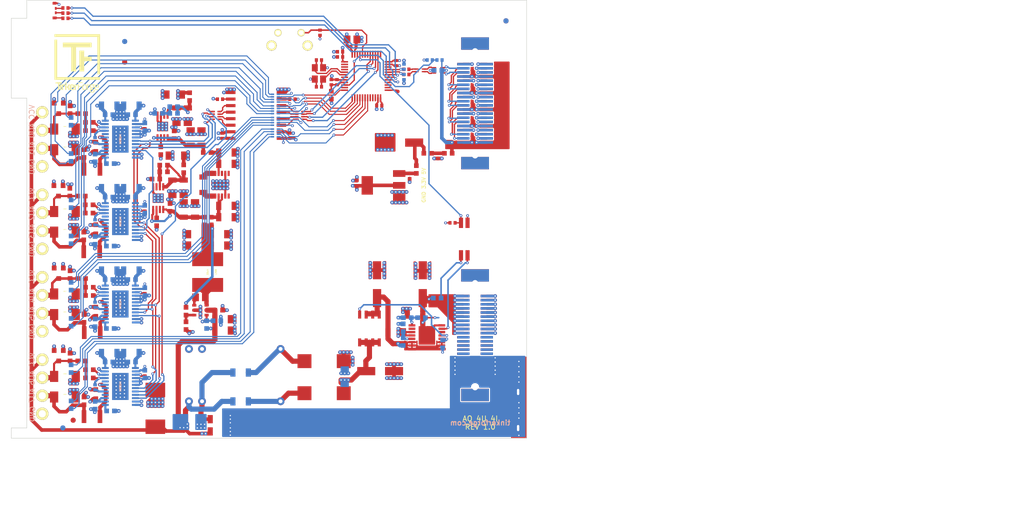
<source format=kicad_pcb>
(kicad_pcb (version 20171130) (host pcbnew 5.1.6-c6e7f7d~86~ubuntu18.04.1)
  (title_block (title "TNG AO 4U 4I") (date 2020-09-04) (rev 1.1) (company "Tinkerforge GmbH") (comment 1 "Licensed under CERN OHL v.1.1") (comment 2 "Copyright (©) 2020, B.Nordmeyer <bastian@tinkerforge.com>"))
  (layers (0 F.Cu signal) (1 GND power hide) (2 VCC power) (31 B.Cu signal) (34 B.Paste user) (35 F.Paste user) (36 B.SilkS user) (37 F.SilkS user) (38 B.Mask user) (39 F.Mask user) (44 Edge.Cuts user))
  (net 0 "")
  (net 1 GND)
  (net 2 3V3)
  (net 3 "Net-(C102-Pad1)")
  (net 4 "Net-(C108-Pad2)")
  (net 5 "Net-(C109-Pad2)")
  (net 6 +5V)
  (net 7 "Net-(C112-Pad1)")
  (net 8 USB-DP)
  (net 9 USB-DM)
  (net 10 5VA)
  (net 11 "Net-(C117-Pad1)")
  (net 12 Earth)
  (net 13 AGND)
  (net 14 "Net-(D203-Pad2)")
  (net 15 "Net-(D203-Pad1)")
  (net 16 "Net-(D204-Pad1)")
  (net 17 "Net-(D204-Pad2)")
  (net 18 "Net-(D205-Pad2)")
  (net 19 "Net-(D205-Pad1)")
  (net 20 "Net-(D206-Pad1)")
  (net 21 "Net-(D206-Pad2)")
  (net 22 "Net-(D207-Pad2)")
  (net 23 "Net-(D207-Pad1)")
  (net 24 "Net-(D208-Pad1)")
  (net 25 "Net-(D208-Pad2)")
  (net 26 "Net-(D209-Pad2)")
  (net 27 "Net-(D209-Pad1)")
  (net 28 "Net-(D210-Pad1)")
  (net 29 "Net-(D210-Pad2)")
  (net 30 VCC)
  (net 31 "Net-(J103-Pad29)")
  (net 32 "Net-(J103-Pad27)")
  (net 33 "Net-(J103-Pad21)")
  (net 34 "Net-(J103-Pad19)")
  (net 35 "Net-(J103-Pad13)")
  (net 36 "Net-(J103-Pad11)")
  (net 37 "Net-(J103-Pad5)")
  (net 38 "Net-(J103-Pad3)")
  (net 39 "Net-(LED101-Pad4)")
  (net 40 "Net-(LED101-Pad2)")
  (net 41 "Net-(LED101-Pad3)")
  (net 42 LEDR)
  (net 43 LED3)
  (net 44 LED2)
  (net 45 LED5)
  (net 46 LED4)
  (net 47 LED6)
  (net 48 LED7)
  (net 49 LEDG)
  (net 50 LED1)
  (net 51 LED0)
  (net 52 LEDB)
  (net 53 "Net-(C119-Pad2)")
  (net 54 USB-DMA)
  (net 55 USB-DPA)
  (net 56 USB-DMB)
  (net 57 USB-DPB)
  (net 58 AIN0)
  (net 59 USB-DMC)
  (net 60 USB-DPC)
  (net 61 AGNDA)
  (net 62 VCCPWRA)
  (net 63 "Net-(P102-Pad1)")
  (net 64 "Net-(C121-Pad1)")
  (net 65 PWR_GOOD)
  (net 66 "Net-(R110-Pad2)")
  (net 67 "Net-(R111-Pad2)")
  (net 68 "Net-(R113-Pad2)")
  (net 69 "Net-(R114-Pad2)")
  (net 70 PWR_PG)
  (net 71 "Net-(Q101-PadG)")
  (net 72 "Net-(C120-Pad2)")
  (net 73 VO)
  (net 74 "Net-(R101-Pad2)")
  (net 75 "Net-(C205-Pad1)")
  (net 76 "Net-(C206-Pad1)")
  (net 77 DVDD)
  (net 78 "Net-(C237-Pad2)")
  (net 79 "Net-(C238-Pad2)")
  (net 80 "Net-(R254-Pad2)")
  (net 81 SPI-MISO)
  (net 82 SPI-CLK)
  (net 83 SPI-MOSI)
  (net 84 "Net-(RP206-Pad5)")
  (net 85 "Net-(RP206-Pad6)")
  (net 86 "Net-(RP206-Pad7)")
  (net 87 "Net-(RP206-Pad8)")
  (net 88 "Net-(C201-Pad2)")
  (net 89 "Net-(C202-Pad2)")
  (net 90 "Net-(C203-Pad2)")
  (net 91 "Net-(C204-Pad2)")
  (net 92 "Net-(C205-Pad2)")
  (net 93 "Net-(C206-Pad2)")
  (net 94 +15V)
  (net 95 "Net-(C211-Pad2)")
  (net 96 "Net-(C212-Pad2)")
  (net 97 -15V)
  (net 98 "Net-(C218-Pad2)")
  (net 99 "Net-(C219-Pad2)")
  (net 100 "Net-(C220-Pad2)")
  (net 101 "Net-(C221-Pad2)")
  (net 102 "Net-(C222-Pad2)")
  (net 103 "Net-(C223-Pad2)")
  (net 104 "Net-(C223-Pad1)")
  (net 105 "Net-(C224-Pad1)")
  (net 106 "Net-(C224-Pad2)")
  (net 107 "Net-(C229-Pad2)")
  (net 108 "Net-(C230-Pad2)")
  (net 109 "Net-(C241-Pad2)")
  (net 110 "Net-(C244-Pad2)")
  (net 111 "Net-(C248-Pad2)")
  (net 112 "Net-(C249-Pad2)")
  (net 113 "Net-(C250-Pad1)")
  (net 114 "Net-(C250-Pad2)")
  (net 115 "Net-(C251-Pad2)")
  (net 116 "Net-(C253-Pad1)")
  (net 117 "Net-(C253-Pad2)")
  (net 118 "Net-(C254-Pad2)")
  (net 119 "Net-(C255-Pad2)")
  (net 120 "Net-(C256-Pad1)")
  (net 121 "Net-(C256-Pad2)")
  (net 122 "Net-(C258-Pad1)")
  (net 123 "Net-(C263-Pad2)")
  (net 124 "Net-(D215-Pad3)")
  (net 125 "Net-(D216-Pad3)")
  (net 126 "Net-(D223-Pad3)")
  (net 127 "Net-(D224-Pad3)")
  (net 128 "Net-(L201-Pad1)")
  (net 129 "Net-(L203-Pad1)")
  (net 130 "Net-(L204-Pad1)")
  (net 131 "Net-(L205-Pad1)")
  (net 132 "Net-(R201-Pad2)")
  (net 133 "Net-(R204-Pad2)")
  (net 134 "Net-(R207-Pad1)")
  (net 135 "Net-(R208-Pad1)")
  (net 136 "Net-(R209-Pad1)")
  (net 137 "Net-(R210-Pad1)")
  (net 138 "Net-(R211-Pad2)")
  (net 139 "Net-(R214-Pad2)")
  (net 140 "Net-(R217-Pad1)")
  (net 141 "Net-(R218-Pad1)")
  (net 142 "Net-(R219-Pad1)")
  (net 143 "Net-(R220-Pad1)")
  (net 144 "Net-(R221-Pad1)")
  (net 145 "Net-(R222-Pad1)")
  (net 146 "Net-(R228-Pad1)")
  (net 147 "Net-(RP205-Pad1)")
  (net 148 "Net-(RP205-Pad2)")
  (net 149 "Net-(RP205-Pad3)")
  (net 150 "Net-(RP205-Pad4)")
  (net 151 _SPI-MISO)
  (net 152 _SPI-CLK)
  (net 153 _SPI-MOSI)
  (net 154 _SPI-LATCH)
  (net 155 SPI-LATCH)
  (net 156 "Net-(U201-Pad10)")
  (net 157 "Net-(U202-Pad10)")
  (net 158 "Net-(U204-Pad10)")
  (net 159 "Net-(J101-Pad22)")
  (net 160 "Net-(J101-Pad24)")
  (net 161 "Net-(J101-Pad26)")
  (net 162 "Net-(J101-Pad28)")
  (net 163 "Net-(J101-Pad30)")
  (net 164 "Net-(J101-Pad21)")
  (net 165 "Net-(J101-Pad23)")
  (net 166 "Net-(J101-Pad25)")
  (net 167 "Net-(J101-Pad27)")
  (net 168 "Net-(J101-Pad29)")
  (net 169 "Net-(J102-Pad22)")
  (net 170 "Net-(J102-Pad24)")
  (net 171 "Net-(J102-Pad26)")
  (net 172 "Net-(J102-Pad28)")
  (net 173 "Net-(J102-Pad30)")
  (net 174 "Net-(J102-Pad21)")
  (net 175 "Net-(J102-Pad23)")
  (net 176 "Net-(J102-Pad25)")
  (net 177 "Net-(J102-Pad27)")
  (net 178 "Net-(J102-Pad29)")
  (net 179 "Net-(J103-Pad37)")
  (net 180 "Net-(J103-Pad35)")
  (net 181 "Net-(U101-Pad2)")
  (net 182 "Net-(U101-Pad3)")
  (net 183 "Net-(U101-Pad4)")
  (net 184 "Net-(U101-Pad7)")
  (net 185 ADC-RESET)
  (net 186 "Net-(U101-Pad20)")
  (net 187 "Net-(U101-Pad21)")
  (net 188 "Net-(U101-Pad22)")
  (net 189 "Net-(U101-Pad26)")
  (net 190 "Net-(U101-Pad27)")
  (net 191 "Net-(U101-Pad28)")
  (net 192 "Net-(U101-Pad34)")
  (net 193 "Net-(U101-Pad37)")
  (net 194 "Net-(U101-Pad42)")
  (net 195 "Net-(U101-Pad43)")
  (net 196 "Net-(U101-Pad46)")
  (net 197 "Net-(U104-Pad8)")
  (net 198 "Net-(U104-Pad7)")
  (net 199 "Net-(U106-Pad2)")
  (net 200 "Net-(U106-Pad12)")
  (net 201 "Net-(U201-Pad20)")
  (net 202 "Net-(U201-Pad18)")
  (net 203 "Net-(U201-Pad16)")
  (net 204 "Net-(U202-Pad20)")
  (net 205 "Net-(U202-Pad18)")
  (net 206 "Net-(U202-Pad16)")
  (net 207 "Net-(U204-Pad20)")
  (net 208 "Net-(U204-Pad18)")
  (net 209 "Net-(U204-Pad16)")
  (net 210 "Net-(U205-Pad20)")
  (net 211 "Net-(U205-Pad18)")
  (net 212 "Net-(U205-Pad16)")
  (net 213 "Net-(U207-Pad7)")
  (net 214 "Net-(U208-Pad7)")
  (net 215 "Net-(U208-Pad3)")
  (net 216 "Net-(U209-Pad12)")
  (net 217 "Net-(U209-Pad3)")
  (net 218 "Net-(U209-Pad1)")
  (module kicad-libraries:SMB (layer F.Cu) (at 100.2 139.5 180)
    (fp_text reference D222 (at 0 0.5) (layer F.SilkS) (effects (font (size 0.15 0.15) (thickness 0.0375))))
    (fp_text value SMBJ18CA)
    (pad 2 smd rect (at 2.1 0 180) (size 1.6 2.15) (layers F.Cu F.Paste F.Mask) (net 102 "Net-(C222-Pad2)"))
    (pad 1 smd rect (at -2.1 0 180) (size 1.6 2.15) (layers F.Cu F.Paste F.Mask) (net 13 AGND))
  )
  (module kicad-libraries:SMB (layer F.Cu) (at 100.2 123.5 180)
    (fp_text reference D221 (at 0 0.5) (layer F.SilkS) (effects (font (size 0.15 0.15) (thickness 0.0375))))
    (fp_text value SMBJ18CA)
    (pad 2 smd rect (at 2.1 0 180) (size 1.6 2.15) (layers F.Cu F.Paste F.Mask) (net 101 "Net-(C221-Pad2)"))
    (pad 1 smd rect (at -2.1 0 180) (size 1.6 2.15) (layers F.Cu F.Paste F.Mask) (net 13 AGND))
  )
  (module kicad-libraries:SMB (layer F.Cu) (at 100.2 135.5 180)
    (fp_text reference D218 (at 0 0.5) (layer F.SilkS) (effects (font (size 0.15 0.15) (thickness 0.0375))))
    (fp_text value SMBJ18CA)
    (pad 2 smd rect (at 2.1 0 180) (size 1.6 2.15) (layers F.Cu F.Paste F.Mask) (net 100 "Net-(C220-Pad2)"))
    (pad 1 smd rect (at -2.1 0 180) (size 1.6 2.15) (layers F.Cu F.Paste F.Mask) (net 13 AGND))
  )
  (module kicad-libraries:SMB (layer F.Cu) (at 100.2 119.5 180)
    (fp_text reference D217 (at 0 0.5) (layer F.SilkS) (effects (font (size 0.15 0.15) (thickness 0.0375))))
    (fp_text value SMBJ18CA)
    (pad 2 smd rect (at 2.1 0 180) (size 1.6 2.15) (layers F.Cu F.Paste F.Mask) (net 99 "Net-(C219-Pad2)"))
    (pad 1 smd rect (at -2.1 0 180) (size 1.6 2.15) (layers F.Cu F.Paste F.Mask) (net 13 AGND))
  )
  (module kicad-libraries:SMB (layer F.Cu) (at 100.2 107.5 180)
    (fp_text reference D214 (at 0 0.5) (layer F.SilkS) (effects (font (size 0.15 0.15) (thickness 0.0375))))
    (fp_text value SMBJ18CA)
    (pad 2 smd rect (at 2.1 0 180) (size 1.6 2.15) (layers F.Cu F.Paste F.Mask) (net 91 "Net-(C204-Pad2)"))
    (pad 1 smd rect (at -2.1 0 180) (size 1.6 2.15) (layers F.Cu F.Paste F.Mask) (net 13 AGND))
  )
  (module kicad-libraries:SMB (layer F.Cu) (at 100.2 91.5 180)
    (fp_text reference D213 (at 0 0.5) (layer F.SilkS) (effects (font (size 0.15 0.15) (thickness 0.0375))))
    (fp_text value SMBJ18CA)
    (pad 2 smd rect (at 2.1 0 180) (size 1.6 2.15) (layers F.Cu F.Paste F.Mask) (net 90 "Net-(C203-Pad2)"))
    (pad 1 smd rect (at -2.1 0 180) (size 1.6 2.15) (layers F.Cu F.Paste F.Mask) (net 13 AGND))
  )
  (module kicad-libraries:SMB (layer F.Cu) (at 100.2 103.5 180)
    (fp_text reference D202 (at 0 0.5) (layer F.SilkS) (effects (font (size 0.15 0.15) (thickness 0.0375))))
    (fp_text value SMBJ18CA)
    (pad 2 smd rect (at 2.1 0 180) (size 1.6 2.15) (layers F.Cu F.Paste F.Mask) (net 89 "Net-(C202-Pad2)"))
    (pad 1 smd rect (at -2.1 0 180) (size 1.6 2.15) (layers F.Cu F.Paste F.Mask) (net 13 AGND))
  )
  (module kicad-libraries:SMB (layer F.Cu) (at 100.2 87.5 180)
    (fp_text reference D201 (at 0 0.5) (layer F.SilkS) (effects (font (size 0.15 0.15) (thickness 0.0375))))
    (fp_text value SMBJ18CA)
    (pad 2 smd rect (at 2.1 0 180) (size 1.6 2.15) (layers F.Cu F.Paste F.Mask) (net 88 "Net-(C201-Pad2)"))
    (pad 1 smd rect (at -2.1 0 180) (size 1.6 2.15) (layers F.Cu F.Paste F.Mask) (net 13 AGND))
  )
  (module kicad-libraries:PE_Hook (layer F.Cu) (at 188.3 139.6)
    (fp_text reference P103)
    (fp_text value PE)
    (pad 1 thru_hole oval (at -0.15 -1.075) (size 1 2) (drill oval 0.45 1.2) (layers *.Cu *.Mask) (net 12 Earth))
    (pad 1 thru_hole oval (at -0.15 5.925) (size 1 2) (drill oval 0.45 1.2) (layers *.Cu *.Mask) (net 12 Earth))
    (pad 1 smd rect (at 0 0) (size 3 15.85) (layers F.Cu) (net 12 Earth))
  )
  (module kicad-libraries:SOT23-3 (layer F.Cu) (at 107.2 106.95 90)
    (fp_text reference D216)
    (fp_text value CDSOT23-T15C)
    (pad 3 smd rect (at 0 1.00076 90) (size 0.9144 0.9144) (layers F.Cu F.Paste F.Mask) (net 125 "Net-(D216-Pad3)"))
    (pad 2 smd rect (at -0.889 -1.016 90) (size 0.9144 0.9144) (layers F.Cu F.Paste F.Mask) (net 94 +15V))
    (pad 1 smd rect (at 0.889 -1.016 90) (size 0.9144 0.9144) (layers F.Cu F.Paste F.Mask) (net 97 -15V))
  )
  (module kicad-libraries:TSSOP24-44-PWR (layer B.Cu) (at 110.95 137.45 270)
    (fp_text reference U205 (at 0 0 90) (layer B.SilkS) (effects (font (size 0.29972 0.29972) (thickness 0.0762)) (justify mirror)))
    (fp_text value DAC8760 (at 0 0 90) (layer B.SilkS) (effects (font (size 0.29972 0.29972) (thickness 0.07493)) (justify mirror)))
    (pad EP smd rect (at 0 0 270) (size 5.26 3.2) (layers B.Cu B.Paste B.Mask) (net 97 -15V))
    (pad 24 smd rect (at -3.57378 2.92354 270) (size 0.39878 1.34874) (layers B.Cu B.Paste B.Mask) (net 94 +15V))
    (pad 23 smd rect (at -2.92354 2.92354 270) (size 0.39878 1.34874) (layers B.Cu B.Paste B.Mask) (net 13 AGND))
    (pad 22 smd rect (at -2.2733 2.92354 270) (size 0.39878 1.34874) (layers B.Cu B.Paste B.Mask) (net 139 "Net-(R214-Pad2)"))
    (pad 21 smd rect (at -1.62306 2.92354 270) (size 0.39878 1.34874) (layers B.Cu B.Paste B.Mask) (net 106 "Net-(C224-Pad2)"))
    (pad 20 smd rect (at -0.97282 2.92354 270) (size 0.39878 1.34874) (layers B.Cu B.Paste B.Mask) (net 210 "Net-(U205-Pad20)"))
    (pad 19 smd rect (at -0.32258 2.92354 270) (size 0.39878 1.34874) (layers B.Cu B.Paste B.Mask) (net 127 "Net-(D224-Pad3)"))
    (pad 18 smd rect (at 0.32258 2.92354 270) (size 0.39878 1.34874) (layers B.Cu B.Paste B.Mask) (net 211 "Net-(U205-Pad18)"))
    (pad 17 smd rect (at 0.97282 2.92354 270) (size 0.39878 1.34874) (layers B.Cu B.Paste B.Mask) (net 105 "Net-(C224-Pad1)"))
    (pad 16 smd rect (at 1.62306 2.92354 270) (size 0.39878 1.34874) (layers B.Cu B.Paste B.Mask) (net 212 "Net-(U205-Pad16)"))
    (pad 15 smd rect (at 2.2733 2.92354 270) (size 0.39878 1.34874) (layers B.Cu B.Paste B.Mask) (net 108 "Net-(C230-Pad2)"))
    (pad 14 smd rect (at 2.92354 2.92354 270) (size 0.39878 1.34874) (layers B.Cu B.Paste B.Mask) (net 108 "Net-(C230-Pad2)"))
    (pad 13 smd rect (at 3.57378 2.92354 270) (size 0.39878 1.34874) (layers B.Cu B.Paste B.Mask) (net 141 "Net-(R218-Pad1)"))
    (pad 12 smd rect (at 3.57378 -2.92354 90) (size 0.39878 1.34874) (layers B.Cu B.Paste B.Mask) (net 13 AGND))
    (pad 11 smd rect (at 2.92354 -2.92354 90) (size 0.39878 1.34874) (layers B.Cu B.Paste B.Mask) (net 13 AGND))
    (pad 10 smd rect (at 2.2733 -2.92354 90) (size 0.39878 1.34874) (layers B.Cu B.Paste B.Mask) (net 151 _SPI-MISO))
    (pad 9 smd rect (at 1.62306 -2.92354 90) (size 0.39878 1.34874) (layers B.Cu B.Paste B.Mask) (net 158 "Net-(U204-Pad10)"))
    (pad 8 smd rect (at 0.97282 -2.92354 90) (size 0.39878 1.34874) (layers B.Cu B.Paste B.Mask) (net 152 _SPI-CLK))
    (pad 7 smd rect (at 0.32258 -2.92354 90) (size 0.39878 1.34874) (layers B.Cu B.Paste B.Mask) (net 154 _SPI-LATCH))
    (pad 6 smd rect (at -0.32258 -2.92354 90) (size 0.39878 1.34874) (layers B.Cu B.Paste B.Mask) (net 13 AGND))
    (pad 5 smd rect (at -0.97282 -2.92354 90) (size 0.39878 1.34874) (layers B.Cu B.Paste B.Mask) (net 13 AGND))
    (pad 4 smd rect (at -1.62306 -2.92354 90) (size 0.39878 1.34874) (layers B.Cu B.Paste B.Mask) (net 13 AGND))
    (pad 3 smd rect (at -2.2733 -2.92354 90) (size 0.39878 1.34874) (layers B.Cu B.Paste B.Mask) (net 143 "Net-(R220-Pad1)"))
    (pad 2 smd rect (at -2.92354 -2.92354 90) (size 0.39878 1.34874) (layers B.Cu B.Paste B.Mask) (net 79 "Net-(C238-Pad2)"))
    (pad 1 smd rect (at -3.57378 -2.92354 90) (size 0.39878 1.34874) (layers B.Cu B.Paste B.Mask) (net 97 -15V))
  )
  (module kicad-libraries:TSSOP24-44-PWR (layer B.Cu) (at 110.95 121.45 270)
    (fp_text reference U204 (at 0 0 270) (layer B.SilkS) (effects (font (size 0.29972 0.29972) (thickness 0.0762)) (justify mirror)))
    (fp_text value DAC8760 (at 0 0 270) (layer B.SilkS) (effects (font (size 0.29972 0.29972) (thickness 0.07493)) (justify mirror)))
    (pad EP smd rect (at 0 0 270) (size 5.26 3.2) (layers B.Cu B.Paste B.Mask) (net 97 -15V))
    (pad 24 smd rect (at -3.57378 2.92354 270) (size 0.39878 1.34874) (layers B.Cu B.Paste B.Mask) (net 94 +15V))
    (pad 23 smd rect (at -2.92354 2.92354 270) (size 0.39878 1.34874) (layers B.Cu B.Paste B.Mask) (net 13 AGND))
    (pad 22 smd rect (at -2.2733 2.92354 270) (size 0.39878 1.34874) (layers B.Cu B.Paste B.Mask) (net 138 "Net-(R211-Pad2)"))
    (pad 21 smd rect (at -1.62306 2.92354 270) (size 0.39878 1.34874) (layers B.Cu B.Paste B.Mask) (net 103 "Net-(C223-Pad2)"))
    (pad 20 smd rect (at -0.97282 2.92354 270) (size 0.39878 1.34874) (layers B.Cu B.Paste B.Mask) (net 207 "Net-(U204-Pad20)"))
    (pad 19 smd rect (at -0.32258 2.92354 270) (size 0.39878 1.34874) (layers B.Cu B.Paste B.Mask) (net 126 "Net-(D223-Pad3)"))
    (pad 18 smd rect (at 0.32258 2.92354 270) (size 0.39878 1.34874) (layers B.Cu B.Paste B.Mask) (net 208 "Net-(U204-Pad18)"))
    (pad 17 smd rect (at 0.97282 2.92354 270) (size 0.39878 1.34874) (layers B.Cu B.Paste B.Mask) (net 104 "Net-(C223-Pad1)"))
    (pad 16 smd rect (at 1.62306 2.92354 270) (size 0.39878 1.34874) (layers B.Cu B.Paste B.Mask) (net 209 "Net-(U204-Pad16)"))
    (pad 15 smd rect (at 2.2733 2.92354 270) (size 0.39878 1.34874) (layers B.Cu B.Paste B.Mask) (net 107 "Net-(C229-Pad2)"))
    (pad 14 smd rect (at 2.92354 2.92354 270) (size 0.39878 1.34874) (layers B.Cu B.Paste B.Mask) (net 107 "Net-(C229-Pad2)"))
    (pad 13 smd rect (at 3.57378 2.92354 270) (size 0.39878 1.34874) (layers B.Cu B.Paste B.Mask) (net 140 "Net-(R217-Pad1)"))
    (pad 12 smd rect (at 3.57378 -2.92354 90) (size 0.39878 1.34874) (layers B.Cu B.Paste B.Mask) (net 13 AGND))
    (pad 11 smd rect (at 2.92354 -2.92354 90) (size 0.39878 1.34874) (layers B.Cu B.Paste B.Mask) (net 13 AGND))
    (pad 10 smd rect (at 2.2733 -2.92354 90) (size 0.39878 1.34874) (layers B.Cu B.Paste B.Mask) (net 158 "Net-(U204-Pad10)"))
    (pad 9 smd rect (at 1.62306 -2.92354 90) (size 0.39878 1.34874) (layers B.Cu B.Paste B.Mask) (net 157 "Net-(U202-Pad10)"))
    (pad 8 smd rect (at 0.97282 -2.92354 90) (size 0.39878 1.34874) (layers B.Cu B.Paste B.Mask) (net 152 _SPI-CLK))
    (pad 7 smd rect (at 0.32258 -2.92354 90) (size 0.39878 1.34874) (layers B.Cu B.Paste B.Mask) (net 154 _SPI-LATCH))
    (pad 6 smd rect (at -0.32258 -2.92354 90) (size 0.39878 1.34874) (layers B.Cu B.Paste B.Mask) (net 13 AGND))
    (pad 5 smd rect (at -0.97282 -2.92354 90) (size 0.39878 1.34874) (layers B.Cu B.Paste B.Mask) (net 13 AGND))
    (pad 4 smd rect (at -1.62306 -2.92354 90) (size 0.39878 1.34874) (layers B.Cu B.Paste B.Mask) (net 13 AGND))
    (pad 3 smd rect (at -2.2733 -2.92354 90) (size 0.39878 1.34874) (layers B.Cu B.Paste B.Mask) (net 142 "Net-(R219-Pad1)"))
    (pad 2 smd rect (at -2.92354 -2.92354 90) (size 0.39878 1.34874) (layers B.Cu B.Paste B.Mask) (net 78 "Net-(C237-Pad2)"))
    (pad 1 smd rect (at -3.57378 -2.92354 90) (size 0.39878 1.34874) (layers B.Cu B.Paste B.Mask) (net 97 -15V))
  )
  (module kicad-libraries:TSSOP24-44-PWR (layer B.Cu) (at 110.95 105.45 270)
    (fp_text reference U202 (at 0 0 90) (layer B.SilkS) (effects (font (size 0.29972 0.29972) (thickness 0.0762)) (justify mirror)))
    (fp_text value DAC8760 (at 0 0 90) (layer B.SilkS) (effects (font (size 0.29972 0.29972) (thickness 0.07493)) (justify mirror)))
    (pad EP smd rect (at 0 0 270) (size 5.26 3.2) (layers B.Cu B.Paste B.Mask) (net 97 -15V))
    (pad 24 smd rect (at -3.57378 2.92354 270) (size 0.39878 1.34874) (layers B.Cu B.Paste B.Mask) (net 94 +15V))
    (pad 23 smd rect (at -2.92354 2.92354 270) (size 0.39878 1.34874) (layers B.Cu B.Paste B.Mask) (net 13 AGND))
    (pad 22 smd rect (at -2.2733 2.92354 270) (size 0.39878 1.34874) (layers B.Cu B.Paste B.Mask) (net 133 "Net-(R204-Pad2)"))
    (pad 21 smd rect (at -1.62306 2.92354 270) (size 0.39878 1.34874) (layers B.Cu B.Paste B.Mask) (net 93 "Net-(C206-Pad2)"))
    (pad 20 smd rect (at -0.97282 2.92354 270) (size 0.39878 1.34874) (layers B.Cu B.Paste B.Mask) (net 204 "Net-(U202-Pad20)"))
    (pad 19 smd rect (at -0.32258 2.92354 270) (size 0.39878 1.34874) (layers B.Cu B.Paste B.Mask) (net 125 "Net-(D216-Pad3)"))
    (pad 18 smd rect (at 0.32258 2.92354 270) (size 0.39878 1.34874) (layers B.Cu B.Paste B.Mask) (net 205 "Net-(U202-Pad18)"))
    (pad 17 smd rect (at 0.97282 2.92354 270) (size 0.39878 1.34874) (layers B.Cu B.Paste B.Mask) (net 76 "Net-(C206-Pad1)"))
    (pad 16 smd rect (at 1.62306 2.92354 270) (size 0.39878 1.34874) (layers B.Cu B.Paste B.Mask) (net 206 "Net-(U202-Pad16)"))
    (pad 15 smd rect (at 2.2733 2.92354 270) (size 0.39878 1.34874) (layers B.Cu B.Paste B.Mask) (net 96 "Net-(C212-Pad2)"))
    (pad 14 smd rect (at 2.92354 2.92354 270) (size 0.39878 1.34874) (layers B.Cu B.Paste B.Mask) (net 96 "Net-(C212-Pad2)"))
    (pad 13 smd rect (at 3.57378 2.92354 270) (size 0.39878 1.34874) (layers B.Cu B.Paste B.Mask) (net 135 "Net-(R208-Pad1)"))
    (pad 12 smd rect (at 3.57378 -2.92354 90) (size 0.39878 1.34874) (layers B.Cu B.Paste B.Mask) (net 13 AGND))
    (pad 11 smd rect (at 2.92354 -2.92354 90) (size 0.39878 1.34874) (layers B.Cu B.Paste B.Mask) (net 13 AGND))
    (pad 10 smd rect (at 2.2733 -2.92354 90) (size 0.39878 1.34874) (layers B.Cu B.Paste B.Mask) (net 157 "Net-(U202-Pad10)"))
    (pad 9 smd rect (at 1.62306 -2.92354 90) (size 0.39878 1.34874) (layers B.Cu B.Paste B.Mask) (net 156 "Net-(U201-Pad10)"))
    (pad 8 smd rect (at 0.97282 -2.92354 90) (size 0.39878 1.34874) (layers B.Cu B.Paste B.Mask) (net 152 _SPI-CLK))
    (pad 7 smd rect (at 0.32258 -2.92354 90) (size 0.39878 1.34874) (layers B.Cu B.Paste B.Mask) (net 154 _SPI-LATCH))
    (pad 6 smd rect (at -0.32258 -2.92354 90) (size 0.39878 1.34874) (layers B.Cu B.Paste B.Mask) (net 13 AGND))
    (pad 5 smd rect (at -0.97282 -2.92354 90) (size 0.39878 1.34874) (layers B.Cu B.Paste B.Mask) (net 13 AGND))
    (pad 4 smd rect (at -1.62306 -2.92354 90) (size 0.39878 1.34874) (layers B.Cu B.Paste B.Mask) (net 13 AGND))
    (pad 3 smd rect (at -2.2733 -2.92354 90) (size 0.39878 1.34874) (layers B.Cu B.Paste B.Mask) (net 137 "Net-(R210-Pad1)"))
    (pad 2 smd rect (at -2.92354 -2.92354 90) (size 0.39878 1.34874) (layers B.Cu B.Paste B.Mask) (net 98 "Net-(C218-Pad2)"))
    (pad 1 smd rect (at -3.57378 -2.92354 90) (size 0.39878 1.34874) (layers B.Cu B.Paste B.Mask) (net 97 -15V))
  )
  (module kicad-libraries:TSSOP24-44-PWR (layer B.Cu) (at 110.95 89.45 270)
    (fp_text reference U201 (at 0 0 90) (layer B.SilkS) (effects (font (size 0.29972 0.29972) (thickness 0.0762)) (justify mirror)))
    (fp_text value DAC8760 (at 0 0 90) (layer B.SilkS) (effects (font (size 0.29972 0.29972) (thickness 0.07493)) (justify mirror)))
    (pad EP smd rect (at 0 0 270) (size 5.26 3.2) (layers B.Cu B.Paste B.Mask) (net 97 -15V))
    (pad 24 smd rect (at -3.57378 2.92354 270) (size 0.39878 1.34874) (layers B.Cu B.Paste B.Mask) (net 94 +15V))
    (pad 23 smd rect (at -2.92354 2.92354 270) (size 0.39878 1.34874) (layers B.Cu B.Paste B.Mask) (net 13 AGND))
    (pad 22 smd rect (at -2.2733 2.92354 270) (size 0.39878 1.34874) (layers B.Cu B.Paste B.Mask) (net 132 "Net-(R201-Pad2)"))
    (pad 21 smd rect (at -1.62306 2.92354 270) (size 0.39878 1.34874) (layers B.Cu B.Paste B.Mask) (net 92 "Net-(C205-Pad2)"))
    (pad 20 smd rect (at -0.97282 2.92354 270) (size 0.39878 1.34874) (layers B.Cu B.Paste B.Mask) (net 201 "Net-(U201-Pad20)"))
    (pad 19 smd rect (at -0.32258 2.92354 270) (size 0.39878 1.34874) (layers B.Cu B.Paste B.Mask) (net 124 "Net-(D215-Pad3)"))
    (pad 18 smd rect (at 0.32258 2.92354 270) (size 0.39878 1.34874) (layers B.Cu B.Paste B.Mask) (net 202 "Net-(U201-Pad18)"))
    (pad 17 smd rect (at 0.97282 2.92354 270) (size 0.39878 1.34874) (layers B.Cu B.Paste B.Mask) (net 75 "Net-(C205-Pad1)"))
    (pad 16 smd rect (at 1.62306 2.92354 270) (size 0.39878 1.34874) (layers B.Cu B.Paste B.Mask) (net 203 "Net-(U201-Pad16)"))
    (pad 15 smd rect (at 2.2733 2.92354 270) (size 0.39878 1.34874) (layers B.Cu B.Paste B.Mask) (net 95 "Net-(C211-Pad2)"))
    (pad 14 smd rect (at 2.92354 2.92354 270) (size 0.39878 1.34874) (layers B.Cu B.Paste B.Mask) (net 95 "Net-(C211-Pad2)"))
    (pad 13 smd rect (at 3.57378 2.92354 270) (size 0.39878 1.34874) (layers B.Cu B.Paste B.Mask) (net 134 "Net-(R207-Pad1)"))
    (pad 12 smd rect (at 3.57378 -2.92354 90) (size 0.39878 1.34874) (layers B.Cu B.Paste B.Mask) (net 13 AGND))
    (pad 11 smd rect (at 2.92354 -2.92354 90) (size 0.39878 1.34874) (layers B.Cu B.Paste B.Mask) (net 13 AGND))
    (pad 10 smd rect (at 2.2733 -2.92354 90) (size 0.39878 1.34874) (layers B.Cu B.Paste B.Mask) (net 156 "Net-(U201-Pad10)"))
    (pad 9 smd rect (at 1.62306 -2.92354 90) (size 0.39878 1.34874) (layers B.Cu B.Paste B.Mask) (net 153 _SPI-MOSI))
    (pad 8 smd rect (at 0.97282 -2.92354 90) (size 0.39878 1.34874) (layers B.Cu B.Paste B.Mask) (net 152 _SPI-CLK))
    (pad 7 smd rect (at 0.32258 -2.92354 90) (size 0.39878 1.34874) (layers B.Cu B.Paste B.Mask) (net 154 _SPI-LATCH))
    (pad 6 smd rect (at -0.32258 -2.92354 90) (size 0.39878 1.34874) (layers B.Cu B.Paste B.Mask) (net 13 AGND))
    (pad 5 smd rect (at -0.97282 -2.92354 90) (size 0.39878 1.34874) (layers B.Cu B.Paste B.Mask) (net 13 AGND))
    (pad 4 smd rect (at -1.62306 -2.92354 90) (size 0.39878 1.34874) (layers B.Cu B.Paste B.Mask) (net 13 AGND))
    (pad 3 smd rect (at -2.2733 -2.92354 90) (size 0.39878 1.34874) (layers B.Cu B.Paste B.Mask) (net 136 "Net-(R209-Pad1)"))
    (pad 2 smd rect (at -2.92354 -2.92354 90) (size 0.39878 1.34874) (layers B.Cu B.Paste B.Mask) (net 77 DVDD))
    (pad 1 smd rect (at -3.57378 -2.92354 90) (size 0.39878 1.34874) (layers B.Cu B.Paste B.Mask) (net 97 -15V))
  )
  (module kicad-libraries:MSOP12_EXP (layer F.Cu) (at 130.35 98.3 180)
    (fp_text reference U209)
    (fp_text value LTC3261)
    (pad EXP smd rect (at 0 0 180) (size 3.19786 1.64846) (layers F.Cu F.Paste F.Mask) (net 13 AGND))
    (pad 12 smd rect (at -1.62306 -2.19964 180) (size 0.4191 0.99822) (layers F.Cu F.Paste F.Mask) (net 216 "Net-(U209-Pad12)"))
    (pad 11 smd rect (at -0.97282 -2.19964 180) (size 0.4191 0.99822) (layers F.Cu F.Paste F.Mask) (net 13 AGND))
    (pad 10 smd rect (at -0.32258 -2.19964 180) (size 0.4191 0.99822) (layers F.Cu F.Paste F.Mask) (net 123 "Net-(C263-Pad2)"))
    (pad 9 smd rect (at 0.32258 -2.19964 180) (size 0.4191 0.99822) (layers F.Cu F.Paste F.Mask) (net 123 "Net-(C263-Pad2)"))
    (pad 8 smd rect (at 0.97282 -2.19964 180) (size 0.4191 0.99822) (layers F.Cu F.Paste F.Mask) (net 121 "Net-(C256-Pad2)"))
    (pad 7 smd rect (at 1.62306 -2.19964 180) (size 0.4191 0.99822) (layers F.Cu F.Paste F.Mask) (net 121 "Net-(C256-Pad2)"))
    (pad 6 smd rect (at 1.62306 2.19964) (size 0.4191 0.99822) (layers F.Cu F.Paste F.Mask) (net 120 "Net-(C256-Pad1)"))
    (pad 5 smd rect (at 0.97282 2.19964) (size 0.4191 0.99822) (layers F.Cu F.Paste F.Mask) (net 120 "Net-(C256-Pad1)"))
    (pad 4 smd rect (at 0.32258 2.19964) (size 0.4191 0.99822) (layers F.Cu F.Paste F.Mask) (net 115 "Net-(C251-Pad2)"))
    (pad 3 smd rect (at -0.32258 2.19964) (size 0.4191 0.99822) (layers F.Cu F.Paste F.Mask) (net 217 "Net-(U209-Pad3)"))
    (pad 2 smd rect (at -0.97282 2.19964) (size 0.4191 0.99822) (layers F.Cu F.Paste F.Mask) (net 13 AGND))
    (pad 1 smd rect (at -1.62306 2.19964) (size 0.4191 0.99822) (layers F.Cu F.Paste F.Mask) (net 218 "Net-(U209-Pad1)"))
  )
  (module kicad-libraries:MSOP-8-EP (layer F.Cu) (at 118.3 100.9 180)
    (fp_text reference U208)
    (fp_text value TPS7A4901DGNR)
    (pad EP smd rect (at 0 0 180) (size 2.15 1.846) (layers F.Cu F.Paste F.Mask) (net 13 AGND))
    (pad 8 smd rect (at -0.975 -2.2 180) (size 0.4 1.4) (layers F.Cu F.Paste F.Mask) (net 122 "Net-(C258-Pad1)"))
    (pad 7 smd rect (at -0.325 -2.2 180) (size 0.4 1.4) (layers F.Cu F.Paste F.Mask) (net 214 "Net-(U208-Pad7)"))
    (pad 6 smd rect (at 0.325 -2.2 180) (size 0.4 1.4) (layers F.Cu F.Paste F.Mask) (net 118 "Net-(C254-Pad2)"))
    (pad 5 smd rect (at 0.975 -2.2 180) (size 0.4 1.4) (layers F.Cu F.Paste F.Mask) (net 122 "Net-(C258-Pad1)"))
    (pad 4 smd rect (at 0.975 2.2 180) (size 0.4 1.4) (layers F.Cu F.Paste F.Mask) (net 13 AGND))
    (pad 3 smd rect (at 0.325 2.2 180) (size 0.4 1.4) (layers F.Cu F.Paste F.Mask) (net 215 "Net-(U208-Pad3)"))
    (pad 2 smd rect (at -0.325 2.2 180) (size 0.4 1.4) (layers F.Cu F.Paste F.Mask) (net 112 "Net-(C249-Pad2)"))
    (pad 1 smd rect (at -0.975 2.2 180) (size 0.4 1.4) (layers F.Cu F.Paste F.Mask) (net 110 "Net-(C244-Pad2)"))
  )
  (module kicad-libraries:MSOP-8-EP (layer F.Cu) (at 119.15 87 180)
    (fp_text reference U207)
    (fp_text value TPS7A3001DGNR)
    (pad EP smd rect (at 0 0 180) (size 2.15 1.846) (layers F.Cu F.Paste F.Mask) (net 13 AGND))
    (pad 8 smd rect (at -0.975 -2.2 180) (size 0.4 1.4) (layers F.Cu F.Paste F.Mask) (net 109 "Net-(C241-Pad2)"))
    (pad 7 smd rect (at -0.325 -2.2 180) (size 0.4 1.4) (layers F.Cu F.Paste F.Mask) (net 213 "Net-(U207-Pad7)"))
    (pad 6 smd rect (at 0.325 -2.2 180) (size 0.4 1.4) (layers F.Cu F.Paste F.Mask) (net 111 "Net-(C248-Pad2)"))
    (pad 5 smd rect (at 0.975 -2.2 180) (size 0.4 1.4) (layers F.Cu F.Paste F.Mask) (net 109 "Net-(C241-Pad2)"))
    (pad 4 smd rect (at 0.975 2.2 180) (size 0.4 1.4) (layers F.Cu F.Paste F.Mask) (net 13 AGND))
    (pad 3 smd rect (at 0.325 2.2 180) (size 0.4 1.4) (layers F.Cu F.Paste F.Mask) (net 13 AGND))
    (pad 2 smd rect (at -0.325 2.2 180) (size 0.4 1.4) (layers F.Cu F.Paste F.Mask) (net 117 "Net-(C253-Pad2)"))
    (pad 1 smd rect (at -0.975 2.2 180) (size 0.4 1.4) (layers F.Cu F.Paste F.Mask) (net 116 "Net-(C253-Pad1)"))
  )
  (module kicad-libraries:SOT23-6 (layer F.Cu) (at 126.5 122.65 270)
    (fp_text reference U206)
    (fp_text value TPS560430YDBVR)
    (pad 5 smd rect (at 0 -1.19888 270) (size 0.50038 0.8001) (layers F.Cu F.Paste F.Mask) (net 30 VCC) (clearance 0.14986))
    (pad 4 smd rect (at 0.94996 -1.19888 270) (size 0.50038 0.8001) (layers F.Cu F.Paste F.Mask) (net 145 "Net-(R222-Pad1)") (clearance 0.14986))
    (pad 6 smd rect (at -0.94996 -1.19888 270) (size 0.50038 0.8001) (layers F.Cu F.Paste F.Mask) (net 113 "Net-(C250-Pad1)") (clearance 0.14986))
    (pad 3 smd rect (at 0.94996 1.19888 270) (size 0.50038 0.8001) (layers F.Cu F.Paste F.Mask) (net 146 "Net-(R228-Pad1)") (clearance 0.14986))
    (pad 2 smd rect (at 0 1.19888 270) (size 0.50038 0.8001) (layers F.Cu F.Paste F.Mask) (net 13 AGND) (clearance 0.14986))
    (pad 1 smd rect (at -0.94996 1.19888 270) (size 0.50038 0.8001) (layers F.Cu F.Paste F.Mask) (net 114 "Net-(C250-Pad2)") (clearance 0.14986))
  )
  (module kicad-libraries:SOIC16_WIDE (layer F.Cu) (at 137.3 84.85 90)
    (fp_text reference U203)
    (fp_text value ISO7741DWR)
    (pad 16 smd rect (at -4.44246 -4.92252 90) (size 0.59944 1.84912) (layers F.Cu F.Paste F.Mask) (net 77 DVDD))
    (pad 15 smd rect (at -3.17246 -4.92252 90) (size 0.59944 1.84912) (layers F.Cu F.Paste F.Mask) (net 13 AGND))
    (pad 14 smd rect (at -1.90246 -4.92252 90) (size 0.59944 1.84912) (layers F.Cu F.Paste F.Mask) (net 147 "Net-(RP205-Pad1)"))
    (pad 13 smd rect (at -0.63246 -4.92252 90) (size 0.59944 1.84912) (layers F.Cu F.Paste F.Mask) (net 148 "Net-(RP205-Pad2)"))
    (pad 12 smd rect (at 0.63246 -4.92252 90) (size 0.59944 1.84912) (layers F.Cu F.Paste F.Mask) (net 149 "Net-(RP205-Pad3)"))
    (pad 11 smd rect (at 1.90246 -4.92252 90) (size 0.59944 1.84912) (layers F.Cu F.Paste F.Mask) (net 150 "Net-(RP205-Pad4)"))
    (pad 10 smd rect (at 3.17246 -4.92252 90) (size 0.59944 1.84912) (layers F.Cu F.Paste F.Mask) (net 144 "Net-(R221-Pad1)"))
    (pad 9 smd rect (at 4.44246 -4.92252 90) (size 0.59944 1.84912) (layers F.Cu F.Paste F.Mask) (net 13 AGND))
    (pad 8 smd rect (at 4.44246 4.92252 270) (size 0.59944 1.84912) (layers F.Cu F.Paste F.Mask) (net 1 GND))
    (pad 7 smd rect (at 3.17246 4.92252 270) (size 0.59944 1.84912) (layers F.Cu F.Paste F.Mask) (net 80 "Net-(R254-Pad2)"))
    (pad 6 smd rect (at 1.90246 4.92252 270) (size 0.59944 1.84912) (layers F.Cu F.Paste F.Mask) (net 84 "Net-(RP206-Pad5)"))
    (pad 5 smd rect (at 0.63246 4.92252 270) (size 0.59944 1.84912) (layers F.Cu F.Paste F.Mask) (net 85 "Net-(RP206-Pad6)"))
    (pad 4 smd rect (at -0.63246 4.92252 270) (size 0.59944 1.84912) (layers F.Cu F.Paste F.Mask) (net 86 "Net-(RP206-Pad7)"))
    (pad 3 smd rect (at -1.90246 4.92252 270) (size 0.59944 1.84912) (layers F.Cu F.Paste F.Mask) (net 87 "Net-(RP206-Pad8)"))
    (pad 2 smd rect (at -3.17246 4.92252 270) (size 0.59944 1.84912) (layers F.Cu F.Paste F.Mask) (net 1 GND))
    (pad 1 smd rect (at -4.44246 4.92252 270) (size 0.59944 1.84912) (layers F.Cu F.Paste F.Mask) (net 2 3V3))
  )
  (module kicad-libraries:4X0402 (layer F.Cu) (at 145.8 84.85 90)
    (fp_text reference RP206)
    (fp_text value 470)
    (pad 8 smd rect (at -0.7493 -0.575 90) (size 0.29972 0.65) (layers F.Cu F.Paste F.Mask) (net 87 "Net-(RP206-Pad8)"))
    (pad 7 smd rect (at -0.24892 -0.575 90) (size 0.29972 0.65) (layers F.Cu F.Paste F.Mask) (net 86 "Net-(RP206-Pad7)"))
    (pad 6 smd rect (at 0.24892 -0.575 90) (size 0.29972 0.65) (layers F.Cu F.Paste F.Mask) (net 85 "Net-(RP206-Pad6)"))
    (pad 5 smd rect (at 0.7493 -0.575 90) (size 0.29972 0.65) (layers F.Cu F.Paste F.Mask) (net 84 "Net-(RP206-Pad5)"))
    (pad 4 smd rect (at 0.7493 0.575 270) (size 0.29972 0.65) (layers F.Cu F.Paste F.Mask) (net 81 SPI-MISO))
    (pad 3 smd rect (at 0.24892 0.575 270) (size 0.29972 0.65) (layers F.Cu F.Paste F.Mask) (net 82 SPI-CLK))
    (pad 2 smd rect (at -0.24892 0.575 270) (size 0.29972 0.65) (layers F.Cu F.Paste F.Mask) (net 83 SPI-MOSI))
    (pad 1 smd rect (at -0.7493 0.575 270) (size 0.29972 0.65) (layers F.Cu F.Paste F.Mask) (net 155 SPI-LATCH))
  )
  (module kicad-libraries:4X0402 (layer F.Cu) (at 129.55 84.85 90)
    (fp_text reference RP205)
    (fp_text value 470)
    (pad 8 smd rect (at -0.7493 -0.575 90) (size 0.29972 0.65) (layers F.Cu F.Paste F.Mask) (net 154 _SPI-LATCH))
    (pad 7 smd rect (at -0.24892 -0.575 90) (size 0.29972 0.65) (layers F.Cu F.Paste F.Mask) (net 153 _SPI-MOSI))
    (pad 6 smd rect (at 0.24892 -0.575 90) (size 0.29972 0.65) (layers F.Cu F.Paste F.Mask) (net 152 _SPI-CLK))
    (pad 5 smd rect (at 0.7493 -0.575 90) (size 0.29972 0.65) (layers F.Cu F.Paste F.Mask) (net 151 _SPI-MISO))
    (pad 4 smd rect (at 0.7493 0.575 270) (size 0.29972 0.65) (layers F.Cu F.Paste F.Mask) (net 150 "Net-(RP205-Pad4)"))
    (pad 3 smd rect (at 0.24892 0.575 270) (size 0.29972 0.65) (layers F.Cu F.Paste F.Mask) (net 149 "Net-(RP205-Pad3)"))
    (pad 2 smd rect (at -0.24892 0.575 270) (size 0.29972 0.65) (layers F.Cu F.Paste F.Mask) (net 148 "Net-(RP205-Pad2)"))
    (pad 1 smd rect (at -0.7493 0.575 270) (size 0.29972 0.65) (layers F.Cu F.Paste F.Mask) (net 147 "Net-(RP205-Pad1)"))
  )
  (module kicad-libraries:4X0402 (layer B.Cu) (at 141.05 88.25 270)
    (fp_text reference RP204)
    (fp_text value 470)
    (pad 8 smd rect (at -0.7493 0.575 270) (size 0.29972 0.65) (layers B.Cu B.Paste B.Mask) (net 26 "Net-(D209-Pad2)"))
    (pad 7 smd rect (at -0.24892 0.575 270) (size 0.29972 0.65) (layers B.Cu B.Paste B.Mask) (net 27 "Net-(D209-Pad1)"))
    (pad 6 smd rect (at 0.24892 0.575 270) (size 0.29972 0.65) (layers B.Cu B.Paste B.Mask) (net 29 "Net-(D210-Pad2)"))
    (pad 5 smd rect (at 0.7493 0.575 270) (size 0.29972 0.65) (layers B.Cu B.Paste B.Mask) (net 28 "Net-(D210-Pad1)"))
    (pad 4 smd rect (at 0.7493 -0.575 90) (size 0.29972 0.65) (layers B.Cu B.Paste B.Mask) (net 2 3V3))
    (pad 3 smd rect (at 0.24892 -0.575 90) (size 0.29972 0.65) (layers B.Cu B.Paste B.Mask) (net 48 LED7))
    (pad 2 smd rect (at -0.24892 -0.575 90) (size 0.29972 0.65) (layers B.Cu B.Paste B.Mask) (net 2 3V3))
    (pad 1 smd rect (at -0.7493 -0.575 90) (size 0.29972 0.65) (layers B.Cu B.Paste B.Mask) (net 47 LED6))
  )
  (module kicad-libraries:4X0402 (layer B.Cu) (at 141.05 86 270)
    (fp_text reference RP203)
    (fp_text value 470)
    (pad 8 smd rect (at -0.7493 0.575 270) (size 0.29972 0.65) (layers B.Cu B.Paste B.Mask) (net 22 "Net-(D207-Pad2)"))
    (pad 7 smd rect (at -0.24892 0.575 270) (size 0.29972 0.65) (layers B.Cu B.Paste B.Mask) (net 23 "Net-(D207-Pad1)"))
    (pad 6 smd rect (at 0.24892 0.575 270) (size 0.29972 0.65) (layers B.Cu B.Paste B.Mask) (net 25 "Net-(D208-Pad2)"))
    (pad 5 smd rect (at 0.7493 0.575 270) (size 0.29972 0.65) (layers B.Cu B.Paste B.Mask) (net 24 "Net-(D208-Pad1)"))
    (pad 4 smd rect (at 0.7493 -0.575 90) (size 0.29972 0.65) (layers B.Cu B.Paste B.Mask) (net 2 3V3))
    (pad 3 smd rect (at 0.24892 -0.575 90) (size 0.29972 0.65) (layers B.Cu B.Paste B.Mask) (net 45 LED5))
    (pad 2 smd rect (at -0.24892 -0.575 90) (size 0.29972 0.65) (layers B.Cu B.Paste B.Mask) (net 2 3V3))
    (pad 1 smd rect (at -0.7493 -0.575 90) (size 0.29972 0.65) (layers B.Cu B.Paste B.Mask) (net 46 LED4))
  )
  (module kicad-libraries:4X0402 (layer B.Cu) (at 141.05 83.75 270)
    (fp_text reference RP202)
    (fp_text value 470)
    (pad 8 smd rect (at -0.7493 0.575 270) (size 0.29972 0.65) (layers B.Cu B.Paste B.Mask) (net 18 "Net-(D205-Pad2)"))
    (pad 7 smd rect (at -0.24892 0.575 270) (size 0.29972 0.65) (layers B.Cu B.Paste B.Mask) (net 19 "Net-(D205-Pad1)"))
    (pad 6 smd rect (at 0.24892 0.575 270) (size 0.29972 0.65) (layers B.Cu B.Paste B.Mask) (net 21 "Net-(D206-Pad2)"))
    (pad 5 smd rect (at 0.7493 0.575 270) (size 0.29972 0.65) (layers B.Cu B.Paste B.Mask) (net 20 "Net-(D206-Pad1)"))
    (pad 4 smd rect (at 0.7493 -0.575 90) (size 0.29972 0.65) (layers B.Cu B.Paste B.Mask) (net 2 3V3))
    (pad 3 smd rect (at 0.24892 -0.575 90) (size 0.29972 0.65) (layers B.Cu B.Paste B.Mask) (net 43 LED3))
    (pad 2 smd rect (at -0.24892 -0.575 90) (size 0.29972 0.65) (layers B.Cu B.Paste B.Mask) (net 2 3V3))
    (pad 1 smd rect (at -0.7493 -0.575 90) (size 0.29972 0.65) (layers B.Cu B.Paste B.Mask) (net 44 LED2))
  )
  (module kicad-libraries:4X0402 (layer B.Cu) (at 141.05 81.5 270)
    (fp_text reference RP201)
    (fp_text value 470)
    (pad 8 smd rect (at -0.7493 0.575 270) (size 0.29972 0.65) (layers B.Cu B.Paste B.Mask) (net 16 "Net-(D204-Pad1)"))
    (pad 7 smd rect (at -0.24892 0.575 270) (size 0.29972 0.65) (layers B.Cu B.Paste B.Mask) (net 17 "Net-(D204-Pad2)"))
    (pad 6 smd rect (at 0.24892 0.575 270) (size 0.29972 0.65) (layers B.Cu B.Paste B.Mask) (net 14 "Net-(D203-Pad2)"))
    (pad 5 smd rect (at 0.7493 0.575 270) (size 0.29972 0.65) (layers B.Cu B.Paste B.Mask) (net 15 "Net-(D203-Pad1)"))
    (pad 4 smd rect (at 0.7493 -0.575 90) (size 0.29972 0.65) (layers B.Cu B.Paste B.Mask) (net 2 3V3))
    (pad 3 smd rect (at 0.24892 -0.575 90) (size 0.29972 0.65) (layers B.Cu B.Paste B.Mask) (net 50 LED1))
    (pad 2 smd rect (at -0.24892 -0.575 90) (size 0.29972 0.65) (layers B.Cu B.Paste B.Mask) (net 51 LED0))
    (pad 1 smd rect (at -0.7493 -0.575 90) (size 0.29972 0.65) (layers B.Cu B.Paste B.Mask) (net 2 3V3))
  )
  (module kicad-libraries:R0402F (layer F.Cu) (at 144.35 81.7 180)
    (fp_text reference R254)
    (fp_text value 0)
    (pad 1 smd rect (at -0.5 0 180) (size 0.6 0.7) (layers F.Cu F.Paste F.Mask) (net 2 3V3))
    (pad 2 smd rect (at 0.5 0 180) (size 0.6 0.7) (layers F.Cu F.Paste F.Mask) (net 80 "Net-(R254-Pad2)"))
  )
  (module kicad-libraries:R0603F (layer F.Cu) (at 123.7 125.65 90)
    (fp_text reference R229)
    (fp_text value 22.1k)
    (pad 2 smd rect (at 0.75 0 90) (size 0.9 0.9) (layers F.Cu F.Paste F.Mask) (net 146 "Net-(R228-Pad1)"))
    (pad 1 smd rect (at -0.75 0 90) (size 0.9 0.9) (layers F.Cu F.Paste F.Mask) (net 13 AGND))
  )
  (module kicad-libraries:R0603F (layer F.Cu) (at 123.7 122.85 90)
    (fp_text reference R228)
    (fp_text value 374k)
    (pad 2 smd rect (at 0.75 0 90) (size 0.9 0.9) (layers F.Cu F.Paste F.Mask) (net 119 "Net-(C255-Pad2)"))
    (pad 1 smd rect (at -0.75 0 90) (size 0.9 0.9) (layers F.Cu F.Paste F.Mask) (net 146 "Net-(R228-Pad1)"))
  )
  (module kicad-libraries:R0603F (layer B.Cu) (at 121.3 83.15)
    (fp_text reference R227)
    (fp_text value 110k)
    (pad 2 smd rect (at 0.75 0) (size 0.9 0.9) (layers B.Cu B.Paste B.Mask) (net 116 "Net-(C253-Pad1)"))
    (pad 1 smd rect (at -0.75 0) (size 0.9 0.9) (layers B.Cu B.Paste B.Mask) (net 117 "Net-(C253-Pad2)"))
  )
  (module kicad-libraries:R0603F (layer B.Cu) (at 118.4 84.45)
    (fp_text reference R226)
    (fp_text value 9.42k)
    (pad 2 smd rect (at 0.75 0) (size 0.9 0.9) (layers B.Cu B.Paste B.Mask) (net 117 "Net-(C253-Pad2)"))
    (pad 1 smd rect (at -0.75 0) (size 0.9 0.9) (layers B.Cu B.Paste B.Mask) (net 13 AGND))
  )
  (module kicad-libraries:R0603F (layer F.Cu) (at 117.85 97.2)
    (fp_text reference R225)
    (fp_text value 9.42k)
    (pad 2 smd rect (at 0.75 0) (size 0.9 0.9) (layers F.Cu F.Paste F.Mask) (net 112 "Net-(C249-Pad2)"))
    (pad 1 smd rect (at -0.75 0) (size 0.9 0.9) (layers F.Cu F.Paste F.Mask) (net 13 AGND))
  )
  (module kicad-libraries:R0603F (layer F.Cu) (at 119.35 95.8)
    (fp_text reference R224)
    (fp_text value 110k)
    (pad 2 smd rect (at 0.75 0) (size 0.9 0.9) (layers F.Cu F.Paste F.Mask) (net 110 "Net-(C244-Pad2)"))
    (pad 1 smd rect (at -0.75 0) (size 0.9 0.9) (layers F.Cu F.Paste F.Mask) (net 112 "Net-(C249-Pad2)"))
  )
  (module kicad-libraries:R0603F (layer B.Cu) (at 127.7 125.45 270)
    (fp_text reference R223)
    (fp_text value 1.37M)
    (pad 2 smd rect (at 0.75 0 270) (size 0.9 0.9) (layers B.Cu B.Paste B.Mask) (net 30 VCC))
    (pad 1 smd rect (at -0.75 0 270) (size 0.9 0.9) (layers B.Cu B.Paste B.Mask) (net 145 "Net-(R222-Pad1)"))
  )
  (module kicad-libraries:R0603F (layer B.Cu) (at 129.7 124.7)
    (fp_text reference R222)
    (fp_text value 127k)
    (pad 2 smd rect (at 0.75 0) (size 0.9 0.9) (layers B.Cu B.Paste B.Mask) (net 13 AGND))
    (pad 1 smd rect (at -0.75 0) (size 0.9 0.9) (layers B.Cu B.Paste B.Mask) (net 145 "Net-(R222-Pad1)"))
  )
  (module kicad-libraries:R0402F (layer F.Cu) (at 130.3 81.7 180)
    (fp_text reference R221)
    (fp_text value 0)
    (pad 1 smd rect (at -0.5 0 180) (size 0.6 0.7) (layers F.Cu F.Paste F.Mask) (net 144 "Net-(R221-Pad1)"))
    (pad 2 smd rect (at 0.5 0 180) (size 0.6 0.7) (layers F.Cu F.Paste F.Mask) (net 77 DVDD))
  )
  (module kicad-libraries:R0402F (layer F.Cu) (at 115.7 134.9 90)
    (fp_text reference R220)
    (fp_text value 10k)
    (pad 1 smd rect (at -0.5 0 90) (size 0.6 0.7) (layers F.Cu F.Paste F.Mask) (net 143 "Net-(R220-Pad1)"))
    (pad 2 smd rect (at 0.5 0 90) (size 0.6 0.7) (layers F.Cu F.Paste F.Mask) (net 79 "Net-(C238-Pad2)"))
  )
  (module kicad-libraries:R0402F (layer F.Cu) (at 115.7 118.9 90)
    (fp_text reference R219)
    (fp_text value 10k)
    (pad 1 smd rect (at -0.5 0 90) (size 0.6 0.7) (layers F.Cu F.Paste F.Mask) (net 142 "Net-(R219-Pad1)"))
    (pad 2 smd rect (at 0.5 0 90) (size 0.6 0.7) (layers F.Cu F.Paste F.Mask) (net 78 "Net-(C237-Pad2)"))
  )
  (module kicad-libraries:R0402F (layer F.Cu) (at 115.7 102.9 90)
    (fp_text reference R210)
    (fp_text value 10k)
    (pad 1 smd rect (at -0.5 0 90) (size 0.6 0.7) (layers F.Cu F.Paste F.Mask) (net 137 "Net-(R210-Pad1)"))
    (pad 2 smd rect (at 0.5 0 90) (size 0.6 0.7) (layers F.Cu F.Paste F.Mask) (net 98 "Net-(C218-Pad2)"))
  )
  (module kicad-libraries:R0402F (layer F.Cu) (at 115.7 86.9 90)
    (fp_text reference R209)
    (fp_text value 10k)
    (pad 1 smd rect (at -0.5 0 90) (size 0.6 0.7) (layers F.Cu F.Paste F.Mask) (net 136 "Net-(R209-Pad1)"))
    (pad 2 smd rect (at 0.5 0 90) (size 0.6 0.7) (layers F.Cu F.Paste F.Mask) (net 77 DVDD))
  )
  (module kicad-libraries:C0603F (layer F.Cu) (at 128.6 105.35 270)
    (fp_text reference L210)
    (fp_text value FB)
    (pad 2 smd rect (at 0.75 0 270) (size 0.9 0.9) (layers F.Cu F.Paste F.Mask) (net 119 "Net-(C255-Pad2)"))
    (pad 1 smd rect (at -0.75 0 270) (size 0.9 0.9) (layers F.Cu F.Paste F.Mask) (net 123 "Net-(C263-Pad2)"))
  )
  (module kicad-libraries:C0603F (layer F.Cu) (at 124.4 81.2 90)
    (fp_text reference L209)
    (fp_text value FB)
    (pad 2 smd rect (at 0.75 0 90) (size 0.9 0.9) (layers F.Cu F.Paste F.Mask) (net 97 -15V))
    (pad 1 smd rect (at -0.75 0 90) (size 0.9 0.9) (layers F.Cu F.Paste F.Mask) (net 116 "Net-(C253-Pad1)"))
  )
  (module kicad-libraries:SRN6045 (layer F.Cu) (at 127.9 115.25 90)
    (fp_text reference L208 (at 0 1.6 90) (layer F.SilkS) (effects (font (size 0.3 0.3) (thickness 0.075))))
    (fp_text value 33uH (at 0 0 90) (layer F.SilkS) (effects (font (size 0.3 0.3) (thickness 0.075))))
    (pad 2 smd rect (at 2.5 0 90) (size 2.7 6) (layers F.Cu F.Paste F.Mask) (net 119 "Net-(C255-Pad2)"))
    (pad 1 smd rect (at -2.5 0 90) (size 2.7 6) (layers F.Cu F.Paste F.Mask) (net 113 "Net-(C250-Pad1)"))
  )
  (module kicad-libraries:C0603F (layer F.Cu) (at 127.8 92.05)
    (fp_text reference L207)
    (fp_text value FB)
    (pad 2 smd rect (at 0.75 0) (size 0.9 0.9) (layers F.Cu F.Paste F.Mask) (net 115 "Net-(C251-Pad2)"))
    (pad 1 smd rect (at -0.75 0) (size 0.9 0.9) (layers F.Cu F.Paste F.Mask) (net 109 "Net-(C241-Pad2)"))
  )
  (module kicad-libraries:C0603F (layer F.Cu) (at 123.25 95.2 90)
    (fp_text reference L206)
    (fp_text value FB)
    (pad 2 smd rect (at 0.75 0 90) (size 0.9 0.9) (layers F.Cu F.Paste F.Mask) (net 94 +15V))
    (pad 1 smd rect (at -0.75 0 90) (size 0.9 0.9) (layers F.Cu F.Paste F.Mask) (net 110 "Net-(C244-Pad2)"))
  )
  (module kicad-libraries:C0603F (layer F.Cu) (at 103.45 132.5 180)
    (fp_text reference L205)
    (fp_text value FB)
    (pad 2 smd rect (at 0.75 0 180) (size 0.9 0.9) (layers F.Cu F.Paste F.Mask) (net 100 "Net-(C220-Pad2)"))
    (pad 1 smd rect (at -0.75 0 180) (size 0.9 0.9) (layers F.Cu F.Paste F.Mask) (net 131 "Net-(L205-Pad1)"))
  )
  (module kicad-libraries:C0603F (layer F.Cu) (at 103.45 116.5 180)
    (fp_text reference L204)
    (fp_text value FB)
    (pad 2 smd rect (at 0.75 0 180) (size 0.9 0.9) (layers F.Cu F.Paste F.Mask) (net 99 "Net-(C219-Pad2)"))
    (pad 1 smd rect (at -0.75 0 180) (size 0.9 0.9) (layers F.Cu F.Paste F.Mask) (net 130 "Net-(L204-Pad1)"))
  )
  (module kicad-libraries:C0603F (layer F.Cu) (at 103.4 100.5 180)
    (fp_text reference L203)
    (fp_text value FB)
    (pad 2 smd rect (at 0.75 0 180) (size 0.9 0.9) (layers F.Cu F.Paste F.Mask) (net 89 "Net-(C202-Pad2)"))
    (pad 1 smd rect (at -0.75 0 180) (size 0.9 0.9) (layers F.Cu F.Paste F.Mask) (net 129 "Net-(L203-Pad1)"))
  )
  (module kicad-libraries:C0603F (layer F.Cu) (at 127.2 105.35 270)
    (fp_text reference L202)
    (fp_text value FB)
    (pad 2 smd rect (at 0.75 0 270) (size 0.9 0.9) (layers F.Cu F.Paste F.Mask) (net 119 "Net-(C255-Pad2)"))
    (pad 1 smd rect (at -0.75 0 270) (size 0.9 0.9) (layers F.Cu F.Paste F.Mask) (net 122 "Net-(C258-Pad1)"))
  )
  (module kicad-libraries:C0603F (layer F.Cu) (at 103.45 84.5 180)
    (fp_text reference L201)
    (fp_text value FB)
    (pad 2 smd rect (at 0.75 0 180) (size 0.9 0.9) (layers F.Cu F.Paste F.Mask) (net 88 "Net-(C201-Pad2)"))
    (pad 1 smd rect (at -0.75 0 180) (size 0.9 0.9) (layers F.Cu F.Paste F.Mask) (net 128 "Net-(L201-Pad1)"))
  )
  (module kicad-libraries:SOT23-3 (layer F.Cu) (at 107.2 138.95 90)
    (fp_text reference D224)
    (fp_text value CDSOT23-T15C)
    (pad 3 smd rect (at 0 1.00076 90) (size 0.9144 0.9144) (layers F.Cu F.Paste F.Mask) (net 127 "Net-(D224-Pad3)"))
    (pad 2 smd rect (at -0.889 -1.016 90) (size 0.9144 0.9144) (layers F.Cu F.Paste F.Mask) (net 94 +15V))
    (pad 1 smd rect (at 0.889 -1.016 90) (size 0.9144 0.9144) (layers F.Cu F.Paste F.Mask) (net 97 -15V))
  )
  (module kicad-libraries:SOT23-3 (layer F.Cu) (at 107.2 122.95 90)
    (fp_text reference D223)
    (fp_text value CDSOT23-T15C)
    (pad 3 smd rect (at 0 1.00076 90) (size 0.9144 0.9144) (layers F.Cu F.Paste F.Mask) (net 126 "Net-(D223-Pad3)"))
    (pad 2 smd rect (at -0.889 -1.016 90) (size 0.9144 0.9144) (layers F.Cu F.Paste F.Mask) (net 94 +15V))
    (pad 1 smd rect (at 0.889 -1.016 90) (size 0.9144 0.9144) (layers F.Cu F.Paste F.Mask) (net 97 -15V))
  )
  (module kicad-libraries:SOT23-3 (layer F.Cu) (at 99 131.5)
    (fp_text reference D220)
    (fp_text value CDSOT23-T15C)
    (pad 3 smd rect (at 0 1.00076) (size 0.9144 0.9144) (layers F.Cu F.Paste F.Mask) (net 100 "Net-(C220-Pad2)"))
    (pad 2 smd rect (at -0.889 -1.016) (size 0.9144 0.9144) (layers F.Cu F.Paste F.Mask) (net 94 +15V))
    (pad 1 smd rect (at 0.889 -1.016) (size 0.9144 0.9144) (layers F.Cu F.Paste F.Mask) (net 97 -15V))
  )
  (module kicad-libraries:SOT23-3 (layer F.Cu) (at 99 115.5)
    (fp_text reference D219)
    (fp_text value CDSOT23-T15C)
    (pad 3 smd rect (at 0 1.00076) (size 0.9144 0.9144) (layers F.Cu F.Paste F.Mask) (net 99 "Net-(C219-Pad2)"))
    (pad 2 smd rect (at -0.889 -1.016) (size 0.9144 0.9144) (layers F.Cu F.Paste F.Mask) (net 94 +15V))
    (pad 1 smd rect (at 0.889 -1.016) (size 0.9144 0.9144) (layers F.Cu F.Paste F.Mask) (net 97 -15V))
  )
  (module kicad-libraries:SOT23-3 (layer F.Cu) (at 107.2 90.95 90)
    (fp_text reference D215)
    (fp_text value CDSOT23-T15C)
    (pad 3 smd rect (at 0 1.00076 90) (size 0.9144 0.9144) (layers F.Cu F.Paste F.Mask) (net 124 "Net-(D215-Pad3)"))
    (pad 2 smd rect (at -0.889 -1.016 90) (size 0.9144 0.9144) (layers F.Cu F.Paste F.Mask) (net 94 +15V))
    (pad 1 smd rect (at 0.889 -1.016 90) (size 0.9144 0.9144) (layers F.Cu F.Paste F.Mask) (net 97 -15V))
  )
  (module kicad-libraries:SOT23-3 (layer F.Cu) (at 98.95 99.5)
    (fp_text reference D212)
    (fp_text value CDSOT23-T15C)
    (pad 3 smd rect (at 0 1.00076) (size 0.9144 0.9144) (layers F.Cu F.Paste F.Mask) (net 89 "Net-(C202-Pad2)"))
    (pad 2 smd rect (at -0.889 -1.016) (size 0.9144 0.9144) (layers F.Cu F.Paste F.Mask) (net 94 +15V))
    (pad 1 smd rect (at 0.889 -1.016) (size 0.9144 0.9144) (layers F.Cu F.Paste F.Mask) (net 97 -15V))
  )
  (module kicad-libraries:SOT23-3 (layer F.Cu) (at 99 83.5)
    (fp_text reference D211)
    (fp_text value CDSOT23-T15C)
    (pad 3 smd rect (at 0 1.00076) (size 0.9144 0.9144) (layers F.Cu F.Paste F.Mask) (net 88 "Net-(C201-Pad2)"))
    (pad 2 smd rect (at -0.889 -1.016) (size 0.9144 0.9144) (layers F.Cu F.Paste F.Mask) (net 94 +15V))
    (pad 1 smd rect (at 0.889 -1.016) (size 0.9144 0.9144) (layers F.Cu F.Paste F.Mask) (net 97 -15V))
  )
  (module kicad-libraries:C1206 (layer F.Cu) (at 131.55 104.6 180)
    (fp_text reference C266)
    (fp_text value 4.7uF/50V)
    (pad 2 smd rect (at 1.50114 0 180) (size 1.00076 1.6002) (layers F.Cu F.Paste F.Mask) (net 123 "Net-(C263-Pad2)"))
    (pad 1 smd rect (at -1.50114 0 180) (size 1.00076 1.6002) (layers F.Cu F.Paste F.Mask) (net 13 AGND))
  )
  (module kicad-libraries:C1206 (layer F.Cu) (at 121.5 80.8)
    (fp_text reference C265)
    (fp_text value 4.7uF/50V)
    (pad 2 smd rect (at 1.50114 0) (size 1.00076 1.6002) (layers F.Cu F.Paste F.Mask) (net 97 -15V))
    (pad 1 smd rect (at -1.50114 0) (size 1.00076 1.6002) (layers F.Cu F.Paste F.Mask) (net 13 AGND))
  )
  (module kicad-libraries:C1206 (layer F.Cu) (at 125.45 103.1 270)
    (fp_text reference C264)
    (fp_text value 4.7uF/50V)
    (pad 2 smd rect (at 1.50114 0 270) (size 1.00076 1.6002) (layers F.Cu F.Paste F.Mask) (net 122 "Net-(C258-Pad1)"))
    (pad 1 smd rect (at -1.50114 0 270) (size 1.00076 1.6002) (layers F.Cu F.Paste F.Mask) (net 13 AGND))
  )
  (module kicad-libraries:C1206 (layer F.Cu) (at 131.55 102.4 180)
    (fp_text reference C263)
    (fp_text value 4.7uF/50V)
    (pad 2 smd rect (at 1.50114 0 180) (size 1.00076 1.6002) (layers F.Cu F.Paste F.Mask) (net 123 "Net-(C263-Pad2)"))
    (pad 1 smd rect (at -1.50114 0 180) (size 1.00076 1.6002) (layers F.Cu F.Paste F.Mask) (net 13 AGND))
  )
  (module kicad-libraries:C1206 (layer F.Cu) (at 130.1 110.1 180)
    (fp_text reference C262)
    (fp_text value 4.7uF/50V)
    (pad 2 smd rect (at 1.50114 0 180) (size 1.00076 1.6002) (layers F.Cu F.Paste F.Mask) (net 119 "Net-(C255-Pad2)"))
    (pad 1 smd rect (at -1.50114 0 180) (size 1.00076 1.6002) (layers F.Cu F.Paste F.Mask) (net 13 AGND))
  )
  (module kicad-libraries:C1206 (layer F.Cu) (at 123.25 103.1 270)
    (fp_text reference C261)
    (fp_text value 4.7uF/50V)
    (pad 2 smd rect (at 1.50114 0 270) (size 1.00076 1.6002) (layers F.Cu F.Paste F.Mask) (net 122 "Net-(C258-Pad1)"))
    (pad 1 smd rect (at -1.50114 0 270) (size 1.00076 1.6002) (layers F.Cu F.Paste F.Mask) (net 13 AGND))
  )
  (module kicad-libraries:C1206 (layer F.Cu) (at 124.05 84.9 90)
    (fp_text reference C260)
    (fp_text value 4.7uF/50V)
    (pad 2 smd rect (at 1.50114 0 90) (size 1.00076 1.6002) (layers F.Cu F.Paste F.Mask) (net 116 "Net-(C253-Pad1)"))
    (pad 1 smd rect (at -1.50114 0 90) (size 1.00076 1.6002) (layers F.Cu F.Paste F.Mask) (net 13 AGND))
  )
  (module kicad-libraries:C1206 (layer F.Cu) (at 125.7 107.9)
    (fp_text reference C259)
    (fp_text value 4.7uF/50V)
    (pad 2 smd rect (at 1.50114 0) (size 1.00076 1.6002) (layers F.Cu F.Paste F.Mask) (net 119 "Net-(C255-Pad2)"))
    (pad 1 smd rect (at -1.50114 0) (size 1.00076 1.6002) (layers F.Cu F.Paste F.Mask) (net 13 AGND))
  )
  (module kicad-libraries:C0603F (layer F.Cu) (at 120.6 102.7 90)
    (fp_text reference C258)
    (fp_text value 100nF/30V)
    (pad 2 smd rect (at 0.75 0 90) (size 0.9 0.9) (layers F.Cu F.Paste F.Mask) (net 13 AGND))
    (pad 1 smd rect (at -0.75 0 90) (size 0.9 0.9) (layers F.Cu F.Paste F.Mask) (net 122 "Net-(C258-Pad1)"))
  )
  (module kicad-libraries:C1206 (layer F.Cu) (at 121.85 84.9 90)
    (fp_text reference C257)
    (fp_text value 4.7uF/50V)
    (pad 2 smd rect (at 1.50114 0 90) (size 1.00076 1.6002) (layers F.Cu F.Paste F.Mask) (net 116 "Net-(C253-Pad1)"))
    (pad 1 smd rect (at -1.50114 0 90) (size 1.00076 1.6002) (layers F.Cu F.Paste F.Mask) (net 13 AGND))
  )
  (module kicad-libraries:C1206 (layer F.Cu) (at 127.1 98.3 270)
    (fp_text reference C256)
    (fp_text value 1uF/50V)
    (pad 2 smd rect (at 1.50114 0 270) (size 1.00076 1.6002) (layers F.Cu F.Paste F.Mask) (net 121 "Net-(C256-Pad2)"))
    (pad 1 smd rect (at -1.50114 0 270) (size 1.00076 1.6002) (layers F.Cu F.Paste F.Mask) (net 120 "Net-(C256-Pad1)"))
  )
  (module kicad-libraries:C1206 (layer F.Cu) (at 125.7 110.1)
    (fp_text reference C255)
    (fp_text value 4.7uF/50V)
    (pad 2 smd rect (at 1.50114 0) (size 1.00076 1.6002) (layers F.Cu F.Paste F.Mask) (net 119 "Net-(C255-Pad2)"))
    (pad 1 smd rect (at -1.50114 0) (size 1.00076 1.6002) (layers F.Cu F.Paste F.Mask) (net 13 AGND))
  )
  (module kicad-libraries:C0603F (layer F.Cu) (at 118 105.5 90)
    (fp_text reference C254)
    (fp_text value 10nF/30V)
    (pad 2 smd rect (at 0.75 0 90) (size 0.9 0.9) (layers F.Cu F.Paste F.Mask) (net 118 "Net-(C254-Pad2)"))
    (pad 1 smd rect (at -0.75 0 90) (size 0.9 0.9) (layers F.Cu F.Paste F.Mask) (net 13 AGND))
  )
  (module kicad-libraries:C0603F (layer B.Cu) (at 121.3 84.45 180)
    (fp_text reference C253)
    (fp_text value 10nF/30V)
    (pad 2 smd rect (at 0.75 0 180) (size 0.9 0.9) (layers B.Cu B.Paste B.Mask) (net 117 "Net-(C253-Pad2)"))
    (pad 1 smd rect (at -0.75 0 180) (size 0.9 0.9) (layers B.Cu B.Paste B.Mask) (net 116 "Net-(C253-Pad1)"))
  )
  (module kicad-libraries:C1206 (layer F.Cu) (at 131.55 94.25 180)
    (fp_text reference C252)
    (fp_text value 4.7uF/50V)
    (pad 2 smd rect (at 1.50114 0 180) (size 1.00076 1.6002) (layers F.Cu F.Paste F.Mask) (net 115 "Net-(C251-Pad2)"))
    (pad 1 smd rect (at -1.50114 0 180) (size 1.00076 1.6002) (layers F.Cu F.Paste F.Mask) (net 13 AGND))
  )
  (module kicad-libraries:C1206 (layer F.Cu) (at 131.55 92.05 180)
    (fp_text reference C251)
    (fp_text value 4.7uF/50V)
    (pad 2 smd rect (at 1.50114 0 180) (size 1.00076 1.6002) (layers F.Cu F.Paste F.Mask) (net 115 "Net-(C251-Pad2)"))
    (pad 1 smd rect (at -1.50114 0 180) (size 1.00076 1.6002) (layers F.Cu F.Paste F.Mask) (net 13 AGND))
  )
  (module kicad-libraries:C0603F (layer F.Cu) (at 119.35 94.5 180)
    (fp_text reference C249)
    (fp_text value 10nF/30V)
    (pad 2 smd rect (at 0.75 0 180) (size 0.9 0.9) (layers F.Cu F.Paste F.Mask) (net 112 "Net-(C249-Pad2)"))
    (pad 1 smd rect (at -0.75 0 180) (size 0.9 0.9) (layers F.Cu F.Paste F.Mask) (net 110 "Net-(C244-Pad2)"))
  )
  (module kicad-libraries:C0603F (layer F.Cu) (at 118.8 91.7 90)
    (fp_text reference C248)
    (fp_text value 10nF/30V)
    (pad 2 smd rect (at 0.75 0 90) (size 0.9 0.9) (layers F.Cu F.Paste F.Mask) (net 111 "Net-(C248-Pad2)"))
    (pad 1 smd rect (at -0.75 0 90) (size 0.9 0.9) (layers F.Cu F.Paste F.Mask) (net 13 AGND))
  )
  (module kicad-libraries:C1206 (layer F.Cu) (at 121.05 98.9 90)
    (fp_text reference C247)
    (fp_text value 4.7uF/50V)
    (pad 2 smd rect (at 1.50114 0 90) (size 1.00076 1.6002) (layers F.Cu F.Paste F.Mask) (net 110 "Net-(C244-Pad2)"))
    (pad 1 smd rect (at -1.50114 0 90) (size 1.00076 1.6002) (layers F.Cu F.Paste F.Mask) (net 13 AGND))
  )
  (module kicad-libraries:C0603F (layer F.Cu) (at 121.4 88.6 90)
    (fp_text reference C246)
    (fp_text value 100nF/30V)
    (pad 2 smd rect (at 0.75 0 90) (size 0.9 0.9) (layers F.Cu F.Paste F.Mask) (net 13 AGND))
    (pad 1 smd rect (at -0.75 0 90) (size 0.9 0.9) (layers F.Cu F.Paste F.Mask) (net 109 "Net-(C241-Pad2)"))
  )
  (module kicad-libraries:C0603F (layer F.Cu) (at 130.05 122.65 180)
    (fp_text reference C245)
    (fp_text value 100nF/30V)
    (pad 2 smd rect (at 0.75 0 180) (size 0.9 0.9) (layers F.Cu F.Paste F.Mask) (net 30 VCC))
    (pad 1 smd rect (at -0.75 0 180) (size 0.9 0.9) (layers F.Cu F.Paste F.Mask) (net 13 AGND))
  )
  (module kicad-libraries:C1206 (layer F.Cu) (at 123.25 98.9 90)
    (fp_text reference C244)
    (fp_text value 4.7uF/50V)
    (pad 2 smd rect (at 1.50114 0 90) (size 1.00076 1.6002) (layers F.Cu F.Paste F.Mask) (net 110 "Net-(C244-Pad2)"))
    (pad 1 smd rect (at -1.50114 0 90) (size 1.00076 1.6002) (layers F.Cu F.Paste F.Mask) (net 13 AGND))
  )
  (module kicad-libraries:C1206 (layer F.Cu) (at 124.6 89.15 270)
    (fp_text reference C243)
    (fp_text value 4.7uF/50V)
    (pad 2 smd rect (at 1.50114 0 270) (size 1.00076 1.6002) (layers F.Cu F.Paste F.Mask) (net 109 "Net-(C241-Pad2)"))
    (pad 1 smd rect (at -1.50114 0 270) (size 1.00076 1.6002) (layers F.Cu F.Paste F.Mask) (net 13 AGND))
  )
  (module kicad-libraries:C1206 (layer F.Cu) (at 130.80114 124.4 180)
    (fp_text reference C242)
    (fp_text value 4.7uF/30V)
    (pad 2 smd rect (at 1.50114 0 180) (size 1.00076 1.6002) (layers F.Cu F.Paste F.Mask) (net 30 VCC))
    (pad 1 smd rect (at -1.50114 0 180) (size 1.00076 1.6002) (layers F.Cu F.Paste F.Mask) (net 13 AGND))
  )
  (module kicad-libraries:C1206 (layer F.Cu) (at 126.7 89.15 270)
    (fp_text reference C241)
    (fp_text value 4.7uF/50V)
    (pad 2 smd rect (at 1.50114 0 270) (size 1.00076 1.6002) (layers F.Cu F.Paste F.Mask) (net 109 "Net-(C241-Pad2)"))
    (pad 1 smd rect (at -1.50114 0 270) (size 1.00076 1.6002) (layers F.Cu F.Paste F.Mask) (net 13 AGND))
  )
  (module kicad-libraries:C1206 (layer F.Cu) (at 121.75 92.65)
    (fp_text reference C240)
    (fp_text value 4.7uF/50V)
    (pad 2 smd rect (at 1.50114 0) (size 1.00076 1.6002) (layers F.Cu F.Paste F.Mask) (net 94 +15V))
    (pad 1 smd rect (at -1.50114 0) (size 1.00076 1.6002) (layers F.Cu F.Paste F.Mask) (net 13 AGND))
  )
  (module kicad-libraries:C1206 (layer F.Cu) (at 130.8 126.6 180)
    (fp_text reference C239)
    (fp_text value 4.7uF/30V)
    (pad 2 smd rect (at 1.50114 0 180) (size 1.00076 1.6002) (layers F.Cu F.Paste F.Mask) (net 30 VCC))
    (pad 1 smd rect (at -1.50114 0 180) (size 1.00076 1.6002) (layers F.Cu F.Paste F.Mask) (net 13 AGND))
  )
  (module kicad-libraries:C0603F (layer B.Cu) (at 115.7 135.05 90)
    (fp_text reference C238)
    (fp_text value 100nF/30V)
    (pad 2 smd rect (at 0.75 0 90) (size 0.9 0.9) (layers B.Cu B.Paste B.Mask) (net 79 "Net-(C238-Pad2)"))
    (pad 1 smd rect (at -0.75 0 90) (size 0.9 0.9) (layers B.Cu B.Paste B.Mask) (net 13 AGND))
  )
  (module kicad-libraries:C0603F (layer B.Cu) (at 115.7 119.05 90)
    (fp_text reference C237)
    (fp_text value 100nF/30V)
    (pad 2 smd rect (at 0.75 0 90) (size 0.9 0.9) (layers B.Cu B.Paste B.Mask) (net 78 "Net-(C237-Pad2)"))
    (pad 1 smd rect (at -0.75 0 90) (size 0.9 0.9) (layers B.Cu B.Paste B.Mask) (net 13 AGND))
  )
  (module kicad-libraries:C1206 (layer B.Cu) (at 113.1 130.95 180)
    (fp_text reference C236)
    (fp_text value 4.7uF/30V)
    (pad 2 smd rect (at 1.50114 0 180) (size 1.00076 1.6002) (layers B.Cu B.Paste B.Mask) (net 13 AGND))
    (pad 1 smd rect (at -1.50114 0 180) (size 1.00076 1.6002) (layers B.Cu B.Paste B.Mask) (net 97 -15V))
  )
  (module kicad-libraries:C0402F (layer F.Cu) (at 143.8 88.8 90)
    (fp_text reference C235)
    (fp_text value 100nF)
    (pad 1 smd rect (at -0.5 0 90) (size 0.6 0.7) (layers F.Cu F.Paste F.Mask) (net 2 3V3))
    (pad 2 smd rect (at 0.5 0 90) (size 0.6 0.7) (layers F.Cu F.Paste F.Mask) (net 1 GND))
  )
  (module kicad-libraries:C0603F (layer B.Cu) (at 113.15 132.7 180)
    (fp_text reference C234)
    (fp_text value 100nF/30V)
    (pad 2 smd rect (at 0.75 0 180) (size 0.9 0.9) (layers B.Cu B.Paste B.Mask) (net 13 AGND))
    (pad 1 smd rect (at -0.75 0 180) (size 0.9 0.9) (layers B.Cu B.Paste B.Mask) (net 97 -15V))
  )
  (module kicad-libraries:C0402F (layer F.Cu) (at 130.75 88.8 90)
    (fp_text reference C233)
    (fp_text value 100nF)
    (pad 1 smd rect (at -0.5 0 90) (size 0.6 0.7) (layers F.Cu F.Paste F.Mask) (net 77 DVDD))
    (pad 2 smd rect (at 0.5 0 90) (size 0.6 0.7) (layers F.Cu F.Paste F.Mask) (net 13 AGND))
  )
  (module kicad-libraries:C1206 (layer B.Cu) (at 113.1 114.95 180)
    (fp_text reference C232)
    (fp_text value 4.7uF/30V)
    (pad 2 smd rect (at 1.50114 0 180) (size 1.00076 1.6002) (layers B.Cu B.Paste B.Mask) (net 13 AGND))
    (pad 1 smd rect (at -1.50114 0 180) (size 1.00076 1.6002) (layers B.Cu B.Paste B.Mask) (net 97 -15V))
  )
  (module kicad-libraries:C0603F (layer B.Cu) (at 113.15 116.7 180)
    (fp_text reference C231)
    (fp_text value 100nF/30V)
    (pad 2 smd rect (at 0.75 0 180) (size 0.9 0.9) (layers B.Cu B.Paste B.Mask) (net 13 AGND))
    (pad 1 smd rect (at -0.75 0 180) (size 0.9 0.9) (layers B.Cu B.Paste B.Mask) (net 97 -15V))
  )
  (module kicad-libraries:C0603F (layer B.Cu) (at 106.05 141.1 90)
    (fp_text reference C230)
    (fp_text value 100nF/30V)
    (pad 2 smd rect (at 0.75 0 90) (size 0.9 0.9) (layers B.Cu B.Paste B.Mask) (net 108 "Net-(C230-Pad2)"))
    (pad 1 smd rect (at -0.75 0 90) (size 0.9 0.9) (layers B.Cu B.Paste B.Mask) (net 13 AGND))
  )
  (module kicad-libraries:C0603F (layer B.Cu) (at 106.05 125.1 90)
    (fp_text reference C229)
    (fp_text value 100nF/30V)
    (pad 2 smd rect (at 0.75 0 90) (size 0.9 0.9) (layers B.Cu B.Paste B.Mask) (net 107 "Net-(C229-Pad2)"))
    (pad 1 smd rect (at -0.75 0 90) (size 0.9 0.9) (layers B.Cu B.Paste B.Mask) (net 13 AGND))
  )
  (module kicad-libraries:C1206 (layer B.Cu) (at 108.8 130.95 180)
    (fp_text reference C228)
    (fp_text value 4.7uF/30V)
    (pad 2 smd rect (at 1.50114 0 180) (size 1.00076 1.6002) (layers B.Cu B.Paste B.Mask) (net 94 +15V))
    (pad 1 smd rect (at -1.50114 0 180) (size 1.00076 1.6002) (layers B.Cu B.Paste B.Mask) (net 13 AGND))
  )
  (module kicad-libraries:C0603F (layer B.Cu) (at 108.75 132.7 180)
    (fp_text reference C227)
    (fp_text value 100nF/30V)
    (pad 2 smd rect (at 0.75 0 180) (size 0.9 0.9) (layers B.Cu B.Paste B.Mask) (net 94 +15V))
    (pad 1 smd rect (at -0.75 0 180) (size 0.9 0.9) (layers B.Cu B.Paste B.Mask) (net 13 AGND))
  )
  (module kicad-libraries:C1206 (layer B.Cu) (at 108.8 114.95 180)
    (fp_text reference C226)
    (fp_text value 4.7uF/30V)
    (pad 2 smd rect (at 1.50114 0 180) (size 1.00076 1.6002) (layers B.Cu B.Paste B.Mask) (net 94 +15V))
    (pad 1 smd rect (at -1.50114 0 180) (size 1.00076 1.6002) (layers B.Cu B.Paste B.Mask) (net 13 AGND))
  )
  (module kicad-libraries:C0603F (layer B.Cu) (at 108.75 116.7 180)
    (fp_text reference C225)
    (fp_text value 100nF/30V)
    (pad 2 smd rect (at 0.75 0 180) (size 0.9 0.9) (layers B.Cu B.Paste B.Mask) (net 94 +15V))
    (pad 1 smd rect (at -0.75 0 180) (size 0.9 0.9) (layers B.Cu B.Paste B.Mask) (net 13 AGND))
  )
  (module kicad-libraries:C0603F (layer F.Cu) (at 103.9 140.25 270)
    (fp_text reference C222)
    (fp_text value 100nF/30V)
    (pad 2 smd rect (at 0.75 0 270) (size 0.9 0.9) (layers F.Cu F.Paste F.Mask) (net 102 "Net-(C222-Pad2)"))
    (pad 1 smd rect (at -0.75 0 270) (size 0.9 0.9) (layers F.Cu F.Paste F.Mask) (net 13 AGND))
  )
  (module kicad-libraries:C0603F (layer F.Cu) (at 103.9 124.25 270)
    (fp_text reference C221)
    (fp_text value 100nF/30V)
    (pad 2 smd rect (at 0.75 0 270) (size 0.9 0.9) (layers F.Cu F.Paste F.Mask) (net 101 "Net-(C221-Pad2)"))
    (pad 1 smd rect (at -0.75 0 270) (size 0.9 0.9) (layers F.Cu F.Paste F.Mask) (net 13 AGND))
  )
  (module kicad-libraries:C0603F (layer F.Cu) (at 101.2 131.75 270)
    (fp_text reference C220)
    (fp_text value 100nF/30V)
    (pad 2 smd rect (at 0.75 0 270) (size 0.9 0.9) (layers F.Cu F.Paste F.Mask) (net 100 "Net-(C220-Pad2)"))
    (pad 1 smd rect (at -0.75 0 270) (size 0.9 0.9) (layers F.Cu F.Paste F.Mask) (net 13 AGND))
  )
  (module kicad-libraries:C0603F (layer F.Cu) (at 101.2 115.75 270)
    (fp_text reference C219)
    (fp_text value 100nF/30V)
    (pad 2 smd rect (at 0.75 0 270) (size 0.9 0.9) (layers F.Cu F.Paste F.Mask) (net 99 "Net-(C219-Pad2)"))
    (pad 1 smd rect (at -0.75 0 270) (size 0.9 0.9) (layers F.Cu F.Paste F.Mask) (net 13 AGND))
  )
  (module kicad-libraries:C0603F (layer B.Cu) (at 115.7 103.05 90)
    (fp_text reference C218)
    (fp_text value 100nF/30V)
    (pad 2 smd rect (at 0.75 0 90) (size 0.9 0.9) (layers B.Cu B.Paste B.Mask) (net 98 "Net-(C218-Pad2)"))
    (pad 1 smd rect (at -0.75 0 90) (size 0.9 0.9) (layers B.Cu B.Paste B.Mask) (net 13 AGND))
  )
  (module kicad-libraries:C0603F (layer B.Cu) (at 115.7 87.05 90)
    (fp_text reference C217)
    (fp_text value 100nF/30V)
    (pad 2 smd rect (at 0.75 0 90) (size 0.9 0.9) (layers B.Cu B.Paste B.Mask) (net 77 DVDD))
    (pad 1 smd rect (at -0.75 0 90) (size 0.9 0.9) (layers B.Cu B.Paste B.Mask) (net 13 AGND))
  )
  (module kicad-libraries:C1206 (layer B.Cu) (at 113.1 98.95 180)
    (fp_text reference C216)
    (fp_text value 4.7uF/30V)
    (pad 2 smd rect (at 1.50114 0 180) (size 1.00076 1.6002) (layers B.Cu B.Paste B.Mask) (net 13 AGND))
    (pad 1 smd rect (at -1.50114 0 180) (size 1.00076 1.6002) (layers B.Cu B.Paste B.Mask) (net 97 -15V))
  )
  (module kicad-libraries:C0603F (layer B.Cu) (at 113.15 100.7 180)
    (fp_text reference C215)
    (fp_text value 100nF/30V)
    (pad 2 smd rect (at 0.75 0 180) (size 0.9 0.9) (layers B.Cu B.Paste B.Mask) (net 13 AGND))
    (pad 1 smd rect (at -0.75 0 180) (size 0.9 0.9) (layers B.Cu B.Paste B.Mask) (net 97 -15V))
  )
  (module kicad-libraries:C1206 (layer B.Cu) (at 113.1 82.95 180)
    (fp_text reference C214)
    (fp_text value 4.7uF/30V)
    (pad 2 smd rect (at 1.50114 0 180) (size 1.00076 1.6002) (layers B.Cu B.Paste B.Mask) (net 13 AGND))
    (pad 1 smd rect (at -1.50114 0 180) (size 1.00076 1.6002) (layers B.Cu B.Paste B.Mask) (net 97 -15V))
  )
  (module kicad-libraries:C0603F (layer B.Cu) (at 113.15 84.7 180)
    (fp_text reference C213)
    (fp_text value 100nF/30V)
    (pad 2 smd rect (at 0.75 0 180) (size 0.9 0.9) (layers B.Cu B.Paste B.Mask) (net 13 AGND))
    (pad 1 smd rect (at -0.75 0 180) (size 0.9 0.9) (layers B.Cu B.Paste B.Mask) (net 97 -15V))
  )
  (module kicad-libraries:C0603F (layer B.Cu) (at 106.05 109.1 90)
    (fp_text reference C212)
    (fp_text value 100nF/30V)
    (pad 2 smd rect (at 0.75 0 90) (size 0.9 0.9) (layers B.Cu B.Paste B.Mask) (net 96 "Net-(C212-Pad2)"))
    (pad 1 smd rect (at -0.75 0 90) (size 0.9 0.9) (layers B.Cu B.Paste B.Mask) (net 13 AGND))
  )
  (module kicad-libraries:C0603F (layer B.Cu) (at 106.05 93.1 90)
    (fp_text reference C211)
    (fp_text value 100nF/30V)
    (pad 2 smd rect (at 0.75 0 90) (size 0.9 0.9) (layers B.Cu B.Paste B.Mask) (net 95 "Net-(C211-Pad2)"))
    (pad 1 smd rect (at -0.75 0 90) (size 0.9 0.9) (layers B.Cu B.Paste B.Mask) (net 13 AGND))
  )
  (module kicad-libraries:C1206 (layer B.Cu) (at 108.8 98.95 180)
    (fp_text reference C210)
    (fp_text value 4.7uF/30V)
    (pad 2 smd rect (at 1.50114 0 180) (size 1.00076 1.6002) (layers B.Cu B.Paste B.Mask) (net 94 +15V))
    (pad 1 smd rect (at -1.50114 0 180) (size 1.00076 1.6002) (layers B.Cu B.Paste B.Mask) (net 13 AGND))
  )
  (module kicad-libraries:C0603F (layer B.Cu) (at 108.75 100.7 180)
    (fp_text reference C209)
    (fp_text value 100nF/30V)
    (pad 2 smd rect (at 0.75 0 180) (size 0.9 0.9) (layers B.Cu B.Paste B.Mask) (net 94 +15V))
    (pad 1 smd rect (at -0.75 0 180) (size 0.9 0.9) (layers B.Cu B.Paste B.Mask) (net 13 AGND))
  )
  (module kicad-libraries:C1206 (layer B.Cu) (at 108.8 82.95 180)
    (fp_text reference C208)
    (fp_text value 4.7uF/30V)
    (pad 2 smd rect (at 1.50114 0 180) (size 1.00076 1.6002) (layers B.Cu B.Paste B.Mask) (net 94 +15V))
    (pad 1 smd rect (at -1.50114 0 180) (size 1.00076 1.6002) (layers B.Cu B.Paste B.Mask) (net 13 AGND))
  )
  (module kicad-libraries:C0603F (layer B.Cu) (at 108.75 84.7 180)
    (fp_text reference C207)
    (fp_text value 100nF/30V)
    (pad 2 smd rect (at 0.75 0 180) (size 0.9 0.9) (layers B.Cu B.Paste B.Mask) (net 94 +15V))
    (pad 1 smd rect (at -0.75 0 180) (size 0.9 0.9) (layers B.Cu B.Paste B.Mask) (net 13 AGND))
  )
  (module kicad-libraries:C0603F (layer F.Cu) (at 103.85 108.25 270)
    (fp_text reference C204)
    (fp_text value 100nF/30V)
    (pad 2 smd rect (at 0.75 0 270) (size 0.9 0.9) (layers F.Cu F.Paste F.Mask) (net 91 "Net-(C204-Pad2)"))
    (pad 1 smd rect (at -0.75 0 270) (size 0.9 0.9) (layers F.Cu F.Paste F.Mask) (net 13 AGND))
  )
  (module kicad-libraries:C0603F (layer F.Cu) (at 103.9 92.25 270)
    (fp_text reference C203)
    (fp_text value 100nF/30V)
    (pad 2 smd rect (at 0.75 0 270) (size 0.9 0.9) (layers F.Cu F.Paste F.Mask) (net 90 "Net-(C203-Pad2)"))
    (pad 1 smd rect (at -0.75 0 270) (size 0.9 0.9) (layers F.Cu F.Paste F.Mask) (net 13 AGND))
  )
  (module kicad-libraries:C0603F (layer F.Cu) (at 101.15 99.75 270)
    (fp_text reference C202)
    (fp_text value 100nF/30V)
    (pad 2 smd rect (at 0.75 0 270) (size 0.9 0.9) (layers F.Cu F.Paste F.Mask) (net 89 "Net-(C202-Pad2)"))
    (pad 1 smd rect (at -0.75 0 270) (size 0.9 0.9) (layers F.Cu F.Paste F.Mask) (net 13 AGND))
  )
  (module kicad-libraries:C0603F (layer F.Cu) (at 101.2 83.75 270)
    (fp_text reference C201)
    (fp_text value 100nF/30V)
    (pad 2 smd rect (at 0.75 0 270) (size 0.9 0.9) (layers F.Cu F.Paste F.Mask) (net 88 "Net-(C201-Pad2)"))
    (pad 1 smd rect (at -0.75 0 270) (size 0.9 0.9) (layers F.Cu F.Paste F.Mask) (net 13 AGND))
  )
  (module kicad-libraries:WE-SL5 (layer F.Cu) (at 150.5 135.65 180)
    (fp_text reference T101)
    (fp_text value 744273222)
    (pad 2 smd rect (at -3.81 3.11 180) (size 2.7 2.7) (layers F.Cu F.Paste F.Mask) (net 61 AGNDA))
    (pad 3 smd rect (at 3.81 3.11 180) (size 2.7 2.7) (layers F.Cu F.Paste F.Mask) (net 72 "Net-(C120-Pad2)"))
    (pad 4 smd rect (at 3.81 -3.11 180) (size 2.7 2.7) (layers F.Cu F.Paste F.Mask) (net 53 "Net-(C119-Pad2)"))
    (pad 1 smd rect (at -3.81 -3.11 180) (size 2.7 2.7) (layers F.Cu F.Paste F.Mask) (net 64 "Net-(C121-Pad1)"))
  )
  (module kicad-libraries:Fiducial_Mark (layer B.Cu) (at 99.8 145.5)
    (fp_text reference Fiducial_Mark hide)
    (fp_text value VAL** hide)
    (pad 1 smd circle (at 0 0) (size 1.00076 1.00076) (layers B.Cu B.Paste B.Mask) (clearance 0.65024))
  )
  (module kicad-libraries:Fiducial_Mark (layer B.Cu) (at 185.8 66.5)
    (fp_text reference Fiducial_Mark hide)
    (fp_text value VAL** hide)
    (pad 1 smd circle (at 0 0) (size 1.00076 1.00076) (layers B.Cu B.Paste B.Mask) (clearance 0.65024))
  )
  (module kicad-libraries:Fiducial_Mark (layer B.Cu) (at 111.8 70.5)
    (fp_text reference Fiducial_Mark hide)
    (fp_text value VAL** hide)
    (pad 1 smd circle (at 0 0) (size 1.00076 1.00076) (layers B.Cu B.Paste B.Mask) (clearance 0.65024))
  )
  (module kicad-libraries:Fiducial_Mark (layer F.Cu) (at 175.8 142.5)
    (fp_text reference Fiducial_Mark hide)
    (fp_text value VAL** hide)
    (pad 1 smd circle (at 0 0) (size 1.00076 1.00076) (layers F.Cu F.Paste F.Mask) (clearance 0.65024))
  )
  (module kicad-libraries:Fiducial_Mark (layer F.Cu) (at 111.8 74.5)
    (fp_text reference Fiducial_Mark hide)
    (fp_text value VAL** hide)
    (pad 1 smd circle (at 0 0) (size 1.00076 1.00076) (layers F.Cu F.Paste F.Mask) (clearance 0.65024))
  )
  (module kicad-libraries:Fiducial_Mark (layer F.Cu) (at 101.8 144)
    (fp_text reference Fiducial_Mark hide)
    (fp_text value VAL** hide)
    (pad 1 smd circle (at 0 0) (size 1.00076 1.00076) (layers F.Cu F.Paste F.Mask) (clearance 0.65024))
  )
  (module kicad-libraries:Fiducial_Mark (layer F.Cu) (at 185.8 66.5)
    (fp_text reference Fiducial_Mark hide)
    (fp_text value VAL** hide)
    (pad 1 smd circle (at 0 0) (size 1.00076 1.00076) (layers F.Cu F.Paste F.Mask) (clearance 0.65024))
  )
  (module kicad-libraries:TEL10 (layer F.Cu) (at 133.15 135.25 180)
    (fp_text reference U104)
    (fp_text value DNP)
    (pad 16 thru_hole circle (at -8.9 -5.08 180) (size 1.524 1.524) (drill 0.762) (layers *.Cu *.Mask) (net 53 "Net-(C119-Pad2)"))
    (pad 10 thru_hole circle (at 6.34 -5.08 180) (size 1.524 1.524) (drill 0.762) (layers *.Cu *.Mask) (net 13 AGND))
    (pad 9 thru_hole circle (at 8.88 -5.08 180) (size 1.524 1.524) (drill 0.762) (layers *.Cu *.Mask) (net 30 VCC))
    (pad 8 thru_hole circle (at 8.88 5.08 180) (size 1.524 1.524) (drill 0.762) (layers *.Cu *.Mask) (net 197 "Net-(U104-Pad8)"))
    (pad 7 thru_hole circle (at 6.34 5.08 180) (size 1.524 1.524) (drill 0.762) (layers *.Cu *.Mask) (net 198 "Net-(U104-Pad7)"))
    (pad 1 thru_hole circle (at -8.9 5.08 180) (size 1.524 1.524) (drill 0.762) (layers *.Cu *.Mask) (net 72 "Net-(C120-Pad2)"))
  )
  (module kicad-libraries:SOT-223 (layer F.Cu) (at 161.975 98.425 90)
    (fp_text reference U102)
    (fp_text value AZ1117EH)
    (pad 2 smd rect (at 0 -3.0988 90) (size 3.59918 2.19964) (layers F.Cu F.Paste F.Mask) (net 2 3V3))
    (pad 3 smd rect (at 2.30124 3.0988 90) (size 1.30048 2.4003) (layers F.Cu F.Paste F.Mask) (net 11 "Net-(C117-Pad1)"))
    (pad 2 smd rect (at 0 3.0988 90) (size 1.30048 2.4003) (layers F.Cu F.Paste F.Mask) (net 2 3V3))
    (pad 1 smd rect (at -2.30124 3.0988 90) (size 1.30048 2.4003) (layers F.Cu F.Paste F.Mask) (net 1 GND))
  )
  (module kicad-libraries:SOP4 (layer F.Cu) (at 177.7 108.85 180)
    (fp_text reference U105)
    (fp_text value TLP293)
    (pad 1 smd rect (at 0.635 -3.15 180) (size 0.8 2) (layers F.Cu F.Paste F.Mask) (net 66 "Net-(R110-Pad2)"))
    (pad 2 smd rect (at -0.635 -3.15 180) (size 0.8 2) (layers F.Cu F.Paste F.Mask) (net 70 PWR_PG))
    (pad 3 smd rect (at -0.635 3.15 180) (size 0.8 2) (layers F.Cu F.Paste F.Mask) (net 1 GND))
    (pad 4 smd rect (at 0.635 3.15 180) (size 0.8 2) (layers F.Cu F.Paste F.Mask) (net 65 PWR_GOOD))
  )
  (module kicad-libraries:SOIC-8-MOSFET (layer F.Cu) (at 159.3 126.2 180)
    (fp_text reference Q101)
    (fp_text value FDS8449)
    (pad D smd rect (at -1.90246 -2.69748 180) (size 0.59944 1.5494) (layers F.Cu F.Paste F.Mask) (net 64 "Net-(C121-Pad1)"))
    (pad D smd rect (at -0.63246 -2.69748 180) (size 0.59944 1.5494) (layers F.Cu F.Paste F.Mask) (net 64 "Net-(C121-Pad1)"))
    (pad D smd rect (at 0.63246 -2.69748 180) (size 0.59944 1.5494) (layers F.Cu F.Paste F.Mask) (net 64 "Net-(C121-Pad1)"))
    (pad D smd rect (at 1.90246 -2.69748 180) (size 0.59944 1.5494) (layers F.Cu F.Paste F.Mask) (net 64 "Net-(C121-Pad1)"))
    (pad G smd rect (at 1.90246 2.69748) (size 0.59944 1.5494) (layers F.Cu F.Paste F.Mask) (net 71 "Net-(Q101-PadG)"))
    (pad S smd rect (at 0.63246 2.69748) (size 0.59944 1.5494) (layers F.Cu F.Paste F.Mask) (net 73 VO))
    (pad S smd rect (at -0.63246 2.69748) (size 0.59944 1.5494) (layers F.Cu F.Paste F.Mask) (net 73 VO))
    (pad S smd rect (at -1.90246 2.69748) (size 0.59944 1.5494) (layers F.Cu F.Paste F.Mask) (net 73 VO))
  )
  (module kicad-libraries:R0603F (layer B.Cu) (at 166.65 124.1 180)
    (fp_text reference R115)
    (fp_text value 10k)
    (pad 2 smd rect (at 0.75 0 180) (size 0.9 0.9) (layers B.Cu B.Paste B.Mask) (net 61 AGNDA))
    (pad 1 smd rect (at -0.75 0 180) (size 0.9 0.9) (layers B.Cu B.Paste B.Mask) (net 69 "Net-(R114-Pad2)"))
  )
  (module kicad-libraries:R0603F (layer B.Cu) (at 169.4 124.1 180)
    (fp_text reference R114)
    (fp_text value 68k)
    (pad 2 smd rect (at 0.75 0 180) (size 0.9 0.9) (layers B.Cu B.Paste B.Mask) (net 69 "Net-(R114-Pad2)"))
    (pad 1 smd rect (at -0.75 0 180) (size 0.9 0.9) (layers B.Cu B.Paste B.Mask) (net 62 VCCPWRA))
  )
  (module kicad-libraries:R0603F (layer B.Cu) (at 173.5 129.2 90)
    (fp_text reference R113)
    (fp_text value 22)
    (pad 2 smd rect (at 0.75 0 90) (size 0.9 0.9) (layers B.Cu B.Paste B.Mask) (net 68 "Net-(R113-Pad2)"))
    (pad 1 smd rect (at -0.75 0 90) (size 0.9 0.9) (layers B.Cu B.Paste B.Mask) (net 73 VO))
  )
  (module kicad-libraries:R0603F (layer B.Cu) (at 165.85 126.05 90)
    (fp_text reference R112)
    (fp_text value DNP)
    (pad 2 smd rect (at 0.75 0 90) (size 0.9 0.9) (layers B.Cu B.Paste B.Mask) (net 61 AGNDA))
    (pad 1 smd rect (at -0.75 0 90) (size 0.9 0.9) (layers B.Cu B.Paste B.Mask) (net 67 "Net-(R111-Pad2)"))
  )
  (module kicad-libraries:R0603F (layer B.Cu) (at 165.85 128.75 90)
    (fp_text reference R111)
    (fp_text value DNP)
    (pad 2 smd rect (at 0.75 0 90) (size 0.9 0.9) (layers B.Cu B.Paste B.Mask) (net 67 "Net-(R111-Pad2)"))
    (pad 1 smd rect (at -0.75 0 90) (size 0.9 0.9) (layers B.Cu B.Paste B.Mask) (net 73 VO))
  )
  (module kicad-libraries:R0603F (layer B.Cu) (at 172.45 120.3)
    (fp_text reference R110)
    (fp_text value 10k)
    (pad 2 smd rect (at 0.75 0) (size 0.9 0.9) (layers B.Cu B.Paste B.Mask) (net 66 "Net-(R110-Pad2)"))
    (pad 1 smd rect (at -0.75 0) (size 0.9 0.9) (layers B.Cu B.Paste B.Mask) (net 62 VCCPWRA))
  )
  (module kicad-libraries:LQFP48 (layer F.Cu) (at 158.7 77.2 270)
    (fp_text reference U101)
    (fp_text value STM32F070CBT6)
    (pad 48 smd rect (at -4.22402 2.74828) (size 0.28956 1.34874) (layers F.Cu F.Paste F.Mask) (net 2 3V3))
    (pad 47 smd rect (at -4.22402 2.2479) (size 0.28956 1.34874) (layers F.Cu F.Paste F.Mask) (net 1 GND))
    (pad 46 smd rect (at -4.22402 1.74752) (size 0.28956 1.34874) (layers F.Cu F.Paste F.Mask) (net 196 "Net-(U101-Pad46)"))
    (pad 45 smd rect (at -4.22402 1.24968) (size 0.28956 1.34874) (layers F.Cu F.Paste F.Mask) (net 65 PWR_GOOD))
    (pad 44 smd rect (at -4.22402 0.7493) (size 0.28956 1.34874) (layers F.Cu F.Paste F.Mask) (net 74 "Net-(R101-Pad2)"))
    (pad 43 smd rect (at -4.22402 0.24892) (size 0.28956 1.34874) (layers F.Cu F.Paste F.Mask) (net 195 "Net-(U101-Pad43)"))
    (pad 42 smd rect (at -4.22402 -0.24892) (size 0.28956 1.34874) (layers F.Cu F.Paste F.Mask) (net 194 "Net-(U101-Pad42)"))
    (pad 41 smd rect (at -4.22402 -0.7493) (size 0.28956 1.34874) (layers F.Cu F.Paste F.Mask) (net 83 SPI-MOSI))
    (pad 40 smd rect (at -4.22402 -1.24968) (size 0.28956 1.34874) (layers F.Cu F.Paste F.Mask) (net 81 SPI-MISO))
    (pad 39 smd rect (at -4.22402 -1.74752) (size 0.28956 1.34874) (layers F.Cu F.Paste F.Mask) (net 82 SPI-CLK))
    (pad 38 smd rect (at -4.22402 -2.2479) (size 0.28956 1.34874) (layers F.Cu F.Paste F.Mask) (net 155 SPI-LATCH))
    (pad 37 smd rect (at -4.22402 -2.74828) (size 0.28956 1.34874) (layers F.Cu F.Paste F.Mask) (net 193 "Net-(U101-Pad37)"))
    (pad 36 smd rect (at -2.74828 -4.22402 270) (size 0.28956 1.34874) (layers F.Cu F.Paste F.Mask) (net 2 3V3))
    (pad 35 smd rect (at -2.2479 -4.22402 270) (size 0.28956 1.34874) (layers F.Cu F.Paste F.Mask) (net 1 GND))
    (pad 34 smd rect (at -1.74752 -4.22402 270) (size 0.28956 1.34874) (layers F.Cu F.Paste F.Mask) (net 192 "Net-(U101-Pad34)"))
    (pad 33 smd rect (at -1.24968 -4.22402 270) (size 0.28956 1.34874) (layers F.Cu F.Paste F.Mask) (net 8 USB-DP))
    (pad 32 smd rect (at -0.7493 -4.22402 270) (size 0.28956 1.34874) (layers F.Cu F.Paste F.Mask) (net 9 USB-DM))
    (pad 31 smd rect (at -0.24892 -4.22402 270) (size 0.28956 1.34874) (layers F.Cu F.Paste F.Mask) (net 52 LEDB))
    (pad 30 smd rect (at 0.24892 -4.22402 270) (size 0.28956 1.34874) (layers F.Cu F.Paste F.Mask) (net 49 LEDG))
    (pad 29 smd rect (at 0.7493 -4.22402 270) (size 0.28956 1.34874) (layers F.Cu F.Paste F.Mask) (net 42 LEDR))
    (pad 28 smd rect (at 1.24968 -4.22402 270) (size 0.28956 1.34874) (layers F.Cu F.Paste F.Mask) (net 191 "Net-(U101-Pad28)"))
    (pad 27 smd rect (at 1.74752 -4.22402 270) (size 0.28956 1.34874) (layers F.Cu F.Paste F.Mask) (net 190 "Net-(U101-Pad27)"))
    (pad 26 smd rect (at 2.2479 -4.22402 270) (size 0.28956 1.34874) (layers F.Cu F.Paste F.Mask) (net 189 "Net-(U101-Pad26)"))
    (pad 25 smd rect (at 2.74828 -4.22402 270) (size 0.28956 1.34874) (layers F.Cu F.Paste F.Mask) (net 63 "Net-(P102-Pad1)"))
    (pad 24 smd rect (at 4.22402 -2.74828 180) (size 0.28956 1.34874) (layers F.Cu F.Paste F.Mask) (net 2 3V3))
    (pad 23 smd rect (at 4.22402 -2.2479 180) (size 0.28956 1.34874) (layers F.Cu F.Paste F.Mask) (net 1 GND))
    (pad 22 smd rect (at 4.22402 -1.74752 180) (size 0.28956 1.34874) (layers F.Cu F.Paste F.Mask) (net 188 "Net-(U101-Pad22)"))
    (pad 21 smd rect (at 4.22402 -1.24968 180) (size 0.28956 1.34874) (layers F.Cu F.Paste F.Mask) (net 187 "Net-(U101-Pad21)"))
    (pad 20 smd rect (at 4.22402 -0.7493 180) (size 0.28956 1.34874) (layers F.Cu F.Paste F.Mask) (net 186 "Net-(U101-Pad20)"))
    (pad 19 smd rect (at 4.22402 -0.24892 180) (size 0.28956 1.34874) (layers F.Cu F.Paste F.Mask) (net 48 LED7))
    (pad 18 smd rect (at 4.22402 0.24892 180) (size 0.28956 1.34874) (layers F.Cu F.Paste F.Mask) (net 47 LED6))
    (pad 17 smd rect (at 4.22402 0.7493 180) (size 0.28956 1.34874) (layers F.Cu F.Paste F.Mask) (net 45 LED5))
    (pad 16 smd rect (at 4.22402 1.24968 180) (size 0.28956 1.34874) (layers F.Cu F.Paste F.Mask) (net 46 LED4))
    (pad 15 smd rect (at 4.22402 1.74752 180) (size 0.28956 1.34874) (layers F.Cu F.Paste F.Mask) (net 43 LED3))
    (pad 14 smd rect (at 4.22402 2.2479 180) (size 0.28956 1.34874) (layers F.Cu F.Paste F.Mask) (net 44 LED2))
    (pad 13 smd rect (at 4.22402 2.74828 180) (size 0.28956 1.34874) (layers F.Cu F.Paste F.Mask) (net 50 LED1))
    (pad 12 smd rect (at 2.74828 4.22402 90) (size 0.28956 1.34874) (layers F.Cu F.Paste F.Mask) (net 51 LED0))
    (pad 11 smd rect (at 2.2479 4.22402 90) (size 0.28956 1.34874) (layers F.Cu F.Paste F.Mask) (net 185 ADC-RESET))
    (pad 10 smd rect (at 1.74752 4.22402 90) (size 0.28956 1.34874) (layers F.Cu F.Paste F.Mask) (net 58 AIN0))
    (pad 9 smd rect (at 1.24968 4.22402 90) (size 0.28956 1.34874) (layers F.Cu F.Paste F.Mask) (net 3 "Net-(C102-Pad1)"))
    (pad 8 smd rect (at 0.7493 4.22402 90) (size 0.28956 1.34874) (layers F.Cu F.Paste F.Mask) (net 1 GND))
    (pad 7 smd rect (at 0.24892 4.22402 90) (size 0.28956 1.34874) (layers F.Cu F.Paste F.Mask) (net 184 "Net-(U101-Pad7)"))
    (pad 6 smd rect (at -0.24892 4.22402 90) (size 0.28956 1.34874) (layers F.Cu F.Paste F.Mask) (net 5 "Net-(C109-Pad2)"))
    (pad 5 smd rect (at -0.7493 4.22402 90) (size 0.28956 1.34874) (layers F.Cu F.Paste F.Mask) (net 4 "Net-(C108-Pad2)"))
    (pad 4 smd rect (at -1.24968 4.22402 90) (size 0.28956 1.34874) (layers F.Cu F.Paste F.Mask) (net 183 "Net-(U101-Pad4)"))
    (pad 3 smd rect (at -1.74752 4.22402 90) (size 0.28956 1.34874) (layers F.Cu F.Paste F.Mask) (net 182 "Net-(U101-Pad3)"))
    (pad 2 smd rect (at -2.2479 4.22402 90) (size 0.28956 1.34874) (layers F.Cu F.Paste F.Mask) (net 181 "Net-(U101-Pad2)"))
    (pad 1 smd rect (at -2.74828 4.22402 90) (size 0.28956 1.34874) (layers F.Cu F.Paste F.Mask) (net 2 3V3))
  )
  (module kicad-libraries:CRYSTAL_3225 (layer F.Cu) (at 149.5 76.7 90)
    (fp_text reference X101)
    (fp_text value 8MHz)
    (pad 3 smd rect (at 1.09982 0.8001 90) (size 1.39954 1.15062) (layers F.Cu F.Paste F.Mask) (net 1 GND))
    (pad 1 smd rect (at -1.09982 0.8001 90) (size 1.39954 1.15062) (layers F.Cu F.Paste F.Mask) (net 5 "Net-(C109-Pad2)"))
    (pad 2 smd rect (at 1.09982 -0.8001 90) (size 1.39954 1.15062) (layers F.Cu F.Paste F.Mask) (net 4 "Net-(C108-Pad2)"))
    (pad 3 smd rect (at -1.09982 -0.8001 90) (size 1.39954 1.15062) (layers F.Cu F.Paste F.Mask) (net 1 GND))
  )
  (module kicad-libraries:Logo_TF_10x12 (layer F.Cu) (at 102.6 74.6)
    (fp_text reference G*** hide)
    (fp_text value LOGO hide)
  )
  (module kicad-libraries:DEBUG_PAD (layer F.Cu) (at 164.8 80.2)
    (fp_text reference P102)
    (fp_text value Debug)
    (pad 1 smd circle (at 0 0) (size 0.7 0.7) (layers F.Cu F.Paste F.Mask) (net 63 "Net-(P102-Pad1)"))
  )
  (module kicad-libraries:HTSSOP14 (layer F.Cu) (at 170.45 127.55 180)
    (fp_text reference U106)
    (fp_text value STEF01)
    (pad EXP smd rect (at 0 0 180) (size 3.2 3.6) (layers F.Cu F.Paste F.Mask) (net 62 VCCPWRA))
    (pad 14 smd rect (at -2.9 1.95 180) (size 1.3 0.45) (layers F.Cu F.Paste F.Mask) (net 62 VCCPWRA))
    (pad 13 smd rect (at -2.9 1.3 180) (size 1.3 0.45) (layers F.Cu F.Paste F.Mask) (net 70 PWR_PG))
    (pad 12 smd rect (at -2.9 0.65 180) (size 1.3 0.45) (layers F.Cu F.Paste F.Mask) (net 200 "Net-(U106-Pad12)"))
    (pad 11 smd rect (at -2.9 0 180) (size 1.3 0.45) (layers F.Cu F.Paste F.Mask) (net 71 "Net-(Q101-PadG)"))
    (pad 10 smd rect (at -2.9 -0.65 180) (size 1.3 0.45) (layers F.Cu F.Paste F.Mask) (net 68 "Net-(R113-Pad2)"))
    (pad 9 smd rect (at -2.9 -1.3 180) (size 1.3 0.45) (layers F.Cu F.Paste F.Mask) (net 73 VO))
    (pad 8 smd rect (at -2.9 -1.95 180) (size 1.3 0.45) (layers F.Cu F.Paste F.Mask) (net 73 VO))
    (pad 7 smd rect (at 2.9 -1.95 180) (size 1.3 0.45) (layers F.Cu F.Paste F.Mask) (net 73 VO))
    (pad 6 smd rect (at 2.9 -1.3 180) (size 1.3 0.45) (layers F.Cu F.Paste F.Mask) (net 73 VO))
    (pad 5 smd rect (at 2.9 -0.65 180) (size 1.3 0.45) (layers F.Cu F.Paste F.Mask) (net 67 "Net-(R111-Pad2)"))
    (pad 4 smd rect (at 2.9 0 180) (size 1.3 0.45) (layers F.Cu F.Paste F.Mask) (net 61 AGNDA))
    (pad 3 smd rect (at 2.9 0.65 180) (size 1.3 0.45) (layers F.Cu F.Paste F.Mask) (net 61 AGNDA))
    (pad 2 smd rect (at 2.9 1.3 180) (size 1.3 0.45) (layers F.Cu F.Paste F.Mask) (net 199 "Net-(U106-Pad2)"))
    (pad 1 smd rect (at 2.9 1.95 180) (size 1.3 0.45) (layers F.Cu F.Paste F.Mask) (net 69 "Net-(R114-Pad2)"))
  )
  (module kicad-libraries:TACT-6MM-HOR (layer F.Cu) (at 143.8 68.8)
    (fp_text reference SW101)
    (fp_text value BOOT)
    (pad 2 thru_hole circle (at 2.25 0) (size 1.4 1.4) (drill 0.9) (layers *.Cu *.Mask F.SilkS) (net 74 "Net-(R101-Pad2)"))
    (pad 1 thru_hole circle (at -2.25 0) (size 1.4 1.4) (drill 0.9) (layers *.Cu *.Mask F.SilkS) (net 2 3V3))
    (pad "" thru_hole circle (at 3.5 2.49) (size 2 2) (drill 1.3) (layers *.Cu *.Mask F.SilkS))
    (pad "" thru_hole circle (at -3.5 2.49) (size 2 2) (drill 1.3) (layers *.Cu *.Mask F.SilkS))
  )
  (module kicad-libraries:SMC (layer F.Cu) (at 117.75 141.7 90)
    (fp_text reference D101)
    (fp_text value 3.0SMI30CATR)
    (pad 2 smd rect (at 3.5687 0 90) (size 2.794 3.81) (layers F.Cu F.Paste F.Mask) (net 13 AGND))
    (pad 1 smd rect (at -3.5687 0 90) (size 2.794 3.81) (layers F.Cu F.Paste F.Mask) (net 30 VCC))
  )
  (module kicad-libraries:R1206 (layer B.Cu) (at 125.1 143.6)
    (fp_text reference R116)
    (fp_text value VC1206K201R030)
    (pad 2 smd rect (at 1.50114 0) (size 1.00076 1.6002) (layers B.Cu B.Paste B.Mask) (net 13 AGND))
    (pad 1 smd rect (at -1.50114 0) (size 1.00076 1.6002) (layers B.Cu B.Paste B.Mask) (net 30 VCC))
  )
  (module kicad-libraries:C1206 (layer F.Cu) (at 130.1 107.9 180)
    (fp_text reference C267)
    (fp_text value 4.7uF/50V)
    (pad 2 smd rect (at 1.50114 0 180) (size 1.00076 1.6002) (layers F.Cu F.Paste F.Mask) (net 119 "Net-(C255-Pad2)"))
    (pad 1 smd rect (at -1.50114 0 180) (size 1.00076 1.6002) (layers F.Cu F.Paste F.Mask) (net 13 AGND))
  )
  (module kicad-libraries:R0603F (layer F.Cu) (at 104.95 86.2)
    (fp_text reference R201)
    (fp_text value 15)
    (pad 2 smd rect (at 0.75 0) (size 0.9 0.9) (layers F.Cu F.Paste F.Mask) (net 132 "Net-(R201-Pad2)"))
    (pad 1 smd rect (at -0.75 0) (size 0.9 0.9) (layers F.Cu F.Paste F.Mask) (net 128 "Net-(L201-Pad1)"))
  )
  (module kicad-libraries:R0603F (layer F.Cu) (at 104.95 87.8)
    (fp_text reference R202)
    (fp_text value 15)
    (pad 2 smd rect (at 0.75 0) (size 0.9 0.9) (layers F.Cu F.Paste F.Mask) (net 92 "Net-(C205-Pad2)"))
    (pad 1 smd rect (at -0.75 0) (size 0.9 0.9) (layers F.Cu F.Paste F.Mask) (net 128 "Net-(L201-Pad1)"))
  )
  (module kicad-libraries:R1210 (layer F.Cu) (at 105.45 95.3)
    (fp_text reference R203)
    (fp_text value "15 1/2W 1%")
    (pad 2 smd rect (at 1.5494 0) (size 0.89916 2.49936) (layers F.Cu F.Paste F.Mask) (net 124 "Net-(D215-Pad3)") (clearance 0.14986))
    (pad 1 smd rect (at -1.5494 0) (size 0.89916 2.49936) (layers F.Cu F.Paste F.Mask) (net 90 "Net-(C203-Pad2)") (clearance 0.14986))
  )
  (module kicad-libraries:R0603F (layer F.Cu) (at 104.9 102.2)
    (fp_text reference R204)
    (fp_text value 15)
    (pad 2 smd rect (at 0.75 0) (size 0.9 0.9) (layers F.Cu F.Paste F.Mask) (net 133 "Net-(R204-Pad2)"))
    (pad 1 smd rect (at -0.75 0) (size 0.9 0.9) (layers F.Cu F.Paste F.Mask) (net 129 "Net-(L203-Pad1)"))
  )
  (module kicad-libraries:R0603F (layer F.Cu) (at 104.9 103.8)
    (fp_text reference R205)
    (fp_text value 15)
    (pad 2 smd rect (at 0.75 0) (size 0.9 0.9) (layers F.Cu F.Paste F.Mask) (net 93 "Net-(C206-Pad2)"))
    (pad 1 smd rect (at -0.75 0) (size 0.9 0.9) (layers F.Cu F.Paste F.Mask) (net 129 "Net-(L203-Pad1)"))
  )
  (module kicad-libraries:R1210 (layer F.Cu) (at 105.4 111.3)
    (fp_text reference R206)
    (fp_text value "15 1/2W 1%")
    (pad 2 smd rect (at 1.5494 0) (size 0.89916 2.49936) (layers F.Cu F.Paste F.Mask) (net 125 "Net-(D216-Pad3)") (clearance 0.14986))
    (pad 1 smd rect (at -1.5494 0) (size 0.89916 2.49936) (layers F.Cu F.Paste F.Mask) (net 91 "Net-(C204-Pad2)") (clearance 0.14986))
  )
  (module kicad-libraries:R0603F (layer F.Cu) (at 104.95 118.2)
    (fp_text reference R211)
    (fp_text value 15)
    (pad 2 smd rect (at 0.75 0) (size 0.9 0.9) (layers F.Cu F.Paste F.Mask) (net 138 "Net-(R211-Pad2)"))
    (pad 1 smd rect (at -0.75 0) (size 0.9 0.9) (layers F.Cu F.Paste F.Mask) (net 130 "Net-(L204-Pad1)"))
  )
  (module kicad-libraries:R0603F (layer F.Cu) (at 104.95 119.8)
    (fp_text reference R212)
    (fp_text value 15)
    (pad 2 smd rect (at 0.75 0) (size 0.9 0.9) (layers F.Cu F.Paste F.Mask) (net 103 "Net-(C223-Pad2)"))
    (pad 1 smd rect (at -0.75 0) (size 0.9 0.9) (layers F.Cu F.Paste F.Mask) (net 130 "Net-(L204-Pad1)"))
  )
  (module kicad-libraries:R1210 (layer F.Cu) (at 105.5 127)
    (fp_text reference R213)
    (fp_text value "15 1/2W 1%")
    (pad 2 smd rect (at 1.5494 0) (size 0.89916 2.49936) (layers F.Cu F.Paste F.Mask) (net 126 "Net-(D223-Pad3)") (clearance 0.14986))
    (pad 1 smd rect (at -1.5494 0) (size 0.89916 2.49936) (layers F.Cu F.Paste F.Mask) (net 101 "Net-(C221-Pad2)") (clearance 0.14986))
  )
  (module kicad-libraries:R0603F (layer F.Cu) (at 104.95 134.2)
    (fp_text reference R214)
    (fp_text value 15)
    (pad 2 smd rect (at 0.75 0) (size 0.9 0.9) (layers F.Cu F.Paste F.Mask) (net 139 "Net-(R214-Pad2)"))
    (pad 1 smd rect (at -0.75 0) (size 0.9 0.9) (layers F.Cu F.Paste F.Mask) (net 131 "Net-(L205-Pad1)"))
  )
  (module kicad-libraries:R0603F (layer F.Cu) (at 104.95 135.8)
    (fp_text reference R215)
    (fp_text value 15)
    (pad 2 smd rect (at 0.75 0) (size 0.9 0.9) (layers F.Cu F.Paste F.Mask) (net 106 "Net-(C224-Pad2)"))
    (pad 1 smd rect (at -0.75 0) (size 0.9 0.9) (layers F.Cu F.Paste F.Mask) (net 131 "Net-(L205-Pad1)"))
  )
  (module kicad-libraries:R1210 (layer F.Cu) (at 105.45 143.3)
    (fp_text reference R216)
    (fp_text value "15 1/2W 1%")
    (pad 2 smd rect (at 1.5494 0) (size 0.89916 2.49936) (layers F.Cu F.Paste F.Mask) (net 127 "Net-(D224-Pad3)") (clearance 0.14986))
    (pad 1 smd rect (at -1.5494 0) (size 0.89916 2.49936) (layers F.Cu F.Paste F.Mask) (net 102 "Net-(C222-Pad2)") (clearance 0.14986))
  )
  (module kicad-libraries:R0603F (layer B.Cu) (at 109 94.2)
    (fp_text reference R207)
    (fp_text value "15k 0.1%")
    (pad 2 smd rect (at 0.75 0) (size 0.9 0.9) (layers B.Cu B.Paste B.Mask) (net 13 AGND))
    (pad 1 smd rect (at -0.75 0) (size 0.9 0.9) (layers B.Cu B.Paste B.Mask) (net 134 "Net-(R207-Pad1)"))
  )
  (module kicad-libraries:R0603F (layer B.Cu) (at 109 110.2)
    (fp_text reference R208)
    (fp_text value "15k 0.1%")
    (pad 2 smd rect (at 0.75 0) (size 0.9 0.9) (layers B.Cu B.Paste B.Mask) (net 13 AGND))
    (pad 1 smd rect (at -0.75 0) (size 0.9 0.9) (layers B.Cu B.Paste B.Mask) (net 135 "Net-(R208-Pad1)"))
  )
  (module kicad-libraries:R0603F (layer B.Cu) (at 109 126.2)
    (fp_text reference R217)
    (fp_text value "15k 0.1%")
    (pad 2 smd rect (at 0.75 0) (size 0.9 0.9) (layers B.Cu B.Paste B.Mask) (net 13 AGND))
    (pad 1 smd rect (at -0.75 0) (size 0.9 0.9) (layers B.Cu B.Paste B.Mask) (net 140 "Net-(R217-Pad1)"))
  )
  (module kicad-libraries:R0603F (layer B.Cu) (at 109.05 142.2)
    (fp_text reference R218)
    (fp_text value "15k 0.1%")
    (pad 2 smd rect (at 0.75 0) (size 0.9 0.9) (layers B.Cu B.Paste B.Mask) (net 13 AGND))
    (pad 1 smd rect (at -0.75 0) (size 0.9 0.9) (layers B.Cu B.Paste B.Mask) (net 141 "Net-(R218-Pad1)"))
  )
  (module kicad-libraries:ELKO_63 (layer F.Cu) (at 165.275 90.125)
    (fp_text reference C111)
    (fp_text value 100uF/35V)
    (pad 1 smd rect (at 2.7 0) (size 3.5 1.6) (layers F.Cu F.Paste F.Mask) (net 6 +5V))
    (pad 2 smd rect (at -2.7 0) (size 3.5 1.6) (layers F.Cu F.Paste F.Mask) (net 1 GND))
  )
  (module kicad-libraries:ELKO_63 (layer F.Cu) (at 169.65 117.6 270)
    (fp_text reference C122)
    (fp_text value 100uF/35V)
    (pad 1 smd rect (at 2.7 0 270) (size 3.5 1.6) (layers F.Cu F.Paste F.Mask) (net 62 VCCPWRA))
    (pad 2 smd rect (at -2.7 0 270) (size 3.5 1.6) (layers F.Cu F.Paste F.Mask) (net 61 AGNDA))
  )
  (module kicad-libraries:ELKO_63 (layer F.Cu) (at 161.375 134.475 180)
    (fp_text reference C123)
    (fp_text value 100uF/35V)
    (pad 1 smd rect (at 2.7 0 180) (size 3.5 1.6) (layers F.Cu F.Paste F.Mask) (net 64 "Net-(C121-Pad1)"))
    (pad 2 smd rect (at -2.7 0 180) (size 3.5 1.6) (layers F.Cu F.Paste F.Mask) (net 61 AGNDA))
  )
  (module kicad-libraries:ELKO_63 (layer F.Cu) (at 160.775 117.6 270)
    (fp_text reference C124)
    (fp_text value 100uF/35V)
    (pad 1 smd rect (at 2.7 0 270) (size 3.5 1.6) (layers F.Cu F.Paste F.Mask) (net 73 VO))
    (pad 2 smd rect (at -2.7 0 270) (size 3.5 1.6) (layers F.Cu F.Paste F.Mask) (net 61 AGNDA))
  )
  (module kicad-libraries:R0402F (layer F.Cu) (at 175.425 105.7 180)
    (fp_text reference R109)
    (fp_text value 10k)
    (pad 1 smd rect (at -0.5 0 180) (size 0.6 0.7) (layers F.Cu F.Paste F.Mask) (net 65 PWR_GOOD))
    (pad 2 smd rect (at 0.5 0 180) (size 0.6 0.7) (layers F.Cu F.Paste F.Mask) (net 2 3V3))
  )
  (module kicad-libraries:C0402F (layer B.Cu) (at 106.05 89.65 90)
    (fp_text reference C205)
    (fp_text value 1nF)
    (pad 1 smd rect (at -0.5 0 90) (size 0.6 0.7) (layers B.Cu B.Paste B.Mask) (net 75 "Net-(C205-Pad1)"))
    (pad 2 smd rect (at 0.5 0 90) (size 0.6 0.7) (layers B.Cu B.Paste B.Mask) (net 92 "Net-(C205-Pad2)"))
  )
  (module kicad-libraries:C0402F (layer B.Cu) (at 106.05 105.6 90)
    (fp_text reference C206)
    (fp_text value 1nF)
    (pad 1 smd rect (at -0.5 0 90) (size 0.6 0.7) (layers B.Cu B.Paste B.Mask) (net 76 "Net-(C206-Pad1)"))
    (pad 2 smd rect (at 0.5 0 90) (size 0.6 0.7) (layers B.Cu B.Paste B.Mask) (net 93 "Net-(C206-Pad2)"))
  )
  (module kicad-libraries:C0402F (layer B.Cu) (at 106.05 121.6 90)
    (fp_text reference C223)
    (fp_text value 1nF)
    (pad 1 smd rect (at -0.5 0 90) (size 0.6 0.7) (layers B.Cu B.Paste B.Mask) (net 104 "Net-(C223-Pad1)"))
    (pad 2 smd rect (at 0.5 0 90) (size 0.6 0.7) (layers B.Cu B.Paste B.Mask) (net 103 "Net-(C223-Pad2)"))
  )
  (module kicad-libraries:C0402F (layer B.Cu) (at 106.05 137.625 90)
    (fp_text reference C224)
    (fp_text value 1nF)
    (pad 1 smd rect (at -0.5 0 90) (size 0.6 0.7) (layers B.Cu B.Paste B.Mask) (net 105 "Net-(C224-Pad1)"))
    (pad 2 smd rect (at 0.5 0 90) (size 0.6 0.7) (layers B.Cu B.Paste B.Mask) (net 106 "Net-(C224-Pad2)"))
  )
  (module kicad-libraries:C0805E (layer F.Cu) (at 155.9 70.1)
    (fp_text reference C110)
    (fp_text value 10uF)
    (pad 2 smd rect (at 0.95 0) (size 1.3 1.5) (layers F.Cu F.Paste F.Mask) (net 1 GND) (clearance 0.14986))
    (pad 1 smd rect (at -0.95 0) (size 1.3 1.5) (layers F.Cu F.Paste F.Mask) (net 2 3V3) (clearance 0.14986))
  )
  (module kicad-libraries:C0805E (layer F.Cu) (at 126.5 120.15 180)
    (fp_text reference C250)
    (fp_text value 100nF/100V)
    (pad 2 smd rect (at 0.95 0 180) (size 1.3 1.5) (layers F.Cu F.Paste F.Mask) (net 114 "Net-(C250-Pad2)") (clearance 0.14986))
    (pad 1 smd rect (at -0.95 0 180) (size 1.3 1.5) (layers F.Cu F.Paste F.Mask) (net 113 "Net-(C250-Pad1)") (clearance 0.14986))
  )
  (module kicad-libraries:C0402F (layer F.Cu) (at 153.6 72.5 180)
    (fp_text reference C101)
    (fp_text value 1uF)
    (pad 1 smd rect (at -0.5 0 180) (size 0.6 0.7) (layers F.Cu F.Paste F.Mask) (net 2 3V3))
    (pad 2 smd rect (at 0.5 0 180) (size 0.6 0.7) (layers F.Cu F.Paste F.Mask) (net 1 GND))
  )
  (module kicad-libraries:C0402F (layer F.Cu) (at 151.9 78.4 90)
    (fp_text reference C102)
    (fp_text value 1uF)
    (pad 1 smd rect (at -0.5 0 90) (size 0.6 0.7) (layers F.Cu F.Paste F.Mask) (net 3 "Net-(C102-Pad1)"))
    (pad 2 smd rect (at 0.5 0 90) (size 0.6 0.7) (layers F.Cu F.Paste F.Mask) (net 1 GND))
  )
  (module kicad-libraries:C0402F (layer F.Cu) (at 161.2 82.9 180)
    (fp_text reference C103)
    (fp_text value 100nF)
    (pad 1 smd rect (at -0.5 0 180) (size 0.6 0.7) (layers F.Cu F.Paste F.Mask) (net 2 3V3))
    (pad 2 smd rect (at 0.5 0 180) (size 0.6 0.7) (layers F.Cu F.Paste F.Mask) (net 1 GND))
  )
  (module kicad-libraries:C0402F (layer F.Cu) (at 164.4 74.7 270)
    (fp_text reference C104)
    (fp_text value 100nF)
    (pad 1 smd rect (at -0.5 0 270) (size 0.6 0.7) (layers F.Cu F.Paste F.Mask) (net 2 3V3))
    (pad 2 smd rect (at 0.5 0 270) (size 0.6 0.7) (layers F.Cu F.Paste F.Mask) (net 1 GND))
  )
  (module kicad-libraries:C0402F (layer F.Cu) (at 156.2 71.5)
    (fp_text reference C105)
    (fp_text value 100nF)
    (pad 1 smd rect (at -0.5 0) (size 0.6 0.7) (layers F.Cu F.Paste F.Mask) (net 2 3V3))
    (pad 2 smd rect (at 0.5 0) (size 0.6 0.7) (layers F.Cu F.Paste F.Mask) (net 1 GND))
  )
  (module kicad-libraries:C0402F (layer F.Cu) (at 153.6 73.5 180)
    (fp_text reference C106)
    (fp_text value 100nF)
    (pad 1 smd rect (at -0.5 0 180) (size 0.6 0.7) (layers F.Cu F.Paste F.Mask) (net 2 3V3))
    (pad 2 smd rect (at 0.5 0 180) (size 0.6 0.7) (layers F.Cu F.Paste F.Mask) (net 1 GND))
  )
  (module kicad-libraries:C0402F (layer F.Cu) (at 153 78.4 90)
    (fp_text reference C107)
    (fp_text value 100nF)
    (pad 1 smd rect (at -0.5 0 90) (size 0.6 0.7) (layers F.Cu F.Paste F.Mask) (net 3 "Net-(C102-Pad1)"))
    (pad 2 smd rect (at 0.5 0 90) (size 0.6 0.7) (layers F.Cu F.Paste F.Mask) (net 1 GND))
  )
  (module kicad-libraries:C0402F (layer F.Cu) (at 149.5 74.1 180)
    (fp_text reference C108)
    (fp_text value 33pF)
    (pad 1 smd rect (at -0.5 0 180) (size 0.6 0.7) (layers F.Cu F.Paste F.Mask) (net 1 GND))
    (pad 2 smd rect (at 0.5 0 180) (size 0.6 0.7) (layers F.Cu F.Paste F.Mask) (net 4 "Net-(C108-Pad2)"))
  )
  (module kicad-libraries:C0402F (layer F.Cu) (at 149.5 79.3)
    (fp_text reference C109)
    (fp_text value 33pF)
    (pad 1 smd rect (at -0.5 0) (size 0.6 0.7) (layers F.Cu F.Paste F.Mask) (net 1 GND))
    (pad 2 smd rect (at 0.5 0) (size 0.6 0.7) (layers F.Cu F.Paste F.Mask) (net 5 "Net-(C109-Pad2)"))
  )
  (module kicad-libraries:C0402F (layer F.Cu) (at 172.6 92.7 270)
    (fp_text reference C112)
    (fp_text value 100nF)
    (pad 1 smd rect (at -0.5 0 270) (size 0.6 0.7) (layers F.Cu F.Paste F.Mask) (net 7 "Net-(C112-Pad1)"))
    (pad 2 smd rect (at 0.5 0 270) (size 0.6 0.7) (layers F.Cu F.Paste F.Mask) (net 1 GND))
  )
  (module kicad-libraries:C0402F (layer B.Cu) (at 166 75.4 90)
    (fp_text reference C113)
    (fp_text value 47pF)
    (pad 1 smd rect (at -0.5 0 90) (size 0.6 0.7) (layers B.Cu B.Paste B.Mask) (net 8 USB-DP))
    (pad 2 smd rect (at 0.5 0 90) (size 0.6 0.7) (layers B.Cu B.Paste B.Mask) (net 1 GND))
  )
  (module kicad-libraries:C0402F (layer B.Cu) (at 166 77.4 270)
    (fp_text reference C114)
    (fp_text value 47pF)
    (pad 1 smd rect (at -0.5 0 270) (size 0.6 0.7) (layers B.Cu B.Paste B.Mask) (net 9 USB-DM))
    (pad 2 smd rect (at 0.5 0 270) (size 0.6 0.7) (layers B.Cu B.Paste B.Mask) (net 1 GND))
  )
  (module kicad-libraries:C0603F (layer B.Cu) (at 172.6 76.1 180)
    (fp_text reference C115)
    (fp_text value 2.2uF)
    (pad 2 smd rect (at 0.75 0 180) (size 0.9 0.9) (layers B.Cu B.Paste B.Mask) (net 1 GND))
    (pad 1 smd rect (at -0.75 0 180) (size 0.9 0.9) (layers B.Cu B.Paste B.Mask) (net 10 5VA))
  )
  (module kicad-libraries:C0402F (layer F.Cu) (at 156.85 98 90)
    (fp_text reference C116)
    (fp_text value 1uF)
    (pad 1 smd rect (at -0.5 0 90) (size 0.6 0.7) (layers F.Cu F.Paste F.Mask) (net 2 3V3))
    (pad 2 smd rect (at 0.5 0 90) (size 0.6 0.7) (layers F.Cu F.Paste F.Mask) (net 1 GND))
  )
  (module kicad-libraries:C0402F (layer F.Cu) (at 167.1 96.6 270)
    (fp_text reference C117)
    (fp_text value 1uF)
    (pad 1 smd rect (at -0.5 0 270) (size 0.6 0.7) (layers F.Cu F.Paste F.Mask) (net 11 "Net-(C117-Pad1)"))
    (pad 2 smd rect (at 0.5 0 270) (size 0.6 0.7) (layers F.Cu F.Paste F.Mask) (net 1 GND))
  )
  (module kicad-libraries:C1206 (layer F.Cu) (at 125.1 143.6)
    (fp_text reference C118)
    (fp_text value 10uF/50V)
    (pad 2 smd rect (at 1.50114 0) (size 1.00076 1.6002) (layers F.Cu F.Paste F.Mask) (net 13 AGND))
    (pad 1 smd rect (at -1.50114 0) (size 1.00076 1.6002) (layers F.Cu F.Paste F.Mask) (net 30 VCC))
  )
  (module kicad-libraries:C1206 (layer B.Cu) (at 134.3 140.35)
    (fp_text reference C119)
    (fp_text value 0)
    (pad 2 smd rect (at 1.50114 0) (size 1.00076 1.6002) (layers B.Cu B.Paste B.Mask) (net 53 "Net-(C119-Pad2)"))
    (pad 1 smd rect (at -1.50114 0) (size 1.00076 1.6002) (layers B.Cu B.Paste B.Mask) (net 30 VCC))
  )
  (module kicad-libraries:C1206 (layer B.Cu) (at 134.3 134.75)
    (fp_text reference C120)
    (fp_text value 0)
    (pad 2 smd rect (at 1.50114 0) (size 1.00076 1.6002) (layers B.Cu B.Paste B.Mask) (net 72 "Net-(C120-Pad2)"))
    (pad 1 smd rect (at -1.50114 0) (size 1.00076 1.6002) (layers B.Cu B.Paste B.Mask) (net 13 AGND))
  )
  (module kicad-libraries:C1206 (layer B.Cu) (at 154.5 135.55 90)
    (fp_text reference C121)
    (fp_text value 10uF/35V)
    (pad 2 smd rect (at 1.50114 0 90) (size 1.00076 1.6002) (layers B.Cu B.Paste B.Mask) (net 61 AGNDA))
    (pad 1 smd rect (at -1.50114 0 90) (size 1.00076 1.6002) (layers B.Cu B.Paste B.Mask) (net 64 "Net-(C121-Pad1)"))
  )
  (module kicad-libraries:C1206 (layer F.Cu) (at 164.4 126.95)
    (fp_text reference C125)
    (fp_text value 10uF/35V)
    (pad 2 smd rect (at 1.50114 0) (size 1.00076 1.6002) (layers F.Cu F.Paste F.Mask) (net 61 AGNDA))
    (pad 1 smd rect (at -1.50114 0) (size 1.00076 1.6002) (layers F.Cu F.Paste F.Mask) (net 73 VO))
  )
  (module kicad-libraries:C1206 (layer F.Cu) (at 168.15 123.5 180)
    (fp_text reference C126)
    (fp_text value 10uF/35V)
    (pad 2 smd rect (at 1.50114 0 180) (size 1.00076 1.6002) (layers F.Cu F.Paste F.Mask) (net 61 AGNDA))
    (pad 1 smd rect (at -1.50114 0 180) (size 1.00076 1.6002) (layers F.Cu F.Paste F.Mask) (net 62 VCCPWRA))
  )
  (module kicad-libraries:C1206 (layer F.Cu) (at 129.9 146.175)
    (fp_text reference C127)
    (fp_text value 1nF/2kV)
    (pad 2 smd rect (at 1.50114 0) (size 1.00076 1.6002) (layers F.Cu F.Paste F.Mask) (net 12 Earth))
    (pad 1 smd rect (at -1.50114 0) (size 1.00076 1.6002) (layers F.Cu F.Paste F.Mask) (net 30 VCC))
  )
  (module kicad-libraries:C1206 (layer F.Cu) (at 129.9 143.8 180)
    (fp_text reference C128)
    (fp_text value 1nF/2kV)
    (pad 2 smd rect (at 1.50114 0 180) (size 1.00076 1.6002) (layers F.Cu F.Paste F.Mask) (net 13 AGND))
    (pad 1 smd rect (at -1.50114 0 180) (size 1.00076 1.6002) (layers F.Cu F.Paste F.Mask) (net 12 Earth))
  )
  (module kicad-libraries:LED-LP (layer B.Cu) (at 101.4 86 90)
    (fp_text reference D203)
    (fp_text value LED)
    (pad 1 smd rect (at -0.75 0 90) (size 0.9 0.9) (layers B.Cu B.Paste B.Mask) (net 15 "Net-(D203-Pad1)"))
    (pad 2 smd rect (at 0.75 0 90) (size 0.9 0.9) (layers B.Cu B.Paste B.Mask) (net 14 "Net-(D203-Pad2)"))
    (pad "" np_thru_hole circle (at 0 -1.7 90) (size 1.5 1.5) (drill 1.5) (layers *.Cu *.Mask))
  )
  (module kicad-libraries:LED-LP (layer B.Cu) (at 101.4 93 90)
    (fp_text reference D204)
    (fp_text value LED)
    (pad 1 smd rect (at -0.75 0 90) (size 0.9 0.9) (layers B.Cu B.Paste B.Mask) (net 16 "Net-(D204-Pad1)"))
    (pad 2 smd rect (at 0.75 0 90) (size 0.9 0.9) (layers B.Cu B.Paste B.Mask) (net 17 "Net-(D204-Pad2)"))
    (pad "" np_thru_hole circle (at 0 -1.7 90) (size 1.5 1.5) (drill 1.5) (layers *.Cu *.Mask))
  )
  (module kicad-libraries:LED-LP (layer B.Cu) (at 101.4 102 90)
    (fp_text reference D205)
    (fp_text value LED)
    (pad 1 smd rect (at -0.75 0 90) (size 0.9 0.9) (layers B.Cu B.Paste B.Mask) (net 19 "Net-(D205-Pad1)"))
    (pad 2 smd rect (at 0.75 0 90) (size 0.9 0.9) (layers B.Cu B.Paste B.Mask) (net 18 "Net-(D205-Pad2)"))
    (pad "" np_thru_hole circle (at 0 -1.7 90) (size 1.5 1.5) (drill 1.5) (layers *.Cu *.Mask))
  )
  (module kicad-libraries:LED-LP (layer B.Cu) (at 101.4 109 90)
    (fp_text reference D206)
    (fp_text value LED)
    (pad 1 smd rect (at -0.75 0 90) (size 0.9 0.9) (layers B.Cu B.Paste B.Mask) (net 20 "Net-(D206-Pad1)"))
    (pad 2 smd rect (at 0.75 0 90) (size 0.9 0.9) (layers B.Cu B.Paste B.Mask) (net 21 "Net-(D206-Pad2)"))
    (pad "" np_thru_hole circle (at 0 -1.7 90) (size 1.5 1.5) (drill 1.5) (layers *.Cu *.Mask))
  )
  (module kicad-libraries:LED-LP (layer B.Cu) (at 101.4 118 90)
    (fp_text reference D207)
    (fp_text value LED)
    (pad 1 smd rect (at -0.75 0 90) (size 0.9 0.9) (layers B.Cu B.Paste B.Mask) (net 23 "Net-(D207-Pad1)"))
    (pad 2 smd rect (at 0.75 0 90) (size 0.9 0.9) (layers B.Cu B.Paste B.Mask) (net 22 "Net-(D207-Pad2)"))
    (pad "" np_thru_hole circle (at 0 -1.7 90) (size 1.5 1.5) (drill 1.5) (layers *.Cu *.Mask))
  )
  (module kicad-libraries:LED-LP (layer B.Cu) (at 101.4 125 90)
    (fp_text reference D208)
    (fp_text value LED)
    (pad 1 smd rect (at -0.75 0 90) (size 0.9 0.9) (layers B.Cu B.Paste B.Mask) (net 24 "Net-(D208-Pad1)"))
    (pad 2 smd rect (at 0.75 0 90) (size 0.9 0.9) (layers B.Cu B.Paste B.Mask) (net 25 "Net-(D208-Pad2)"))
    (pad "" np_thru_hole circle (at 0 -1.7 90) (size 1.5 1.5) (drill 1.5) (layers *.Cu *.Mask))
  )
  (module kicad-libraries:LED-LP (layer B.Cu) (at 101.4 134 90)
    (fp_text reference D209)
    (fp_text value LED)
    (pad 1 smd rect (at -0.75 0 90) (size 0.9 0.9) (layers B.Cu B.Paste B.Mask) (net 27 "Net-(D209-Pad1)"))
    (pad 2 smd rect (at 0.75 0 90) (size 0.9 0.9) (layers B.Cu B.Paste B.Mask) (net 26 "Net-(D209-Pad2)"))
    (pad "" np_thru_hole circle (at 0 -1.7 90) (size 1.5 1.5) (drill 1.5) (layers *.Cu *.Mask))
  )
  (module kicad-libraries:LED-LP (layer B.Cu) (at 101.4 141 90)
    (fp_text reference D210)
    (fp_text value LED)
    (pad 1 smd rect (at -0.75 0 90) (size 0.9 0.9) (layers B.Cu B.Paste B.Mask) (net 28 "Net-(D210-Pad1)"))
    (pad 2 smd rect (at 0.75 0 90) (size 0.9 0.9) (layers B.Cu B.Paste B.Mask) (net 29 "Net-(D210-Pad2)"))
    (pad "" np_thru_hole circle (at 0 -1.7 90) (size 1.5 1.5) (drill 1.5) (layers *.Cu *.Mask))
  )
  (module kicad-libraries:TNG-40-TOP (layer F.Cu) (at 179.8 127.5 270)
    (fp_text reference J101)
    (fp_text value TNG-Power-TOP)
    (pad 39 smd rect (at 7.6 2.275 270) (size 0.5 2.4) (layers F.Cu F.Paste F.Mask) (net 12 Earth))
    (pad 37 smd rect (at 6.8 2.275 270) (size 0.5 2.4) (layers F.Cu F.Paste F.Mask) (net 12 Earth))
    (pad 35 smd rect (at 6 2.275 270) (size 0.5 2.4) (layers F.Cu F.Paste F.Mask) (net 12 Earth))
    (pad 33 smd rect (at 5.2 2.275 270) (size 0.5 2.4) (layers F.Cu F.Paste F.Mask) (net 12 Earth))
    (pad 31 smd rect (at 4.4 2.275 270) (size 0.5 2.4) (layers F.Cu F.Paste F.Mask) (net 12 Earth))
    (pad 29 smd rect (at 3.6 2.275 270) (size 0.5 2.4) (layers F.Cu F.Paste F.Mask) (net 168 "Net-(J101-Pad29)"))
    (pad 27 smd rect (at 2.8 2.275 270) (size 0.5 2.4) (layers F.Cu F.Paste F.Mask) (net 167 "Net-(J101-Pad27)"))
    (pad 25 smd rect (at 2 2.275 270) (size 0.5 2.4) (layers F.Cu F.Paste F.Mask) (net 166 "Net-(J101-Pad25)"))
    (pad 23 smd rect (at 1.2 2.275 270) (size 0.5 2.4) (layers F.Cu F.Paste F.Mask) (net 165 "Net-(J101-Pad23)"))
    (pad 21 smd rect (at 0.4 2.275 270) (size 0.5 2.4) (layers F.Cu F.Paste F.Mask) (net 164 "Net-(J101-Pad21)"))
    (pad 19 smd rect (at -0.4 2.275 270) (size 0.5 2.4) (layers F.Cu F.Paste F.Mask) (net 62 VCCPWRA))
    (pad 17 smd rect (at -1.2 2.275 270) (size 0.5 2.4) (layers F.Cu F.Paste F.Mask) (net 62 VCCPWRA))
    (pad 15 smd rect (at -2 2.275 270) (size 0.5 2.4) (layers F.Cu F.Paste F.Mask) (net 62 VCCPWRA))
    (pad 13 smd rect (at -2.8 2.275 270) (size 0.5 2.4) (layers F.Cu F.Paste F.Mask) (net 62 VCCPWRA))
    (pad 11 smd rect (at -3.6 2.275 270) (size 0.5 2.4) (layers F.Cu F.Paste F.Mask) (net 62 VCCPWRA))
    (pad 9 smd rect (at -4.4 2.275 270) (size 0.5 2.4) (layers F.Cu F.Paste F.Mask) (net 62 VCCPWRA))
    (pad 7 smd rect (at -5.2 2.275 270) (size 0.5 2.4) (layers F.Cu F.Paste F.Mask) (net 62 VCCPWRA))
    (pad 5 smd rect (at -6 2.275 270) (size 0.5 2.4) (layers F.Cu F.Paste F.Mask) (net 62 VCCPWRA))
    (pad 3 smd rect (at -6.8 2.275 270) (size 0.5 2.4) (layers F.Cu F.Paste F.Mask) (net 62 VCCPWRA))
    (pad 1 smd rect (at -7.6 2.275 270) (size 0.5 2.4) (layers F.Cu F.Paste F.Mask) (net 62 VCCPWRA))
    (pad 40 smd rect (at 7.6 -2.275 270) (size 0.5 2.4) (layers F.Cu F.Paste F.Mask) (net 12 Earth))
    (pad 38 smd rect (at 6.8 -2.275 270) (size 0.5 2.4) (layers F.Cu F.Paste F.Mask) (net 12 Earth))
    (pad 36 smd rect (at 6 -2.275 270) (size 0.5 2.4) (layers F.Cu F.Paste F.Mask) (net 12 Earth))
    (pad 34 smd rect (at 5.2 -2.275 270) (size 0.5 2.4) (layers F.Cu F.Paste F.Mask) (net 12 Earth))
    (pad 32 smd rect (at 4.4 -2.275 270) (size 0.5 2.4) (layers F.Cu F.Paste F.Mask) (net 12 Earth))
    (pad 30 smd rect (at 3.6 -2.275 270) (size 0.5 2.4) (layers F.Cu F.Paste F.Mask) (net 163 "Net-(J101-Pad30)"))
    (pad 28 smd rect (at 2.8 -2.275 270) (size 0.5 2.4) (layers F.Cu F.Paste F.Mask) (net 162 "Net-(J101-Pad28)"))
    (pad 26 smd rect (at 2 -2.275 270) (size 0.5 2.4) (layers F.Cu F.Paste F.Mask) (net 161 "Net-(J101-Pad26)"))
    (pad 24 smd rect (at 1.2 -2.275 270) (size 0.5 2.4) (layers F.Cu F.Paste F.Mask) (net 160 "Net-(J101-Pad24)"))
    (pad 22 smd rect (at 0.4 -2.275 270) (size 0.5 2.4) (layers F.Cu F.Paste F.Mask) (net 159 "Net-(J101-Pad22)"))
    (pad 20 smd rect (at -0.4 -2.275 270) (size 0.5 2.4) (layers F.Cu F.Paste F.Mask) (net 61 AGNDA))
    (pad 18 smd rect (at -1.2 -2.275 270) (size 0.5 2.4) (layers F.Cu F.Paste F.Mask) (net 61 AGNDA))
    (pad 16 smd rect (at -2 -2.275 270) (size 0.5 2.4) (layers F.Cu F.Paste F.Mask) (net 61 AGNDA))
    (pad 14 smd rect (at -2.8 -2.275 270) (size 0.5 2.4) (layers F.Cu F.Paste F.Mask) (net 61 AGNDA))
    (pad 12 smd rect (at -3.6 -2.275 270) (size 0.5 2.4) (layers F.Cu F.Paste F.Mask) (net 61 AGNDA))
    (pad 10 smd rect (at -4.4 -2.275 270) (size 0.5 2.4) (layers F.Cu F.Paste F.Mask) (net 61 AGNDA))
    (pad 8 smd rect (at -5.2 -2.275 270) (size 0.5 2.4) (layers F.Cu F.Paste F.Mask) (net 61 AGNDA))
    (pad 6 smd rect (at -6 -2.275 270) (size 0.5 2.4) (layers F.Cu F.Paste F.Mask) (net 61 AGNDA))
    (pad 4 smd rect (at -6.8 -2.275 270) (size 0.5 2.4) (layers F.Cu F.Paste F.Mask) (net 61 AGNDA))
    (pad 2 smd rect (at -7.6 -2.275 270) (size 0.5 2.4) (layers F.Cu F.Paste F.Mask) (net 61 AGNDA))
    (pad "" np_thru_hole circle (at 10.1 0 270) (size 1.2 1.2) (drill 1.2) (layers *.Cu *.Mask))
    (pad "" np_thru_hole circle (at -10.1 0 270) (size 0.8 0.8) (drill 0.8) (layers *.Cu *.Mask))
    (pad MNT smd rect (at 11.6 0 270) (size 2.4 5.4) (layers F.Cu F.Paste F.Mask))
    (pad MNT smd rect (at -11.6 0 270) (size 2.4 5.4) (layers F.Cu F.Paste F.Mask))
  )
  (module kicad-libraries:TNG-40-BTM (layer B.Cu) (at 179.8 127.5 270)
    (fp_text reference J102)
    (fp_text value TNG-Power-BTM)
    (pad 39 smd rect (at 7.6 -2.275 270) (size 0.5 2.4) (layers B.Cu B.Paste B.Mask) (net 12 Earth))
    (pad 37 smd rect (at 6.8 -2.275 270) (size 0.5 2.4) (layers B.Cu B.Paste B.Mask) (net 12 Earth))
    (pad 35 smd rect (at 6 -2.275 270) (size 0.5 2.4) (layers B.Cu B.Paste B.Mask) (net 12 Earth))
    (pad 33 smd rect (at 5.2 -2.275 270) (size 0.5 2.4) (layers B.Cu B.Paste B.Mask) (net 12 Earth))
    (pad 31 smd rect (at 4.4 -2.275 270) (size 0.5 2.4) (layers B.Cu B.Paste B.Mask) (net 12 Earth))
    (pad 29 smd rect (at 3.6 -2.275 270) (size 0.5 2.4) (layers B.Cu B.Paste B.Mask) (net 178 "Net-(J102-Pad29)"))
    (pad 27 smd rect (at 2.8 -2.275 270) (size 0.5 2.4) (layers B.Cu B.Paste B.Mask) (net 177 "Net-(J102-Pad27)"))
    (pad 25 smd rect (at 2 -2.275 270) (size 0.5 2.4) (layers B.Cu B.Paste B.Mask) (net 176 "Net-(J102-Pad25)"))
    (pad 23 smd rect (at 1.2 -2.275 270) (size 0.5 2.4) (layers B.Cu B.Paste B.Mask) (net 175 "Net-(J102-Pad23)"))
    (pad 21 smd rect (at 0.4 -2.275 270) (size 0.5 2.4) (layers B.Cu B.Paste B.Mask) (net 174 "Net-(J102-Pad21)"))
    (pad 19 smd rect (at -0.4 -2.275 270) (size 0.5 2.4) (layers B.Cu B.Paste B.Mask) (net 61 AGNDA))
    (pad 17 smd rect (at -1.2 -2.275 270) (size 0.5 2.4) (layers B.Cu B.Paste B.Mask) (net 61 AGNDA))
    (pad 15 smd rect (at -2 -2.275 270) (size 0.5 2.4) (layers B.Cu B.Paste B.Mask) (net 61 AGNDA))
    (pad 13 smd rect (at -2.8 -2.275 270) (size 0.5 2.4) (layers B.Cu B.Paste B.Mask) (net 61 AGNDA))
    (pad 11 smd rect (at -3.6 -2.275 270) (size 0.5 2.4) (layers B.Cu B.Paste B.Mask) (net 61 AGNDA))
    (pad 9 smd rect (at -4.4 -2.275 270) (size 0.5 2.4) (layers B.Cu B.Paste B.Mask) (net 61 AGNDA))
    (pad 7 smd rect (at -5.2 -2.275 270) (size 0.5 2.4) (layers B.Cu B.Paste B.Mask) (net 61 AGNDA))
    (pad 5 smd rect (at -6 -2.275 270) (size 0.5 2.4) (layers B.Cu B.Paste B.Mask) (net 61 AGNDA))
    (pad 3 smd rect (at -6.8 -2.275 270) (size 0.5 2.4) (layers B.Cu B.Paste B.Mask) (net 61 AGNDA))
    (pad 1 smd rect (at -7.6 -2.275 270) (size 0.5 2.4) (layers B.Cu B.Paste B.Mask) (net 61 AGNDA))
    (pad 40 smd rect (at 7.6 2.275 270) (size 0.5 2.4) (layers B.Cu B.Paste B.Mask) (net 12 Earth))
    (pad 38 smd rect (at 6.8 2.275 270) (size 0.5 2.4) (layers B.Cu B.Paste B.Mask) (net 12 Earth))
    (pad 36 smd rect (at 6 2.275 270) (size 0.5 2.4) (layers B.Cu B.Paste B.Mask) (net 12 Earth))
    (pad 34 smd rect (at 5.2 2.275 270) (size 0.5 2.4) (layers B.Cu B.Paste B.Mask) (net 12 Earth))
    (pad 32 smd rect (at 4.4 2.275 270) (size 0.5 2.4) (layers B.Cu B.Paste B.Mask) (net 12 Earth))
    (pad 30 smd rect (at 3.6 2.275 270) (size 0.5 2.4) (layers B.Cu B.Paste B.Mask) (net 173 "Net-(J102-Pad30)"))
    (pad 28 smd rect (at 2.8 2.275 270) (size 0.5 2.4) (layers B.Cu B.Paste B.Mask) (net 172 "Net-(J102-Pad28)"))
    (pad 26 smd rect (at 2 2.275 270) (size 0.5 2.4) (layers B.Cu B.Paste B.Mask) (net 171 "Net-(J102-Pad26)"))
    (pad 24 smd rect (at 1.2 2.275 270) (size 0.5 2.4) (layers B.Cu B.Paste B.Mask) (net 170 "Net-(J102-Pad24)"))
    (pad 22 smd rect (at 0.4 2.275 270) (size 0.5 2.4) (layers B.Cu B.Paste B.Mask) (net 169 "Net-(J102-Pad22)"))
    (pad 20 smd rect (at -0.4 2.275 270) (size 0.5 2.4) (layers B.Cu B.Paste B.Mask) (net 62 VCCPWRA))
    (pad 18 smd rect (at -1.2 2.275 270) (size 0.5 2.4) (layers B.Cu B.Paste B.Mask) (net 62 VCCPWRA))
    (pad 16 smd rect (at -2 2.275 270) (size 0.5 2.4) (layers B.Cu B.Paste B.Mask) (net 62 VCCPWRA))
    (pad 14 smd rect (at -2.8 2.275 270) (size 0.5 2.4) (layers B.Cu B.Paste B.Mask) (net 62 VCCPWRA))
    (pad 12 smd rect (at -3.6 2.275 270) (size 0.5 2.4) (layers B.Cu B.Paste B.Mask) (net 62 VCCPWRA))
    (pad 10 smd rect (at -4.4 2.275 270) (size 0.5 2.4) (layers B.Cu B.Paste B.Mask) (net 62 VCCPWRA))
    (pad 8 smd rect (at -5.2 2.275 270) (size 0.5 2.4) (layers B.Cu B.Paste B.Mask) (net 62 VCCPWRA))
    (pad 6 smd rect (at -6 2.275 270) (size 0.5 2.4) (layers B.Cu B.Paste B.Mask) (net 62 VCCPWRA))
    (pad 4 smd rect (at -6.8 2.275 270) (size 0.5 2.4) (layers B.Cu B.Paste B.Mask) (net 62 VCCPWRA))
    (pad 2 smd rect (at -7.6 2.275 270) (size 0.5 2.4) (layers B.Cu B.Paste B.Mask) (net 62 VCCPWRA))
    (pad "" np_thru_hole circle (at 10.1 0 270) (size 0.8 0.8) (drill 0.8) (layers *.Cu *.Mask))
    (pad "" np_thru_hole circle (at -10.1 0 270) (size 1.2 1.2) (drill 1.2) (layers *.Cu *.Mask))
    (pad MNT smd rect (at 11.6 0 270) (size 2.4 5.4) (layers B.Cu B.Paste B.Mask))
    (pad MNT smd rect (at -11.6 0 270) (size 2.4 5.4) (layers B.Cu B.Paste B.Mask))
  )
  (module kicad-libraries:TNG-40-TOP (layer F.Cu) (at 179.8 82.5 270)
    (fp_text reference J103)
    (fp_text value TNG-Data-TOP)
    (pad 39 smd rect (at 7.6 2.275 270) (size 0.5 2.4) (layers F.Cu F.Paste F.Mask) (net 10 5VA))
    (pad 37 smd rect (at 6.8 2.275 270) (size 0.5 2.4) (layers F.Cu F.Paste F.Mask) (net 179 "Net-(J103-Pad37)"))
    (pad 35 smd rect (at 6 2.275 270) (size 0.5 2.4) (layers F.Cu F.Paste F.Mask) (net 180 "Net-(J103-Pad35)"))
    (pad 33 smd rect (at 5.2 2.275 270) (size 0.5 2.4) (layers F.Cu F.Paste F.Mask) (net 1 GND))
    (pad 31 smd rect (at 4.4 2.275 270) (size 0.5 2.4) (layers F.Cu F.Paste F.Mask) (net 10 5VA))
    (pad 29 smd rect (at 3.6 2.275 270) (size 0.5 2.4) (layers F.Cu F.Paste F.Mask) (net 31 "Net-(J103-Pad29)"))
    (pad 27 smd rect (at 2.8 2.275 270) (size 0.5 2.4) (layers F.Cu F.Paste F.Mask) (net 32 "Net-(J103-Pad27)"))
    (pad 25 smd rect (at 2 2.275 270) (size 0.5 2.4) (layers F.Cu F.Paste F.Mask) (net 1 GND))
    (pad 23 smd rect (at 1.2 2.275 270) (size 0.5 2.4) (layers F.Cu F.Paste F.Mask) (net 10 5VA))
    (pad 21 smd rect (at 0.4 2.275 270) (size 0.5 2.4) (layers F.Cu F.Paste F.Mask) (net 33 "Net-(J103-Pad21)"))
    (pad 19 smd rect (at -0.4 2.275 270) (size 0.5 2.4) (layers F.Cu F.Paste F.Mask) (net 34 "Net-(J103-Pad19)"))
    (pad 17 smd rect (at -1.2 2.275 270) (size 0.5 2.4) (layers F.Cu F.Paste F.Mask) (net 1 GND))
    (pad 15 smd rect (at -2 2.275 270) (size 0.5 2.4) (layers F.Cu F.Paste F.Mask) (net 10 5VA))
    (pad 13 smd rect (at -2.8 2.275 270) (size 0.5 2.4) (layers F.Cu F.Paste F.Mask) (net 35 "Net-(J103-Pad13)"))
    (pad 11 smd rect (at -3.6 2.275 270) (size 0.5 2.4) (layers F.Cu F.Paste F.Mask) (net 36 "Net-(J103-Pad11)"))
    (pad 9 smd rect (at -4.4 2.275 270) (size 0.5 2.4) (layers F.Cu F.Paste F.Mask) (net 1 GND))
    (pad 7 smd rect (at -5.2 2.275 270) (size 0.5 2.4) (layers F.Cu F.Paste F.Mask) (net 10 5VA))
    (pad 5 smd rect (at -6 2.275 270) (size 0.5 2.4) (layers F.Cu F.Paste F.Mask) (net 37 "Net-(J103-Pad5)"))
    (pad 3 smd rect (at -6.8 2.275 270) (size 0.5 2.4) (layers F.Cu F.Paste F.Mask) (net 38 "Net-(J103-Pad3)"))
    (pad 1 smd rect (at -7.6 2.275 270) (size 0.5 2.4) (layers F.Cu F.Paste F.Mask) (net 1 GND))
    (pad 40 smd rect (at 7.6 -2.275 270) (size 0.5 2.4) (layers F.Cu F.Paste F.Mask) (net 10 5VA))
    (pad 38 smd rect (at 6.8 -2.275 270) (size 0.5 2.4) (layers F.Cu F.Paste F.Mask) (net 1 GND))
    (pad 36 smd rect (at 6 -2.275 270) (size 0.5 2.4) (layers F.Cu F.Paste F.Mask) (net 1 GND))
    (pad 34 smd rect (at 5.2 -2.275 270) (size 0.5 2.4) (layers F.Cu F.Paste F.Mask) (net 1 GND))
    (pad 32 smd rect (at 4.4 -2.275 270) (size 0.5 2.4) (layers F.Cu F.Paste F.Mask) (net 10 5VA))
    (pad 30 smd rect (at 3.6 -2.275 270) (size 0.5 2.4) (layers F.Cu F.Paste F.Mask) (net 1 GND))
    (pad 28 smd rect (at 2.8 -2.275 270) (size 0.5 2.4) (layers F.Cu F.Paste F.Mask) (net 1 GND))
    (pad 26 smd rect (at 2 -2.275 270) (size 0.5 2.4) (layers F.Cu F.Paste F.Mask) (net 1 GND))
    (pad 24 smd rect (at 1.2 -2.275 270) (size 0.5 2.4) (layers F.Cu F.Paste F.Mask) (net 10 5VA))
    (pad 22 smd rect (at 0.4 -2.275 270) (size 0.5 2.4) (layers F.Cu F.Paste F.Mask) (net 1 GND))
    (pad 20 smd rect (at -0.4 -2.275 270) (size 0.5 2.4) (layers F.Cu F.Paste F.Mask) (net 1 GND))
    (pad 18 smd rect (at -1.2 -2.275 270) (size 0.5 2.4) (layers F.Cu F.Paste F.Mask) (net 1 GND))
    (pad 16 smd rect (at -2 -2.275 270) (size 0.5 2.4) (layers F.Cu F.Paste F.Mask) (net 10 5VA))
    (pad 14 smd rect (at -2.8 -2.275 270) (size 0.5 2.4) (layers F.Cu F.Paste F.Mask) (net 1 GND))
    (pad 12 smd rect (at -3.6 -2.275 270) (size 0.5 2.4) (layers F.Cu F.Paste F.Mask) (net 1 GND))
    (pad 10 smd rect (at -4.4 -2.275 270) (size 0.5 2.4) (layers F.Cu F.Paste F.Mask) (net 1 GND))
    (pad 8 smd rect (at -5.2 -2.275 270) (size 0.5 2.4) (layers F.Cu F.Paste F.Mask) (net 10 5VA))
    (pad 6 smd rect (at -6 -2.275 270) (size 0.5 2.4) (layers F.Cu F.Paste F.Mask) (net 1 GND))
    (pad 4 smd rect (at -6.8 -2.275 270) (size 0.5 2.4) (layers F.Cu F.Paste F.Mask) (net 1 GND))
    (pad 2 smd rect (at -7.6 -2.275 270) (size 0.5 2.4) (layers F.Cu F.Paste F.Mask) (net 1 GND))
    (pad "" np_thru_hole circle (at 10.1 0 270) (size 1.2 1.2) (drill 1.2) (layers *.Cu *.Mask))
    (pad "" np_thru_hole circle (at -10.1 0 270) (size 0.8 0.8) (drill 0.8) (layers *.Cu *.Mask))
    (pad MNT smd rect (at 11.6 0 270) (size 2.4 5.4) (layers F.Cu F.Paste F.Mask))
    (pad MNT smd rect (at -11.6 0 270) (size 2.4 5.4) (layers F.Cu F.Paste F.Mask))
  )
  (module kicad-libraries:TNG-40-BTM (layer B.Cu) (at 179.8 82.5 270)
    (fp_text reference J104)
    (fp_text value TNG-Data-BTM)
    (pad 39 smd rect (at 7.6 -2.275 270) (size 0.5 2.4) (layers B.Cu B.Paste B.Mask) (net 10 5VA))
    (pad 37 smd rect (at 6.8 -2.275 270) (size 0.5 2.4) (layers B.Cu B.Paste B.Mask) (net 1 GND))
    (pad 35 smd rect (at 6 -2.275 270) (size 0.5 2.4) (layers B.Cu B.Paste B.Mask) (net 1 GND))
    (pad 33 smd rect (at 5.2 -2.275 270) (size 0.5 2.4) (layers B.Cu B.Paste B.Mask) (net 1 GND))
    (pad 31 smd rect (at 4.4 -2.275 270) (size 0.5 2.4) (layers B.Cu B.Paste B.Mask) (net 10 5VA))
    (pad 29 smd rect (at 3.6 -2.275 270) (size 0.5 2.4) (layers B.Cu B.Paste B.Mask) (net 1 GND))
    (pad 27 smd rect (at 2.8 -2.275 270) (size 0.5 2.4) (layers B.Cu B.Paste B.Mask) (net 1 GND))
    (pad 25 smd rect (at 2 -2.275 270) (size 0.5 2.4) (layers B.Cu B.Paste B.Mask) (net 1 GND))
    (pad 23 smd rect (at 1.2 -2.275 270) (size 0.5 2.4) (layers B.Cu B.Paste B.Mask) (net 10 5VA))
    (pad 21 smd rect (at 0.4 -2.275 270) (size 0.5 2.4) (layers B.Cu B.Paste B.Mask) (net 1 GND))
    (pad 19 smd rect (at -0.4 -2.275 270) (size 0.5 2.4) (layers B.Cu B.Paste B.Mask) (net 1 GND))
    (pad 17 smd rect (at -1.2 -2.275 270) (size 0.5 2.4) (layers B.Cu B.Paste B.Mask) (net 1 GND))
    (pad 15 smd rect (at -2 -2.275 270) (size 0.5 2.4) (layers B.Cu B.Paste B.Mask) (net 10 5VA))
    (pad 13 smd rect (at -2.8 -2.275 270) (size 0.5 2.4) (layers B.Cu B.Paste B.Mask) (net 1 GND))
    (pad 11 smd rect (at -3.6 -2.275 270) (size 0.5 2.4) (layers B.Cu B.Paste B.Mask) (net 1 GND))
    (pad 9 smd rect (at -4.4 -2.275 270) (size 0.5 2.4) (layers B.Cu B.Paste B.Mask) (net 1 GND))
    (pad 7 smd rect (at -5.2 -2.275 270) (size 0.5 2.4) (layers B.Cu B.Paste B.Mask) (net 10 5VA))
    (pad 5 smd rect (at -6 -2.275 270) (size 0.5 2.4) (layers B.Cu B.Paste B.Mask) (net 1 GND))
    (pad 3 smd rect (at -6.8 -2.275 270) (size 0.5 2.4) (layers B.Cu B.Paste B.Mask) (net 1 GND))
    (pad 1 smd rect (at -7.6 -2.275 270) (size 0.5 2.4) (layers B.Cu B.Paste B.Mask) (net 1 GND))
    (pad 40 smd rect (at 7.6 2.275 270) (size 0.5 2.4) (layers B.Cu B.Paste B.Mask) (net 10 5VA))
    (pad 38 smd rect (at 6.8 2.275 270) (size 0.5 2.4) (layers B.Cu B.Paste B.Mask) (net 31 "Net-(J103-Pad29)"))
    (pad 36 smd rect (at 6 2.275 270) (size 0.5 2.4) (layers B.Cu B.Paste B.Mask) (net 32 "Net-(J103-Pad27)"))
    (pad 34 smd rect (at 5.2 2.275 270) (size 0.5 2.4) (layers B.Cu B.Paste B.Mask) (net 1 GND))
    (pad 32 smd rect (at 4.4 2.275 270) (size 0.5 2.4) (layers B.Cu B.Paste B.Mask) (net 10 5VA))
    (pad 30 smd rect (at 3.6 2.275 270) (size 0.5 2.4) (layers B.Cu B.Paste B.Mask) (net 33 "Net-(J103-Pad21)"))
    (pad 28 smd rect (at 2.8 2.275 270) (size 0.5 2.4) (layers B.Cu B.Paste B.Mask) (net 34 "Net-(J103-Pad19)"))
    (pad 26 smd rect (at 2 2.275 270) (size 0.5 2.4) (layers B.Cu B.Paste B.Mask) (net 1 GND))
    (pad 24 smd rect (at 1.2 2.275 270) (size 0.5 2.4) (layers B.Cu B.Paste B.Mask) (net 10 5VA))
    (pad 22 smd rect (at 0.4 2.275 270) (size 0.5 2.4) (layers B.Cu B.Paste B.Mask) (net 35 "Net-(J103-Pad13)"))
    (pad 20 smd rect (at -0.4 2.275 270) (size 0.5 2.4) (layers B.Cu B.Paste B.Mask) (net 36 "Net-(J103-Pad11)"))
    (pad 18 smd rect (at -1.2 2.275 270) (size 0.5 2.4) (layers B.Cu B.Paste B.Mask) (net 1 GND))
    (pad 16 smd rect (at -2 2.275 270) (size 0.5 2.4) (layers B.Cu B.Paste B.Mask) (net 10 5VA))
    (pad 14 smd rect (at -2.8 2.275 270) (size 0.5 2.4) (layers B.Cu B.Paste B.Mask) (net 37 "Net-(J103-Pad5)"))
    (pad 12 smd rect (at -3.6 2.275 270) (size 0.5 2.4) (layers B.Cu B.Paste B.Mask) (net 38 "Net-(J103-Pad3)"))
    (pad 10 smd rect (at -4.4 2.275 270) (size 0.5 2.4) (layers B.Cu B.Paste B.Mask) (net 1 GND))
    (pad 8 smd rect (at -5.2 2.275 270) (size 0.5 2.4) (layers B.Cu B.Paste B.Mask) (net 10 5VA))
    (pad 6 smd rect (at -6 2.275 270) (size 0.5 2.4) (layers B.Cu B.Paste B.Mask) (net 54 USB-DMA))
    (pad 4 smd rect (at -6.8 2.275 270) (size 0.5 2.4) (layers B.Cu B.Paste B.Mask) (net 55 USB-DPA))
    (pad 2 smd rect (at -7.6 2.275 270) (size 0.5 2.4) (layers B.Cu B.Paste B.Mask) (net 1 GND))
    (pad "" np_thru_hole circle (at 10.1 0 270) (size 0.8 0.8) (drill 0.8) (layers *.Cu *.Mask))
    (pad "" np_thru_hole circle (at -10.1 0 270) (size 1.2 1.2) (drill 1.2) (layers *.Cu *.Mask))
    (pad MNT smd rect (at 11.6 0 270) (size 2.4 5.4) (layers B.Cu B.Paste B.Mask))
    (pad MNT smd rect (at -11.6 0 270) (size 2.4 5.4) (layers B.Cu B.Paste B.Mask))
  )
  (module kicad-libraries:R0603F (layer F.Cu) (at 151.9 80.9 90)
    (fp_text reference L101)
    (fp_text value FB)
    (pad 2 smd rect (at 0.75 0 90) (size 0.9 0.9) (layers F.Cu F.Paste F.Mask) (net 3 "Net-(C102-Pad1)"))
    (pad 1 smd rect (at -0.75 0 90) (size 0.9 0.9) (layers F.Cu F.Paste F.Mask) (net 2 3V3))
  )
  (module kicad-libraries:R0603F (layer F.Cu) (at 168.4 95.35 270)
    (fp_text reference L102)
    (fp_text value INDUCTs)
    (pad 2 smd rect (at 0.75 0 270) (size 0.9 0.9) (layers F.Cu F.Paste F.Mask) (net 11 "Net-(C117-Pad1)"))
    (pad 1 smd rect (at -0.75 0 270) (size 0.9 0.9) (layers F.Cu F.Paste F.Mask) (net 6 +5V))
  )
  (module kicad-libraries:R0603F (layer F.Cu) (at 170.6 92.2 180)
    (fp_text reference L103)
    (fp_text value INDUCTs)
    (pad 2 smd rect (at 0.75 0 180) (size 0.9 0.9) (layers F.Cu F.Paste F.Mask) (net 6 +5V))
    (pad 1 smd rect (at -0.75 0 180) (size 0.9 0.9) (layers F.Cu F.Paste F.Mask) (net 7 "Net-(C112-Pad1)"))
  )
  (module kicad-libraries:R0603F (layer F.Cu) (at 174.6 92.2 180)
    (fp_text reference L104)
    (fp_text value INDUCTs)
    (pad 2 smd rect (at 0.75 0 180) (size 0.9 0.9) (layers F.Cu F.Paste F.Mask) (net 7 "Net-(C112-Pad1)"))
    (pad 1 smd rect (at -0.75 0 180) (size 0.9 0.9) (layers F.Cu F.Paste F.Mask) (net 10 5VA))
  )
  (module kicad-libraries:WE-CNSW-0603 (layer F.Cu) (at 169.15 76.1 180)
    (fp_text reference L105)
    (fp_text value 744230900)
    (pad 4 smd rect (at -0.725 0.25 180) (size 0.85 0.25) (layers F.Cu F.Paste F.Mask) (net 57 USB-DPB))
    (pad 3 smd rect (at 0.725 0.25 180) (size 0.85 0.25) (layers F.Cu F.Paste F.Mask) (net 60 USB-DPC))
    (pad 2 smd rect (at 0.725 -0.25 180) (size 0.85 0.25) (layers F.Cu F.Paste F.Mask) (net 59 USB-DMC))
    (pad 1 smd rect (at -0.725 -0.25 180) (size 0.85 0.25) (layers F.Cu F.Paste F.Mask) (net 56 USB-DMB))
  )
  (module kicad-libraries:LED-RGB-LP (layer F.Cu) (at 98.2 64.5 90)
    (fp_text reference LED101)
    (fp_text value EASV3015RGBA0)
    (pad 3 smd rect (at -0.425 0.22 90) (size 0.55 0.34) (layers F.Cu F.Paste F.Mask) (net 41 "Net-(LED101-Pad3)"))
    (pad 2 smd rect (at 0.425 0.22 90) (size 0.55 0.34) (layers F.Cu F.Paste F.Mask) (net 40 "Net-(LED101-Pad2)"))
    (pad 4 smd rect (at -1.425 0 90) (size 0.55 0.78) (layers F.Cu F.Paste F.Mask) (net 39 "Net-(LED101-Pad4)"))
    (pad 1 smd rect (at 1.425 0 90) (size 0.55 0.78) (layers F.Cu F.Paste F.Mask) (net 2 3V3))
    (pad "" np_thru_hole circle (at 0 -2.4 90) (size 1.5 1.5) (drill 1.5) (layers *.Cu *.Mask))
  )
  (module kicad-libraries:OQ_4P (layer F.Cu) (at 95.8 89.5 270)
    (fp_text reference P201)
    (fp_text value OUTPUT0)
    (pad 1 thru_hole circle (at -5.25018 0 270) (size 2.4003 2.4003) (drill 1.39954) (layers *.Cu *.Mask F.SilkS) (net 30 VCC))
    (pad 4 thru_hole circle (at 5.25018 0 270) (size 2.4003 2.4003) (drill 1.39954) (layers *.Cu *.Mask F.SilkS) (net 13 AGND))
    (pad 3 thru_hole circle (at 1.75006 0 270) (size 2.4003 2.4003) (drill 1.39954) (layers *.Cu *.Mask F.SilkS) (net 90 "Net-(C203-Pad2)"))
    (pad 2 thru_hole circle (at -1.75006 0 270) (size 2.4003 2.4003) (drill 1.39954) (layers *.Cu *.Mask F.SilkS) (net 88 "Net-(C201-Pad2)"))
  )
  (module kicad-libraries:OQ_4P (layer F.Cu) (at 95.8 105.5 270)
    (fp_text reference P202)
    (fp_text value OUTPUT1)
    (pad 1 thru_hole circle (at -5.25018 0 270) (size 2.4003 2.4003) (drill 1.39954) (layers *.Cu *.Mask F.SilkS) (net 30 VCC))
    (pad 4 thru_hole circle (at 5.25018 0 270) (size 2.4003 2.4003) (drill 1.39954) (layers *.Cu *.Mask F.SilkS) (net 13 AGND))
    (pad 3 thru_hole circle (at 1.75006 0 270) (size 2.4003 2.4003) (drill 1.39954) (layers *.Cu *.Mask F.SilkS) (net 91 "Net-(C204-Pad2)"))
    (pad 2 thru_hole circle (at -1.75006 0 270) (size 2.4003 2.4003) (drill 1.39954) (layers *.Cu *.Mask F.SilkS) (net 89 "Net-(C202-Pad2)"))
  )
  (module kicad-libraries:OQ_4P (layer F.Cu) (at 95.8 121.5 270)
    (fp_text reference P203)
    (fp_text value OUTPUT2)
    (pad 1 thru_hole circle (at -5.25018 0 270) (size 2.4003 2.4003) (drill 1.39954) (layers *.Cu *.Mask F.SilkS) (net 30 VCC))
    (pad 4 thru_hole circle (at 5.25018 0 270) (size 2.4003 2.4003) (drill 1.39954) (layers *.Cu *.Mask F.SilkS) (net 13 AGND))
    (pad 3 thru_hole circle (at 1.75006 0 270) (size 2.4003 2.4003) (drill 1.39954) (layers *.Cu *.Mask F.SilkS) (net 101 "Net-(C221-Pad2)"))
    (pad 2 thru_hole circle (at -1.75006 0 270) (size 2.4003 2.4003) (drill 1.39954) (layers *.Cu *.Mask F.SilkS) (net 99 "Net-(C219-Pad2)"))
  )
  (module kicad-libraries:OQ_4P (layer F.Cu) (at 95.8 137.5 270)
    (fp_text reference P204)
    (fp_text value OUTPUT3)
    (pad 1 thru_hole circle (at -5.25018 0 270) (size 2.4003 2.4003) (drill 1.39954) (layers *.Cu *.Mask F.SilkS) (net 30 VCC))
    (pad 4 thru_hole circle (at 5.25018 0 270) (size 2.4003 2.4003) (drill 1.39954) (layers *.Cu *.Mask F.SilkS) (net 13 AGND))
    (pad 3 thru_hole circle (at 1.75006 0 270) (size 2.4003 2.4003) (drill 1.39954) (layers *.Cu *.Mask F.SilkS) (net 102 "Net-(C222-Pad2)"))
    (pad 2 thru_hole circle (at -1.75006 0 270) (size 2.4003 2.4003) (drill 1.39954) (layers *.Cu *.Mask F.SilkS) (net 100 "Net-(C220-Pad2)"))
  )
  (module kicad-libraries:R0402F (layer F.Cu) (at 149.7 68.8 90)
    (fp_text reference R101)
    (fp_text value 1k)
    (pad 1 smd rect (at -0.5 0 90) (size 0.6 0.7) (layers F.Cu F.Paste F.Mask) (net 1 GND))
    (pad 2 smd rect (at 0.5 0 90) (size 0.6 0.7) (layers F.Cu F.Paste F.Mask) (net 74 "Net-(R101-Pad2)"))
  )
  (module kicad-libraries:R0402F (layer F.Cu) (at 100.3 66 180)
    (fp_text reference R102)
    (fp_text value 0)
    (pad 1 smd rect (at -0.5 0 180) (size 0.6 0.7) (layers F.Cu F.Paste F.Mask) (net 42 LEDR))
    (pad 2 smd rect (at 0.5 0 180) (size 0.6 0.7) (layers F.Cu F.Paste F.Mask) (net 39 "Net-(LED101-Pad4)"))
  )
  (module kicad-libraries:R0402F (layer F.Cu) (at 166.45 75.9 180)
    (fp_text reference R103)
    (fp_text value 22)
    (pad 1 smd rect (at -0.5 0 180) (size 0.6 0.7) (layers F.Cu F.Paste F.Mask) (net 60 USB-DPC))
    (pad 2 smd rect (at 0.5 0 180) (size 0.6 0.7) (layers F.Cu F.Paste F.Mask) (net 8 USB-DP))
  )
  (module kicad-libraries:R0402F (layer F.Cu) (at 166.45 76.9 180)
    (fp_text reference R104)
    (fp_text value 22)
    (pad 1 smd rect (at -0.5 0 180) (size 0.6 0.7) (layers F.Cu F.Paste F.Mask) (net 59 USB-DMC))
    (pad 2 smd rect (at 0.5 0 180) (size 0.6 0.7) (layers F.Cu F.Paste F.Mask) (net 9 USB-DM))
  )
  (module kicad-libraries:R0402F (layer F.Cu) (at 100.3 65 180)
    (fp_text reference R105)
    (fp_text value 0)
    (pad 1 smd rect (at -0.5 0 180) (size 0.6 0.7) (layers F.Cu F.Paste F.Mask) (net 49 LEDG))
    (pad 2 smd rect (at 0.5 0 180) (size 0.6 0.7) (layers F.Cu F.Paste F.Mask) (net 41 "Net-(LED101-Pad3)"))
  )
  (module kicad-libraries:R0402F (layer F.Cu) (at 100.3 64 180)
    (fp_text reference R106)
    (fp_text value 56)
    (pad 1 smd rect (at -0.5 0 180) (size 0.6 0.7) (layers F.Cu F.Paste F.Mask) (net 52 LEDB))
    (pad 2 smd rect (at 0.5 0 180) (size 0.6 0.7) (layers F.Cu F.Paste F.Mask) (net 40 "Net-(LED101-Pad2)"))
  )
  (module kicad-libraries:R0402F (layer B.Cu) (at 172.9 74.1 180)
    (fp_text reference R107)
    (fp_text value 1k)
    (pad 1 smd rect (at -0.5 0 180) (size 0.6 0.7) (layers B.Cu B.Paste B.Mask) (net 10 5VA))
    (pad 2 smd rect (at 0.5 0 180) (size 0.6 0.7) (layers B.Cu B.Paste B.Mask) (net 58 AIN0))
  )
  (module kicad-libraries:R0402F (layer B.Cu) (at 171 74.1 180)
    (fp_text reference R108)
    (fp_text value 1k)
    (pad 1 smd rect (at -0.5 0 180) (size 0.6 0.7) (layers B.Cu B.Paste B.Mask) (net 58 AIN0))
    (pad 2 smd rect (at 0.5 0 180) (size 0.6 0.7) (layers B.Cu B.Paste B.Mask) (net 1 GND))
  )
  (module kicad-libraries:SOT563-SPEC (layer F.Cu) (at 172.65 76.1 270)
    (fp_text reference U103)
    (fp_text value 82400152)
    (pad 6 smd rect (at -0.49784 -0.75 270) (size 0.29972 0.7) (layers F.Cu F.Paste F.Mask) (net 55 USB-DPA) (clearance 0.14986))
    (pad 5 smd rect (at 0 -0.75 270) (size 0.29972 0.7) (layers F.Cu F.Paste F.Mask) (net 10 5VA) (clearance 0.14986))
    (pad 4 smd rect (at 0.49784 -0.75 270) (size 0.29972 0.7) (layers F.Cu F.Paste F.Mask) (net 54 USB-DMA) (clearance 0.14986))
    (pad 3 smd rect (at 0.49784 0.75 90) (size 0.29972 0.7) (layers F.Cu F.Paste F.Mask) (net 56 USB-DMB) (clearance 0.14986))
    (pad 2 smd rect (at 0 0.75 90) (size 0.29972 0.7) (layers F.Cu F.Paste F.Mask) (net 1 GND) (clearance 0.14986))
    (pad 1 smd rect (at -0.49784 0.75 90) (size 0.29972 0.7) (layers F.Cu F.Paste F.Mask) (net 57 USB-DPB) (clearance 0.14986))
  )
  (gr_text tinkerforge.com (at 180.8 144.5) (layer B.SilkS) (effects (font (size 1 1) (thickness 0.2)) (justify mirror)))
  (gr_line (start 89.8 145.5) (end 89.8 147.5) (layer Edge.Cuts) (width 0.1))
  (gr_line (start 89.8 81.5) (end 89.8 66) (layer Edge.Cuts) (width 0.1))
  (gr_line (start 92.8 81.5) (end 89.8 81.5) (layer Edge.Cuts) (width 0.1))
  (gr_line (start 92.8 145.5) (end 92.8 81.5) (layer Edge.Cuts) (width 0.1))
  (gr_line (start 89.8 145.5) (end 92.8 145.5) (layer Edge.Cuts) (width 0.1))
  (gr_line (start 92.8 62.5) (end 189.8 62.5) (layer Edge.Cuts) (width 0.1))
  (gr_line (start 92.8 66) (end 89.8 66) (layer Edge.Cuts) (width 0.1))
  (gr_line (start 92.8 66) (end 92.8 62.5) (layer Edge.Cuts) (width 0.1))
  (gr_text "GND 3.3V 5V" (at 169.85 98.4 90) (layer F.SilkS) (effects (font (size 0.7 0.7))))
  (gr_text GND (at 93.9 142.8 90) (layer B.SilkS) (effects (font (size 1 1)) (justify mirror)))
  (gr_text AO7 (at 93.8 139.2 90) (layer B.SilkS) (effects (font (size 1 1)) (justify mirror)))
  (gr_text AO6 (at 93.8 135.8 90) (layer B.SilkS) (effects (font (size 1 1)) (justify mirror)))
  (gr_text VCC (at 93.8 132.3 90) (layer B.SilkS) (effects (font (size 1 1)) (justify mirror)))
  (gr_text GND (at 93.8 126.8 90) (layer B.SilkS) (effects (font (size 1 1)) (justify mirror)))
  (gr_text AO5 (at 93.8 123.3 90) (layer B.SilkS) (effects (font (size 1 1)) (justify mirror)))
  (gr_text AO4 (at 93.8 119.8 90) (layer B.SilkS) (effects (font (size 1 1)) (justify mirror)))
  (gr_text VCC (at 93.8 116.2 90) (layer B.SilkS) (effects (font (size 1 1)) (justify mirror)))
  (gr_text GND (at 93.8 110.8 90) (layer B.SilkS) (effects (font (size 1 1)) (justify mirror)))
  (gr_text AO3 (at 93.8 107.3 90) (layer B.SilkS) (effects (font (size 1 1)) (justify mirror)))
  (gr_text AO2 (at 93.8 103.8 90) (layer B.SilkS) (effects (font (size 1 1)) (justify mirror)))
  (gr_text VCC (at 93.8 100.3 90) (layer B.SilkS) (effects (font (size 1 1)) (justify mirror)))
  (gr_text GND (at 93.8 94.8 90) (layer B.SilkS) (effects (font (size 1 1)) (justify mirror)))
  (gr_text AO1 (at 93.8 91.3 90) (layer B.SilkS) (effects (font (size 1 1)) (justify mirror)))
  (gr_text VCC (at 93.8 84.2 90) (layer B.SilkS) (effects (font (size 1 1)) (justify mirror)))
  (gr_text AO0 (at 93.8 87.8 90) (layer B.SilkS) (effects (font (size 1 1)) (justify mirror)))
  (gr_text "AO 4U 4I\nREV 1.0" (at 180.8 144.5) (layer F.SilkS) (effects (font (size 1 1))))
  (gr_line (start 189.8 147.5) (end 189.8 62.5) (angle 90) (layer Edge.Cuts) (width 0.1))
  (gr_line (start 89.8 147.5) (end 189.8 147.5) (angle 90) (layer Edge.Cuts) (width 0.1))
  (segment (start 156.4521 72.97598) (end 156.4521 72.1479) (width 0.3) (layer F.Cu) (net 1))
  (segment (start 156.4521 72.1479) (end 156.7 71.9) (width 0.3) (layer F.Cu) (net 1))
  (segment (start 156.7 71.9) (end 156.7 71.5) (width 0.3) (layer F.Cu) (net 1))
  (segment (start 154.47598 77.9493) (end 153.0493 77.9493) (width 0.3) (layer F.Cu) (net 1))
  (segment (start 153.0493 77.9493) (end 153 77.9) (width 0.3) (layer F.Cu) (net 1))
  (segment (start 149 79.3) (end 149 78.09992) (width 0.3) (layer F.Cu) (net 1))
  (segment (start 149 78.09992) (end 148.6999 77.79982) (width 0.3) (layer F.Cu) (net 1))
  (segment (start 150 74.1) (end 150 75.30008) (width 0.3) (layer F.Cu) (net 1))
  (segment (start 150 75.30008) (end 150.3001 75.60018) (width 0.3) (layer F.Cu) (net 1))
  (segment (start 160.7 82.9) (end 160.7 82.55) (width 0.3) (layer F.Cu) (net 1))
  (segment (start 160.7 82.55) (end 160.9479 82.3021) (width 0.3) (layer F.Cu) (net 1))
  (segment (start 160.9479 82.3021) (end 160.9479 81.42402) (width 0.3) (layer F.Cu) (net 1))
  (segment (start 162.92402 74.9521) (end 163.7521 74.9521) (width 0.3) (layer F.Cu) (net 1))
  (segment (start 163.7521 74.9521) (end 164 75.2) (width 0.3) (layer F.Cu) (net 1))
  (segment (start 164 75.2) (end 164.4 75.2) (width 0.3) (layer F.Cu) (net 1))
  (segment (start 156.90076 70.1) (end 156.90076 70.69924) (width 0.5) (layer F.Cu) (net 1))
  (segment (start 156.90076 70.69924) (end 156.7 70.9) (width 0.5) (layer F.Cu) (net 1))
  (segment (start 156.7 70.9) (end 156.7 71.5) (width 0.5) (layer F.Cu) (net 1))
  (segment (start 164.4 75.2) (end 165.15 75.2) (width 0.5) (layer F.Cu) (net 1))
  (via (at 165.15 75.2) (size 0.55) (drill 0.25) (layers F.Cu B.Cu) (net 1))
  (segment (start 156.90076 70.1) (end 156.90076 69.10076) (width 0.5) (layer F.Cu) (net 1))
  (segment (start 156.90076 69.10076) (end 156.9 69.1) (width 0.5) (layer F.Cu) (net 1))
  (via (at 156.9 69.1) (size 0.7) (drill 0.25) (layers F.Cu B.Cu) (net 1))
  (segment (start 156.90076 70.1) (end 157.45 70.1) (width 0.5) (layer F.Cu) (net 1))
  (segment (start 157.45 70.1) (end 157.8 70.45) (width 0.5) (layer F.Cu) (net 1))
  (via (at 157.8 70.45) (size 0.7) (drill 0.25) (layers F.Cu B.Cu) (net 1))
  (segment (start 156.90076 70.1) (end 157.45 70.1) (width 0.5) (layer F.Cu) (net 1))
  (segment (start 157.45 70.1) (end 157.8 69.75) (width 0.5) (layer F.Cu) (net 1))
  (via (at 157.8 69.75) (size 0.7) (drill 0.25) (layers F.Cu B.Cu) (net 1))
  (segment (start 153.1 72.5) (end 152.4 72.5) (width 0.5) (layer F.Cu) (net 1))
  (via (at 152.4 72.5) (size 0.7) (drill 0.25) (layers F.Cu B.Cu) (net 1))
  (segment (start 153.1 73.5) (end 152.4 73.5) (width 0.5) (layer F.Cu) (net 1))
  (via (at 152.4 73.5) (size 0.7) (drill 0.25) (layers F.Cu B.Cu) (net 1))
  (segment (start 160.7 82.9) (end 160.7 83.65) (width 0.5) (layer F.Cu) (net 1))
  (via (at 160.7 83.65) (size 0.7) (drill 0.25) (layers F.Cu B.Cu) (net 1))
  (segment (start 151.9 77.9) (end 151.9 77.3) (width 0.4) (layer F.Cu) (net 1))
  (segment (start 151.9 77.3) (end 152 77.2) (width 0.4) (layer F.Cu) (net 1))
  (via (at 152 77.2) (size 0.7) (drill 0.25) (layers F.Cu B.Cu) (net 1))
  (segment (start 153 77.9) (end 151.9 77.9) (width 0.4) (layer F.Cu) (net 1))
  (segment (start 171.9 76.1) (end 171.1 76.1) (width 0.25) (layer F.Cu) (net 1))
  (via (at 171.1 76.1) (size 0.55) (drill 0.25) (layers F.Cu B.Cu) (net 1))
  (segment (start 150.3001 75.60018) (end 151.14982 75.60018) (width 0.5) (layer F.Cu) (net 1))
  (segment (start 151.14982 75.60018) (end 151.15 75.6) (width 0.5) (layer F.Cu) (net 1))
  (via (at 151.15 75.6) (size 0.55) (drill 0.25) (layers F.Cu B.Cu) (net 1))
  (segment (start 148.6999 77.79982) (end 147.85018 77.79982) (width 0.5) (layer F.Cu) (net 1))
  (segment (start 147.85018 77.79982) (end 147.85 77.8) (width 0.5) (layer F.Cu) (net 1))
  (via (at 147.85 77.8) (size 0.55) (drill 0.25) (layers F.Cu B.Cu) (net 1))
  (segment (start 166 77.9) (end 166 78.6) (width 0.5) (layer B.Cu) (net 1))
  (via (at 166 78.6) (size 0.7) (drill 0.25) (layers F.Cu B.Cu) (net 1))
  (segment (start 166 74.9) (end 166 74.2) (width 0.5) (layer B.Cu) (net 1))
  (via (at 166 74.2) (size 0.7) (drill 0.25) (layers F.Cu B.Cu) (net 1))
  (segment (start 171.1 76.1) (end 171.85 76.1) (width 0.5) (layer B.Cu) (net 1))
  (segment (start 182.075 74.9) (end 180.4 74.9) (width 0.5) (layer F.Cu) (net 1))
  (via (at 180.4 74.9) (size 0.7) (drill 0.25) (layers F.Cu B.Cu) (net 1))
  (segment (start 180.4 74.9) (end 182.075 74.9) (width 0.5) (layer B.Cu) (net 1))
  (segment (start 182.075 75.7) (end 180.1 75.7) (width 0.5) (layer B.Cu) (net 1))
  (via (at 180.1 75.7) (size 0.7) (drill 0.25) (layers F.Cu B.Cu) (net 1))
  (segment (start 180.1 75.7) (end 182.075 75.7) (width 0.5) (layer F.Cu) (net 1))
  (segment (start 182.075 76.5) (end 180.4 76.5) (width 0.5) (layer F.Cu) (net 1))
  (via (at 180.4 76.5) (size 0.7) (drill 0.25) (layers F.Cu B.Cu) (net 1))
  (segment (start 180.4 76.5) (end 182.075 76.5) (width 0.5) (layer B.Cu) (net 1))
  (segment (start 182.075 78.1) (end 180.4 78.1) (width 0.5) (layer F.Cu) (net 1))
  (via (at 180.4 78.1) (size 0.7) (drill 0.25) (layers F.Cu B.Cu) (net 1))
  (segment (start 180.4 78.1) (end 182.075 78.1) (width 0.5) (layer B.Cu) (net 1))
  (segment (start 182.075 78.9) (end 180.1 78.9) (width 0.5) (layer B.Cu) (net 1))
  (via (at 180.1 78.9) (size 0.7) (drill 0.25) (layers F.Cu B.Cu) (net 1))
  (segment (start 180.1 78.9) (end 182.075 78.9) (width 0.5) (layer F.Cu) (net 1))
  (segment (start 182.075 79.7) (end 180.4 79.7) (width 0.5) (layer F.Cu) (net 1))
  (via (at 180.4 79.7) (size 0.7) (drill 0.25) (layers F.Cu B.Cu) (net 1))
  (segment (start 180.4 79.7) (end 182.075 79.7) (width 0.5) (layer B.Cu) (net 1))
  (segment (start 182.075 81.3) (end 180.4 81.3) (width 0.5) (layer F.Cu) (net 1))
  (via (at 180.4 81.3) (size 0.7) (drill 0.25) (layers F.Cu B.Cu) (net 1))
  (segment (start 180.4 81.3) (end 182.075 81.3) (width 0.5) (layer B.Cu) (net 1))
  (segment (start 182.075 82.1) (end 180.1 82.1) (width 0.5) (layer B.Cu) (net 1))
  (via (at 180.1 82.1) (size 0.7) (drill 0.25) (layers F.Cu B.Cu) (net 1))
  (segment (start 180.1 82.1) (end 182.075 82.1) (width 0.5) (layer F.Cu) (net 1))
  (segment (start 182.075 82.9) (end 180.4 82.9) (width 0.5) (layer F.Cu) (net 1))
  (via (at 180.4 82.9) (size 0.7) (drill 0.25) (layers F.Cu B.Cu) (net 1))
  (segment (start 180.4 82.9) (end 182.075 82.9) (width 0.5) (layer B.Cu) (net 1))
  (segment (start 182.075 84.5) (end 180.4 84.5) (width 0.5) (layer B.Cu) (net 1))
  (via (at 180.4 84.5) (size 0.7) (drill 0.25) (layers F.Cu B.Cu) (net 1))
  (segment (start 180.4 84.5) (end 182.075 84.5) (width 0.5) (layer F.Cu) (net 1))
  (segment (start 182.075 85.3) (end 180.1 85.3) (width 0.5) (layer F.Cu) (net 1))
  (via (at 180.1 85.3) (size 0.7) (drill 0.25) (layers F.Cu B.Cu) (net 1))
  (segment (start 180.1 85.3) (end 182.075 85.3) (width 0.5) (layer B.Cu) (net 1))
  (segment (start 182.075 86.1) (end 180.4 86.1) (width 0.5) (layer B.Cu) (net 1))
  (via (at 180.4 86.1) (size 0.7) (drill 0.25) (layers F.Cu B.Cu) (net 1))
  (segment (start 180.4 86.1) (end 182.075 86.1) (width 0.5) (layer F.Cu) (net 1))
  (segment (start 182.075 87.7) (end 180.4 87.7) (width 0.5) (layer B.Cu) (net 1))
  (via (at 180.4 87.7) (size 0.7) (drill 0.25) (layers F.Cu B.Cu) (net 1))
  (segment (start 180.4 87.7) (end 182.075 87.7) (width 0.5) (layer F.Cu) (net 1))
  (segment (start 182.075 88.5) (end 180.1 88.5) (width 0.5) (layer F.Cu) (net 1))
  (via (at 180.1 88.5) (size 0.7) (drill 0.25) (layers F.Cu B.Cu) (net 1))
  (segment (start 180.1 88.5) (end 182.075 88.5) (width 0.5) (layer B.Cu) (net 1))
  (segment (start 182.075 89.3) (end 180.4 89.3) (width 0.5) (layer B.Cu) (net 1))
  (via (at 180.4 89.3) (size 0.7) (drill 0.25) (layers F.Cu B.Cu) (net 1))
  (segment (start 180.4 89.3) (end 182.075 89.3) (width 0.5) (layer F.Cu) (net 1))
  (segment (start 177.525 78.1) (end 179.5 78.1) (width 0.5) (layer F.Cu) (net 1))
  (via (at 179.5 78.1) (size 0.7) (drill 0.25) (layers F.Cu B.Cu) (net 1))
  (segment (start 179.5 78.1) (end 177.525 78.1) (width 0.5) (layer B.Cu) (net 1))
  (segment (start 177.525 81.3) (end 179.5 81.3) (width 0.5) (layer F.Cu) (net 1))
  (via (at 179.5 81.3) (size 0.7) (drill 0.25) (layers F.Cu B.Cu) (net 1))
  (segment (start 179.5 81.3) (end 177.525 81.3) (width 0.5) (layer B.Cu) (net 1))
  (segment (start 177.525 84.5) (end 179.5 84.5) (width 0.5) (layer F.Cu) (net 1))
  (via (at 179.5 84.5) (size 0.7) (drill 0.25) (layers F.Cu B.Cu) (net 1))
  (segment (start 179.5 84.5) (end 177.525 84.5) (width 0.5) (layer B.Cu) (net 1))
  (segment (start 177.525 87.7) (end 179.5 87.7) (width 0.5) (layer F.Cu) (net 1))
  (via (at 179.5 87.7) (size 0.7) (drill 0.25) (layers F.Cu B.Cu) (net 1))
  (segment (start 179.5 87.7) (end 177.525 87.7) (width 0.5) (layer B.Cu) (net 1))
  (segment (start 177.525 74.9) (end 179.2 74.9) (width 0.5) (layer F.Cu) (net 1))
  (via (at 179.2 74.9) (size 0.7) (drill 0.25) (layers F.Cu B.Cu) (net 1))
  (segment (start 179.2 74.9) (end 177.525 74.9) (width 0.5) (layer B.Cu) (net 1))
  (segment (start 162.29988 90.1) (end 162.29988 88.70012) (width 0.7) (layer F.Cu) (net 1))
  (segment (start 162.29988 88.70012) (end 162.3 88.7) (width 0.7) (layer F.Cu) (net 1))
  (via (at 162.3 88.7) (size 0.7) (drill 0.25) (layers F.Cu B.Cu) (net 1))
  (segment (start 162.3 88.7) (end 163 88.7) (width 0.7) (layer F.Cu) (net 1))
  (via (at 163 88.7) (size 0.7) (drill 0.25) (layers F.Cu B.Cu) (net 1))
  (segment (start 163 88.7) (end 163.7 88.7) (width 0.7) (layer F.Cu) (net 1))
  (via (at 163.7 88.7) (size 0.7) (drill 0.25) (layers F.Cu B.Cu) (net 1))
  (segment (start 162.3 88.7) (end 161.6 88.7) (width 0.7) (layer F.Cu) (net 1))
  (via (at 161.6 88.7) (size 0.7) (drill 0.25) (layers F.Cu B.Cu) (net 1))
  (segment (start 161.6 88.7) (end 160.9 88.7) (width 0.7) (layer F.Cu) (net 1))
  (via (at 160.9 88.7) (size 0.7) (drill 0.25) (layers F.Cu B.Cu) (net 1))
  (segment (start 162.29988 90.1) (end 162.29988 91.49988) (width 0.7) (layer F.Cu) (net 1))
  (segment (start 162.29988 91.49988) (end 162.3 91.5) (width 0.7) (layer F.Cu) (net 1))
  (via (at 162.3 91.5) (size 0.7) (drill 0.25) (layers F.Cu B.Cu) (net 1))
  (segment (start 162.3 91.5) (end 163 91.5) (width 0.7) (layer F.Cu) (net 1))
  (via (at 163 91.5) (size 0.7) (drill 0.25) (layers F.Cu B.Cu) (net 1))
  (segment (start 163 91.5) (end 163.7 91.5) (width 0.7) (layer F.Cu) (net 1))
  (via (at 163.7 91.5) (size 0.7) (drill 0.25) (layers F.Cu B.Cu) (net 1))
  (segment (start 162.3 91.5) (end 161.6 91.5) (width 0.7) (layer F.Cu) (net 1))
  (via (at 161.6 91.5) (size 0.7) (drill 0.25) (layers F.Cu B.Cu) (net 1))
  (segment (start 161.6 91.5) (end 160.9 91.5) (width 0.7) (layer F.Cu) (net 1))
  (via (at 160.9 91.5) (size 0.7) (drill 0.25) (layers F.Cu B.Cu) (net 1))
  (segment (start 170.5 74.1) (end 169.9 74.1) (width 0.4) (layer B.Cu) (net 1))
  (via (at 169.9 74.1) (size 0.55) (drill 0.25) (layers F.Cu B.Cu) (net 1))
  (via (at 178.35 104.3) (size 0.55) (drill 0.25) (layers F.Cu B.Cu) (net 1))
  (segment (start 178.335 105.7) (end 178.335 104.315) (width 0.25) (layer F.Cu) (net 1))
  (segment (start 178.335 104.315) (end 178.35 104.3) (width 0.25) (layer F.Cu) (net 1))
  (via (at 167.1 97.8) (size 0.7) (drill 0.25) (layers F.Cu B.Cu) (net 1))
  (segment (start 167.1 97.1) (end 167.1 97.8) (width 0.7) (layer F.Cu) (net 1))
  (via (at 156.85 96.8) (size 0.7) (drill 0.25) (layers F.Cu B.Cu) (net 1))
  (segment (start 156.85 97.5) (end 156.85 96.8) (width 0.7) (layer F.Cu) (net 1))
  (via (at 156.1 97.5) (size 0.7) (drill 0.25) (layers F.Cu B.Cu) (net 1))
  (segment (start 156.85 97.5) (end 156.1 97.5) (width 0.7) (layer F.Cu) (net 1))
  (segment (start 165.0738 100.72624) (end 165.0738 99.7262) (width 0.7) (layer F.Cu) (net 1))
  (via (at 165.1 99.7) (size 0.7) (drill 0.25) (layers F.Cu B.Cu) (net 1))
  (segment (start 165.0738 99.7262) (end 165.1 99.7) (width 0.7) (layer F.Cu) (net 1))
  (via (at 164.4 99.7) (size 0.7) (drill 0.25) (layers F.Cu B.Cu) (net 1))
  (segment (start 165.1 99.7) (end 164.4 99.7) (width 0.7) (layer F.Cu) (net 1))
  (via (at 163.7 99.7) (size 0.7) (drill 0.25) (layers F.Cu B.Cu) (net 1))
  (segment (start 164.4 99.7) (end 163.7 99.7) (width 0.7) (layer F.Cu) (net 1))
  (via (at 165.8 99.7) (size 0.7) (drill 0.25) (layers F.Cu B.Cu) (net 1))
  (segment (start 165.1 99.7) (end 165.8 99.7) (width 0.7) (layer F.Cu) (net 1))
  (via (at 166.5 99.7) (size 0.7) (drill 0.25) (layers F.Cu B.Cu) (net 1))
  (segment (start 165.8 99.7) (end 166.5 99.7) (width 0.7) (layer F.Cu) (net 1))
  (via (at 165.1 101.75) (size 0.7) (drill 0.25) (layers F.Cu B.Cu) (net 1))
  (segment (start 165.0738 100.72624) (end 165.0738 101.7238) (width 0.7) (layer F.Cu) (net 1))
  (segment (start 165.0738 101.7238) (end 165.1 101.75) (width 0.7) (layer F.Cu) (net 1))
  (via (at 165.8 101.75) (size 0.7) (drill 0.25) (layers F.Cu B.Cu) (net 1))
  (segment (start 165.1 101.75) (end 165.8 101.75) (width 0.7) (layer F.Cu) (net 1))
  (via (at 166.5 101.75) (size 0.7) (drill 0.25) (layers F.Cu B.Cu) (net 1))
  (segment (start 165.8 101.75) (end 166.5 101.75) (width 0.7) (layer F.Cu) (net 1))
  (via (at 164.4 101.75) (size 0.7) (drill 0.25) (layers F.Cu B.Cu) (net 1))
  (segment (start 165.1 101.75) (end 164.4 101.75) (width 0.7) (layer F.Cu) (net 1))
  (via (at 163.7 101.75) (size 0.7) (drill 0.25) (layers F.Cu B.Cu) (net 1))
  (segment (start 164.4 101.75) (end 163.7 101.75) (width 0.7) (layer F.Cu) (net 1))
  (via (at 171.85 93.2) (size 0.7) (drill 0.25) (layers F.Cu B.Cu) (net 1))
  (segment (start 172.6 93.2) (end 171.85 93.2) (width 0.7) (layer F.Cu) (net 1))
  (via (at 173.35 93.2) (size 0.7) (drill 0.25) (layers F.Cu B.Cu) (net 1))
  (segment (start 172.6 93.2) (end 173.35 93.2) (width 0.7) (layer F.Cu) (net 1))
  (via (at 149.7 70) (size 0.55) (drill 0.25) (layers F.Cu B.Cu) (net 1))
  (segment (start 149.7 69.3) (end 149.7 70) (width 0.3) (layer F.Cu) (net 1))
  (segment (start 142.22252 88.02246) (end 143.17246 88.02246) (width 0.5) (layer F.Cu) (net 1))
  (segment (start 143.17246 88.02246) (end 143.45 88.3) (width 0.5) (layer F.Cu) (net 1))
  (via (at 144.5 88.3) (size 0.7) (drill 0.25) (layers F.Cu B.Cu) (net 1))
  (segment (start 143.45 88.3) (end 144.5 88.3) (width 0.5) (layer F.Cu) (net 1))
  (via (at 142.25 79.8) (size 0.7) (drill 0.25) (layers F.Cu B.Cu) (net 1))
  (segment (start 142.22252 80.40754) (end 142.22252 79.82748) (width 0.5) (layer F.Cu) (net 1))
  (segment (start 142.22252 79.82748) (end 142.25 79.8) (width 0.7) (layer F.Cu) (net 1))
  (via (at 142.95 79.8) (size 0.7) (drill 0.25) (layers F.Cu B.Cu) (net 1))
  (segment (start 142.25 79.8) (end 142.95 79.8) (width 0.7) (layer F.Cu) (net 1))
  (via (at 141.55 79.8) (size 0.7) (drill 0.25) (layers F.Cu B.Cu) (net 1))
  (segment (start 142.25 79.8) (end 141.55 79.8) (width 0.7) (layer F.Cu) (net 1))
  (segment (start 143.785135 88.285135) (end 143.785135 88.1948) (width 0.5) (layer F.Cu) (net 1))
  (via (at 143.785135 87.699826) (size 0.7) (drill 0.25) (layers F.Cu B.Cu) (net 1))
  (segment (start 143.785135 88.1948) (end 143.785135 87.699826) (width 0.5) (layer F.Cu) (net 1))
  (segment (start 143.8 88.3) (end 143.785135 88.285135) (width 0.5) (layer F.Cu) (net 1))
  (via (at 143.65 79.799994) (size 0.7) (drill 0.25) (layers F.Cu B.Cu) (net 1))
  (segment (start 143.65 79.8) (end 143.65 79.799994) (width 0.5) (layer F.Cu) (net 1))
  (segment (start 142.22252 80.40754) (end 143.04246 80.40754) (width 0.5) (layer F.Cu) (net 1))
  (segment (start 143.04246 80.40754) (end 143.65 79.8) (width 0.5) (layer F.Cu) (net 1))
  (segment (start 143.65 79.799994) (end 142.250006 79.799994) (width 0.7) (layer F.Cu) (net 1))
  (segment (start 142.25 79.8) (end 142.250006 79.799994) (width 0.7) (layer F.Cu) (net 1))
  (segment (start 155.95172 72.97598) (end 155.95172 72.25172) (width 0.3) (layer F.Cu) (net 2))
  (segment (start 155.95172 72.25172) (end 155.7 72) (width 0.3) (layer F.Cu) (net 2))
  (segment (start 155.7 72) (end 155.7 71.5) (width 0.3) (layer F.Cu) (net 2))
  (segment (start 154.47598 74.45172) (end 154.35172 74.45172) (width 0.3) (layer F.Cu) (net 2))
  (segment (start 154.35172 74.45172) (end 154.1 74.2) (width 0.3) (layer F.Cu) (net 2))
  (segment (start 154.1 74.2) (end 154.1 73.5) (width 0.3) (layer F.Cu) (net 2))
  (segment (start 161.44828 81.42402) (end 161.44828 82.14828) (width 0.3) (layer F.Cu) (net 2))
  (segment (start 161.44828 82.14828) (end 161.7 82.4) (width 0.3) (layer F.Cu) (net 2))
  (segment (start 161.7 82.4) (end 161.7 82.9) (width 0.3) (layer F.Cu) (net 2))
  (segment (start 162.92402 74.45172) (end 163.64828 74.45172) (width 0.3) (layer F.Cu) (net 2))
  (segment (start 163.64828 74.45172) (end 163.9 74.2) (width 0.3) (layer F.Cu) (net 2))
  (segment (start 163.9 74.2) (end 164.4 74.2) (width 0.3) (layer F.Cu) (net 2))
  (segment (start 154.1 73.5) (end 154.1 72.5) (width 0.3) (layer F.Cu) (net 2))
  (segment (start 154.89924 70.1) (end 154.89924 71.19924) (width 0.5) (layer F.Cu) (net 2))
  (segment (start 154.89924 71.19924) (end 155.2 71.5) (width 0.5) (layer F.Cu) (net 2))
  (segment (start 155.2 71.5) (end 155.7 71.5) (width 0.5) (layer F.Cu) (net 2))
  (segment (start 164.4 74.2) (end 165.15 74.2) (width 0.5) (layer F.Cu) (net 2))
  (via (at 165.15 74.2) (size 0.55) (drill 0.25) (layers F.Cu B.Cu) (net 2))
  (segment (start 154.89924 70.1) (end 154.89924 69.10076) (width 0.5) (layer F.Cu) (net 2))
  (segment (start 154.89924 69.10076) (end 154.9 69.1) (width 0.5) (layer F.Cu) (net 2))
  (via (at 154.9 69.1) (size 0.7) (drill 0.25) (layers F.Cu B.Cu) (net 2))
  (segment (start 154.1 72.5) (end 154.1 71.7) (width 0.5) (layer F.Cu) (net 2))
  (via (at 154.1 71.7) (size 0.7) (drill 0.25) (layers F.Cu B.Cu) (net 2))
  (segment (start 161.7 82.9) (end 161.7 83.65) (width 0.5) (layer F.Cu) (net 2))
  (via (at 161.7 83.65) (size 0.7) (drill 0.25) (layers F.Cu B.Cu) (net 2))
  (segment (start 98.2 63.075) (end 98.825 63.075) (width 0.25) (layer F.Cu) (net 2))
  (segment (start 98.825 63.075) (end 99.05 63.3) (width 0.25) (layer F.Cu) (net 2))
  (via (at 99.05 63.3) (size 0.55) (drill 0.25) (layers F.Cu B.Cu) (net 2))
  (via (at 156.85 99.3) (size 0.7) (drill 0.25) (layers F.Cu B.Cu) (net 2))
  (segment (start 156.85 98.5) (end 156.85 99.3) (width 0.7) (layer F.Cu) (net 2))
  (via (at 156.05 98.5) (size 0.7) (drill 0.25) (layers F.Cu B.Cu) (net 2))
  (segment (start 156.85 98.5) (end 156.05 98.5) (width 0.7) (layer F.Cu) (net 2))
  (via (at 174.075 105.7) (size 0.55) (drill 0.25) (layers F.Cu B.Cu) (net 2))
  (segment (start 174.925 105.7) (end 174.075 105.7) (width 0.25) (layer F.Cu) (net 2))
  (segment (start 165.0738 98.425) (end 158.925 98.425) (width 0.7) (layer F.Cu) (net 2))
  (segment (start 158.925 98.425) (end 158.9 98.45) (width 0.7) (layer F.Cu) (net 2))
  (segment (start 158.8762 98.425) (end 158.225 98.425) (width 0.7) (layer F.Cu) (net 2))
  (segment (start 158.225 98.425) (end 158.15 98.5) (width 0.7) (layer F.Cu) (net 2))
  (segment (start 158.15 98.5) (end 156.85 98.5) (width 0.7) (layer F.Cu) (net 2))
  (segment (start 142.22252 89.29246) (end 143.79246 89.29246) (width 0.5) (layer F.Cu) (net 2))
  (segment (start 143.79246 89.29246) (end 143.8 89.3) (width 0.5) (layer F.Cu) (net 2))
  (via (at 145.45 81.7) (size 0.55) (drill 0.25) (layers F.Cu B.Cu) (net 2))
  (segment (start 144.85 81.7) (end 145.45 81.7) (width 0.5) (layer F.Cu) (net 2))
  (via (at 151.95 82.5) (size 0.7) (drill 0.25) (layers F.Cu B.Cu) (net 2))
  (segment (start 151.9 81.65) (end 151.95 81.7) (width 0.5) (layer F.Cu) (net 2))
  (segment (start 151.95 81.7) (end 151.95 82.005026) (width 0.5) (layer F.Cu) (net 2))
  (segment (start 151.95 82.005026) (end 151.95 82.5) (width 0.5) (layer F.Cu) (net 2))
  (via (at 143.85 82.55) (size 0.55) (drill 0.25) (layers F.Cu B.Cu) (net 2))
  (segment (start 143.5493 82.2493) (end 143.85 82.55) (width 0.2) (layer B.Cu) (net 2))
  (segment (start 141.625 82.2493) (end 143.5493 82.2493) (width 0.2) (layer B.Cu) (net 2))
  (via (at 144.8 83.45) (size 0.55) (drill 0.25) (layers F.Cu B.Cu) (net 2))
  (segment (start 141.625 83.50108) (end 144.74892 83.50108) (width 0.2) (layer B.Cu) (net 2))
  (segment (start 144.74892 83.50108) (end 144.8 83.45) (width 0.2) (layer B.Cu) (net 2))
  (via (at 147.1 83.5) (size 0.55) (drill 0.25) (layers F.Cu B.Cu) (net 2))
  (segment (start 141.625 84.4993) (end 146.1007 84.4993) (width 0.2) (layer B.Cu) (net 2))
  (segment (start 146.1007 84.4993) (end 147.1 83.5) (width 0.2) (layer B.Cu) (net 2))
  (via (at 146 86.25) (size 0.55) (drill 0.25) (layers F.Cu B.Cu) (net 2))
  (segment (start 141.625 85.75108) (end 145.50108 85.75108) (width 0.2) (layer B.Cu) (net 2))
  (segment (start 145.50108 85.75108) (end 146 86.25) (width 0.2) (layer B.Cu) (net 2))
  (via (at 144.35 86.85) (size 0.55) (drill 0.25) (layers F.Cu B.Cu) (net 2))
  (segment (start 141.625 86.7493) (end 144.2493 86.7493) (width 0.2) (layer B.Cu) (net 2))
  (segment (start 144.2493 86.7493) (end 144.35 86.85) (width 0.2) (layer B.Cu) (net 2))
  (segment (start 142.15 88.00108) (end 143.54892 89.4) (width 0.2) (layer B.Cu) (net 2))
  (segment (start 141.625 88.00108) (end 142.15 88.00108) (width 0.2) (layer B.Cu) (net 2))
  (segment (start 143.54892 89.4) (end 145 89.4) (width 0.2) (layer B.Cu) (net 2))
  (segment (start 144.755157 89.3) (end 145.005167 89.55001) (width 0.5) (layer F.Cu) (net 2))
  (segment (start 143.8 89.3) (end 144.755157 89.3) (width 0.5) (layer F.Cu) (net 2))
  (via (at 145.005167 89.55001) (size 0.7) (drill 0.25) (layers F.Cu B.Cu) (net 2))
  (via (at 142.6 90.1) (size 0.55) (drill 0.25) (layers F.Cu B.Cu) (net 2))
  (segment (start 142.6 89.6) (end 142.6 90.1) (width 0.2) (layer B.Cu) (net 2))
  (segment (start 141.625 88.9993) (end 141.9993 88.9993) (width 0.2) (layer B.Cu) (net 2))
  (segment (start 141.9993 88.9993) (end 142.6 89.6) (width 0.2) (layer B.Cu) (net 2))
  (via (at 144.15 80.55) (size 0.55) (drill 0.25) (layers F.Cu B.Cu) (net 2))
  (segment (start 141.625 80.7507) (end 143.9493 80.7507) (width 0.2) (layer B.Cu) (net 2))
  (segment (start 143.9493 80.7507) (end 144.15 80.55) (width 0.2) (layer B.Cu) (net 2))
  (segment (start 154.47598 78.44968) (end 153.70032 78.44968) (width 0.3) (layer F.Cu) (net 3))
  (segment (start 153.70032 78.44968) (end 153.25 78.9) (width 0.3) (layer F.Cu) (net 3))
  (segment (start 153.25 78.9) (end 153 78.9) (width 0.3) (layer F.Cu) (net 3))
  (segment (start 153 78.9) (end 151.9 78.9) (width 0.3) (layer F.Cu) (net 3))
  (segment (start 151.9 78.9) (end 151.9 80.15) (width 0.3) (layer F.Cu) (net 3))
  (segment (start 149 74.1) (end 149 75.30008) (width 0.3) (layer F.Cu) (net 4))
  (segment (start 149 75.30008) (end 148.6999 75.60018) (width 0.3) (layer F.Cu) (net 4))
  (segment (start 154.47598 76.4507) (end 153.7007 76.4507) (width 0.25) (layer F.Cu) (net 4))
  (segment (start 153.7007 76.4507) (end 153.05 75.8) (width 0.25) (layer F.Cu) (net 4))
  (segment (start 153.05 75.8) (end 151.85 75.8) (width 0.25) (layer F.Cu) (net 4))
  (segment (start 151.85 75.8) (end 150.95 76.7) (width 0.25) (layer F.Cu) (net 4))
  (segment (start 150.95 76.7) (end 149.2 76.7) (width 0.25) (layer F.Cu) (net 4))
  (segment (start 149.2 76.7) (end 148.6999 76.1999) (width 0.25) (layer F.Cu) (net 4))
  (segment (start 148.6999 76.1999) (end 148.6999 75.60018) (width 0.25) (layer F.Cu) (net 4))
  (segment (start 150 79.3) (end 150 78.09992) (width 0.3) (layer F.Cu) (net 5))
  (segment (start 150 78.09992) (end 150.3001 77.79982) (width 0.3) (layer F.Cu) (net 5))
  (segment (start 154.47598 76.95108) (end 153.55108 76.95108) (width 0.25) (layer F.Cu) (net 5))
  (segment (start 153.55108 76.95108) (end 152.85 76.25) (width 0.25) (layer F.Cu) (net 5))
  (segment (start 152.85 76.25) (end 152 76.25) (width 0.25) (layer F.Cu) (net 5))
  (segment (start 152 76.25) (end 150.45018 77.79982) (width 0.25) (layer F.Cu) (net 5))
  (segment (start 150.45018 77.79982) (end 150.3001 77.79982) (width 0.25) (layer F.Cu) (net 5))
  (segment (start 169.85 91.05) (end 168.9 90.1) (width 0.7) (layer F.Cu) (net 6))
  (segment (start 169.85 92.2) (end 169.85 91.05) (width 0.7) (layer F.Cu) (net 6))
  (segment (start 168.9 90.1) (end 168.1 90.1) (width 0.7) (layer F.Cu) (net 6))
  (segment (start 168.4 93.45) (end 168.1 93.15) (width 0.7) (layer F.Cu) (net 6))
  (segment (start 168.4 94.6) (end 168.4 93.45) (width 0.7) (layer F.Cu) (net 6))
  (segment (start 168.1 93.15) (end 168.1 90.1) (width 0.7) (layer F.Cu) (net 6))
  (segment (start 173.85 92.2) (end 172.6 92.2) (width 0.7) (layer F.Cu) (net 7))
  (segment (start 172.6 92.2) (end 171.35 92.2) (width 0.7) (layer F.Cu) (net 7))
  (segment (start 162.92402 75.95032) (end 165.89968 75.95032) (width 0.25) (layer F.Cu) (net 8))
  (segment (start 165.89968 75.95032) (end 165.95 75.9) (width 0.25) (layer F.Cu) (net 8))
  (segment (start 166 75.9) (end 165.4 75.9) (width 0.25) (layer B.Cu) (net 8))
  (via (at 165.4 75.9) (size 0.55) (drill 0.25) (layers F.Cu B.Cu) (net 8))
  (segment (start 165.4 75.9) (end 165.95 75.9) (width 0.25) (layer F.Cu) (net 8))
  (segment (start 165.95 76.9) (end 165.6 76.9) (width 0.25) (layer F.Cu) (net 9))
  (segment (start 165.6 76.9) (end 165.4 76.7) (width 0.25) (layer F.Cu) (net 9))
  (via (at 165.4 76.7) (size 0.55) (drill 0.25) (layers F.Cu B.Cu) (net 9))
  (segment (start 165.4 76.7) (end 165.6 76.9) (width 0.25) (layer B.Cu) (net 9))
  (segment (start 165.6 76.9) (end 166 76.9) (width 0.25) (layer B.Cu) (net 9))
  (segment (start 165.4 76.7) (end 165.1 76.4) (width 0.25) (layer F.Cu) (net 9))
  (segment (start 165.1 76.4) (end 163.9 76.4) (width 0.25) (layer F.Cu) (net 9))
  (segment (start 163.9 76.4) (end 163.8493 76.4507) (width 0.25) (layer F.Cu) (net 9))
  (segment (start 163.8493 76.4507) (end 162.92402 76.4507) (width 0.25) (layer F.Cu) (net 9))
  (segment (start 173.4 76.1) (end 174.25 76.1) (width 0.25) (layer F.Cu) (net 10))
  (via (at 174.25 76.1) (size 0.55) (drill 0.25) (layers F.Cu B.Cu) (net 10))
  (segment (start 174.25 76.1) (end 173.35 76.1) (width 0.5) (layer B.Cu) (net 10))
  (segment (start 182.075 77.3) (end 180.1 77.3) (width 0.5) (layer B.Cu) (net 10))
  (via (at 180.1 77.3) (size 0.7) (drill 0.25) (layers F.Cu B.Cu) (net 10))
  (segment (start 180.1 77.3) (end 182.075 77.3) (width 0.5) (layer F.Cu) (net 10))
  (segment (start 182.075 80.5) (end 180.1 80.5) (width 0.5) (layer B.Cu) (net 10))
  (via (at 180.1 80.5) (size 0.7) (drill 0.25) (layers F.Cu B.Cu) (net 10))
  (segment (start 180.1 80.5) (end 182.075 80.5) (width 0.5) (layer F.Cu) (net 10))
  (segment (start 182.075 83.7) (end 180.1 83.7) (width 0.5) (layer F.Cu) (net 10))
  (via (at 180.1 83.7) (size 0.7) (drill 0.25) (layers F.Cu B.Cu) (net 10))
  (segment (start 180.1 83.7) (end 182.075 83.7) (width 0.5) (layer B.Cu) (net 10))
  (segment (start 182.075 86.9) (end 180.1 86.9) (width 0.5) (layer F.Cu) (net 10))
  (via (at 180.1 86.9) (size 0.7) (drill 0.25) (layers F.Cu B.Cu) (net 10))
  (segment (start 180.1 86.9) (end 182.075 86.9) (width 0.5) (layer B.Cu) (net 10))
  (segment (start 182.075 90.1) (end 180.1 90.1) (width 0.5) (layer F.Cu) (net 10))
  (via (at 180.1 90.1) (size 0.7) (drill 0.25) (layers F.Cu B.Cu) (net 10))
  (segment (start 180.1 90.1) (end 182.075 90.1) (width 0.5) (layer B.Cu) (net 10))
  (segment (start 177.525 77.3) (end 179.2 77.3) (width 0.5) (layer F.Cu) (net 10))
  (via (at 179.2 77.3) (size 0.7) (drill 0.25) (layers F.Cu B.Cu) (net 10))
  (segment (start 179.2 77.3) (end 177.525 77.3) (width 0.5) (layer B.Cu) (net 10))
  (segment (start 177.525 80.5) (end 179.2 80.5) (width 0.5) (layer B.Cu) (net 10))
  (via (at 179.2 80.5) (size 0.7) (drill 0.25) (layers F.Cu B.Cu) (net 10))
  (segment (start 179.2 80.5) (end 177.525 80.5) (width 0.5) (layer F.Cu) (net 10))
  (segment (start 177.525 83.7) (end 179.2 83.7) (width 0.5) (layer B.Cu) (net 10))
  (via (at 179.2 83.7) (size 0.7) (drill 0.25) (layers F.Cu B.Cu) (net 10))
  (segment (start 179.2 83.7) (end 177.525 83.7) (width 0.5) (layer F.Cu) (net 10))
  (segment (start 177.525 86.9) (end 179.2 86.9) (width 0.5) (layer B.Cu) (net 10))
  (via (at 179.2 86.9) (size 0.7) (drill 0.25) (layers F.Cu B.Cu) (net 10))
  (segment (start 179.2 86.9) (end 177.525 86.9) (width 0.5) (layer F.Cu) (net 10))
  (segment (start 177.525 90.1) (end 179.2 90.1) (width 0.5) (layer B.Cu) (net 10))
  (via (at 179.2 90.1) (size 0.7) (drill 0.25) (layers F.Cu B.Cu) (net 10))
  (segment (start 179.2 90.1) (end 177.525 90.1) (width 0.5) (layer F.Cu) (net 10))
  (segment (start 173.35 76.1) (end 173.35 89.25) (width 0.7) (layer B.Cu) (net 10))
  (segment (start 173.35 89.25) (end 174.2 90.1) (width 0.7) (layer B.Cu) (net 10))
  (segment (start 174.2 90.1) (end 175.3 90.1) (width 0.7) (layer B.Cu) (net 10))
  (via (at 175.3 90.1) (size 0.7) (drill 0.25) (layers F.Cu B.Cu) (net 10))
  (segment (start 175.3 90.1) (end 174.45 90.1) (width 0.7) (layer F.Cu) (net 10))
  (segment (start 173.35 76.1) (end 173.35 74.15) (width 0.25) (layer B.Cu) (net 10))
  (segment (start 173.35 74.15) (end 173.4 74.1) (width 0.25) (layer B.Cu) (net 10))
  (segment (start 175.35 92.2) (end 175.35 90.15) (width 0.5) (layer F.Cu) (net 10))
  (segment (start 175.35 90.15) (end 175.3 90.1) (width 0.5) (layer F.Cu) (net 10))
  (segment (start 175.3 90.1) (end 175.3 92.15) (width 0.7) (layer F.Cu) (net 10))
  (segment (start 175.3 92.15) (end 175.35 92.2) (width 0.7) (layer F.Cu) (net 10))
  (segment (start 168.4 96.1) (end 167.1 96.1) (width 0.7) (layer F.Cu) (net 11))
  (segment (start 167.1 96.1) (end 165.1 96.1) (width 0.7) (layer F.Cu) (net 11))
  (segment (start 182.075 131.9) (end 183.7 131.9) (width 0.5) (layer F.Cu) (net 12))
  (via (at 183.7 131.9) (size 0.7) (drill 0.25) (layers F.Cu B.Cu) (net 12))
  (segment (start 183.7 131.9) (end 182.075 131.9) (width 0.5) (layer B.Cu) (net 12))
  (segment (start 182.075 132.7) (end 183.7 132.7) (width 0.5) (layer B.Cu) (net 12))
  (via (at 183.7 132.7) (size 0.7) (drill 0.25) (layers F.Cu B.Cu) (net 12))
  (segment (start 183.7 132.7) (end 182.075 132.7) (width 0.5) (layer F.Cu) (net 12))
  (segment (start 182.075 133.5) (end 183.7 133.5) (width 0.5) (layer F.Cu) (net 12))
  (via (at 183.7 133.5) (size 0.7) (drill 0.25) (layers F.Cu B.Cu) (net 12))
  (segment (start 183.7 133.5) (end 182.075 133.5) (width 0.5) (layer B.Cu) (net 12))
  (segment (start 182.075 134.3) (end 183.7 134.3) (width 0.5) (layer B.Cu) (net 12))
  (via (at 183.7 134.3) (size 0.7) (drill 0.25) (layers F.Cu B.Cu) (net 12))
  (segment (start 183.7 134.3) (end 182.075 134.3) (width 0.5) (layer F.Cu) (net 12))
  (segment (start 182.075 135.1) (end 183.7 135.1) (width 0.5) (layer F.Cu) (net 12))
  (via (at 183.7 135.1) (size 0.7) (drill 0.25) (layers F.Cu B.Cu) (net 12))
  (segment (start 183.7 135.1) (end 182.075 135.1) (width 0.5) (layer B.Cu) (net 12))
  (segment (start 177.525 131.9) (end 175.9 131.9) (width 0.5) (layer F.Cu) (net 12))
  (via (at 175.9 131.9) (size 0.7) (drill 0.25) (layers F.Cu B.Cu) (net 12))
  (segment (start 175.9 131.9) (end 177.525 131.9) (width 0.5) (layer B.Cu) (net 12))
  (segment (start 177.525 132.7) (end 175.9 132.7) (width 0.5) (layer F.Cu) (net 12))
  (via (at 175.9 132.7) (size 0.7) (drill 0.25) (layers F.Cu B.Cu) (net 12))
  (segment (start 175.9 132.7) (end 177.525 132.7) (width 0.5) (layer B.Cu) (net 12))
  (segment (start 177.525 133.5) (end 175.9 133.5) (width 0.5) (layer B.Cu) (net 12))
  (via (at 175.9 133.5) (size 0.7) (drill 0.25) (layers F.Cu B.Cu) (net 12))
  (segment (start 175.9 133.5) (end 177.525 133.5) (width 0.5) (layer F.Cu) (net 12))
  (segment (start 177.525 134.3) (end 175.9 134.3) (width 0.5) (layer F.Cu) (net 12))
  (via (at 175.9 134.3) (size 0.7) (drill 0.25) (layers F.Cu B.Cu) (net 12))
  (segment (start 175.9 134.3) (end 177.525 134.3) (width 0.5) (layer B.Cu) (net 12))
  (segment (start 177.525 135.1) (end 175.9 135.1) (width 0.5) (layer B.Cu) (net 12))
  (via (at 175.9 135.1) (size 0.7) (drill 0.25) (layers F.Cu B.Cu) (net 12))
  (segment (start 175.9 135.1) (end 177.525 135.1) (width 0.5) (layer F.Cu) (net 12))
  (segment (start 188.3 139.6) (end 188.3 138.6) (width 0.7) (layer F.Cu) (net 12))
  (segment (start 188.3 139.6) (end 188.3 137.6) (width 0.7) (layer F.Cu) (net 12))
  (via (at 188.3 136.6) (size 0.7) (drill 0.25) (layers F.Cu B.Cu) (net 12))
  (segment (start 188.3 137.6) (end 188.3 136.6) (width 0.7) (layer B.Cu) (net 12))
  (via (at 188.3 140.6) (size 0.7) (drill 0.25) (layers F.Cu B.Cu) (net 12))
  (segment (start 188.3 139.6) (end 188.3 140.6) (width 0.7) (layer F.Cu) (net 12))
  (via (at 188.3 141.6) (size 0.7) (drill 0.25) (layers F.Cu B.Cu) (net 12))
  (segment (start 188.3 140.6) (end 188.3 141.6) (width 0.7) (layer B.Cu) (net 12))
  (via (at 188.3 142.6) (size 0.7) (drill 0.25) (layers F.Cu B.Cu) (net 12))
  (segment (start 188.3 141.6) (end 188.3 142.6) (width 0.7) (layer F.Cu) (net 12))
  (via (at 188.3 143.6) (size 0.7) (drill 0.25) (layers F.Cu B.Cu) (net 12))
  (segment (start 188.3 142.6) (end 188.3 143.6) (width 0.7) (layer B.Cu) (net 12))
  (segment (start 188.3 143.6) (end 188.3 144.6) (width 0.7) (layer F.Cu) (net 12))
  (segment (start 188.3 144.6) (end 188.3 145.6) (width 0.7) (layer B.Cu) (net 12))
  (via (at 188.3 135.6) (size 0.7) (drill 0.25) (layers F.Cu B.Cu) (net 12))
  (segment (start 188.3 136.6) (end 188.3 135.6) (width 0.7) (layer B.Cu) (net 12))
  (via (at 188.3 134.6) (size 0.7) (drill 0.25) (layers F.Cu B.Cu) (net 12))
  (segment (start 188.3 135.6) (end 188.3 134.6) (width 0.7) (layer F.Cu) (net 12))
  (via (at 188.3 133.6) (size 0.7) (drill 0.25) (layers F.Cu B.Cu) (net 12))
  (segment (start 188.3 134.6) (end 188.3 133.6) (width 0.7) (layer B.Cu) (net 12))
  (via (at 188.3 132.6) (size 0.7) (drill 0.25) (layers F.Cu B.Cu) (net 12))
  (segment (start 188.3 133.6) (end 188.3 132.6) (width 0.7) (layer F.Cu) (net 12))
  (via (at 132.3 146.2) (size 0.7) (drill 0.25) (layers F.Cu B.Cu) (net 12))
  (segment (start 131.40114 146.175) (end 132.275 146.175) (width 0.7) (layer F.Cu) (net 12))
  (segment (start 132.275 146.175) (end 132.3 146.2) (width 0.7) (layer F.Cu) (net 12))
  (segment (start 131.40114 146.175) (end 131.475 146.175) (width 0.7) (layer F.Cu) (net 12))
  (via (at 132.3 146.9) (size 0.7) (drill 0.25) (layers F.Cu B.Cu) (net 12))
  (segment (start 131.475 146.175) (end 132.2 146.9) (width 0.7) (layer F.Cu) (net 12))
  (segment (start 132.2 146.9) (end 132.3 146.9) (width 0.7) (layer F.Cu) (net 12))
  (segment (start 131.40114 146.175) (end 131.40114 146.09886) (width 0.7) (layer F.Cu) (net 12))
  (via (at 132.3 145.5) (size 0.7) (drill 0.25) (layers F.Cu B.Cu) (net 12))
  (segment (start 131.40114 146.09886) (end 132 145.5) (width 0.7) (layer F.Cu) (net 12))
  (segment (start 132 145.5) (end 132.3 145.5) (width 0.7) (layer F.Cu) (net 12))
  (via (at 132.3 143.8) (size 0.7) (drill 0.25) (layers F.Cu B.Cu) (net 12))
  (segment (start 131.40114 143.8) (end 132.3 143.8) (width 0.7) (layer F.Cu) (net 12))
  (segment (start 131.40114 143.8) (end 131.40114 143.79886) (width 0.7) (layer F.Cu) (net 12))
  (via (at 132.3 143.1) (size 0.7) (drill 0.25) (layers F.Cu B.Cu) (net 12))
  (segment (start 131.40114 143.79886) (end 132.1 143.1) (width 0.7) (layer F.Cu) (net 12))
  (segment (start 132.1 143.1) (end 132.3 143.1) (width 0.7) (layer F.Cu) (net 12))
  (segment (start 131.40114 143.8) (end 131.5 143.8) (width 0.7) (layer F.Cu) (net 12))
  (via (at 132.3 144.5) (size 0.7) (drill 0.25) (layers F.Cu B.Cu) (net 12))
  (segment (start 131.5 143.8) (end 132.2 144.5) (width 0.7) (layer F.Cu) (net 12))
  (segment (start 132.2 144.5) (end 132.3 144.5) (width 0.7) (layer F.Cu) (net 12))
  (segment (start 188.3 145.6) (end 188.3 146.95) (width 0.7) (layer F.Cu) (net 12))
  (via (at 188.3 146.95) (size 0.7) (drill 0.25) (layers F.Cu B.Cu) (net 12))
  (segment (start 126.60114 141.7999) (end 126.8 141.60104) (width 1) (layer F.Cu) (net 13))
  (segment (start 126.60114 143.6) (end 126.60114 141.7999) (width 1) (layer F.Cu) (net 13))
  (segment (start 126.8 141.60104) (end 126.8 140.35) (width 1) (layer F.Cu) (net 13))
  (via (at 126.6 144.8) (size 0.7) (drill 0.25) (layers F.Cu B.Cu) (net 13))
  (segment (start 126.60114 143.6) (end 126.60114 144.79886) (width 0.7) (layer F.Cu) (net 13))
  (segment (start 126.60114 144.79886) (end 126.6 144.8) (width 0.7) (layer F.Cu) (net 13))
  (via (at 126.6 145.5) (size 0.7) (drill 0.25) (layers F.Cu B.Cu) (net 13))
  (segment (start 126.6 144.8) (end 126.6 145.5) (width 0.7) (layer F.Cu) (net 13))
  (via (at 125.9 144.8) (size 0.7) (drill 0.25) (layers F.Cu B.Cu) (net 13))
  (segment (start 126.6 144.8) (end 125.9 144.8) (width 0.7) (layer F.Cu) (net 13))
  (via (at 125.9 145.5) (size 0.7) (drill 0.25) (layers F.Cu B.Cu) (net 13))
  (segment (start 125.9 144.8) (end 125.9 145.5) (width 0.7) (layer F.Cu) (net 13))
  (segment (start 132.79886 134.75) (end 128.75 134.75) (width 1) (layer B.Cu) (net 13))
  (segment (start 128.75 134.75) (end 126.8 136.7) (width 1) (layer B.Cu) (net 13))
  (segment (start 126.8 136.7) (end 126.8 140.35) (width 1) (layer B.Cu) (net 13))
  (via (at 127.3 144.8) (size 0.7) (drill 0.25) (layers F.Cu B.Cu) (net 13))
  (segment (start 126.6 144.8) (end 127.3 144.8) (width 0.7) (layer F.Cu) (net 13))
  (via (at 127.3 145.5) (size 0.7) (drill 0.25) (layers F.Cu B.Cu) (net 13))
  (segment (start 125.9 145.5) (end 127.3 145.5) (width 0.7) (layer F.Cu) (net 13))
  (segment (start 127.3 144.8) (end 127.3 145.5) (width 0.7) (layer F.Cu) (net 13))
  (segment (start 128.0506 143.8) (end 126.8 143.8) (width 0.7) (layer F.Cu) (net 13))
  (segment (start 126.8 143.8) (end 126.6 143.6) (width 0.7) (layer F.Cu) (net 13))
  (via (at 104.75 123.5) (size 0.7) (drill 0.25) (layers F.Cu B.Cu) (net 13))
  (segment (start 103.9 123.5) (end 104.75 123.5) (width 0.7) (layer F.Cu) (net 13))
  (via (at 101.95 122.1) (size 0.7) (drill 0.25) (layers F.Cu B.Cu) (net 13))
  (via (at 101.2 122.8) (size 0.7) (drill 0.25) (layers F.Cu B.Cu) (net 13))
  (segment (start 101.2 122.8) (end 101.2 122.1) (width 0.7) (layer F.Cu) (net 13))
  (segment (start 101.95 122.1) (end 101.2 122.1) (width 0.7) (layer F.Cu) (net 13))
  (segment (start 102.31 123.21) (end 101.549999 122.449999) (width 0.7) (layer F.Cu) (net 13))
  (via (at 101.2 122.1) (size 0.7) (drill 0.25) (layers F.Cu B.Cu) (net 13))
  (segment (start 102.31 123.5) (end 102.31 123.21) (width 0.7) (layer F.Cu) (net 13))
  (segment (start 101.549999 122.449999) (end 101.2 122.1) (width 0.7) (layer F.Cu) (net 13))
  (via (at 101.9 120.9) (size 0.7) (drill 0.25) (layers F.Cu B.Cu) (net 13))
  (segment (start 102.31 119.79) (end 101.549999 120.550001) (width 0.7) (layer F.Cu) (net 13))
  (segment (start 102.31 119.5) (end 102.31 119.79) (width 0.7) (layer F.Cu) (net 13))
  (via (at 101.2 120.9) (size 0.7) (drill 0.25) (layers F.Cu B.Cu) (net 13))
  (segment (start 101.9 120.9) (end 101.2 120.9) (width 0.7) (layer F.Cu) (net 13))
  (segment (start 101.549999 120.550001) (end 101.2 120.9) (width 0.7) (layer F.Cu) (net 13))
  (segment (start 101.2 120.9) (end 101.2 120.2) (width 0.7) (layer F.Cu) (net 13))
  (via (at 101.2 120.2) (size 0.7) (drill 0.25) (layers F.Cu B.Cu) (net 13))
  (via (at 102.6 120.9) (size 0.7) (drill 0.25) (layers F.Cu B.Cu) (net 13))
  (segment (start 101.9 120.9) (end 102.6 120.9) (width 0.7) (layer F.Cu) (net 13))
  (via (at 105.25 125.85) (size 0.7) (drill 0.25) (layers F.Cu B.Cu) (net 13))
  (segment (start 106.05 125.85) (end 105.25 125.85) (width 0.7) (layer B.Cu) (net 13))
  (via (at 106.049818 126.65) (size 0.7) (drill 0.25) (layers F.Cu B.Cu) (net 13))
  (segment (start 106.05 125.85) (end 106.05 126.649818) (width 0.7) (layer B.Cu) (net 13))
  (segment (start 106.05 126.649818) (end 106.049818 126.65) (width 0.7) (layer B.Cu) (net 13))
  (segment (start 106.049818 126.65) (end 106.049819 126.65) (width 0.7) (layer F.Cu) (net 13))
  (via (at 101.2 114.2) (size 0.7) (drill 0.25) (layers F.Cu B.Cu) (net 13))
  (segment (start 101.2 115) (end 101.2 114.2) (width 0.7) (layer F.Cu) (net 13))
  (via (at 115.7 120.6) (size 0.7) (drill 0.25) (layers F.Cu B.Cu) (net 13))
  (segment (start 115.7 120.105026) (end 115.7 120.6) (width 0.4) (layer B.Cu) (net 13))
  (segment (start 115.7 119.8) (end 115.7 120.105026) (width 0.4) (layer B.Cu) (net 13))
  (segment (start 115.7 119.8) (end 115.7 120.6) (width 0.7) (layer B.Cu) (net 13))
  (via (at 116.55 119.8) (size 0.7) (drill 0.25) (layers F.Cu B.Cu) (net 13))
  (segment (start 115.7 119.8) (end 116.55 119.8) (width 0.7) (layer B.Cu) (net 13))
  (segment (start 107.17646 118.52646) (end 106.85 118.2) (width 0.4) (layer B.Cu) (net 13))
  (segment (start 108.02646 118.52646) (end 107.17646 118.52646) (width 0.4) (layer B.Cu) (net 13))
  (via (at 106.85 118.2) (size 0.7) (drill 0.25) (layers F.Cu B.Cu) (net 13))
  (via (at 111.6 116.15) (size 0.7) (drill 0.25) (layers F.Cu B.Cu) (net 13))
  (segment (start 111.59886 115.02394) (end 111.59886 116.14886) (width 0.7) (layer B.Cu) (net 13))
  (segment (start 111.59886 116.14886) (end 111.6 116.15) (width 0.7) (layer B.Cu) (net 13))
  (via (at 110.3 116.15) (size 0.7) (drill 0.25) (layers F.Cu B.Cu) (net 13))
  (segment (start 110.30114 115.02394) (end 110.30114 116.14886) (width 0.7) (layer B.Cu) (net 13))
  (segment (start 110.30114 116.14886) (end 110.3 116.15) (width 0.7) (layer B.Cu) (net 13))
  (via (at 110.3 116.85) (size 0.7) (drill 0.25) (layers F.Cu B.Cu) (net 13))
  (segment (start 110.3 116.15) (end 110.3 116.85) (width 0.7) (layer B.Cu) (net 13))
  (via (at 111.6 116.85) (size 0.7) (drill 0.25) (layers F.Cu B.Cu) (net 13))
  (segment (start 111.6 116.15) (end 111.6 116.85) (width 0.7) (layer B.Cu) (net 13))
  (via (at 111.6 117.55) (size 0.7) (drill 0.25) (layers F.Cu B.Cu) (net 13))
  (segment (start 111.6 116.85) (end 111.6 117.55) (width 0.7) (layer B.Cu) (net 13))
  (via (at 110.3 117.55) (size 0.7) (drill 0.25) (layers F.Cu B.Cu) (net 13))
  (segment (start 110.3 116.85) (end 110.3 117.55) (width 0.7) (layer B.Cu) (net 13))
  (via (at 109.6 117.55) (size 0.7) (drill 0.25) (layers F.Cu B.Cu) (net 13))
  (segment (start 109.5 116.72394) (end 109.6 116.82394) (width 0.7) (layer B.Cu) (net 13))
  (segment (start 109.6 117.055026) (end 109.6 117.55) (width 0.7) (layer B.Cu) (net 13))
  (segment (start 109.6 116.82394) (end 109.6 117.055026) (width 0.7) (layer B.Cu) (net 13))
  (segment (start 112.4 116.7) (end 112.3 116.8) (width 0.7) (layer B.Cu) (net 13))
  (segment (start 112.3 116.8) (end 112.3 117.055026) (width 0.7) (layer B.Cu) (net 13))
  (segment (start 112.3 117.055026) (end 112.3 117.55) (width 0.7) (layer B.Cu) (net 13))
  (via (at 112.3 117.55) (size 0.7) (drill 0.25) (layers F.Cu B.Cu) (net 13))
  (segment (start 111.50152 115.02394) (end 111.52546 115) (width 0.7) (layer B.Cu) (net 13))
  (segment (start 111.52546 115) (end 111.6 115) (width 0.7) (layer B.Cu) (net 13))
  (via (at 110.95 116.15) (size 0.7) (drill 0.25) (layers F.Cu B.Cu) (net 13))
  (segment (start 110.92606 116.12606) (end 110.95 116.15) (width 0.7) (layer B.Cu) (net 13))
  (segment (start 110.92606 115.02394) (end 110.92606 116.12606) (width 0.7) (layer B.Cu) (net 13))
  (segment (start 110.30114 115.02394) (end 110.92606 115.02394) (width 0.7) (layer B.Cu) (net 13))
  (segment (start 110.92606 115.02394) (end 111.50152 115.02394) (width 0.7) (layer B.Cu) (net 13))
  (via (at 110.95 116.85) (size 0.7) (drill 0.25) (layers F.Cu B.Cu) (net 13))
  (segment (start 110.95 116.15) (end 110.95 116.85) (width 0.7) (layer B.Cu) (net 13))
  (via (at 110.95 117.55) (size 0.7) (drill 0.25) (layers F.Cu B.Cu) (net 13))
  (segment (start 110.95 116.85) (end 110.95 117.55) (width 0.7) (layer B.Cu) (net 13))
  (segment (start 117.325 99.8) (end 118.275 100.75) (width 0.4) (layer F.Cu) (net 13))
  (segment (start 117.325 98.7) (end 117.325 99.8) (width 0.4) (layer F.Cu) (net 13))
  (segment (start 118.275 100.75) (end 118.275 100.875) (width 0.4) (layer F.Cu) (net 13))
  (segment (start 118.275 100.875) (end 118.3 100.9) (width 0.4) (layer F.Cu) (net 13))
  (segment (start 118.825 84.8) (end 118.825 86.625) (width 0.4) (layer F.Cu) (net 13))
  (segment (start 118.825 86.625) (end 119.2 87) (width 0.4) (layer F.Cu) (net 13))
  (segment (start 119.2 87) (end 119.15 87) (width 0.4) (layer F.Cu) (net 13))
  (segment (start 118.175 85.9) (end 118.55 86.275) (width 0.4) (layer F.Cu) (net 13))
  (segment (start 118.175 84.8) (end 118.175 85.9) (width 0.4) (layer F.Cu) (net 13))
  (segment (start 118.55 86.275) (end 118.55 86.35) (width 0.4) (layer F.Cu) (net 13))
  (segment (start 118.55 86.35) (end 119.05 86.85) (width 0.4) (layer F.Cu) (net 13))
  (segment (start 119.05 86.85) (end 119.05 86.9) (width 0.4) (layer F.Cu) (net 13))
  (via (at 126.5 122.65) (size 0.7) (drill 0.25) (layers F.Cu B.Cu) (net 13))
  (segment (start 125.30112 122.65) (end 126.2 122.65) (width 0.7) (layer F.Cu) (net 13))
  (via (at 126.5 123.35) (size 0.7) (drill 0.25) (layers F.Cu B.Cu) (net 13))
  (segment (start 126.5 122.65) (end 126.5 123.35) (width 0.7) (layer F.Cu) (net 13))
  (via (at 126.5 124.05) (size 0.7) (drill 0.25) (layers F.Cu B.Cu) (net 13))
  (segment (start 126.5 123.35) (end 126.5 124.05) (width 0.7) (layer F.Cu) (net 13))
  (via (at 126.5 121.95) (size 0.7) (drill 0.25) (layers F.Cu B.Cu) (net 13))
  (segment (start 126.5 122.65) (end 126.5 121.95) (width 0.7) (layer F.Cu) (net 13))
  (via (at 130.8 121.8) (size 0.7) (drill 0.25) (layers F.Cu B.Cu) (net 13))
  (segment (start 130.8 122.65) (end 130.8 121.8) (width 0.7) (layer F.Cu) (net 13))
  (via (at 131.65 122.65) (size 0.7) (drill 0.25) (layers F.Cu B.Cu) (net 13))
  (segment (start 130.8 122.65) (end 131.65 122.65) (width 0.7) (layer F.Cu) (net 13))
  (via (at 133.15 124.4) (size 0.7) (drill 0.25) (layers F.Cu B.Cu) (net 13))
  (segment (start 132.30228 124.4) (end 133.15 124.4) (width 0.7) (layer F.Cu) (net 13))
  (via (at 133.15 123.7) (size 0.7) (drill 0.25) (layers F.Cu B.Cu) (net 13))
  (segment (start 133.15 124.4) (end 133.15 123.7) (width 0.7) (layer F.Cu) (net 13))
  (via (at 133.15 125.1) (size 0.7) (drill 0.25) (layers F.Cu B.Cu) (net 13))
  (segment (start 133.15 124.4) (end 133.15 125.1) (width 0.7) (layer F.Cu) (net 13))
  (via (at 133.15 126.6) (size 0.7) (drill 0.25) (layers F.Cu B.Cu) (net 13))
  (segment (start 132.30114 126.6) (end 133.15 126.6) (width 0.7) (layer F.Cu) (net 13))
  (via (at 133.15 125.9) (size 0.7) (drill 0.25) (layers F.Cu B.Cu) (net 13))
  (segment (start 133.15 126.6) (end 133.15 125.9) (width 0.7) (layer F.Cu) (net 13))
  (via (at 130.45 123.9) (size 0.7) (drill 0.25) (layers F.Cu B.Cu) (net 13))
  (segment (start 130.45 124.7) (end 130.45 123.9) (width 0.7) (layer B.Cu) (net 13))
  (via (at 130.45 125.5) (size 0.7) (drill 0.25) (layers F.Cu B.Cu) (net 13))
  (segment (start 130.45 124.7) (end 130.45 125.5) (width 0.7) (layer B.Cu) (net 13))
  (via (at 132.45 107.9) (size 0.7) (drill 0.25) (layers F.Cu B.Cu) (net 13))
  (segment (start 131.60114 107.9) (end 132.45 107.9) (width 0.7) (layer F.Cu) (net 13))
  (via (at 132.45 107.2) (size 0.7) (drill 0.25) (layers F.Cu B.Cu) (net 13))
  (segment (start 132.45 107.9) (end 132.45 107.2) (width 0.7) (layer F.Cu) (net 13))
  (via (at 132.45 108.6) (size 0.7) (drill 0.25) (layers F.Cu B.Cu) (net 13))
  (segment (start 132.45 107.9) (end 132.45 108.6) (width 0.7) (layer F.Cu) (net 13))
  (via (at 132.45 110.1) (size 0.7) (drill 0.25) (layers F.Cu B.Cu) (net 13))
  (segment (start 131.60114 110.1) (end 132.45 110.1) (width 0.7) (layer F.Cu) (net 13))
  (via (at 132.45 109.4) (size 0.7) (drill 0.25) (layers F.Cu B.Cu) (net 13))
  (segment (start 132.45 110.1) (end 132.45 109.4) (width 0.7) (layer F.Cu) (net 13))
  (via (at 132.45 110.8) (size 0.7) (drill 0.25) (layers F.Cu B.Cu) (net 13))
  (segment (start 132.45 110.1) (end 132.45 110.8) (width 0.7) (layer F.Cu) (net 13))
  (via (at 123.35 110.1) (size 0.7) (drill 0.25) (layers F.Cu B.Cu) (net 13))
  (segment (start 124.19886 110.1) (end 123.35 110.1) (width 0.7) (layer F.Cu) (net 13))
  (segment (start 123.35 110.1) (end 123.35 110.8) (width 0.7) (layer F.Cu) (net 13))
  (via (at 123.35 110.8) (size 0.7) (drill 0.25) (layers F.Cu B.Cu) (net 13))
  (via (at 123.35 109.4) (size 0.7) (drill 0.25) (layers F.Cu B.Cu) (net 13))
  (segment (start 123.35 110.1) (end 123.35 109.4) (width 0.7) (layer F.Cu) (net 13))
  (via (at 123.35 107.9) (size 0.7) (drill 0.25) (layers F.Cu B.Cu) (net 13))
  (segment (start 124.19886 107.9) (end 123.35 107.9) (width 0.7) (layer F.Cu) (net 13))
  (via (at 123.35 107.2) (size 0.7) (drill 0.25) (layers F.Cu B.Cu) (net 13))
  (segment (start 123.35 107.9) (end 123.35 107.2) (width 0.7) (layer F.Cu) (net 13))
  (via (at 123.35 108.6) (size 0.7) (drill 0.25) (layers F.Cu B.Cu) (net 13))
  (segment (start 123.35 107.9) (end 123.35 108.6) (width 0.7) (layer F.Cu) (net 13))
  (via (at 130.35 98.3) (size 0.7) (drill 0.25) (layers F.Cu B.Cu) (net 13))
  (via (at 131.05 98.3) (size 0.7) (drill 0.25) (layers F.Cu B.Cu) (net 13))
  (segment (start 130.35 98.3) (end 131.05 98.3) (width 0.7) (layer F.Cu) (net 13))
  (via (at 129.65 98.3) (size 0.7) (drill 0.25) (layers F.Cu B.Cu) (net 13))
  (segment (start 130.35 98.3) (end 129.65 98.3) (width 0.7) (layer F.Cu) (net 13))
  (via (at 128.95 98.3) (size 0.7) (drill 0.25) (layers F.Cu B.Cu) (net 13))
  (segment (start 130.35 98.3) (end 128.95 98.3) (width 0.7) (layer F.Cu) (net 13))
  (via (at 131.75 98.3) (size 0.7) (drill 0.25) (layers F.Cu B.Cu) (net 13))
  (segment (start 130.35 98.3) (end 131.75 98.3) (width 0.7) (layer F.Cu) (net 13))
  (via (at 131.75 97.6) (size 0.7) (drill 0.25) (layers F.Cu B.Cu) (net 13))
  (segment (start 131.75 98.3) (end 131.75 97.6) (width 0.7) (layer F.Cu) (net 13))
  (via (at 131.05 97.6) (size 0.7) (drill 0.25) (layers F.Cu B.Cu) (net 13))
  (segment (start 131.05 98.3) (end 131.05 97.6) (width 0.7) (layer F.Cu) (net 13))
  (via (at 130.35 97.6) (size 0.7) (drill 0.25) (layers F.Cu B.Cu) (net 13))
  (segment (start 130.35 98.3) (end 130.35 97.6) (width 0.7) (layer F.Cu) (net 13))
  (via (at 129.65 97.6) (size 0.7) (drill 0.25) (layers F.Cu B.Cu) (net 13))
  (segment (start 129.65 98.3) (end 129.65 97.6) (width 0.7) (layer F.Cu) (net 13))
  (via (at 128.95 97.6) (size 0.7) (drill 0.25) (layers F.Cu B.Cu) (net 13))
  (segment (start 128.95 98.3) (end 128.95 97.6) (width 0.7) (layer F.Cu) (net 13))
  (via (at 128.95 99) (size 0.7) (drill 0.25) (layers F.Cu B.Cu) (net 13))
  (segment (start 129.65 98.3) (end 128.95 99) (width 0.7) (layer F.Cu) (net 13))
  (via (at 129.65 99) (size 0.7) (drill 0.25) (layers F.Cu B.Cu) (net 13))
  (segment (start 128.95 99) (end 129.65 99) (width 0.7) (layer F.Cu) (net 13))
  (via (at 130.35 99) (size 0.7) (drill 0.25) (layers F.Cu B.Cu) (net 13))
  (segment (start 129.65 99) (end 130.35 99) (width 0.7) (layer F.Cu) (net 13))
  (via (at 131.05 99) (size 0.7) (drill 0.25) (layers F.Cu B.Cu) (net 13))
  (segment (start 130.35 99) (end 131.05 99) (width 0.7) (layer F.Cu) (net 13))
  (via (at 131.75 99) (size 0.7) (drill 0.25) (layers F.Cu B.Cu) (net 13))
  (segment (start 131.05 99) (end 131.75 99) (width 0.7) (layer F.Cu) (net 13))
  (via (at 116.3 97.2) (size 0.7) (drill 0.25) (layers F.Cu B.Cu) (net 13))
  (segment (start 117.1 97.2) (end 116.3 97.2) (width 0.7) (layer F.Cu) (net 13))
  (via (at 118 107.05) (size 0.7) (drill 0.25) (layers F.Cu B.Cu) (net 13))
  (segment (start 118 106.25) (end 118 107.05) (width 0.7) (layer F.Cu) (net 13))
  (via (at 118.8 93.25) (size 0.7) (drill 0.25) (layers F.Cu B.Cu) (net 13))
  (segment (start 118.8 92.45) (end 118.8 93.25) (width 0.7) (layer F.Cu) (net 13))
  (via (at 121.1 92.65) (size 0.7) (drill 0.25) (layers F.Cu B.Cu) (net 13))
  (segment (start 120.24886 92.65) (end 121.1 92.65) (width 0.7) (layer F.Cu) (net 13))
  (via (at 121.1 91.95) (size 0.7) (drill 0.25) (layers F.Cu B.Cu) (net 13))
  (segment (start 121.1 92.65) (end 121.1 91.95) (width 0.7) (layer F.Cu) (net 13))
  (via (at 121.1 93.35) (size 0.7) (drill 0.25) (layers F.Cu B.Cu) (net 13))
  (segment (start 121.1 92.65) (end 121.1 93.35) (width 0.7) (layer F.Cu) (net 13))
  (via (at 101.2 130.2) (size 0.7) (drill 0.25) (layers F.Cu B.Cu) (net 13))
  (segment (start 101.2 131) (end 101.2 130.2) (width 0.7) (layer F.Cu) (net 13))
  (via (at 102 131) (size 0.7) (drill 0.25) (layers F.Cu B.Cu) (net 13))
  (segment (start 101.2 131) (end 102 131) (width 0.7) (layer F.Cu) (net 13))
  (via (at 101.2 82.2) (size 0.7) (drill 0.25) (layers F.Cu B.Cu) (net 13))
  (segment (start 101.2 83) (end 101.2 82.2) (width 0.7) (layer F.Cu) (net 13))
  (via (at 102 83) (size 0.7) (drill 0.25) (layers F.Cu B.Cu) (net 13))
  (segment (start 101.2 83) (end 102 83) (width 0.7) (layer F.Cu) (net 13))
  (segment (start 102.31 139.5) (end 102.31 139.21) (width 0.7) (layer F.Cu) (net 13))
  (via (at 101.2 138.1) (size 0.7) (drill 0.25) (layers F.Cu B.Cu) (net 13))
  (segment (start 102.31 139.21) (end 101.2 138.1) (width 0.7) (layer F.Cu) (net 13))
  (via (at 101.9 138.1) (size 0.7) (drill 0.25) (layers F.Cu B.Cu) (net 13))
  (segment (start 102.31 139.5) (end 102.31 138.51) (width 0.7) (layer F.Cu) (net 13))
  (segment (start 102.31 138.51) (end 101.9 138.1) (width 0.7) (layer F.Cu) (net 13))
  (via (at 102.6 138.1) (size 0.7) (drill 0.25) (layers F.Cu B.Cu) (net 13))
  (segment (start 101.9 138.1) (end 102.6 138.1) (width 0.7) (layer F.Cu) (net 13))
  (segment (start 101.9 138.1) (end 101.2 138.1) (width 0.7) (layer F.Cu) (net 13))
  (via (at 101.2 138.8) (size 0.7) (drill 0.25) (layers F.Cu B.Cu) (net 13))
  (segment (start 101.2 138.1) (end 101.2 138.8) (width 0.7) (layer F.Cu) (net 13))
  (via (at 101.9 136.9) (size 0.7) (drill 0.25) (layers F.Cu B.Cu) (net 13))
  (segment (start 102.31 135.5) (end 102.31 136.49) (width 0.7) (layer F.Cu) (net 13))
  (segment (start 102.31 136.49) (end 101.9 136.9) (width 0.7) (layer F.Cu) (net 13))
  (via (at 101.199994 136.9) (size 0.7) (drill 0.25) (layers F.Cu B.Cu) (net 13))
  (segment (start 102.31 135.5) (end 102.31 135.789994) (width 0.7) (layer F.Cu) (net 13))
  (segment (start 101.549993 136.550001) (end 101.199994 136.9) (width 0.7) (layer F.Cu) (net 13))
  (segment (start 102.31 135.789994) (end 101.549993 136.550001) (width 0.7) (layer F.Cu) (net 13))
  (segment (start 101.199994 136.9) (end 101.199994 136.200006) (width 0.7) (layer F.Cu) (net 13))
  (via (at 101.2 136.2) (size 0.7) (drill 0.25) (layers F.Cu B.Cu) (net 13))
  (segment (start 101.199994 136.200006) (end 101.2 136.2) (width 0.7) (layer F.Cu) (net 13))
  (via (at 102.6 136.9) (size 0.7) (drill 0.25) (layers F.Cu B.Cu) (net 13))
  (segment (start 101.199994 136.9) (end 102.6 136.9) (width 0.7) (layer F.Cu) (net 13))
  (segment (start 102.31 107.5) (end 102.31 107.21) (width 0.7) (layer F.Cu) (net 13))
  (via (at 101.2 106.1) (size 0.7) (drill 0.25) (layers F.Cu B.Cu) (net 13))
  (segment (start 102.31 107.21) (end 101.2 106.1) (width 0.7) (layer F.Cu) (net 13))
  (via (at 101.9 106.1) (size 0.7) (drill 0.25) (layers F.Cu B.Cu) (net 13))
  (segment (start 101.2 106.1) (end 101.9 106.1) (width 0.7) (layer F.Cu) (net 13))
  (via (at 102.6 106.1) (size 0.7) (drill 0.25) (layers F.Cu B.Cu) (net 13))
  (segment (start 101.9 106.1) (end 102.6 106.1) (width 0.7) (layer F.Cu) (net 13))
  (via (at 101.2 106.8) (size 0.7) (drill 0.25) (layers F.Cu B.Cu) (net 13))
  (segment (start 101.2 106.1) (end 101.2 106.8) (width 0.7) (layer F.Cu) (net 13))
  (via (at 101.2 104.9) (size 0.7) (drill 0.25) (layers F.Cu B.Cu) (net 13))
  (segment (start 102.31 103.5) (end 102.31 103.79) (width 0.7) (layer F.Cu) (net 13))
  (segment (start 102.31 103.79) (end 101.2 104.9) (width 0.7) (layer F.Cu) (net 13))
  (via (at 101.9 104.9) (size 0.7) (drill 0.25) (layers F.Cu B.Cu) (net 13))
  (segment (start 101.2 104.9) (end 101.9 104.9) (width 0.7) (layer F.Cu) (net 13))
  (via (at 102.6 104.9) (size 0.7) (drill 0.25) (layers F.Cu B.Cu) (net 13))
  (segment (start 101.9 104.9) (end 102.6 104.9) (width 0.7) (layer F.Cu) (net 13))
  (via (at 101.2 104.2) (size 0.7) (drill 0.25) (layers F.Cu B.Cu) (net 13))
  (segment (start 101.2 104.9) (end 101.2 104.2) (width 0.7) (layer F.Cu) (net 13))
  (via (at 104.65 107.5) (size 0.7) (drill 0.25) (layers F.Cu B.Cu) (net 13))
  (segment (start 103.85 107.5) (end 104.65 107.5) (width 0.7) (layer F.Cu) (net 13))
  (via (at 104.7 91.5) (size 0.7) (drill 0.25) (layers F.Cu B.Cu) (net 13))
  (segment (start 103.9 91.5) (end 104.7 91.5) (width 0.7) (layer F.Cu) (net 13))
  (via (at 104.7 139.5) (size 0.7) (drill 0.25) (layers F.Cu B.Cu) (net 13))
  (segment (start 103.9 139.5) (end 104.7 139.5) (width 0.7) (layer F.Cu) (net 13))
  (via (at 105.225 109.85) (size 0.7) (drill 0.25) (layers F.Cu B.Cu) (net 13))
  (segment (start 106.05 109.85) (end 105.225 109.85) (width 0.7) (layer B.Cu) (net 13))
  (segment (start 106.05 109.85) (end 106.05 110.624818) (width 0.7) (layer B.Cu) (net 13))
  (via (at 105.999818 110.675) (size 0.7) (drill 0.25) (layers F.Cu B.Cu) (net 13))
  (segment (start 106.05 110.624818) (end 105.999818 110.675) (width 0.7) (layer B.Cu) (net 13))
  (segment (start 105.999818 110.675) (end 105.999819 110.675) (width 0.7) (layer F.Cu) (net 13))
  (via (at 105.25 141.85) (size 0.7) (drill 0.25) (layers F.Cu B.Cu) (net 13))
  (segment (start 106.05 141.85) (end 105.25 141.85) (width 0.7) (layer B.Cu) (net 13))
  (via (at 106.049818 94.675) (size 0.7) (drill 0.25) (layers F.Cu B.Cu) (net 13))
  (segment (start 106.05 93.85) (end 106.05 94.674818) (width 0.7) (layer B.Cu) (net 13))
  (segment (start 106.05 94.674818) (end 106.049818 94.675) (width 0.7) (layer B.Cu) (net 13))
  (segment (start 106.049818 94.675) (end 106.049819 94.675) (width 0.7) (layer F.Cu) (net 13))
  (via (at 105.225 93.85) (size 0.7) (drill 0.25) (layers F.Cu B.Cu) (net 13))
  (segment (start 106.05 93.85) (end 105.225 93.85) (width 0.7) (layer B.Cu) (net 13))
  (via (at 110.95 132.15) (size 0.7) (drill 0.25) (layers F.Cu B.Cu) (net 13))
  (segment (start 110.30114 130.95) (end 110.30114 131.50114) (width 0.7) (layer B.Cu) (net 13))
  (segment (start 110.30114 131.50114) (end 110.95 132.15) (width 0.7) (layer B.Cu) (net 13))
  (via (at 110.95 100.15) (size 0.7) (drill 0.25) (layers F.Cu B.Cu) (net 13))
  (segment (start 110.30114 98.95) (end 110.30114 99.50114) (width 0.7) (layer B.Cu) (net 13))
  (segment (start 110.30114 99.50114) (end 110.95 100.15) (width 0.7) (layer B.Cu) (net 13))
  (via (at 110.95 84.15) (size 0.7) (drill 0.25) (layers F.Cu B.Cu) (net 13))
  (segment (start 110.30114 82.95) (end 110.30114 83.50114) (width 0.7) (layer B.Cu) (net 13))
  (segment (start 110.30114 83.50114) (end 110.95 84.15) (width 0.7) (layer B.Cu) (net 13))
  (via (at 110.3 132.15) (size 0.7) (drill 0.25) (layers F.Cu B.Cu) (net 13))
  (segment (start 110.95 132.15) (end 110.3 132.15) (width 0.7) (layer B.Cu) (net 13))
  (via (at 111.6 132.15) (size 0.7) (drill 0.25) (layers F.Cu B.Cu) (net 13))
  (segment (start 110.95 132.15) (end 111.6 132.15) (width 0.7) (layer B.Cu) (net 13))
  (via (at 111.6 132.85) (size 0.7) (drill 0.25) (layers F.Cu B.Cu) (net 13))
  (segment (start 111.59886 130.95) (end 111.59886 132.84886) (width 0.7) (layer B.Cu) (net 13))
  (segment (start 111.59886 132.84886) (end 111.6 132.85) (width 0.7) (layer B.Cu) (net 13))
  (via (at 111.6 133.55) (size 0.7) (drill 0.25) (layers F.Cu B.Cu) (net 13))
  (segment (start 111.6 132.85) (end 111.6 133.55) (width 0.7) (layer B.Cu) (net 13))
  (via (at 110.95 132.85) (size 0.7) (drill 0.25) (layers F.Cu B.Cu) (net 13))
  (segment (start 110.95 132.15) (end 110.95 132.85) (width 0.7) (layer B.Cu) (net 13))
  (via (at 110.95 133.55) (size 0.7) (drill 0.25) (layers F.Cu B.Cu) (net 13))
  (segment (start 110.95 132.85) (end 110.95 133.55) (width 0.7) (layer B.Cu) (net 13))
  (via (at 110.3 132.85) (size 0.7) (drill 0.25) (layers F.Cu B.Cu) (net 13))
  (segment (start 110.3 132.15) (end 110.3 132.85) (width 0.7) (layer B.Cu) (net 13))
  (via (at 110.3 133.55) (size 0.7) (drill 0.25) (layers F.Cu B.Cu) (net 13))
  (segment (start 110.3 132.85) (end 110.3 133.55) (width 0.7) (layer B.Cu) (net 13))
  (segment (start 110.30114 130.95) (end 111.50152 130.95) (width 0.7) (layer B.Cu) (net 13))
  (segment (start 111.50152 130.95) (end 111.6 130.95) (width 0.7) (layer B.Cu) (net 13))
  (segment (start 111.6 130.95) (end 111.55 130.95) (width 0.7) (layer B.Cu) (net 13))
  (segment (start 111.55 130.95) (end 110.85 131.65) (width 0.7) (layer B.Cu) (net 13))
  (segment (start 111.59886 130.95) (end 111.59886 131.50114) (width 0.7) (layer B.Cu) (net 13))
  (segment (start 111.59886 131.50114) (end 111.25 131.85) (width 0.7) (layer B.Cu) (net 13))
  (segment (start 110.30114 130.95) (end 110.30114 133.54886) (width 0.7) (layer B.Cu) (net 13))
  (segment (start 110.30114 133.54886) (end 110.30228 133.55) (width 0.7) (layer B.Cu) (net 13))
  (segment (start 110.30228 133.55) (end 111.6 133.55) (width 0.7) (layer B.Cu) (net 13))
  (segment (start 112.3 117.55) (end 109.6 117.55) (width 0.7) (layer B.Cu) (net 13))
  (via (at 109.6 133.55) (size 0.7) (drill 0.25) (layers F.Cu B.Cu) (net 13))
  (segment (start 110.3 133.55) (end 109.6 133.55) (width 0.7) (layer B.Cu) (net 13))
  (segment (start 109.6 133.55) (end 109.6 132.8) (width 0.7) (layer B.Cu) (net 13))
  (segment (start 109.6 132.8) (end 109.5 132.7) (width 0.7) (layer B.Cu) (net 13))
  (via (at 112.3 133.55) (size 0.7) (drill 0.25) (layers F.Cu B.Cu) (net 13))
  (segment (start 111.6 133.55) (end 112.3 133.55) (width 0.7) (layer B.Cu) (net 13))
  (segment (start 112.3 133.55) (end 112.3 132.8) (width 0.7) (layer B.Cu) (net 13))
  (segment (start 112.3 132.8) (end 112.4 132.7) (width 0.7) (layer B.Cu) (net 13))
  (via (at 110.95 100.85) (size 0.7) (drill 0.25) (layers F.Cu B.Cu) (net 13))
  (segment (start 110.95 100.15) (end 110.95 100.85) (width 0.7) (layer B.Cu) (net 13))
  (via (at 110.95 101.55) (size 0.7) (drill 0.25) (layers F.Cu B.Cu) (net 13))
  (segment (start 110.95 100.85) (end 110.95 101.55) (width 0.7) (layer B.Cu) (net 13))
  (via (at 111.6 100.15) (size 0.7) (drill 0.25) (layers F.Cu B.Cu) (net 13))
  (segment (start 111.59886 98.95) (end 111.59886 100.14886) (width 0.7) (layer B.Cu) (net 13))
  (segment (start 111.59886 100.14886) (end 111.6 100.15) (width 0.7) (layer B.Cu) (net 13))
  (via (at 111.6 100.85) (size 0.7) (drill 0.25) (layers F.Cu B.Cu) (net 13))
  (segment (start 111.6 100.15) (end 111.6 100.85) (width 0.7) (layer B.Cu) (net 13))
  (via (at 111.600002 101.55) (size 0.7) (drill 0.25) (layers F.Cu B.Cu) (net 13))
  (segment (start 111.6 101.549998) (end 111.600002 101.55) (width 0.7) (layer B.Cu) (net 13))
  (segment (start 111.6 100.85) (end 111.6 101.549998) (width 0.7) (layer B.Cu) (net 13))
  (via (at 112.3 101.55) (size 0.7) (drill 0.25) (layers F.Cu B.Cu) (net 13))
  (segment (start 111.600002 101.55) (end 112.3 101.55) (width 0.7) (layer B.Cu) (net 13))
  (segment (start 112.3 101.55) (end 112.3 100.95) (width 0.7) (layer B.Cu) (net 13))
  (segment (start 112.3 100.95) (end 112.05 100.7) (width 0.7) (layer B.Cu) (net 13))
  (via (at 110.25 101.55) (size 0.7) (drill 0.25) (layers F.Cu B.Cu) (net 13))
  (segment (start 112.3 101.55) (end 110.25 101.55) (width 0.7) (layer B.Cu) (net 13))
  (via (at 109.55 101.55) (size 0.7) (drill 0.25) (layers F.Cu B.Cu) (net 13))
  (segment (start 110.25 101.55) (end 109.55 101.55) (width 0.7) (layer B.Cu) (net 13))
  (segment (start 109.55 101.55) (end 109.55 100.75) (width 0.7) (layer B.Cu) (net 13))
  (segment (start 109.55 100.75) (end 109.5 100.7) (width 0.7) (layer B.Cu) (net 13))
  (via (at 110.25 100.85) (size 0.7) (drill 0.25) (layers F.Cu B.Cu) (net 13))
  (segment (start 110.25 101.55) (end 110.25 100.85) (width 0.7) (layer B.Cu) (net 13))
  (via (at 110.25 100.15) (size 0.7) (drill 0.25) (layers F.Cu B.Cu) (net 13))
  (segment (start 110.25 100.85) (end 110.25 100.15) (width 0.7) (layer B.Cu) (net 13))
  (segment (start 110.25 99.655026) (end 110.3 99.605026) (width 0.7) (layer B.Cu) (net 13))
  (segment (start 110.25 100.15) (end 110.25 99.655026) (width 0.7) (layer B.Cu) (net 13))
  (segment (start 110.3 99.605026) (end 110.3 98.95) (width 0.7) (layer B.Cu) (net 13))
  (segment (start 111.59886 98.95) (end 110.3 98.95) (width 0.7) (layer B.Cu) (net 13))
  (segment (start 111.59886 98.95) (end 111.59886 99.35114) (width 0.7) (layer B.Cu) (net 13))
  (segment (start 111.59886 99.35114) (end 111 99.95) (width 0.7) (layer B.Cu) (net 13))
  (segment (start 111.59886 98.95) (end 111.2 98.95) (width 0.7) (layer B.Cu) (net 13))
  (segment (start 111.2 98.95) (end 110.7 99.45) (width 0.7) (layer B.Cu) (net 13))
  (segment (start 110.3 82.95114) (end 110.3 83.655026) (width 0.7) (layer B.Cu) (net 13))
  (segment (start 110.30114 82.95) (end 110.3 82.95114) (width 0.7) (layer B.Cu) (net 13))
  (segment (start 110.3 83.655026) (end 110.3 84.15) (width 0.7) (layer B.Cu) (net 13))
  (via (at 110.3 84.15) (size 0.7) (drill 0.25) (layers F.Cu B.Cu) (net 13))
  (via (at 110.3 84.85) (size 0.7) (drill 0.25) (layers F.Cu B.Cu) (net 13))
  (segment (start 110.3 84.15) (end 110.3 84.85) (width 0.7) (layer B.Cu) (net 13))
  (via (at 110.3 85.55) (size 0.7) (drill 0.25) (layers F.Cu B.Cu) (net 13))
  (segment (start 110.3 84.85) (end 110.3 85.55) (width 0.7) (layer B.Cu) (net 13))
  (via (at 111.6 84.15) (size 0.7) (drill 0.25) (layers F.Cu B.Cu) (net 13))
  (segment (start 111.59886 82.95) (end 111.59886 84.14886) (width 0.7) (layer B.Cu) (net 13))
  (segment (start 111.59886 84.14886) (end 111.6 84.15) (width 0.7) (layer B.Cu) (net 13))
  (via (at 111.6 84.85) (size 0.7) (drill 0.25) (layers F.Cu B.Cu) (net 13))
  (segment (start 111.6 84.15) (end 111.6 84.85) (width 0.7) (layer B.Cu) (net 13))
  (via (at 111.6 85.55) (size 0.7) (drill 0.25) (layers F.Cu B.Cu) (net 13))
  (segment (start 111.6 84.85) (end 111.6 85.55) (width 0.7) (layer B.Cu) (net 13))
  (via (at 109.6 85.55) (size 0.7) (drill 0.25) (layers F.Cu B.Cu) (net 13))
  (segment (start 109.6 85.55) (end 109.6 84.8) (width 0.7) (layer B.Cu) (net 13))
  (segment (start 109.6 84.8) (end 109.5 84.7) (width 0.7) (layer B.Cu) (net 13))
  (via (at 110.95 84.85) (size 0.7) (drill 0.25) (layers F.Cu B.Cu) (net 13))
  (segment (start 110.95 84.15) (end 110.95 84.85) (width 0.7) (layer B.Cu) (net 13))
  (via (at 110.95 85.55) (size 0.7) (drill 0.25) (layers F.Cu B.Cu) (net 13))
  (segment (start 110.95 84.85) (end 110.95 85.55) (width 0.7) (layer B.Cu) (net 13))
  (segment (start 110.30114 82.95) (end 111.6 82.95) (width 0.7) (layer B.Cu) (net 13))
  (segment (start 111.59886 82.95) (end 111.59886 83.35114) (width 0.7) (layer B.Cu) (net 13))
  (segment (start 111.59886 83.35114) (end 111.1 83.85) (width 0.7) (layer B.Cu) (net 13))
  (segment (start 111.59886 82.95) (end 111.3 82.95) (width 0.7) (layer B.Cu) (net 13))
  (segment (start 111.3 82.95) (end 110.75 83.5) (width 0.7) (layer B.Cu) (net 13))
  (via (at 106.8 86.1) (size 0.7) (drill 0.25) (layers F.Cu B.Cu) (net 13))
  (segment (start 108.02646 86.52646) (end 107.22646 86.52646) (width 0.4) (layer B.Cu) (net 13))
  (segment (start 107.22646 86.52646) (end 106.8 86.1) (width 0.4) (layer B.Cu) (net 13))
  (via (at 106.8 102.05) (size 0.7) (drill 0.25) (layers F.Cu B.Cu) (net 13))
  (segment (start 108.02646 102.52646) (end 107.27646 102.52646) (width 0.4) (layer B.Cu) (net 13))
  (segment (start 107.27646 102.52646) (end 106.8 102.05) (width 0.4) (layer B.Cu) (net 13))
  (via (at 106.8 134.05) (size 0.7) (drill 0.25) (layers F.Cu B.Cu) (net 13))
  (segment (start 108.02646 134.52646) (end 107.27646 134.52646) (width 0.4) (layer B.Cu) (net 13))
  (segment (start 107.27646 134.52646) (end 106.8 134.05) (width 0.4) (layer B.Cu) (net 13))
  (segment (start 115.72306 135.82694) (end 115.75 135.8) (width 0.4) (layer B.Cu) (net 13))
  (via (at 115.7 104.6) (size 0.7) (drill 0.25) (layers F.Cu B.Cu) (net 13))
  (segment (start 115.7 103.8) (end 115.7 104.6) (width 0.7) (layer B.Cu) (net 13))
  (via (at 115.7 88.6) (size 0.7) (drill 0.25) (layers F.Cu B.Cu) (net 13))
  (segment (start 115.7 87.8) (end 115.7 88.6) (width 0.7) (layer B.Cu) (net 13))
  (via (at 116.540293 87.798058) (size 0.7) (drill 0.25) (layers F.Cu B.Cu) (net 13))
  (segment (start 115.7 87.8) (end 116.538351 87.8) (width 0.7) (layer B.Cu) (net 13))
  (segment (start 116.538351 87.8) (end 116.540293 87.798058) (width 0.7) (layer B.Cu) (net 13))
  (via (at 116.535073 135.821268) (size 0.7) (drill 0.25) (layers F.Cu B.Cu) (net 13))
  (segment (start 115.7 135.8) (end 116.513805 135.8) (width 0.7) (layer B.Cu) (net 13))
  (segment (start 116.513805 135.8) (end 116.535073 135.821268) (width 0.7) (layer B.Cu) (net 13))
  (via (at 114.95 136.8) (size 0.7) (drill 0.25) (layers F.Cu B.Cu) (net 13))
  (segment (start 113.87354 136.47718) (end 114.62718 136.47718) (width 0.4) (layer B.Cu) (net 13))
  (segment (start 114.62718 136.47718) (end 114.95 136.8) (width 0.4) (layer B.Cu) (net 13))
  (segment (start 113.87354 137.12742) (end 114.62258 137.12742) (width 0.4) (layer B.Cu) (net 13))
  (segment (start 114.62258 137.12742) (end 114.95 136.8) (width 0.4) (layer B.Cu) (net 13))
  (via (at 114.95 136.1) (size 0.7) (drill 0.25) (layers F.Cu B.Cu) (net 13))
  (segment (start 113.87354 135.82694) (end 114.67694 135.82694) (width 0.4) (layer B.Cu) (net 13))
  (segment (start 114.67694 135.82694) (end 114.95 136.1) (width 0.4) (layer B.Cu) (net 13))
  (segment (start 114.95 136.1) (end 114.95 136.8) (width 0.4) (layer B.Cu) (net 13))
  (segment (start 114.95 136.8) (end 114.95 136.85) (width 0.4) (layer B.Cu) (net 13))
  (via (at 115.050002 120.8) (size 0.7) (drill 0.25) (layers F.Cu B.Cu) (net 13))
  (segment (start 114.94791 121.12742) (end 115.050002 121.025328) (width 0.4) (layer B.Cu) (net 13))
  (segment (start 115.050002 121.025328) (end 115.050002 120.8) (width 0.4) (layer B.Cu) (net 13))
  (segment (start 113.87354 121.12742) (end 114.94791 121.12742) (width 0.4) (layer B.Cu) (net 13))
  (segment (start 115.050002 120.579272) (end 115.050002 120.8) (width 0.4) (layer B.Cu) (net 13))
  (segment (start 114.94791 120.47718) (end 115.050002 120.579272) (width 0.4) (layer B.Cu) (net 13))
  (segment (start 113.87354 120.47718) (end 114.94791 120.47718) (width 0.4) (layer B.Cu) (net 13))
  (segment (start 115.05 119.92903) (end 115.05 120.1) (width 0.4) (layer B.Cu) (net 13))
  (segment (start 114.94791 119.82694) (end 115.05 119.92903) (width 0.4) (layer B.Cu) (net 13))
  (segment (start 113.87354 119.82694) (end 114.94791 119.82694) (width 0.4) (layer B.Cu) (net 13))
  (via (at 115.05 120.1) (size 0.7) (drill 0.25) (layers F.Cu B.Cu) (net 13))
  (via (at 115.05 104.15) (size 0.7) (drill 0.25) (layers F.Cu B.Cu) (net 13))
  (segment (start 113.87354 103.82694) (end 114.72694 103.82694) (width 0.4) (layer B.Cu) (net 13))
  (segment (start 114.72694 103.82694) (end 115.05 104.15) (width 0.4) (layer B.Cu) (net 13))
  (via (at 115.05 104.8) (size 0.7) (drill 0.25) (layers F.Cu B.Cu) (net 13))
  (segment (start 113.87354 104.47718) (end 114.72718 104.47718) (width 0.4) (layer B.Cu) (net 13))
  (segment (start 114.72718 104.47718) (end 115.05 104.8) (width 0.4) (layer B.Cu) (net 13))
  (segment (start 113.87354 105.12742) (end 114.72258 105.12742) (width 0.4) (layer B.Cu) (net 13))
  (segment (start 114.72258 105.12742) (end 115.05 104.8) (width 0.4) (layer B.Cu) (net 13))
  (via (at 115.05 88.15) (size 0.7) (drill 0.25) (layers F.Cu B.Cu) (net 13))
  (segment (start 113.87354 87.82694) (end 114.72694 87.82694) (width 0.4) (layer B.Cu) (net 13))
  (segment (start 114.72694 87.82694) (end 115.05 88.15) (width 0.4) (layer B.Cu) (net 13))
  (segment (start 113.87354 88.47718) (end 114.72282 88.47718) (width 0.4) (layer B.Cu) (net 13))
  (segment (start 114.72282 88.47718) (end 115.05 88.15) (width 0.4) (layer B.Cu) (net 13))
  (via (at 115.05 88.85) (size 0.7) (drill 0.25) (layers F.Cu B.Cu) (net 13))
  (segment (start 113.87354 89.12742) (end 114.77258 89.12742) (width 0.4) (layer B.Cu) (net 13))
  (segment (start 114.77258 89.12742) (end 115.05 88.85) (width 0.4) (layer B.Cu) (net 13))
  (segment (start 115.05 88.15) (end 115.05 88.85) (width 0.4) (layer B.Cu) (net 13))
  (via (at 115.05 93.1) (size 0.7) (drill 0.25) (layers F.Cu B.Cu) (net 13))
  (segment (start 113.87354 93.02378) (end 114.97378 93.02378) (width 0.4) (layer B.Cu) (net 13))
  (segment (start 114.97378 93.02378) (end 115.05 93.1) (width 0.4) (layer B.Cu) (net 13))
  (via (at 115.05 108.35) (size 0.7) (drill 0.25) (layers F.Cu B.Cu) (net 13))
  (segment (start 113.87354 108.37354) (end 115.02646 108.37354) (width 0.4) (layer B.Cu) (net 13))
  (segment (start 115.02646 108.37354) (end 115.05 108.35) (width 0.4) (layer B.Cu) (net 13))
  (via (at 115.05 109.05) (size 0.7) (drill 0.25) (layers F.Cu B.Cu) (net 13))
  (segment (start 113.87354 109.02378) (end 115.02378 109.02378) (width 0.4) (layer B.Cu) (net 13))
  (segment (start 115.02378 109.02378) (end 115.05 109.05) (width 0.4) (layer B.Cu) (net 13))
  (via (at 115.05 124.35) (size 0.7) (drill 0.25) (layers F.Cu B.Cu) (net 13))
  (segment (start 113.87354 124.37354) (end 115.02646 124.37354) (width 0.4) (layer B.Cu) (net 13))
  (segment (start 115.02646 124.37354) (end 115.05 124.35) (width 0.4) (layer B.Cu) (net 13))
  (via (at 115.05 125.05) (size 0.7) (drill 0.25) (layers F.Cu B.Cu) (net 13))
  (segment (start 113.87354 125.02378) (end 115.02378 125.02378) (width 0.4) (layer B.Cu) (net 13))
  (segment (start 115.02378 125.02378) (end 115.05 125.05) (width 0.4) (layer B.Cu) (net 13))
  (via (at 115.05 140.35) (size 0.7) (drill 0.25) (layers F.Cu B.Cu) (net 13))
  (segment (start 113.87354 140.37354) (end 115.02646 140.37354) (width 0.4) (layer B.Cu) (net 13))
  (segment (start 115.02646 140.37354) (end 115.05 140.35) (width 0.4) (layer B.Cu) (net 13))
  (via (at 115.05 141.1) (size 0.7) (drill 0.25) (layers F.Cu B.Cu) (net 13))
  (segment (start 113.87354 141.02378) (end 114.97378 141.02378) (width 0.4) (layer B.Cu) (net 13))
  (segment (start 114.97378 141.02378) (end 115.05 141.1) (width 0.4) (layer B.Cu) (net 13))
  (via (at 124.6 88.5) (size 0.7) (drill 0.25) (layers F.Cu B.Cu) (net 13))
  (segment (start 124.6 87.64886) (end 124.6 88.5) (width 0.7) (layer F.Cu) (net 13))
  (via (at 125.3 88.5) (size 0.7) (drill 0.25) (layers F.Cu B.Cu) (net 13))
  (segment (start 124.6 88.5) (end 125.3 88.5) (width 0.7) (layer F.Cu) (net 13))
  (via (at 126.7 88.5) (size 0.7) (drill 0.25) (layers F.Cu B.Cu) (net 13))
  (segment (start 126.7 87.64886) (end 126.7 88.5) (width 0.7) (layer F.Cu) (net 13))
  (via (at 126 88.5) (size 0.7) (drill 0.25) (layers F.Cu B.Cu) (net 13))
  (segment (start 126.7 88.5) (end 126 88.5) (width 0.7) (layer F.Cu) (net 13))
  (via (at 127.4 88.5) (size 0.7) (drill 0.25) (layers F.Cu B.Cu) (net 13))
  (segment (start 126.7 88.5) (end 127.4 88.5) (width 0.7) (layer F.Cu) (net 13))
  (via (at 123.9 88.5) (size 0.7) (drill 0.25) (layers F.Cu B.Cu) (net 13))
  (segment (start 124.6 88.5) (end 123.9 88.5) (width 0.7) (layer F.Cu) (net 13))
  (via (at 121.85 85.55) (size 0.7) (drill 0.25) (layers F.Cu B.Cu) (net 13))
  (segment (start 121.85 86.40114) (end 121.85 85.55) (width 0.7) (layer F.Cu) (net 13))
  (via (at 121.15 85.55) (size 0.7) (drill 0.25) (layers F.Cu B.Cu) (net 13))
  (segment (start 121.85 85.55) (end 121.15 85.55) (width 0.7) (layer F.Cu) (net 13))
  (via (at 122.55 85.55) (size 0.7) (drill 0.25) (layers F.Cu B.Cu) (net 13))
  (segment (start 121.85 85.55) (end 122.55 85.55) (width 0.7) (layer F.Cu) (net 13))
  (via (at 124.05 85.55) (size 0.7) (drill 0.25) (layers F.Cu B.Cu) (net 13))
  (segment (start 124.05 86.40114) (end 124.05 85.55) (width 0.7) (layer F.Cu) (net 13))
  (via (at 123.35 85.55) (size 0.7) (drill 0.25) (layers F.Cu B.Cu) (net 13))
  (segment (start 124.05 85.55) (end 123.35 85.55) (width 0.7) (layer F.Cu) (net 13))
  (via (at 124.75 85.55) (size 0.7) (drill 0.25) (layers F.Cu B.Cu) (net 13))
  (segment (start 124.05 85.55) (end 124.75 85.55) (width 0.7) (layer F.Cu) (net 13))
  (via (at 122.25 87.85) (size 0.7) (drill 0.25) (layers F.Cu B.Cu) (net 13))
  (segment (start 121.4 87.85) (end 122.25 87.85) (width 0.7) (layer F.Cu) (net 13))
  (via (at 119.15 87) (size 0.7) (drill 0.25) (layers F.Cu B.Cu) (net 13))
  (via (at 119.85 87) (size 0.7) (drill 0.25) (layers F.Cu B.Cu) (net 13))
  (segment (start 119.15 87) (end 119.85 87) (width 0.7) (layer F.Cu) (net 13))
  (via (at 118.45 87) (size 0.7) (drill 0.25) (layers F.Cu B.Cu) (net 13))
  (segment (start 119.15 87) (end 118.45 87) (width 0.7) (layer F.Cu) (net 13))
  (via (at 118.45 86.45) (size 0.7) (drill 0.25) (layers F.Cu B.Cu) (net 13))
  (segment (start 118.45 87) (end 118.45 86.45) (width 0.7) (layer F.Cu) (net 13))
  (via (at 119.15 86.449996) (size 0.7) (drill 0.25) (layers F.Cu B.Cu) (net 13))
  (segment (start 119.15 87) (end 119.15 86.449996) (width 0.7) (layer F.Cu) (net 13))
  (via (at 119.85 86.45) (size 0.7) (drill 0.25) (layers F.Cu B.Cu) (net 13))
  (segment (start 119.85 87) (end 119.85 86.45) (width 0.7) (layer F.Cu) (net 13))
  (via (at 119.15 87.55) (size 0.7) (drill 0.25) (layers F.Cu B.Cu) (net 13))
  (segment (start 119.15 87) (end 119.15 87.55) (width 0.7) (layer F.Cu) (net 13))
  (via (at 118.45 87.55) (size 0.7) (drill 0.25) (layers F.Cu B.Cu) (net 13))
  (segment (start 119.15 87) (end 119 87) (width 0.7) (layer F.Cu) (net 13))
  (segment (start 119 87) (end 118.45 87.55) (width 0.7) (layer F.Cu) (net 13))
  (via (at 119.85 87.55) (size 0.7) (drill 0.25) (layers F.Cu B.Cu) (net 13))
  (segment (start 119.15 87) (end 119.3 87) (width 0.7) (layer F.Cu) (net 13))
  (segment (start 119.3 87) (end 119.85 87.55) (width 0.7) (layer F.Cu) (net 13))
  (via (at 118.3 100.9) (size 0.7) (drill 0.25) (layers F.Cu B.Cu) (net 13))
  (via (at 119 100.9) (size 0.7) (drill 0.25) (layers F.Cu B.Cu) (net 13))
  (segment (start 118.3 100.9) (end 119 100.9) (width 0.7) (layer F.Cu) (net 13))
  (via (at 117.6 100.9) (size 0.7) (drill 0.25) (layers F.Cu B.Cu) (net 13))
  (segment (start 118.3 100.9) (end 117.6 100.9) (width 0.7) (layer F.Cu) (net 13))
  (via (at 118.3 100.35) (size 0.7) (drill 0.25) (layers F.Cu B.Cu) (net 13))
  (segment (start 118.3 100.9) (end 118.3 100.35) (width 0.7) (layer F.Cu) (net 13))
  (via (at 119 100.35) (size 0.7) (drill 0.25) (layers F.Cu B.Cu) (net 13))
  (segment (start 118.3 100.9) (end 118.45 100.9) (width 0.7) (layer F.Cu) (net 13))
  (segment (start 118.45 100.9) (end 119 100.35) (width 0.7) (layer F.Cu) (net 13))
  (via (at 117.6 100.35) (size 0.7) (drill 0.25) (layers F.Cu B.Cu) (net 13))
  (segment (start 117.6 100.9) (end 117.6 100.35) (width 0.7) (layer F.Cu) (net 13))
  (via (at 118.3 101.45) (size 0.7) (drill 0.25) (layers F.Cu B.Cu) (net 13))
  (segment (start 118.3 100.9) (end 118.3 101.45) (width 0.7) (layer F.Cu) (net 13))
  (via (at 119 101.45) (size 0.7) (drill 0.25) (layers F.Cu B.Cu) (net 13))
  (segment (start 119 100.9) (end 119 101.45) (width 0.7) (layer F.Cu) (net 13))
  (via (at 117.6 101.45) (size 0.7) (drill 0.25) (layers F.Cu B.Cu) (net 13))
  (segment (start 118.3 100.9) (end 118.15 100.9) (width 0.7) (layer F.Cu) (net 13))
  (segment (start 118.15 100.9) (end 117.6 101.45) (width 0.7) (layer F.Cu) (net 13))
  (via (at 123.25 99.55) (size 0.7) (drill 0.25) (layers F.Cu B.Cu) (net 13))
  (segment (start 123.25 100.40114) (end 123.25 99.55) (width 0.7) (layer F.Cu) (net 13))
  (via (at 122.55 99.55) (size 0.7) (drill 0.25) (layers F.Cu B.Cu) (net 13))
  (segment (start 123.25 99.55) (end 122.55 99.55) (width 0.7) (layer F.Cu) (net 13))
  (via (at 123.95 99.55) (size 0.7) (drill 0.25) (layers F.Cu B.Cu) (net 13))
  (segment (start 123.25 99.55) (end 123.95 99.55) (width 0.7) (layer F.Cu) (net 13))
  (via (at 121.05 99.55) (size 0.7) (drill 0.25) (layers F.Cu B.Cu) (net 13))
  (segment (start 121.05 100.40114) (end 121.05 99.55) (width 0.7) (layer F.Cu) (net 13))
  (via (at 121.75 99.55) (size 0.7) (drill 0.25) (layers F.Cu B.Cu) (net 13))
  (segment (start 121.05 99.55) (end 121.75 99.55) (width 0.7) (layer F.Cu) (net 13))
  (via (at 120.35 99.55) (size 0.7) (drill 0.25) (layers F.Cu B.Cu) (net 13))
  (segment (start 121.05 99.55) (end 120.35 99.55) (width 0.7) (layer F.Cu) (net 13))
  (via (at 123.25 102.45) (size 0.7) (drill 0.25) (layers F.Cu B.Cu) (net 13))
  (segment (start 123.25 101.59886) (end 123.25 102.45) (width 0.7) (layer F.Cu) (net 13))
  (via (at 120.2 101.15) (size 0.7) (drill 0.25) (layers F.Cu B.Cu) (net 13))
  (segment (start 120.6 101.95) (end 120.6 101.55) (width 0.7) (layer F.Cu) (net 13))
  (segment (start 120.6 101.55) (end 120.2 101.15) (width 0.7) (layer F.Cu) (net 13))
  (via (at 120.9 101.15) (size 0.7) (drill 0.25) (layers F.Cu B.Cu) (net 13))
  (segment (start 120.6 101.95) (end 120.6 101.45) (width 0.7) (layer F.Cu) (net 13))
  (segment (start 120.6 101.45) (end 120.9 101.15) (width 0.7) (layer F.Cu) (net 13))
  (via (at 125.45 102.45) (size 0.7) (drill 0.25) (layers F.Cu B.Cu) (net 13))
  (segment (start 125.45 101.59886) (end 125.45 102.45) (width 0.7) (layer F.Cu) (net 13))
  (via (at 124.75 102.45) (size 0.7) (drill 0.25) (layers F.Cu B.Cu) (net 13))
  (segment (start 125.45 102.45) (end 124.75 102.45) (width 0.7) (layer F.Cu) (net 13))
  (via (at 123.95 102.45) (size 0.7) (drill 0.25) (layers F.Cu B.Cu) (net 13))
  (segment (start 123.25 102.45) (end 123.95 102.45) (width 0.7) (layer F.Cu) (net 13))
  (via (at 121 87.15) (size 0.7) (drill 0.25) (layers F.Cu B.Cu) (net 13))
  (segment (start 121.4 87.85) (end 121.4 87.55) (width 0.7) (layer F.Cu) (net 13))
  (segment (start 121.4 87.55) (end 121 87.15) (width 0.7) (layer F.Cu) (net 13))
  (via (at 121.7 87.15) (size 0.7) (drill 0.25) (layers F.Cu B.Cu) (net 13))
  (segment (start 121 87.15) (end 121.7 87.15) (width 0.7) (layer F.Cu) (net 13))
  (segment (start 120.9 101.15) (end 120.2 101.15) (width 0.7) (layer F.Cu) (net 13))
  (via (at 119.15 80.8) (size 0.7) (drill 0.25) (layers F.Cu B.Cu) (net 13))
  (segment (start 119.99886 80.8) (end 119.15 80.8) (width 0.7) (layer F.Cu) (net 13))
  (via (at 119.15 80.1) (size 0.7) (drill 0.25) (layers F.Cu B.Cu) (net 13))
  (segment (start 119.15 80.8) (end 119.15 80.1) (width 0.7) (layer F.Cu) (net 13))
  (via (at 119.15 81.5) (size 0.7) (drill 0.25) (layers F.Cu B.Cu) (net 13))
  (segment (start 119.15 80.8) (end 119.15 81.5) (width 0.7) (layer F.Cu) (net 13))
  (via (at 116.85 84.45) (size 0.7) (drill 0.25) (layers F.Cu B.Cu) (net 13))
  (segment (start 117.65 84.45) (end 116.85 84.45) (width 0.5) (layer B.Cu) (net 13))
  (via (at 117.65 83.65) (size 0.7) (drill 0.25) (layers F.Cu B.Cu) (net 13))
  (segment (start 117.65 84.45) (end 117.65 83.65) (width 0.5) (layer B.Cu) (net 13))
  (segment (start 130.75 88.3) (end 131.1 88.3) (width 0.25) (layer F.Cu) (net 13))
  (segment (start 131.1 88.3) (end 131.4 88) (width 0.25) (layer F.Cu) (net 13))
  (segment (start 131.4 88) (end 132.35 88) (width 0.25) (layer F.Cu) (net 13))
  (via (at 130 88.3) (size 0.7) (drill 0.25) (layers F.Cu B.Cu) (net 13))
  (segment (start 130.75 88.3) (end 130 88.3) (width 0.25) (layer F.Cu) (net 13))
  (via (at 131.05 80.4) (size 0.7) (drill 0.25) (layers F.Cu B.Cu) (net 13))
  (segment (start 132.37748 80.40754) (end 131.05754 80.40754) (width 0.5) (layer F.Cu) (net 13))
  (segment (start 131.05754 80.40754) (end 131.05 80.4) (width 0.5) (layer F.Cu) (net 13))
  (segment (start 131.1 88.3) (end 131.35 88.05) (width 0.5) (layer F.Cu) (net 13))
  (segment (start 131.35 88.05) (end 132.4 88.05) (width 0.5) (layer F.Cu) (net 13))
  (segment (start 130 88.3) (end 130.8 88.3) (width 0.5) (layer F.Cu) (net 13))
  (via (at 130.75 87.65) (size 0.7) (drill 0.25) (layers F.Cu B.Cu) (net 13))
  (segment (start 130.75 88.3) (end 130.75 87.65) (width 0.5) (layer F.Cu) (net 13))
  (via (at 132.35 79.8) (size 0.7) (drill 0.25) (layers F.Cu B.Cu) (net 13))
  (segment (start 132.37748 80.40754) (end 132.37748 79.82748) (width 0.5) (layer F.Cu) (net 13))
  (segment (start 132.37748 79.82748) (end 132.35 79.8) (width 0.7) (layer F.Cu) (net 13))
  (via (at 131.65 79.8) (size 0.7) (drill 0.25) (layers F.Cu B.Cu) (net 13))
  (segment (start 132.35 79.8) (end 131.65 79.8) (width 0.7) (layer F.Cu) (net 13))
  (via (at 133.05 79.8) (size 0.7) (drill 0.25) (layers F.Cu B.Cu) (net 13))
  (segment (start 132.35 79.8) (end 133.05 79.8) (width 0.7) (layer F.Cu) (net 13))
  (segment (start 115.07354 92.37354) (end 115.116949 92.416949) (width 0.4) (layer B.Cu) (net 13))
  (segment (start 113.87354 92.37354) (end 115.07354 92.37354) (width 0.4) (layer B.Cu) (net 13))
  (via (at 115.116949 92.416949) (size 0.7) (drill 0.25) (layers F.Cu B.Cu) (net 13))
  (segment (start 117.75 138.1313) (end 117.75 139.849992) (width 0.7) (layer F.Cu) (net 13))
  (via (at 117.75 139.849992) (size 0.7) (drill 0.25) (layers F.Cu B.Cu) (net 13))
  (via (at 118.45 139.849994) (size 0.7) (drill 0.25) (layers F.Cu B.Cu) (net 13))
  (segment (start 118.449998 139.849992) (end 118.45 139.849994) (width 0.7) (layer F.Cu) (net 13))
  (segment (start 117.75 139.849992) (end 118.449998 139.849992) (width 0.7) (layer F.Cu) (net 13))
  (via (at 117.05 139.85) (size 0.7) (drill 0.25) (layers F.Cu B.Cu) (net 13))
  (segment (start 117.75 139.849992) (end 117.050008 139.849992) (width 0.7) (layer F.Cu) (net 13))
  (segment (start 117.050008 139.849992) (end 117.05 139.85) (width 0.7) (layer F.Cu) (net 13))
  (via (at 119.15 139.85) (size 0.7) (drill 0.25) (layers F.Cu B.Cu) (net 13))
  (segment (start 118.45 139.849994) (end 119.149994 139.849994) (width 0.7) (layer F.Cu) (net 13))
  (segment (start 119.149994 139.849994) (end 119.15 139.85) (width 0.7) (layer F.Cu) (net 13))
  (segment (start 117.75 138.1313) (end 117.8313 138.1313) (width 0.7) (layer F.Cu) (net 13))
  (via (at 119.15 140.55) (size 0.7) (drill 0.25) (layers F.Cu B.Cu) (net 13))
  (segment (start 117.8313 138.1313) (end 119.15 139.45) (width 0.7) (layer F.Cu) (net 13))
  (segment (start 119.15 139.45) (end 119.15 140.55) (width 0.7) (layer F.Cu) (net 13))
  (via (at 118.45 140.55) (size 0.7) (drill 0.25) (layers F.Cu B.Cu) (net 13))
  (segment (start 119.15 140.55) (end 118.45 140.55) (width 0.7) (layer F.Cu) (net 13))
  (via (at 117.75 140.55) (size 0.7) (drill 0.25) (layers F.Cu B.Cu) (net 13))
  (segment (start 118.45 140.55) (end 117.75 140.55) (width 0.7) (layer F.Cu) (net 13))
  (via (at 117.05 140.55) (size 0.7) (drill 0.25) (layers F.Cu B.Cu) (net 13))
  (segment (start 117.75 140.55) (end 117.05 140.55) (width 0.7) (layer F.Cu) (net 13))
  (via (at 116.35 140.55) (size 0.7) (drill 0.25) (layers F.Cu B.Cu) (net 13))
  (segment (start 117.05 140.55) (end 116.35 140.55) (width 0.7) (layer F.Cu) (net 13))
  (segment (start 117.75 138.1313) (end 117.75 139.05) (width 0.7) (layer F.Cu) (net 13))
  (segment (start 117.75 139.05) (end 116.35 140.45) (width 0.7) (layer F.Cu) (net 13))
  (via (at 116.35 141.25) (size 0.7) (drill 0.25) (layers F.Cu B.Cu) (net 13))
  (segment (start 116.35 140.45) (end 116.35 141.25) (width 0.7) (layer F.Cu) (net 13))
  (via (at 117.05 141.25) (size 0.7) (drill 0.25) (layers F.Cu B.Cu) (net 13))
  (segment (start 116.35 141.25) (end 117.05 141.25) (width 0.7) (layer F.Cu) (net 13))
  (via (at 117.75 141.25) (size 0.7) (drill 0.25) (layers F.Cu B.Cu) (net 13))
  (segment (start 117.05 141.25) (end 117.75 141.25) (width 0.7) (layer F.Cu) (net 13))
  (via (at 118.45 141.25) (size 0.7) (drill 0.25) (layers F.Cu B.Cu) (net 13))
  (segment (start 117.75 141.25) (end 118.45 141.25) (width 0.7) (layer F.Cu) (net 13))
  (via (at 119.15 141.25) (size 0.7) (drill 0.25) (layers F.Cu B.Cu) (net 13))
  (segment (start 118.45 141.25) (end 119.15 141.25) (width 0.7) (layer F.Cu) (net 13))
  (segment (start 119.15 140.55) (end 119.15 141.25) (width 0.7) (layer F.Cu) (net 13))
  (segment (start 105.994671 141.905329) (end 105.994671 141.955016) (width 0.7) (layer B.Cu) (net 13))
  (segment (start 106.05 141.85) (end 105.994671 141.905329) (width 0.7) (layer B.Cu) (net 13))
  (segment (start 105.994671 141.955016) (end 105.994671 142.44999) (width 0.7) (layer B.Cu) (net 13))
  (via (at 105.994671 142.44999) (size 0.7) (drill 0.25) (layers F.Cu B.Cu) (net 13))
  (segment (start 109.6 85.55) (end 112.298647 85.55) (width 0.7) (layer B.Cu) (net 13))
  (segment (start 111.6 85.55) (end 112.298647 85.55) (width 0.7) (layer B.Cu) (net 13))
  (segment (start 112.35 84.7) (end 112.244194 84.805806) (width 0.7) (layer B.Cu) (net 13))
  (segment (start 112.244194 85.032363) (end 112.244194 85.527337) (width 0.7) (layer B.Cu) (net 13))
  (via (at 112.244194 85.527337) (size 0.7) (drill 0.25) (layers F.Cu B.Cu) (net 13))
  (segment (start 112.275984 85.527337) (end 112.244194 85.527337) (width 0.7) (layer B.Cu) (net 13))
  (segment (start 112.298647 85.55) (end 112.275984 85.527337) (width 0.7) (layer B.Cu) (net 13))
  (segment (start 112.244194 84.805806) (end 112.244194 85.032363) (width 0.7) (layer B.Cu) (net 13))
  (segment (start 131.32282 96.10036) (end 131.32282 98.02718) (width 0.4) (layer F.Cu) (net 13))
  (segment (start 131.32282 98.02718) (end 131 98.35) (width 0.4) (layer F.Cu) (net 13))
  (segment (start 131.32282 100.49964) (end 131.32282 98.57282) (width 0.4) (layer F.Cu) (net 13))
  (segment (start 131.32282 98.57282) (end 131.05 98.3) (width 0.4) (layer F.Cu) (net 13))
  (via (at 110.6 126.2) (size 0.7) (drill 0.25) (layers F.Cu B.Cu) (net 13))
  (segment (start 109.75 126.2) (end 110.6 126.2) (width 0.7) (layer B.Cu) (net 13))
  (via (at 110.65 142.2) (size 0.7) (drill 0.25) (layers F.Cu B.Cu) (net 13))
  (segment (start 109.8 142.2) (end 110.65 142.2) (width 0.7) (layer B.Cu) (net 13))
  (via (at 110.6 110.2) (size 0.7) (drill 0.25) (layers F.Cu B.Cu) (net 13))
  (segment (start 109.75 110.2) (end 110.6 110.2) (width 0.7) (layer B.Cu) (net 13))
  (via (at 110.6 94.2) (size 0.7) (drill 0.25) (layers F.Cu B.Cu) (net 13))
  (segment (start 109.75 94.2) (end 110.6 94.2) (width 0.7) (layer B.Cu) (net 13))
  (segment (start 103.9 139.5) (end 103.9 139.05) (width 0.7) (layer F.Cu) (net 13))
  (via (at 104.3 138.65) (size 0.7) (drill 0.25) (layers F.Cu B.Cu) (net 13))
  (segment (start 103.9 139.05) (end 103.950001 138.999999) (width 0.7) (layer F.Cu) (net 13))
  (segment (start 103.950001 138.999999) (end 104.3 138.65) (width 0.7) (layer F.Cu) (net 13))
  (segment (start 124.529298 126.874272) (end 125.024272 126.874272) (width 0.7) (layer F.Cu) (net 13))
  (segment (start 124.174272 126.874272) (end 124.529298 126.874272) (width 0.7) (layer F.Cu) (net 13))
  (segment (start 123.974272 126.674272) (end 124.024272 126.724272) (width 0.7) (layer F.Cu) (net 13))
  (segment (start 123.7 126.4) (end 123.824272 126.524272) (width 0.7) (layer F.Cu) (net 13))
  (segment (start 124.024272 126.724272) (end 124.174272 126.874272) (width 0.7) (layer F.Cu) (net 13))
  (via (at 125.024272 126.874272) (size 0.7) (drill 0.25) (layers F.Cu B.Cu) (net 13))
  (segment (start 123.824272 126.524272) (end 123.949272 126.649272) (width 0.7) (layer F.Cu) (net 13))
  (segment (start 123.949272 126.649272) (end 123.974272 126.674272) (width 0.7) (layer F.Cu) (net 13))
  (segment (start 124.303331 126.874272) (end 124.336858 126.907799) (width 0.7) (layer F.Cu) (net 13))
  (segment (start 124.336858 126.907799) (end 124.336858 127.14999) (width 0.7) (layer F.Cu) (net 13))
  (segment (start 124.174272 126.874272) (end 124.303331 126.874272) (width 0.7) (layer F.Cu) (net 13))
  (via (at 124.336858 127.14999) (size 0.7) (drill 0.25) (layers F.Cu B.Cu) (net 13))
  (segment (start 133.15 127.094974) (end 133.205016 127.14999) (width 0.7) (layer F.Cu) (net 13))
  (segment (start 133.205016 127.14999) (end 133.213162 127.14999) (width 0.7) (layer F.Cu) (net 13))
  (segment (start 133.15 126.6) (end 133.15 127.094974) (width 0.7) (layer F.Cu) (net 13))
  (via (at 133.213162 127.14999) (size 0.7) (drill 0.25) (layers F.Cu B.Cu) (net 13))
  (segment (start 133.69999 105.3) (end 133.69999 104.6) (width 0.7) (layer F.Cu) (net 13))
  (segment (start 133.05114 94.25) (end 133.69999 94.25) (width 0.7) (layer F.Cu) (net 13))
  (via (at 133.69999 105.3) (size 0.7) (drill 0.25) (layers F.Cu B.Cu) (net 13))
  (via (at 133.69999 103.9) (size 0.7) (drill 0.25) (layers F.Cu B.Cu) (net 13))
  (segment (start 133.69999 92.05) (end 133.69999 91.384385) (width 0.7) (layer F.Cu) (net 13))
  (via (at 133.69999 104.6) (size 0.7) (drill 0.25) (layers F.Cu B.Cu) (net 13))
  (via (at 133.69999 102.4) (size 0.7) (drill 0.25) (layers F.Cu B.Cu) (net 13))
  (segment (start 133.05114 104.6) (end 133.69999 104.6) (width 0.7) (layer F.Cu) (net 13))
  (segment (start 133.69999 103.1) (end 133.69999 102.4) (width 0.7) (layer F.Cu) (net 13))
  (segment (start 133.69999 94.95) (end 133.69999 94.25) (width 0.7) (layer F.Cu) (net 13))
  (segment (start 133.69999 91.384385) (end 133.775161 91.309214) (width 0.7) (layer F.Cu) (net 13))
  (segment (start 133.69999 104.6) (end 133.69999 103.9) (width 0.7) (layer F.Cu) (net 13))
  (via (at 133.69999 93.55) (size 0.7) (drill 0.25) (layers F.Cu B.Cu) (net 13))
  (segment (start 133.69999 92.75) (end 133.69999 92.05) (width 0.7) (layer F.Cu) (net 13))
  (segment (start 133.69999 94.25) (end 133.69999 93.55) (width 0.7) (layer F.Cu) (net 13))
  (via (at 133.69999 92.05) (size 0.7) (drill 0.25) (layers F.Cu B.Cu) (net 13))
  (via (at 133.775161 91.309214) (size 0.7) (drill 0.25) (layers F.Cu B.Cu) (net 13))
  (via (at 133.69999 94.25) (size 0.7) (drill 0.25) (layers F.Cu B.Cu) (net 13))
  (segment (start 133.69999 102.4) (end 133.69999 101.7) (width 0.7) (layer F.Cu) (net 13))
  (segment (start 133.05114 92.05) (end 133.69999 92.05) (width 0.7) (layer F.Cu) (net 13))
  (via (at 133.69999 101.7) (size 0.7) (drill 0.25) (layers F.Cu B.Cu) (net 13))
  (via (at 133.69999 92.75) (size 0.7) (drill 0.25) (layers F.Cu B.Cu) (net 13))
  (via (at 133.69999 94.95) (size 0.7) (drill 0.25) (layers F.Cu B.Cu) (net 13))
  (segment (start 133.05114 102.4) (end 133.69999 102.4) (width 0.7) (layer F.Cu) (net 13))
  (via (at 133.69999 103.1) (size 0.7) (drill 0.25) (layers F.Cu B.Cu) (net 13))
  (via (at 122.589469 102.45776) (size 0.7) (drill 0.25) (layers F.Cu B.Cu) (net 13))
  (segment (start 120.668864 101.881136) (end 120.839991 101.881136) (width 0.7) (layer F.Cu) (net 13))
  (segment (start 120.839991 101.881136) (end 121.334965 101.881136) (width 0.7) (layer F.Cu) (net 13))
  (segment (start 120.6 101.95) (end 120.668864 101.881136) (width 0.7) (layer F.Cu) (net 13))
  (segment (start 122.597229 102.45) (end 122.589469 102.45776) (width 0.7) (layer F.Cu) (net 13))
  (via (at 121.334965 101.881136) (size 0.7) (drill 0.25) (layers F.Cu B.Cu) (net 13))
  (segment (start 123.25 102.45) (end 122.597229 102.45) (width 0.7) (layer F.Cu) (net 13))
  (via (at 104.39999 122.55) (size 0.7) (drill 0.25) (layers F.Cu B.Cu) (net 13))
  (segment (start 103.9 123.5) (end 103.9 123.04999) (width 0.7) (layer F.Cu) (net 13))
  (segment (start 104.049991 122.899999) (end 104.39999 122.55) (width 0.7) (layer F.Cu) (net 13))
  (segment (start 103.9 123.04999) (end 104.049991 122.899999) (width 0.7) (layer F.Cu) (net 13))
  (segment (start 101.95 122.1) (end 102.567304 122.1) (width 0.7) (layer F.Cu) (net 13))
  (via (at 102.602038 122.065266) (size 0.7) (drill 0.25) (layers F.Cu B.Cu) (net 13))
  (segment (start 102.567304 122.1) (end 102.602038 122.065266) (width 0.7) (layer F.Cu) (net 13))
  (segment (start 101.234734 114.965266) (end 101.457064 114.965266) (width 0.7) (layer F.Cu) (net 13))
  (segment (start 101.457064 114.965266) (end 101.952038 114.965266) (width 0.7) (layer F.Cu) (net 13))
  (segment (start 101.2 115) (end 101.234734 114.965266) (width 0.7) (layer F.Cu) (net 13))
  (via (at 101.952038 114.965266) (size 0.7) (drill 0.25) (layers F.Cu B.Cu) (net 13))
  (via (at 126.15 102.450002) (size 0.7) (drill 0.25) (layers F.Cu B.Cu) (net 13))
  (segment (start 125.45 102.45) (end 126.149998 102.45) (width 0.7) (layer F.Cu) (net 13))
  (segment (start 126.149998 102.45) (end 126.15 102.450002) (width 0.7) (layer F.Cu) (net 13))
  (via (at 104.388341 106.74862) (size 0.7) (drill 0.25) (layers F.Cu B.Cu) (net 13))
  (segment (start 104.038342 107.098619) (end 104.388341 106.74862) (width 0.7) (layer F.Cu) (net 13))
  (segment (start 103.85 107.5) (end 103.85 107.286961) (width 0.7) (layer F.Cu) (net 13))
  (segment (start 103.85 107.286961) (end 104.038342 107.098619) (width 0.7) (layer F.Cu) (net 13))
  (via (at 100.79623 98.2) (size 0.7) (drill 0.25) (layers F.Cu B.Cu) (net 13))
  (segment (start 101.146229 98.549999) (end 100.79623 98.2) (width 0.7) (layer F.Cu) (net 13))
  (segment (start 101.15 98.55377) (end 101.146229 98.549999) (width 0.7) (layer F.Cu) (net 13))
  (segment (start 101.15 99) (end 101.15 98.55377) (width 0.7) (layer F.Cu) (net 13))
  (segment (start 101.150001 98.549999) (end 101.5 98.2) (width 0.7) (layer F.Cu) (net 13))
  (segment (start 101.15 99) (end 101.150001 98.549999) (width 0.7) (layer F.Cu) (net 13))
  (via (at 101.5 98.2) (size 0.7) (drill 0.25) (layers F.Cu B.Cu) (net 13))
  (via (at 101.200006 88.9) (size 0.7) (drill 0.25) (layers F.Cu B.Cu) (net 13))
  (segment (start 102.31 87.5) (end 102.3 87.5) (width 0.7) (layer F.Cu) (net 13))
  (segment (start 101.2 88.9) (end 101.200006 88.9) (width 0.7) (layer F.Cu) (net 13))
  (segment (start 102.3 87.5) (end 101.200006 88.599994) (width 0.7) (layer F.Cu) (net 13))
  (segment (start 101.200006 88.599994) (end 101.200006 88.9) (width 0.7) (layer F.Cu) (net 13))
  (via (at 101.899992 88.9) (size 0.7) (drill 0.25) (layers F.Cu B.Cu) (net 13))
  (segment (start 101.2 88.9) (end 101.899992 88.9) (width 0.7) (layer F.Cu) (net 13))
  (via (at 102.6 88.9) (size 0.7) (drill 0.25) (layers F.Cu B.Cu) (net 13))
  (segment (start 101.2 88.9) (end 102.6 88.9) (width 0.7) (layer F.Cu) (net 13))
  (segment (start 102.31 91.5) (end 102.3 91.5) (width 0.7) (layer F.Cu) (net 13))
  (via (at 101.199998 90.1) (size 0.7) (drill 0.25) (layers F.Cu B.Cu) (net 13))
  (segment (start 101.2 90.1) (end 101.199998 90.1) (width 0.7) (layer F.Cu) (net 13))
  (segment (start 102.3 91.5) (end 101.199998 90.399998) (width 0.7) (layer F.Cu) (net 13))
  (segment (start 101.199998 90.399998) (end 101.199998 90.1) (width 0.7) (layer F.Cu) (net 13))
  (via (at 101.9 90.1) (size 0.7) (drill 0.25) (layers F.Cu B.Cu) (net 13))
  (segment (start 101.9 90.1) (end 102.599996 90.1) (width 0.7) (layer F.Cu) (net 13))
  (via (at 102.599998 90.100002) (size 0.7) (drill 0.25) (layers F.Cu B.Cu) (net 13))
  (segment (start 102.599996 90.1) (end 102.599998 90.100002) (width 0.7) (layer F.Cu) (net 13))
  (segment (start 103.9 91.5) (end 104.262784 91.5) (width 0.7) (layer F.Cu) (net 13))
  (via (at 104.942012 90.820772) (size 0.7) (drill 0.25) (layers F.Cu B.Cu) (net 13))
  (segment (start 104.592013 91.170771) (end 104.942012 90.820772) (width 0.7) (layer F.Cu) (net 13))
  (segment (start 104.262784 91.5) (end 104.592013 91.170771) (width 0.7) (layer F.Cu) (net 13))
  (segment (start 101.199998 90.799998) (end 101.2 90.8) (width 0.7) (layer F.Cu) (net 13))
  (segment (start 101.199998 90.1) (end 101.199998 90.799998) (width 0.7) (layer F.Cu) (net 13))
  (via (at 101.2 90.8) (size 0.7) (drill 0.25) (layers F.Cu B.Cu) (net 13))
  (via (at 101.2 88.2) (size 0.7) (drill 0.25) (layers F.Cu B.Cu) (net 13))
  (segment (start 101.200006 88.9) (end 101.200006 88.200006) (width 0.7) (layer F.Cu) (net 13))
  (segment (start 101.200006 88.200006) (end 101.2 88.2) (width 0.7) (layer F.Cu) (net 13))
  (segment (start 101.9 90.1) (end 101.2 90.1) (width 0.7) (layer F.Cu) (net 13))
  (segment (start 138.6 78.7) (end 138.6 81.3) (width 0.2) (layer B.Cu) (net 14))
  (segment (start 134.7 74.8) (end 138.6 78.7) (width 0.2) (layer B.Cu) (net 14))
  (segment (start 139.04892 81.74892) (end 140.475 81.74892) (width 0.2) (layer B.Cu) (net 14))
  (segment (start 100.85 85.25) (end 100.450001 84.849999) (width 0.2) (layer B.Cu) (net 14))
  (segment (start 100.450001 84.849999) (end 100.450001 80.849999) (width 0.2) (layer B.Cu) (net 14))
  (segment (start 138.6 81.3) (end 139.04892 81.74892) (width 0.2) (layer B.Cu) (net 14))
  (segment (start 106.5 74.8) (end 134.7 74.8) (width 0.2) (layer B.Cu) (net 14))
  (segment (start 101.4 85.25) (end 100.85 85.25) (width 0.2) (layer B.Cu) (net 14))
  (segment (start 100.450001 80.849999) (end 106.5 74.8) (width 0.2) (layer B.Cu) (net 14))
  (segment (start 138.1 81.6) (end 138.7493 82.2493) (width 0.2) (layer B.Cu) (net 15))
  (segment (start 134 75.6) (end 138.1 79.7) (width 0.2) (layer B.Cu) (net 15))
  (segment (start 102.05 86.75) (end 102.7 86.1) (width 0.2) (layer B.Cu) (net 15))
  (segment (start 138.7493 82.2493) (end 140.475 82.2493) (width 0.2) (layer B.Cu) (net 15))
  (segment (start 107.2 75.6) (end 134 75.6) (width 0.2) (layer B.Cu) (net 15))
  (segment (start 138.1 79.7) (end 138.1 81.6) (width 0.2) (layer B.Cu) (net 15))
  (segment (start 101.4 86.75) (end 102.05 86.75) (width 0.2) (layer B.Cu) (net 15))
  (segment (start 102.7 86.1) (end 102.7 80.1) (width 0.2) (layer B.Cu) (net 15))
  (segment (start 102.7 80.1) (end 107.2 75.6) (width 0.2) (layer B.Cu) (net 15))
  (segment (start 139.7 80.5) (end 139.9 80.7) (width 0.2) (layer B.Cu) (net 16))
  (segment (start 139.7 77.5) (end 139.7 80.5) (width 0.2) (layer B.Cu) (net 16))
  (segment (start 135.5 73.3) (end 139.7 77.5) (width 0.2) (layer B.Cu) (net 16))
  (segment (start 104.9 73.3) (end 135.5 73.3) (width 0.2) (layer B.Cu) (net 16))
  (segment (start 139.95 80.7507) (end 140.475 80.7507) (width 0.2) (layer B.Cu) (net 16))
  (segment (start 100.75 93.75) (end 100.3 94.2) (width 0.2) (layer B.Cu) (net 16))
  (segment (start 101.4 93.75) (end 100.75 93.75) (width 0.2) (layer B.Cu) (net 16))
  (segment (start 100.3 94.2) (end 99.2 94.2) (width 0.2) (layer B.Cu) (net 16))
  (segment (start 99.2 94.2) (end 97.5 92.5) (width 0.2) (layer B.Cu) (net 16))
  (segment (start 97.5 92.5) (end 97.5 80.7) (width 0.2) (layer B.Cu) (net 16))
  (segment (start 139.9 80.7007) (end 139.95 80.7507) (width 0.2) (layer B.Cu) (net 16))
  (segment (start 139.9 80.7) (end 139.9 80.7007) (width 0.2) (layer B.Cu) (net 16))
  (segment (start 97.5 80.7) (end 104.9 73.3) (width 0.2) (layer B.Cu) (net 16))
  (segment (start 139.65108 81.25108) (end 140.475 81.25108) (width 0.2) (layer B.Cu) (net 17))
  (segment (start 139.15 78.05) (end 139.15 80.75) (width 0.2) (layer B.Cu) (net 17))
  (segment (start 105 74.1) (end 135.2 74.1) (width 0.2) (layer B.Cu) (net 17))
  (segment (start 139.15 80.75) (end 139.65108 81.25108) (width 0.2) (layer B.Cu) (net 17))
  (segment (start 100.75 92.25) (end 98.3 89.8) (width 0.2) (layer B.Cu) (net 17))
  (segment (start 101.4 92.25) (end 100.75 92.25) (width 0.2) (layer B.Cu) (net 17))
  (segment (start 135.2 74.1) (end 139.15 78.05) (width 0.2) (layer B.Cu) (net 17))
  (segment (start 98.3 89.8) (end 98.3 82.6) (width 0.2) (layer B.Cu) (net 17))
  (segment (start 98.8 80.3) (end 105 74.1) (width 0.2) (layer B.Cu) (net 17))
  (segment (start 98.3 82.6) (end 98.8 82.1) (width 0.2) (layer B.Cu) (net 17))
  (segment (start 98.8 82.1) (end 98.8 80.3) (width 0.2) (layer B.Cu) (net 17))
  (segment (start 107.8 76.3) (end 133.4 76.3) (width 0.2) (layer B.Cu) (net 18))
  (segment (start 102.3 91.288002) (end 103.300001 90.288001) (width 0.2) (layer B.Cu) (net 18))
  (segment (start 101.4 101.25) (end 102.05 101.25) (width 0.2) (layer B.Cu) (net 18))
  (segment (start 103.300001 90.288001) (end 103.3 80.8) (width 0.2) (layer B.Cu) (net 18))
  (segment (start 138.7007 83.0007) (end 140.475 83.0007) (width 0.2) (layer B.Cu) (net 18))
  (segment (start 102.3 101) (end 102.3 91.288002) (width 0.2) (layer B.Cu) (net 18))
  (segment (start 103.3 80.8) (end 107.8 76.3) (width 0.2) (layer B.Cu) (net 18))
  (segment (start 102.05 101.25) (end 102.3 101) (width 0.2) (layer B.Cu) (net 18))
  (segment (start 137.5 80.4) (end 137.5 81.8) (width 0.2) (layer B.Cu) (net 18))
  (segment (start 137.5 81.8) (end 138.7007 83.0007) (width 0.2) (layer B.Cu) (net 18))
  (segment (start 133.4 76.3) (end 137.5 80.4) (width 0.2) (layer B.Cu) (net 18))
  (segment (start 101.4 102.75) (end 102.05 102.75) (width 0.2) (layer B.Cu) (net 19))
  (segment (start 104 88.932992) (end 104 81.4) (width 0.2) (layer B.Cu) (net 19))
  (segment (start 102.9 91.182992) (end 103.650011 90.432981) (width 0.2) (layer B.Cu) (net 19))
  (segment (start 103.650012 89.28298) (end 104 88.932992) (width 0.2) (layer B.Cu) (net 19))
  (segment (start 138.20108 83.50108) (end 140.475 83.50108) (width 0.2) (layer B.Cu) (net 19))
  (segment (start 104 81.4) (end 108.2 77.2) (width 0.2) (layer B.Cu) (net 19))
  (segment (start 108.2 77.2) (end 133.3 77.2) (width 0.2) (layer B.Cu) (net 19))
  (segment (start 136.8 80.7) (end 136.8 82.1) (width 0.2) (layer B.Cu) (net 19))
  (segment (start 102.9 101.9) (end 102.9 91.182992) (width 0.2) (layer B.Cu) (net 19))
  (segment (start 102.05 102.75) (end 102.9 101.9) (width 0.2) (layer B.Cu) (net 19))
  (segment (start 103.650011 90.432981) (end 103.650012 89.28298) (width 0.2) (layer B.Cu) (net 19))
  (segment (start 136.8 82.1) (end 138.20108 83.50108) (width 0.2) (layer B.Cu) (net 19))
  (segment (start 133.3 77.2) (end 136.8 80.7) (width 0.2) (layer B.Cu) (net 19))
  (segment (start 104.350033 89.749963) (end 105.2 88.9) (width 0.2) (layer B.Cu) (net 20))
  (segment (start 105.2 82.7) (end 108.8 79.1) (width 0.2) (layer B.Cu) (net 20))
  (segment (start 103 108.8) (end 103 107.3) (width 0.2) (layer B.Cu) (net 20))
  (segment (start 103.9 106.4) (end 103.9 91.172972) (width 0.2) (layer B.Cu) (net 20))
  (segment (start 104.350033 90.722939) (end 104.350033 89.749963) (width 0.2) (layer B.Cu) (net 20))
  (segment (start 108.8 79.1) (end 133.238002 79.1) (width 0.2) (layer B.Cu) (net 20))
  (segment (start 135.5 82.6) (end 137.3993 84.4993) (width 0.2) (layer B.Cu) (net 20))
  (segment (start 105.2 88.9) (end 105.2 82.7) (width 0.2) (layer B.Cu) (net 20))
  (segment (start 103 107.3) (end 103.9 106.4) (width 0.2) (layer B.Cu) (net 20))
  (segment (start 139.95 84.4993) (end 140.475 84.4993) (width 0.2) (layer B.Cu) (net 20))
  (segment (start 137.3993 84.4993) (end 139.95 84.4993) (width 0.2) (layer B.Cu) (net 20))
  (segment (start 101.4 109.75) (end 102.05 109.75) (width 0.2) (layer B.Cu) (net 20))
  (segment (start 135.5 81.361998) (end 135.5 82.6) (width 0.2) (layer B.Cu) (net 20))
  (segment (start 102.05 109.75) (end 103 108.8) (width 0.2) (layer B.Cu) (net 20))
  (segment (start 103.9 91.172972) (end 104.350033 90.722939) (width 0.2) (layer B.Cu) (net 20))
  (segment (start 133.238002 79.1) (end 135.5 81.361998) (width 0.2) (layer B.Cu) (net 20))
  (segment (start 102.6 107) (end 103.4 106.2) (width 0.2) (layer B.Cu) (net 21))
  (segment (start 101.4 108.25) (end 102.05 108.25) (width 0.2) (layer B.Cu) (net 21))
  (segment (start 104.000022 89.42796) (end 104.4 89.027982) (width 0.2) (layer B.Cu) (net 21))
  (segment (start 139.95 83.99892) (end 140.475 83.99892) (width 0.2) (layer B.Cu) (net 21))
  (segment (start 136.1 82.4) (end 137.69892 83.99892) (width 0.2) (layer B.Cu) (net 21))
  (segment (start 103.4 106.2) (end 103.4 91.177982) (width 0.2) (layer B.Cu) (net 21))
  (segment (start 136.1 81) (end 136.1 82.4) (width 0.2) (layer B.Cu) (net 21))
  (segment (start 103.4 91.177982) (end 104.000021 90.577961) (width 0.2) (layer B.Cu) (net 21))
  (segment (start 104.4 89.027982) (end 104.4 82.3) (width 0.2) (layer B.Cu) (net 21))
  (segment (start 137.69892 83.99892) (end 139.95 83.99892) (width 0.2) (layer B.Cu) (net 21))
  (segment (start 102.05 108.25) (end 102.6 107.7) (width 0.2) (layer B.Cu) (net 21))
  (segment (start 133.2 78.1) (end 136.1 81) (width 0.2) (layer B.Cu) (net 21))
  (segment (start 104.4 82.3) (end 108.6 78.1) (width 0.2) (layer B.Cu) (net 21))
  (segment (start 108.6 78.1) (end 133.2 78.1) (width 0.2) (layer B.Cu) (net 21))
  (segment (start 104.000021 90.577961) (end 104.000022 89.42796) (width 0.2) (layer B.Cu) (net 21))
  (segment (start 102.6 107.7) (end 102.6 107) (width 0.2) (layer B.Cu) (net 21))
  (segment (start 102.05 117.25) (end 102.45 116.85) (width 0.2) (layer B.Cu) (net 22))
  (segment (start 126.900001 94.699999) (end 136.35 85.25) (width 0.2) (layer B.Cu) (net 22))
  (segment (start 101.4 117.25) (end 102.05 117.25) (width 0.2) (layer B.Cu) (net 22))
  (segment (start 136.35 85.25) (end 140.5 85.25) (width 0.2) (layer B.Cu) (net 22))
  (segment (start 102.45 116.85) (end 102.45 115.3) (width 0.2) (layer B.Cu) (net 22))
  (segment (start 126.900001 108.299999) (end 126.900001 94.699999) (width 0.2) (layer B.Cu) (net 22))
  (segment (start 106.1 111.65) (end 123.55 111.65) (width 0.2) (layer B.Cu) (net 22))
  (segment (start 123.55 111.65) (end 126.900001 108.299999) (width 0.2) (layer B.Cu) (net 22))
  (segment (start 102.45 115.3) (end 106.1 111.65) (width 0.2) (layer B.Cu) (net 22))
  (segment (start 136.55 85.75) (end 140.5 85.75) (width 0.2) (layer B.Cu) (net 23))
  (segment (start 127.35 94.95) (end 136.55 85.75) (width 0.2) (layer B.Cu) (net 23))
  (segment (start 127.35 108.75) (end 127.35 94.95) (width 0.2) (layer B.Cu) (net 23))
  (segment (start 102.05 118.75) (end 102.85 117.95) (width 0.2) (layer B.Cu) (net 23))
  (segment (start 101.4 118.75) (end 102.05 118.75) (width 0.2) (layer B.Cu) (net 23))
  (segment (start 102.85 117.95) (end 102.85 115.6) (width 0.2) (layer B.Cu) (net 23))
  (segment (start 102.85 115.6) (end 106.25 112.2) (width 0.2) (layer B.Cu) (net 23))
  (segment (start 106.25 112.2) (end 123.9 112.2) (width 0.2) (layer B.Cu) (net 23))
  (segment (start 123.9 112.2) (end 127.35 108.75) (width 0.2) (layer B.Cu) (net 23))
  (segment (start 136.7 86.75) (end 140.45 86.75) (width 0.2) (layer B.Cu) (net 24))
  (segment (start 124.45 113.4) (end 128.2 109.65) (width 0.2) (layer B.Cu) (net 24))
  (segment (start 128.2 95.25) (end 136.7 86.75) (width 0.2) (layer B.Cu) (net 24))
  (segment (start 106.75 113.4) (end 124.45 113.4) (width 0.2) (layer B.Cu) (net 24))
  (segment (start 103.750011 116.399989) (end 106.75 113.4) (width 0.2) (layer B.Cu) (net 24))
  (segment (start 128.2 109.65) (end 128.2 95.25) (width 0.2) (layer B.Cu) (net 24))
  (segment (start 103.750011 124.049989) (end 103.750011 116.399989) (width 0.2) (layer B.Cu) (net 24))
  (segment (start 102.05 125.75) (end 103.750011 124.049989) (width 0.2) (layer B.Cu) (net 24))
  (segment (start 101.4 125.75) (end 102.05 125.75) (width 0.2) (layer B.Cu) (net 24))
  (segment (start 136.65 86.25) (end 140.5 86.25) (width 0.2) (layer B.Cu) (net 25))
  (segment (start 127.75 95.15) (end 136.65 86.25) (width 0.2) (layer B.Cu) (net 25))
  (segment (start 102.05 124.25) (end 103.3 123) (width 0.2) (layer B.Cu) (net 25))
  (segment (start 101.4 124.25) (end 102.05 124.25) (width 0.2) (layer B.Cu) (net 25))
  (segment (start 103.3 123) (end 103.3 116.05) (width 0.2) (layer B.Cu) (net 25))
  (segment (start 103.3 116.05) (end 106.5 112.85) (width 0.2) (layer B.Cu) (net 25))
  (segment (start 127.75 109.2) (end 127.75 95.15) (width 0.2) (layer B.Cu) (net 25))
  (segment (start 106.5 112.85) (end 124.1 112.85) (width 0.2) (layer B.Cu) (net 25))
  (segment (start 124.1 112.85) (end 127.75 109.2) (width 0.2) (layer B.Cu) (net 25))
  (segment (start 102.5 133.25) (end 103.2 132.55) (width 0.2) (layer B.Cu) (net 26))
  (segment (start 134.3 127.1) (end 134.3 91.6) (width 0.2) (layer B.Cu) (net 26))
  (segment (start 101.4 133.25) (end 102.5 133.25) (width 0.2) (layer B.Cu) (net 26))
  (segment (start 105.3 127.75) (end 133.65 127.75) (width 0.2) (layer B.Cu) (net 26))
  (segment (start 134.3 91.6) (end 138.4 87.5) (width 0.2) (layer B.Cu) (net 26))
  (segment (start 138.4 87.5) (end 140.5 87.5) (width 0.2) (layer B.Cu) (net 26))
  (segment (start 103.2 129.85) (end 105.3 127.75) (width 0.2) (layer B.Cu) (net 26))
  (segment (start 103.2 132.55) (end 103.2 129.85) (width 0.2) (layer B.Cu) (net 26))
  (segment (start 133.65 127.75) (end 134.3 127.1) (width 0.2) (layer B.Cu) (net 26))
  (segment (start 138.85 88) (end 140.45 88) (width 0.2) (layer B.Cu) (net 27))
  (segment (start 135 91.85) (end 138.85 88) (width 0.2) (layer B.Cu) (net 27))
  (segment (start 135 127.2) (end 135 91.85) (width 0.2) (layer B.Cu) (net 27))
  (segment (start 102.4 134.75) (end 103.65 133.5) (width 0.2) (layer B.Cu) (net 27))
  (segment (start 105.6 128.2) (end 134 128.2) (width 0.2) (layer B.Cu) (net 27))
  (segment (start 101.4 134.75) (end 102.4 134.75) (width 0.2) (layer B.Cu) (net 27))
  (segment (start 103.65 133.5) (end 103.65 130.15) (width 0.2) (layer B.Cu) (net 27))
  (segment (start 103.65 130.15) (end 105.6 128.2) (width 0.2) (layer B.Cu) (net 27))
  (segment (start 134 128.2) (end 135 127.2) (width 0.2) (layer B.Cu) (net 27))
  (segment (start 139.85 89) (end 140.5 89) (width 0.2) (layer B.Cu) (net 28))
  (segment (start 136.85 92) (end 139.85 89) (width 0.2) (layer B.Cu) (net 28))
  (segment (start 136.85 126.95) (end 136.85 92) (width 0.2) (layer B.Cu) (net 28))
  (segment (start 106.342001 129.157999) (end 134.642001 129.157999) (width 0.2) (layer B.Cu) (net 28))
  (segment (start 101.4 141.75) (end 102.05 141.75) (width 0.2) (layer B.Cu) (net 28))
  (segment (start 102.95 140.85) (end 102.95 139.1) (width 0.2) (layer B.Cu) (net 28))
  (segment (start 102.95 139.1) (end 104.55 137.5) (width 0.2) (layer B.Cu) (net 28))
  (segment (start 102.05 141.75) (end 102.95 140.85) (width 0.2) (layer B.Cu) (net 28))
  (segment (start 104.55 137.5) (end 104.55 130.95) (width 0.2) (layer B.Cu) (net 28))
  (segment (start 134.642001 129.157999) (end 136.85 126.95) (width 0.2) (layer B.Cu) (net 28))
  (segment (start 104.55 130.95) (end 106.342001 129.157999) (width 0.2) (layer B.Cu) (net 28))
  (segment (start 139.55 88.5) (end 140.45 88.5) (width 0.2) (layer B.Cu) (net 29))
  (segment (start 136.15 126.85) (end 136.15 91.9) (width 0.2) (layer B.Cu) (net 29))
  (segment (start 134.3 128.7) (end 136.15 126.85) (width 0.2) (layer B.Cu) (net 29))
  (segment (start 105.95 128.7) (end 134.3 128.7) (width 0.2) (layer B.Cu) (net 29))
  (segment (start 102.05 140.25) (end 102.55 139.75) (width 0.2) (layer B.Cu) (net 29))
  (segment (start 104.1 137.45) (end 104.1 130.55) (width 0.2) (layer B.Cu) (net 29))
  (segment (start 101.4 140.25) (end 102.05 140.25) (width 0.2) (layer B.Cu) (net 29))
  (segment (start 102.55 139.75) (end 102.55 139) (width 0.2) (layer B.Cu) (net 29))
  (segment (start 136.15 91.9) (end 139.55 88.5) (width 0.2) (layer B.Cu) (net 29))
  (segment (start 104.1 130.55) (end 105.95 128.7) (width 0.2) (layer B.Cu) (net 29))
  (segment (start 102.55 139) (end 104.1 137.45) (width 0.2) (layer B.Cu) (net 29))
  (segment (start 124.27 141.40763) (end 123.6 142.07763) (width 1) (layer F.Cu) (net 30))
  (segment (start 124.27 140.33) (end 124.27 141.40763) (width 1) (layer F.Cu) (net 30))
  (segment (start 123.6 142.07763) (end 123.6 143.6) (width 1) (layer F.Cu) (net 30))
  (segment (start 124.27 141.40763) (end 124.71237 141.85) (width 1) (layer B.Cu) (net 30))
  (segment (start 124.27 140.33) (end 124.27 141.40763) (width 1) (layer B.Cu) (net 30))
  (segment (start 124.71237 141.85) (end 129.15 141.85) (width 1) (layer B.Cu) (net 30))
  (segment (start 129.15 141.85) (end 130.65 140.35) (width 1) (layer B.Cu) (net 30))
  (segment (start 130.65 140.35) (end 132.8 140.35) (width 1) (layer B.Cu) (net 30))
  (segment (start 123.59886 143.6) (end 123.59886 144.40114) (width 0.7) (layer F.Cu) (net 30))
  (segment (start 123.59886 144.40114) (end 123.25 144.75) (width 0.7) (layer F.Cu) (net 30))
  (via (at 123.95 144.75) (size 0.7) (drill 0.25) (layers F.Cu B.Cu) (net 30))
  (segment (start 123.59886 143.6) (end 123.59886 144.39886) (width 0.7) (layer F.Cu) (net 30))
  (segment (start 123.59886 144.39886) (end 123.95 144.75) (width 0.7) (layer F.Cu) (net 30))
  (via (at 123.95 145.45) (size 0.7) (drill 0.25) (layers F.Cu B.Cu) (net 30))
  (segment (start 123.95 144.75) (end 123.95 145.45) (width 0.7) (layer F.Cu) (net 30))
  (via (at 123.25 145.45) (size 0.7) (drill 0.25) (layers F.Cu B.Cu) (net 30))
  (segment (start 123.95 145.45) (end 123.25 145.45) (width 0.7) (layer F.Cu) (net 30))
  (segment (start 123.25 144.75) (end 123.25 145.45) (width 0.7) (layer F.Cu) (net 30))
  (segment (start 123.25 144.75) (end 122.55 144.75) (width 0.7) (layer F.Cu) (net 30))
  (via (at 122.55 145.45) (size 0.7) (drill 0.25) (layers F.Cu B.Cu) (net 30))
  (segment (start 122.55 144.75) (end 122.55 145.45) (width 0.7) (layer F.Cu) (net 30))
  (segment (start 122.55 145.45) (end 123.25 145.45) (width 0.7) (layer F.Cu) (net 30))
  (segment (start 128.39886 146.175) (end 128.39886 146.30114) (width 0.7) (layer F.Cu) (net 30))
  (segment (start 128.39886 146.30114) (end 128.1 146.6) (width 0.7) (layer F.Cu) (net 30))
  (segment (start 128.1 146.6) (end 124.4 146.6) (width 0.7) (layer F.Cu) (net 30))
  (segment (start 124.4 146.6) (end 123.2 145.4) (width 0.7) (layer F.Cu) (net 30))
  (via (at 127.5 146.6) (size 0.7) (drill 0.25) (layers F.Cu B.Cu) (net 30))
  (via (at 126.8 146.599998) (size 0.7) (drill 0.25) (layers F.Cu B.Cu) (net 30))
  (segment (start 126.800002 146.6) (end 126.8 146.599998) (width 0.7) (layer F.Cu) (net 30))
  (segment (start 127.5 146.6) (end 126.800002 146.6) (width 0.7) (layer F.Cu) (net 30))
  (segment (start 128.39886 146.175) (end 128.3 146.27386) (width 0.7) (layer F.Cu) (net 30))
  (segment (start 128.3 146.6) (end 127.5 146.6) (width 0.7) (layer F.Cu) (net 30))
  (segment (start 128.3 146.27386) (end 128.3 146.6) (width 0.7) (layer F.Cu) (net 30))
  (segment (start 129.3 124.4) (end 129.3 126.2001) (width 1) (layer F.Cu) (net 30))
  (segment (start 129.3 126.2001) (end 129.3 126.6) (width 1) (layer F.Cu) (net 30))
  (segment (start 127.69888 122.65) (end 129.3 122.65) (width 0.5) (layer F.Cu) (net 30))
  (segment (start 129.3 122.65) (end 127.8 122.65) (width 1) (layer F.Cu) (net 30))
  (segment (start 129.3 122.65) (end 129.3 124.4) (width 1) (layer F.Cu) (net 30))
  (via (at 128.5 126.2) (size 0.7) (drill 0.25) (layers F.Cu B.Cu) (net 30))
  (segment (start 127.7 126.2) (end 128.5 126.2) (width 0.4) (layer B.Cu) (net 30))
  (segment (start 128.5 126.2) (end 129 126.2) (width 0.4) (layer F.Cu) (net 30))
  (segment (start 129 126.2) (end 129.35 126.55) (width 0.4) (layer F.Cu) (net 30))
  (segment (start 123.95 145.45) (end 123.3 146.1) (width 0.7) (layer F.Cu) (net 30))
  (segment (start 123.3 146.1) (end 119.85 146.1) (width 0.7) (layer F.Cu) (net 30))
  (segment (start 119.85 146.1) (end 119.05 145.3) (width 0.7) (layer F.Cu) (net 30))
  (segment (start 119.05 145.3) (end 117.75 145.3) (width 0.7) (layer F.Cu) (net 30))
  (segment (start 93.7 134.3) (end 95.8 132.2) (width 0.7) (layer F.Cu) (net 30))
  (segment (start 93.7 134.3) (end 93.7 118.35) (width 0.7) (layer F.Cu) (net 30))
  (segment (start 93.7 118.35) (end 95.8 116.25) (width 0.7) (layer F.Cu) (net 30))
  (segment (start 93.7 118.35) (end 93.7 102.35) (width 0.7) (layer F.Cu) (net 30))
  (segment (start 93.7 102.35) (end 95.8 100.25) (width 0.7) (layer F.Cu) (net 30))
  (segment (start 95.8 84.24982) (end 93.7 86.34982) (width 0.7) (layer F.Cu) (net 30))
  (segment (start 93.7 86.34982) (end 93.7 102.35) (width 0.7) (layer F.Cu) (net 30))
  (segment (start 93.7 143.9) (end 93.7 134.3) (width 0.7) (layer F.Cu) (net 30))
  (segment (start 95.7 145.9) (end 93.7 143.9) (width 0.7) (layer F.Cu) (net 30))
  (segment (start 116.25 145.9) (end 95.7 145.9) (width 0.7) (layer F.Cu) (net 30))
  (segment (start 117.75 145.2687) (end 116.8813 145.2687) (width 0.7) (layer F.Cu) (net 30))
  (segment (start 116.8813 145.2687) (end 116.25 145.9) (width 0.7) (layer F.Cu) (net 30))
  (segment (start 122.2 143.9) (end 123.45 145.15) (width 1) (layer F.Cu) (net 30))
  (segment (start 122.925726 128.724274) (end 122.2 129.45) (width 1) (layer F.Cu) (net 30))
  (segment (start 129.29886 126.6) (end 129.29886 128.4001) (width 1) (layer F.Cu) (net 30))
  (segment (start 129.29886 128.4001) (end 128.974686 128.724274) (width 1) (layer F.Cu) (net 30))
  (segment (start 128.974686 128.724274) (end 122.925726 128.724274) (width 1) (layer F.Cu) (net 30))
  (segment (start 122.2 129.45) (end 122.2 143.9) (width 1) (layer F.Cu) (net 30))
  (segment (start 177.525 89.3) (end 175.8 89.3) (width 0.25) (layer B.Cu) (net 31))
  (via (at 175.8 89.3) (size 0.55) (drill 0.25) (layers F.Cu B.Cu) (net 31))
  (segment (start 175.8 89.3) (end 175.8 86.6) (width 0.25) (layer F.Cu) (net 31))
  (segment (start 175.8 86.6) (end 176.3 86.1) (width 0.25) (layer F.Cu) (net 31))
  (segment (start 176.3 86.1) (end 177.525 86.1) (width 0.25) (layer F.Cu) (net 31))
  (segment (start 177.525 88.5) (end 175.2 88.5) (width 0.25) (layer B.Cu) (net 32))
  (via (at 175.2 88.5) (size 0.55) (drill 0.25) (layers F.Cu B.Cu) (net 32))
  (segment (start 175.2 88.5) (end 175.4 88.3) (width 0.25) (layer F.Cu) (net 32))
  (segment (start 175.4 88.3) (end 175.4 86.3) (width 0.25) (layer F.Cu) (net 32))
  (segment (start 175.4 88.3) (end 175.4 86.3) (width 0.25) (layer F.Cu) (net 32))
  (segment (start 175.4 86.3) (end 176.4 85.3) (width 0.25) (layer F.Cu) (net 32))
  (segment (start 176.4 85.3) (end 177.525 85.3) (width 0.25) (layer F.Cu) (net 32))
  (segment (start 177.525 86.1) (end 174.8 86.1) (width 0.25) (layer B.Cu) (net 33))
  (via (at 174.8 86.1) (size 0.55) (drill 0.25) (layers F.Cu B.Cu) (net 33))
  (segment (start 176.4 82.9) (end 177.525 82.9) (width 0.25) (layer F.Cu) (net 33))
  (segment (start 174.8 86.1) (end 175.4 85.5) (width 0.25) (layer F.Cu) (net 33))
  (segment (start 175.4 85.5) (end 175.4 83.9) (width 0.25) (layer F.Cu) (net 33))
  (segment (start 175.4 83.9) (end 176.4 82.9) (width 0.25) (layer F.Cu) (net 33))
  (segment (start 176.3 82.1) (end 177.525 82.1) (width 0.25) (layer F.Cu) (net 34))
  (segment (start 177.525 85.3) (end 177.425 85.4) (width 0.25) (layer B.Cu) (net 34))
  (segment (start 177.425 85.4) (end 174.7 85.4) (width 0.25) (layer B.Cu) (net 34))
  (via (at 174.7 85.4) (size 0.55) (drill 0.25) (layers F.Cu B.Cu) (net 34))
  (segment (start 174.7 85.4) (end 174.999998 85.100002) (width 0.25) (layer F.Cu) (net 34))
  (segment (start 176 82.4) (end 176.3 82.1) (width 0.25) (layer F.Cu) (net 34))
  (segment (start 176.3 82.1) (end 177.525 82.1) (width 0.25) (layer F.Cu) (net 34))
  (segment (start 174.999998 85.100002) (end 174.999998 83.700002) (width 0.25) (layer F.Cu) (net 34))
  (segment (start 174.999998 83.700002) (end 176 82.7) (width 0.25) (layer F.Cu) (net 34))
  (segment (start 176 82.7) (end 176 82.4) (width 0.25) (layer F.Cu) (net 34))
  (segment (start 177.525 82.1) (end 176.3 82.1) (width 0.25) (layer F.Cu) (net 34))
  (segment (start 176.3 82.1) (end 176 82.4) (width 0.25) (layer F.Cu) (net 34))
  (segment (start 177.525 82.9) (end 174.8 82.9) (width 0.25) (layer B.Cu) (net 35))
  (via (at 174.8 82.9) (size 0.55) (drill 0.25) (layers F.Cu B.Cu) (net 35))
  (segment (start 174.8 82.9) (end 175.3 82.4) (width 0.25) (layer F.Cu) (net 35))
  (segment (start 175.3 82.4) (end 175.3 80.8) (width 0.25) (layer F.Cu) (net 35))
  (segment (start 175.3 80.8) (end 176.4 79.7) (width 0.25) (layer F.Cu) (net 35))
  (segment (start 176.4 79.7) (end 177.525 79.7) (width 0.25) (layer F.Cu) (net 35))
  (segment (start 177.525 82.1) (end 174.7 82.1) (width 0.25) (layer B.Cu) (net 36))
  (via (at 174.7 82.1) (size 0.55) (drill 0.25) (layers F.Cu B.Cu) (net 36))
  (segment (start 174.7 82.1) (end 174.9 81.9) (width 0.25) (layer F.Cu) (net 36))
  (segment (start 174.9 81.9) (end 174.9 80.6) (width 0.25) (layer F.Cu) (net 36))
  (segment (start 174.9 80.6) (end 176 79.5) (width 0.25) (layer F.Cu) (net 36))
  (segment (start 176 79.5) (end 176 79.3) (width 0.25) (layer F.Cu) (net 36))
  (segment (start 176 79.3) (end 176.4 78.9) (width 0.25) (layer F.Cu) (net 36))
  (segment (start 176.4 78.9) (end 177.525 78.9) (width 0.25) (layer F.Cu) (net 36))
  (segment (start 177.525 79.7) (end 174.8 79.7) (width 0.25) (layer B.Cu) (net 37))
  (via (at 174.8 79.7) (size 0.55) (drill 0.25) (layers F.Cu B.Cu) (net 37))
  (segment (start 174.8 79.7) (end 175.6 78.9) (width 0.25) (layer F.Cu) (net 37))
  (segment (start 175.6 78.9) (end 175.6 77.3) (width 0.25) (layer F.Cu) (net 37))
  (segment (start 175.6 77.3) (end 176.4 76.5) (width 0.25) (layer F.Cu) (net 37))
  (segment (start 176.4 76.5) (end 177.525 76.5) (width 0.25) (layer F.Cu) (net 37))
  (segment (start 177.525 78.9) (end 174.7 78.9) (width 0.25) (layer B.Cu) (net 38))
  (via (at 174.7 78.9) (size 0.55) (drill 0.25) (layers F.Cu B.Cu) (net 38))
  (segment (start 174.7 78.9) (end 175.199998 78.400002) (width 0.25) (layer F.Cu) (net 38))
  (segment (start 175.199998 78.400002) (end 175.199998 77.100002) (width 0.25) (layer F.Cu) (net 38))
  (segment (start 175.199998 77.100002) (end 176 76.3) (width 0.25) (layer F.Cu) (net 38))
  (segment (start 176 76.3) (end 176 76.1) (width 0.25) (layer F.Cu) (net 38))
  (segment (start 176 76.1) (end 176.4 75.7) (width 0.25) (layer F.Cu) (net 38))
  (segment (start 176.4 75.7) (end 177.525 75.7) (width 0.25) (layer F.Cu) (net 38))
  (segment (start 98.2 65.925) (end 99.725 65.925) (width 0.25) (layer F.Cu) (net 39))
  (segment (start 99.725 65.925) (end 99.8 66) (width 0.25) (layer F.Cu) (net 39))
  (segment (start 98.42 64.075) (end 99.725 64.075) (width 0.25) (layer F.Cu) (net 40))
  (segment (start 99.725 64.075) (end 99.8 64) (width 0.25) (layer F.Cu) (net 40))
  (segment (start 98.42 64.925) (end 99.725 64.925) (width 0.25) (layer F.Cu) (net 41))
  (segment (start 99.725 64.925) (end 99.8 65) (width 0.25) (layer F.Cu) (net 41))
  (segment (start 162.92402 77.9493) (end 163.8493 77.9493) (width 0.25) (layer F.Cu) (net 42))
  (segment (start 163.8493 77.9493) (end 164.25 78.35) (width 0.25) (layer F.Cu) (net 42))
  (segment (start 164.25 78.35) (end 164.8 78.35) (width 0.25) (layer F.Cu) (net 42))
  (via (at 164.8 78.35) (size 0.55) (drill 0.25) (layers F.Cu B.Cu) (net 42))
  (via (at 101.55 66) (size 0.55) (drill 0.25) (layers F.Cu B.Cu) (net 42))
  (segment (start 101.55 66) (end 100.8 66) (width 0.25) (layer F.Cu) (net 42))
  (segment (start 103.85 66) (end 101.55 66) (width 0.25) (layer B.Cu) (net 42))
  (segment (start 105.15 67.3) (end 103.85 66) (width 0.25) (layer B.Cu) (net 42))
  (segment (start 150.6 67.3) (end 105.15 67.3) (width 0.25) (layer B.Cu) (net 42))
  (segment (start 164.2 78.35) (end 162.55 76.7) (width 0.25) (layer B.Cu) (net 42))
  (segment (start 162.55 76.7) (end 162.55 73.35) (width 0.25) (layer B.Cu) (net 42))
  (segment (start 161.65 72.45) (end 155.75 72.45) (width 0.25) (layer B.Cu) (net 42))
  (segment (start 164.8 78.35) (end 164.2 78.35) (width 0.25) (layer B.Cu) (net 42))
  (segment (start 162.55 73.35) (end 161.65 72.45) (width 0.25) (layer B.Cu) (net 42))
  (segment (start 155.75 72.45) (end 150.6 67.3) (width 0.25) (layer B.Cu) (net 42))
  (via (at 147.089513 82.632974) (size 0.55) (drill 0.25) (layers F.Cu B.Cu) (net 43))
  (segment (start 144.572996 84) (end 144.597998 84.025002) (width 0.2) (layer B.Cu) (net 43))
  (segment (start 145.697485 84.025002) (end 146.814514 82.907973) (width 0.2) (layer B.Cu) (net 43))
  (segment (start 146.814514 82.907973) (end 147.089513 82.632974) (width 0.2) (layer B.Cu) (net 43))
  (segment (start 144.597998 84.025002) (end 145.697485 84.025002) (width 0.2) (layer B.Cu) (net 43))
  (segment (start 141.65 84) (end 144.572996 84) (width 0.2) (layer B.Cu) (net 43))
  (segment (start 147.478421 82.632974) (end 147.089513 82.632974) (width 0.2) (layer F.Cu) (net 43))
  (segment (start 151.5 84.65) (end 149.482974 82.632974) (width 0.2) (layer F.Cu) (net 43))
  (segment (start 149.482974 82.632974) (end 147.478421 82.632974) (width 0.2) (layer F.Cu) (net 43))
  (segment (start 154.85 84.65) (end 151.5 84.65) (width 0.2) (layer F.Cu) (net 43))
  (segment (start 156.95248 81.42402) (end 156.95248 82.54752) (width 0.2) (layer F.Cu) (net 43))
  (segment (start 156.95248 82.54752) (end 154.85 84.65) (width 0.2) (layer F.Cu) (net 43))
  (via (at 146.431786 82.393365) (size 0.55) (drill 0.25) (layers F.Cu B.Cu) (net 44))
  (segment (start 145.900153 82.924998) (end 146.156787 82.668364) (width 0.2) (layer B.Cu) (net 44))
  (segment (start 146.156787 82.668364) (end 146.431786 82.393365) (width 0.2) (layer B.Cu) (net 44))
  (segment (start 141.675002 83.075002) (end 144.397994 83.075002) (width 0.2) (layer B.Cu) (net 44))
  (segment (start 144.547998 82.924998) (end 145.900153 82.924998) (width 0.2) (layer B.Cu) (net 44))
  (segment (start 141.6 83) (end 141.675002 83.075002) (width 0.2) (layer B.Cu) (net 44))
  (segment (start 144.397994 83.075002) (end 144.547998 82.924998) (width 0.2) (layer B.Cu) (net 44))
  (segment (start 156.4521 82.273145) (end 154.675245 84.05) (width 0.2) (layer F.Cu) (net 44))
  (segment (start 146.706785 82.118366) (end 146.431786 82.393365) (width 0.2) (layer F.Cu) (net 44))
  (segment (start 146.717179 82.107972) (end 146.706785 82.118366) (width 0.2) (layer F.Cu) (net 44))
  (segment (start 156.4521 81.42402) (end 156.4521 82.273145) (width 0.2) (layer F.Cu) (net 44))
  (segment (start 154.675245 84.05) (end 151.75 84.05) (width 0.2) (layer F.Cu) (net 44))
  (segment (start 151.75 84.05) (end 149.807972 82.107972) (width 0.2) (layer F.Cu) (net 44))
  (segment (start 149.807972 82.107972) (end 146.717179 82.107972) (width 0.2) (layer F.Cu) (net 44))
  (via (at 152.4 86.6) (size 0.55) (drill 0.25) (layers F.Cu B.Cu) (net 45))
  (segment (start 141.700022 86.199978) (end 141.65 86.25) (width 0.2) (layer B.Cu) (net 45))
  (segment (start 145.199978 86.199978) (end 141.700022 86.199978) (width 0.2) (layer B.Cu) (net 45))
  (segment (start 146.75 87.75) (end 145.199978 86.199978) (width 0.2) (layer B.Cu) (net 45))
  (segment (start 152.4 86.6) (end 151.25 87.75) (width 0.2) (layer B.Cu) (net 45))
  (segment (start 151.25 87.75) (end 146.75 87.75) (width 0.2) (layer B.Cu) (net 45))
  (segment (start 154.5 86.6) (end 152.4 86.6) (width 0.2) (layer F.Cu) (net 45))
  (segment (start 157.9507 81.42402) (end 157.9507 83.1493) (width 0.2) (layer F.Cu) (net 45))
  (segment (start 157.9507 83.1493) (end 154.5 86.6) (width 0.2) (layer F.Cu) (net 45))
  (segment (start 141.625 85.2507) (end 145.7507 85.2507) (width 0.2) (layer B.Cu) (net 46))
  (segment (start 145.7507 85.2507) (end 147.55 87.05) (width 0.2) (layer B.Cu) (net 46))
  (segment (start 147.55 87.05) (end 151.1 87.05) (width 0.2) (layer B.Cu) (net 46))
  (via (at 152.3 85.85) (size 0.55) (drill 0.25) (layers F.Cu B.Cu) (net 46))
  (segment (start 151.1 87.05) (end 152.3 85.85) (width 0.2) (layer B.Cu) (net 46))
  (segment (start 152.3 85.85) (end 154.35 85.85) (width 0.2) (layer F.Cu) (net 46))
  (segment (start 157.45 82.75) (end 157.45 81.4) (width 0.2) (layer F.Cu) (net 46))
  (segment (start 154.35 85.85) (end 157.45 82.75) (width 0.2) (layer F.Cu) (net 46))
  (via (at 152.4 87.55) (size 0.55) (drill 0.25) (layers F.Cu B.Cu) (net 47))
  (segment (start 158.45 81.45) (end 158.45 83.45) (width 0.2) (layer F.Cu) (net 47))
  (segment (start 154.35 87.55) (end 152.788908 87.55) (width 0.2) (layer F.Cu) (net 47))
  (segment (start 152.788908 87.55) (end 152.4 87.55) (width 0.2) (layer F.Cu) (net 47))
  (segment (start 158.45 83.45) (end 154.35 87.55) (width 0.2) (layer F.Cu) (net 47))
  (segment (start 152.125001 87.824999) (end 152.4 87.55) (width 0.2) (layer B.Cu) (net 47))
  (segment (start 141.625 87.5007) (end 142.3507 87.5007) (width 0.2) (layer B.Cu) (net 47))
  (segment (start 142.3507 87.5007) (end 143.8 88.95) (width 0.2) (layer B.Cu) (net 47))
  (segment (start 143.8 88.95) (end 145.4 88.95) (width 0.2) (layer B.Cu) (net 47))
  (segment (start 151.55 88.4) (end 152.125001 87.824999) (width 0.2) (layer B.Cu) (net 47))
  (segment (start 145.4 88.95) (end 145.95 88.4) (width 0.2) (layer B.Cu) (net 47))
  (segment (start 145.95 88.4) (end 151.55 88.4) (width 0.2) (layer B.Cu) (net 47))
  (via (at 152.4 88.65) (size 0.55) (drill 0.25) (layers F.Cu B.Cu) (net 48))
  (segment (start 152.788908 88.65) (end 152.4 88.65) (width 0.2) (layer F.Cu) (net 48))
  (segment (start 158.94892 81.42402) (end 158.94892 83.95108) (width 0.2) (layer F.Cu) (net 48))
  (segment (start 158.94892 83.95108) (end 154.25 88.65) (width 0.2) (layer F.Cu) (net 48))
  (segment (start 154.25 88.65) (end 152.788908 88.65) (width 0.2) (layer F.Cu) (net 48))
  (segment (start 152.125001 88.924999) (end 152.4 88.65) (width 0.2) (layer B.Cu) (net 48))
  (segment (start 150.85 90.2) (end 152.125001 88.924999) (width 0.2) (layer B.Cu) (net 48))
  (segment (start 143.75 90.2) (end 150.85 90.2) (width 0.2) (layer B.Cu) (net 48))
  (segment (start 141.625 88.49892) (end 142.04892 88.49892) (width 0.2) (layer B.Cu) (net 48))
  (segment (start 142.04892 88.49892) (end 143.75 90.2) (width 0.2) (layer B.Cu) (net 48))
  (via (at 101.55 65) (size 0.55) (drill 0.25) (layers F.Cu B.Cu) (net 49))
  (segment (start 101.55 65) (end 100.8 65) (width 0.25) (layer F.Cu) (net 49))
  (segment (start 162.92402 77.44892) (end 164.14892 77.44892) (width 0.25) (layer F.Cu) (net 49))
  (segment (start 164.14892 77.44892) (end 164.4 77.7) (width 0.25) (layer F.Cu) (net 49))
  (via (at 164.4 77.7) (size 0.55) (drill 0.25) (layers F.Cu B.Cu) (net 49))
  (segment (start 103.95 65) (end 101.55 65) (width 0.25) (layer B.Cu) (net 49))
  (segment (start 150.5 66.45) (end 105.4 66.45) (width 0.25) (layer B.Cu) (net 49))
  (segment (start 163.8 77.1) (end 163.8 76.15) (width 0.25) (layer B.Cu) (net 49))
  (segment (start 155.8 71.75) (end 150.5 66.45) (width 0.25) (layer B.Cu) (net 49))
  (segment (start 162.4 71.75) (end 155.8 71.75) (width 0.25) (layer B.Cu) (net 49))
  (segment (start 164.4 77.7) (end 163.8 77.1) (width 0.25) (layer B.Cu) (net 49))
  (segment (start 163.2 75.55) (end 163.2 72.55) (width 0.25) (layer B.Cu) (net 49))
  (segment (start 163.8 76.15) (end 163.2 75.55) (width 0.25) (layer B.Cu) (net 49))
  (segment (start 105.4 66.45) (end 103.95 65) (width 0.25) (layer B.Cu) (net 49))
  (segment (start 163.2 72.55) (end 162.4 71.75) (width 0.25) (layer B.Cu) (net 49))
  (via (at 146.9 81.5) (size 0.55) (drill 0.25) (layers F.Cu B.Cu) (net 50))
  (segment (start 146.511092 81.5) (end 145.611092 82.4) (width 0.2) (layer B.Cu) (net 50))
  (segment (start 146.9 81.5) (end 146.511092 81.5) (width 0.2) (layer B.Cu) (net 50))
  (segment (start 145.611092 82.4) (end 145 82.4) (width 0.2) (layer B.Cu) (net 50))
  (segment (start 145 82.4) (end 144.25 81.65) (width 0.2) (layer B.Cu) (net 50))
  (segment (start 144.25 81.65) (end 142.25 81.65) (width 0.2) (layer B.Cu) (net 50))
  (segment (start 142.25 81.65) (end 142.15 81.75) (width 0.2) (layer B.Cu) (net 50))
  (segment (start 142.15 81.75) (end 141.6 81.75) (width 0.2) (layer B.Cu) (net 50))
  (segment (start 149.95 81.5) (end 146.9 81.5) (width 0.2) (layer F.Cu) (net 50))
  (segment (start 154.65 83.45) (end 151.9 83.45) (width 0.2) (layer F.Cu) (net 50))
  (segment (start 155.95172 81.42402) (end 155.95172 82.14828) (width 0.2) (layer F.Cu) (net 50))
  (segment (start 151.9 83.45) (end 149.95 81.5) (width 0.2) (layer F.Cu) (net 50))
  (segment (start 155.95172 82.14828) (end 154.65 83.45) (width 0.2) (layer F.Cu) (net 50))
  (via (at 146.45 80.9) (size 0.55) (drill 0.25) (layers F.Cu B.Cu) (net 51))
  (segment (start 153.60161 79.94828) (end 152.64989 80.9) (width 0.2) (layer F.Cu) (net 51))
  (segment (start 154.47598 79.94828) (end 153.60161 79.94828) (width 0.2) (layer F.Cu) (net 51))
  (segment (start 152.64989 80.9) (end 146.838908 80.9) (width 0.2) (layer F.Cu) (net 51))
  (segment (start 146.838908 80.9) (end 146.45 80.9) (width 0.2) (layer F.Cu) (net 51))
  (segment (start 144.7 80.9) (end 146.45 80.9) (width 0.2) (layer B.Cu) (net 51))
  (segment (start 142.20108 81.2) (end 144.4 81.2) (width 0.2) (layer B.Cu) (net 51))
  (segment (start 144.4 81.2) (end 144.7 80.9) (width 0.2) (layer B.Cu) (net 51))
  (segment (start 141.625 81.25108) (end 142.15 81.25108) (width 0.2) (layer B.Cu) (net 51))
  (segment (start 142.15 81.25108) (end 142.20108 81.2) (width 0.2) (layer B.Cu) (net 51))
  (segment (start 162.92402 76.95108) (end 164.65108 76.95108) (width 0.25) (layer F.Cu) (net 52))
  (segment (start 164.65108 76.95108) (end 164.75 77.05) (width 0.25) (layer F.Cu) (net 52))
  (via (at 164.75 77.05) (size 0.55) (drill 0.25) (layers F.Cu B.Cu) (net 52))
  (via (at 101.55 64) (size 0.55) (drill 0.25) (layers F.Cu B.Cu) (net 52))
  (segment (start 101.55 64) (end 100.8 64) (width 0.25) (layer F.Cu) (net 52))
  (segment (start 150.4 65.6) (end 105.65 65.6) (width 0.25) (layer B.Cu) (net 52))
  (segment (start 164.65 77.05) (end 164.4 76.8) (width 0.25) (layer B.Cu) (net 52))
  (segment (start 104.05 64) (end 101.55 64) (width 0.25) (layer B.Cu) (net 52))
  (segment (start 155.95 71.15) (end 150.4 65.6) (width 0.25) (layer B.Cu) (net 52))
  (segment (start 164.75 77.05) (end 164.65 77.05) (width 0.25) (layer B.Cu) (net 52))
  (segment (start 164.4 75.5) (end 164.3 75.4) (width 0.25) (layer B.Cu) (net 52))
  (segment (start 163 71.15) (end 155.95 71.15) (width 0.25) (layer B.Cu) (net 52))
  (segment (start 164.4 76.8) (end 164.4 75.5) (width 0.25) (layer B.Cu) (net 52))
  (segment (start 164.3 75.4) (end 164.3 72.45) (width 0.25) (layer B.Cu) (net 52))
  (segment (start 105.65 65.6) (end 104.05 64) (width 0.25) (layer B.Cu) (net 52))
  (segment (start 164.3 72.45) (end 163 71.15) (width 0.25) (layer B.Cu) (net 52))
  (segment (start 146.69 138.76) (end 143.59 138.76) (width 1) (layer F.Cu) (net 53))
  (segment (start 143.59 138.76) (end 142 140.35) (width 1) (layer F.Cu) (net 53))
  (segment (start 135.80114 140.35) (end 142 140.35) (width 1) (layer B.Cu) (net 53))
  (segment (start 173.4 76.59784) (end 173.99784 76.59784) (width 0.25) (layer F.Cu) (net 54))
  (segment (start 173.99784 76.59784) (end 174.2 76.8) (width 0.25) (layer F.Cu) (net 54))
  (via (at 174.2 76.8) (size 0.55) (drill 0.25) (layers F.Cu B.Cu) (net 54))
  (segment (start 174.2 76.8) (end 174.3 76.7) (width 0.25) (layer B.Cu) (net 54))
  (segment (start 174.3 76.7) (end 174.7 76.7) (width 0.25) (layer B.Cu) (net 54))
  (segment (start 174.7 76.7) (end 174.9 76.5) (width 0.25) (layer B.Cu) (net 54))
  (segment (start 174.9 76.5) (end 176.525 76.5) (width 0.25) (layer B.Cu) (net 54))
  (segment (start 177.525 76.5) (end 174.9 76.5) (width 0.25) (layer B.Cu) (net 54))
  (segment (start 174.9 76.5) (end 174.7 76.7) (width 0.25) (layer B.Cu) (net 54))
  (segment (start 173.4 75.60216) (end 173.89784 75.60216) (width 0.25) (layer F.Cu) (net 55))
  (segment (start 173.89784 75.60216) (end 174.1 75.4) (width 0.25) (layer F.Cu) (net 55))
  (segment (start 174.1 75.4) (end 174.2 75.4) (width 0.25) (layer F.Cu) (net 55))
  (via (at 174.2 75.4) (size 0.55) (drill 0.25) (layers F.Cu B.Cu) (net 55))
  (segment (start 176.525 75.7) (end 174.8 75.7) (width 0.25) (layer B.Cu) (net 55))
  (segment (start 174.8 75.7) (end 174.6 75.5) (width 0.25) (layer B.Cu) (net 55))
  (segment (start 174.2 75.4) (end 174.3 75.5) (width 0.25) (layer B.Cu) (net 55))
  (segment (start 174.3 75.5) (end 174.6 75.5) (width 0.25) (layer B.Cu) (net 55))
  (segment (start 177.525 75.7) (end 174.8 75.7) (width 0.25) (layer B.Cu) (net 55))
  (segment (start 174.8 75.7) (end 174.6 75.5) (width 0.25) (layer B.Cu) (net 55))
  (segment (start 169.875 76.35) (end 170.55 76.35) (width 0.25) (layer F.Cu) (net 56))
  (segment (start 170.55 76.35) (end 170.9 76.7) (width 0.25) (layer F.Cu) (net 56))
  (segment (start 170.9 76.7) (end 171.3 76.7) (width 0.25) (layer F.Cu) (net 56))
  (segment (start 171.3 76.7) (end 171.40216 76.59784) (width 0.25) (layer F.Cu) (net 56))
  (segment (start 171.40216 76.59784) (end 171.9 76.59784) (width 0.25) (layer F.Cu) (net 56))
  (segment (start 171.9 75.60216) (end 171.40216 75.60216) (width 0.25) (layer F.Cu) (net 57))
  (segment (start 171.40216 75.60216) (end 171.3 75.5) (width 0.25) (layer F.Cu) (net 57))
  (segment (start 171.3 75.5) (end 170.9 75.5) (width 0.25) (layer F.Cu) (net 57))
  (segment (start 170.9 75.5) (end 170.55 75.85) (width 0.25) (layer F.Cu) (net 57))
  (segment (start 170.55 75.85) (end 169.875 75.85) (width 0.25) (layer F.Cu) (net 57))
  (segment (start 172.4 74.1) (end 171.5 74.1) (width 0.25) (layer B.Cu) (net 58))
  (segment (start 155.40035 78.94752) (end 156.35 77.99787) (width 0.25) (layer F.Cu) (net 58))
  (segment (start 156.35 77.99787) (end 156.35 74.738908) (width 0.25) (layer F.Cu) (net 58))
  (segment (start 154.47598 78.94752) (end 155.40035 78.94752) (width 0.25) (layer F.Cu) (net 58))
  (via (at 156.35 74.35) (size 0.55) (drill 0.25) (layers F.Cu B.Cu) (net 58))
  (segment (start 156.35 74.738908) (end 156.35 74.35) (width 0.25) (layer F.Cu) (net 58))
  (segment (start 157.5 73.2) (end 156.624999 74.075001) (width 0.25) (layer B.Cu) (net 58))
  (segment (start 162.000011 74.250011) (end 160.95 73.2) (width 0.25) (layer B.Cu) (net 58))
  (segment (start 164.3157 79.25) (end 162.000011 76.934311) (width 0.25) (layer B.Cu) (net 58))
  (segment (start 167.05 79.25) (end 164.3157 79.25) (width 0.25) (layer B.Cu) (net 58))
  (segment (start 160.95 73.2) (end 157.5 73.2) (width 0.25) (layer B.Cu) (net 58))
  (segment (start 171.5 74.45) (end 170.85 75.1) (width 0.25) (layer B.Cu) (net 58))
  (segment (start 156.624999 74.075001) (end 156.35 74.35) (width 0.25) (layer B.Cu) (net 58))
  (segment (start 171.5 74.1) (end 171.5 74.45) (width 0.25) (layer B.Cu) (net 58))
  (segment (start 170.85 75.1) (end 169.8 75.1) (width 0.25) (layer B.Cu) (net 58))
  (segment (start 162.000011 76.934311) (end 162.000011 74.250011) (width 0.25) (layer B.Cu) (net 58))
  (segment (start 169.8 75.1) (end 167.9 77) (width 0.25) (layer B.Cu) (net 58))
  (segment (start 167.9 77) (end 167.9 78.4) (width 0.25) (layer B.Cu) (net 58))
  (segment (start 167.9 78.4) (end 167.05 79.25) (width 0.25) (layer B.Cu) (net 58))
  (segment (start 166.95 76.9) (end 167.1 76.9) (width 0.25) (layer F.Cu) (net 59))
  (segment (start 167.1 76.9) (end 167.65 76.35) (width 0.25) (layer F.Cu) (net 59))
  (segment (start 167.65 76.35) (end 168.425 76.35) (width 0.25) (layer F.Cu) (net 59))
  (segment (start 168.425 75.85) (end 167.65 75.85) (width 0.25) (layer F.Cu) (net 60))
  (segment (start 167.65 75.85) (end 167.6 75.9) (width 0.25) (layer F.Cu) (net 60))
  (segment (start 167.6 75.9) (end 166.95 75.9) (width 0.25) (layer F.Cu) (net 60))
  (segment (start 182.075 119.9) (end 183.7 119.9) (width 0.5) (layer F.Cu) (net 61))
  (via (at 183.7 119.9) (size 0.7) (drill 0.25) (layers F.Cu B.Cu) (net 61))
  (segment (start 182.075 120.7) (end 183.7 120.7) (width 0.5) (layer F.Cu) (net 61))
  (via (at 183.7 120.7) (size 0.7) (drill 0.25) (layers F.Cu B.Cu) (net 61))
  (segment (start 183.7 120.7) (end 182.075 120.7) (width 0.5) (layer B.Cu) (net 61))
  (segment (start 182.075 121.5) (end 183.7 121.5) (width 0.5) (layer F.Cu) (net 61))
  (via (at 183.7 121.5) (size 0.7) (drill 0.25) (layers F.Cu B.Cu) (net 61))
  (segment (start 183.7 121.5) (end 182.075 121.5) (width 0.5) (layer B.Cu) (net 61))
  (segment (start 182.075 122.3) (end 183.7 122.3) (width 0.5) (layer F.Cu) (net 61))
  (via (at 183.7 122.3) (size 0.7) (drill 0.25) (layers F.Cu B.Cu) (net 61))
  (segment (start 183.7 122.3) (end 182.075 122.3) (width 0.5) (layer B.Cu) (net 61))
  (segment (start 182.075 123.1) (end 183.7 123.1) (width 0.5) (layer B.Cu) (net 61))
  (via (at 183.7 123.1) (size 0.7) (drill 0.25) (layers F.Cu B.Cu) (net 61))
  (segment (start 183.7 123.1) (end 182.075 123.1) (width 0.5) (layer F.Cu) (net 61))
  (segment (start 182.075 123.9) (end 183.7 123.9) (width 0.5) (layer F.Cu) (net 61))
  (via (at 183.7 123.9) (size 0.7) (drill 0.25) (layers F.Cu B.Cu) (net 61))
  (segment (start 183.7 123.9) (end 182.075 123.9) (width 0.5) (layer B.Cu) (net 61))
  (segment (start 182.075 124.7) (end 183.7 124.7) (width 0.5) (layer F.Cu) (net 61))
  (via (at 183.7 124.7) (size 0.7) (drill 0.25) (layers F.Cu B.Cu) (net 61))
  (segment (start 183.7 124.7) (end 182.075 124.7) (width 0.5) (layer B.Cu) (net 61))
  (segment (start 182.075 125.5) (end 183.7 125.5) (width 0.5) (layer B.Cu) (net 61))
  (via (at 183.7 125.5) (size 0.7) (drill 0.25) (layers F.Cu B.Cu) (net 61))
  (segment (start 183.7 125.5) (end 182.075 125.5) (width 0.5) (layer F.Cu) (net 61))
  (segment (start 182.075 126.3) (end 183.7 126.3) (width 0.5) (layer F.Cu) (net 61))
  (via (at 183.7 126.3) (size 0.7) (drill 0.25) (layers F.Cu B.Cu) (net 61))
  (segment (start 183.7 126.3) (end 182.075 126.3) (width 0.5) (layer B.Cu) (net 61))
  (segment (start 182.075 127.1) (end 183.7 127.1) (width 0.5) (layer B.Cu) (net 61))
  (via (at 183.7 127.1) (size 0.7) (drill 0.25) (layers F.Cu B.Cu) (net 61))
  (segment (start 183.7 127.1) (end 182.075 127.1) (width 0.5) (layer F.Cu) (net 61))
  (segment (start 182.075 119.9) (end 183.7 119.9) (width 0.5) (layer B.Cu) (net 61))
  (segment (start 182.075 123.1) (end 183.7 123.1) (width 0.5) (layer B.Cu) (net 61))
  (via (at 159.475 114.875) (size 0.7) (drill 0.25) (layers F.Cu B.Cu) (net 61))
  (segment (start 160.825 114.87488) (end 159.47512 114.87488) (width 0.7) (layer F.Cu) (net 61))
  (segment (start 159.47512 114.87488) (end 159.475 114.875) (width 0.7) (layer F.Cu) (net 61))
  (via (at 159.475 114.175) (size 0.7) (drill 0.25) (layers F.Cu B.Cu) (net 61))
  (segment (start 159.475 114.875) (end 159.475 114.175) (width 0.7) (layer F.Cu) (net 61))
  (via (at 159.475 113.475) (size 0.7) (drill 0.25) (layers F.Cu B.Cu) (net 61))
  (segment (start 159.475 114.175) (end 159.475 113.475) (width 0.7) (layer F.Cu) (net 61))
  (via (at 159.475 115.575) (size 0.7) (drill 0.25) (layers F.Cu B.Cu) (net 61))
  (segment (start 159.475 114.875) (end 159.475 115.575) (width 0.7) (layer F.Cu) (net 61))
  (via (at 159.475 116.275) (size 0.7) (drill 0.25) (layers F.Cu B.Cu) (net 61))
  (segment (start 159.475 115.575) (end 159.475 116.275) (width 0.7) (layer F.Cu) (net 61))
  (via (at 162.175 114.875) (size 0.7) (drill 0.25) (layers F.Cu B.Cu) (net 61))
  (segment (start 160.825 114.87488) (end 162.17488 114.87488) (width 0.7) (layer F.Cu) (net 61))
  (segment (start 162.17488 114.87488) (end 162.175 114.875) (width 0.7) (layer F.Cu) (net 61))
  (via (at 162.175 115.575) (size 0.7) (drill 0.25) (layers F.Cu B.Cu) (net 61))
  (segment (start 162.175 114.875) (end 162.175 115.575) (width 0.7) (layer F.Cu) (net 61))
  (via (at 162.175 116.275) (size 0.7) (drill 0.25) (layers F.Cu B.Cu) (net 61))
  (segment (start 162.175 115.575) (end 162.175 116.275) (width 0.7) (layer F.Cu) (net 61))
  (via (at 162.175 114.175) (size 0.7) (drill 0.25) (layers F.Cu B.Cu) (net 61))
  (segment (start 162.175 114.875) (end 162.175 114.175) (width 0.7) (layer F.Cu) (net 61))
  (via (at 162.175 113.475) (size 0.7) (drill 0.25) (layers F.Cu B.Cu) (net 61))
  (segment (start 162.175 114.175) (end 162.175 113.475) (width 0.7) (layer F.Cu) (net 61))
  (via (at 168.25 115.025) (size 0.7) (drill 0.25) (layers F.Cu B.Cu) (net 61))
  (segment (start 169.6 115.02488) (end 168.25012 115.02488) (width 0.7) (layer F.Cu) (net 61))
  (segment (start 168.25012 115.02488) (end 168.25 115.025) (width 0.7) (layer F.Cu) (net 61))
  (via (at 168.25 114.325) (size 0.7) (drill 0.25) (layers F.Cu B.Cu) (net 61))
  (segment (start 168.25 115.025) (end 168.25 114.325) (width 0.7) (layer F.Cu) (net 61))
  (via (at 168.25 113.625) (size 0.7) (drill 0.25) (layers F.Cu B.Cu) (net 61))
  (segment (start 168.25 114.325) (end 168.25 113.625) (width 0.7) (layer F.Cu) (net 61))
  (via (at 168.25 115.725) (size 0.7) (drill 0.25) (layers F.Cu B.Cu) (net 61))
  (segment (start 168.25 115.025) (end 168.25 115.725) (width 0.7) (layer F.Cu) (net 61))
  (via (at 168.25 116.425) (size 0.7) (drill 0.25) (layers F.Cu B.Cu) (net 61))
  (segment (start 168.25 115.725) (end 168.25 116.425) (width 0.7) (layer F.Cu) (net 61))
  (via (at 170.95 115.025) (size 0.7) (drill 0.25) (layers F.Cu B.Cu) (net 61))
  (segment (start 169.6 115.02488) (end 170.94988 115.02488) (width 0.7) (layer F.Cu) (net 61))
  (segment (start 170.94988 115.02488) (end 170.95 115.025) (width 0.7) (layer F.Cu) (net 61))
  (via (at 170.95 114.325) (size 0.7) (drill 0.25) (layers F.Cu B.Cu) (net 61))
  (segment (start 170.95 115.025) (end 170.95 114.325) (width 0.7) (layer F.Cu) (net 61))
  (via (at 170.95 113.625) (size 0.7) (drill 0.25) (layers F.Cu B.Cu) (net 61))
  (segment (start 170.95 114.325) (end 170.95 113.625) (width 0.7) (layer F.Cu) (net 61))
  (via (at 170.95 115.725) (size 0.7) (drill 0.25) (layers F.Cu B.Cu) (net 61))
  (segment (start 170.95 115.025) (end 170.95 115.725) (width 0.7) (layer F.Cu) (net 61))
  (via (at 170.95 116.425) (size 0.7) (drill 0.25) (layers F.Cu B.Cu) (net 61))
  (segment (start 170.95 115.725) (end 170.95 116.425) (width 0.7) (layer F.Cu) (net 61))
  (segment (start 166.5 126.9) (end 166.45 126.95) (width 0.4) (layer F.Cu) (net 61))
  (segment (start 167.55 126.9) (end 166.5 126.9) (width 0.4) (layer F.Cu) (net 61))
  (segment (start 166.45 126.95) (end 165.9 126.95) (width 0.4) (layer F.Cu) (net 61))
  (segment (start 167.55 127.55) (end 166.5 127.55) (width 0.4) (layer F.Cu) (net 61))
  (segment (start 166.5 127.55) (end 165.9 126.95) (width 0.4) (layer F.Cu) (net 61))
  (via (at 164.899998 126.95) (size 0.7) (drill 0.25) (layers F.Cu B.Cu) (net 61))
  (segment (start 165.90114 126.95) (end 164.899998 126.95) (width 0.7) (layer F.Cu) (net 61))
  (via (at 164.9 126.25) (size 0.7) (drill 0.25) (layers F.Cu B.Cu) (net 61))
  (segment (start 164.899998 126.95) (end 164.899998 126.250002) (width 0.7) (layer F.Cu) (net 61))
  (segment (start 164.899998 126.250002) (end 164.9 126.25) (width 0.7) (layer F.Cu) (net 61))
  (via (at 164.9 127.65) (size 0.7) (drill 0.25) (layers F.Cu B.Cu) (net 61))
  (segment (start 164.899998 126.95) (end 164.899998 127.649998) (width 0.7) (layer F.Cu) (net 61))
  (segment (start 164.899998 127.649998) (end 164.9 127.65) (width 0.7) (layer F.Cu) (net 61))
  (segment (start 164.9 127.65) (end 165.250001 127.300001) (width 0.7) (layer F.Cu) (net 61))
  (segment (start 165.250001 127.300001) (end 165.35 127.4) (width 0.7) (layer F.Cu) (net 61))
  (segment (start 165.35 127.4) (end 165.45 127.4) (width 0.7) (layer F.Cu) (net 61))
  (segment (start 165.45 127.4) (end 165.9 126.95) (width 0.7) (layer F.Cu) (net 61))
  (segment (start 164.9 126.25) (end 165 126.25) (width 0.7) (layer F.Cu) (net 61))
  (segment (start 165 126.25) (end 165.25 126.5) (width 0.7) (layer F.Cu) (net 61))
  (segment (start 165.25 126.5) (end 165.55 126.5) (width 0.7) (layer F.Cu) (net 61))
  (segment (start 165.55 126.5) (end 165.8 126.75) (width 0.7) (layer F.Cu) (net 61))
  (via (at 164.9 125.3) (size 0.7) (drill 0.25) (layers F.Cu B.Cu) (net 61))
  (segment (start 165.85 125.3) (end 164.9 125.3) (width 0.7) (layer B.Cu) (net 61))
  (via (at 165.8 122.35) (size 0.7) (drill 0.25) (layers F.Cu B.Cu) (net 61))
  (segment (start 166.64886 123.5) (end 166.64886 123.19886) (width 0.7) (layer F.Cu) (net 61))
  (segment (start 166.64886 123.19886) (end 165.8 122.35) (width 0.7) (layer F.Cu) (net 61))
  (via (at 166.5 122.35) (size 0.7) (drill 0.25) (layers F.Cu B.Cu) (net 61))
  (segment (start 165.8 122.35) (end 166.5 122.35) (width 0.7) (layer F.Cu) (net 61))
  (via (at 167.2 122.35) (size 0.7) (drill 0.25) (layers F.Cu B.Cu) (net 61))
  (segment (start 166.5 122.35) (end 167.2 122.35) (width 0.7) (layer F.Cu) (net 61))
  (via (at 165.8 123.05) (size 0.7) (drill 0.25) (layers F.Cu B.Cu) (net 61))
  (segment (start 165.8 122.35) (end 165.8 123.05) (width 0.7) (layer F.Cu) (net 61))
  (via (at 164.9 124.1) (size 0.7) (drill 0.25) (layers F.Cu B.Cu) (net 61))
  (segment (start 165.9 124.1) (end 164.9 124.1) (width 0.7) (layer B.Cu) (net 61))
  (via (at 164.075 133.125) (size 0.7) (drill 0.25) (layers F.Cu B.Cu) (net 61))
  (segment (start 164.07512 134.475) (end 164.07512 133.12512) (width 0.7) (layer F.Cu) (net 61))
  (segment (start 164.07512 133.12512) (end 164.075 133.125) (width 0.7) (layer F.Cu) (net 61))
  (via (at 164.775 133.125) (size 0.7) (drill 0.25) (layers F.Cu B.Cu) (net 61))
  (segment (start 164.075 133.125) (end 164.775 133.125) (width 0.7) (layer F.Cu) (net 61))
  (via (at 165.475 133.125) (size 0.7) (drill 0.25) (layers F.Cu B.Cu) (net 61))
  (segment (start 164.775 133.125) (end 165.475 133.125) (width 0.7) (layer F.Cu) (net 61))
  (via (at 163.375 133.125) (size 0.7) (drill 0.25) (layers F.Cu B.Cu) (net 61))
  (segment (start 164.075 133.125) (end 163.375 133.125) (width 0.7) (layer F.Cu) (net 61))
  (via (at 162.675 133.125) (size 0.7) (drill 0.25) (layers F.Cu B.Cu) (net 61))
  (segment (start 163.375 133.125) (end 162.675 133.125) (width 0.7) (layer F.Cu) (net 61))
  (via (at 164.075 135.825) (size 0.7) (drill 0.25) (layers F.Cu B.Cu) (net 61))
  (segment (start 164.07512 134.475) (end 164.07512 135.82488) (width 0.7) (layer F.Cu) (net 61))
  (segment (start 164.07512 135.82488) (end 164.075 135.825) (width 0.7) (layer F.Cu) (net 61))
  (via (at 163.375 135.825) (size 0.7) (drill 0.25) (layers F.Cu B.Cu) (net 61))
  (segment (start 164.075 135.825) (end 163.375 135.825) (width 0.7) (layer F.Cu) (net 61))
  (via (at 162.675 135.825) (size 0.7) (drill 0.25) (layers F.Cu B.Cu) (net 61))
  (segment (start 163.375 135.825) (end 162.675 135.825) (width 0.7) (layer F.Cu) (net 61))
  (via (at 164.775 135.825) (size 0.7) (drill 0.25) (layers F.Cu B.Cu) (net 61))
  (segment (start 164.075 135.825) (end 164.775 135.825) (width 0.7) (layer F.Cu) (net 61))
  (via (at 165.475 135.825) (size 0.7) (drill 0.25) (layers F.Cu B.Cu) (net 61))
  (segment (start 164.775 135.825) (end 165.475 135.825) (width 0.7) (layer F.Cu) (net 61))
  (via (at 154.3 130.8) (size 0.7) (drill 0.25) (layers F.Cu B.Cu) (net 61))
  (segment (start 154.31 132.54) (end 154.31 130.81) (width 0.7) (layer F.Cu) (net 61))
  (segment (start 154.31 130.81) (end 154.3 130.8) (width 0.7) (layer F.Cu) (net 61))
  (via (at 155 130.8) (size 0.7) (drill 0.25) (layers F.Cu B.Cu) (net 61))
  (segment (start 154.3 130.8) (end 155 130.8) (width 0.7) (layer F.Cu) (net 61))
  (via (at 155.7 130.8) (size 0.7) (drill 0.25) (layers F.Cu B.Cu) (net 61))
  (segment (start 155 130.8) (end 155.7 130.8) (width 0.7) (layer F.Cu) (net 61))
  (via (at 153.6 130.8) (size 0.7) (drill 0.25) (layers F.Cu B.Cu) (net 61))
  (segment (start 154.3 130.8) (end 153.6 130.8) (width 0.7) (layer F.Cu) (net 61))
  (via (at 156.05 132.55) (size 0.7) (drill 0.25) (layers F.Cu B.Cu) (net 61))
  (segment (start 154.31 132.54) (end 156.04 132.54) (width 0.7) (layer F.Cu) (net 61))
  (segment (start 156.04 132.54) (end 156.05 132.55) (width 0.7) (layer F.Cu) (net 61))
  (via (at 156.05 131.85) (size 0.7) (drill 0.25) (layers F.Cu B.Cu) (net 61))
  (segment (start 156.05 132.55) (end 156.05 131.85) (width 0.7) (layer F.Cu) (net 61))
  (via (at 156.05 133.25) (size 0.7) (drill 0.25) (layers F.Cu B.Cu) (net 61))
  (segment (start 156.05 132.55) (end 156.05 133.25) (width 0.7) (layer F.Cu) (net 61))
  (via (at 154.5 134.9) (size 0.7) (drill 0.25) (layers F.Cu B.Cu) (net 61))
  (segment (start 154.5 134.04886) (end 154.5 134.9) (width 0.7) (layer B.Cu) (net 61))
  (via (at 155.2 134.9) (size 0.7) (drill 0.25) (layers F.Cu B.Cu) (net 61))
  (segment (start 154.5 134.9) (end 155.2 134.9) (width 0.7) (layer B.Cu) (net 61))
  (via (at 153.8 134.9) (size 0.7) (drill 0.25) (layers F.Cu B.Cu) (net 61))
  (segment (start 154.5 134.9) (end 153.8 134.9) (width 0.7) (layer B.Cu) (net 61))
  (segment (start 177.525 119.9) (end 175.9 119.9) (width 0.5) (layer F.Cu) (net 62))
  (via (at 175.9 119.9) (size 0.7) (drill 0.25) (layers F.Cu B.Cu) (net 62))
  (segment (start 175.9 119.9) (end 177.525 119.9) (width 0.5) (layer B.Cu) (net 62))
  (segment (start 177.525 120.7) (end 175.9 120.7) (width 0.5) (layer B.Cu) (net 62))
  (via (at 175.9 120.7) (size 0.7) (drill 0.25) (layers F.Cu B.Cu) (net 62))
  (segment (start 175.9 120.7) (end 177.525 120.7) (width 0.5) (layer F.Cu) (net 62))
  (segment (start 177.525 121.5) (end 175.9 121.5) (width 0.5) (layer F.Cu) (net 62))
  (via (at 175.9 121.5) (size 0.7) (drill 0.25) (layers F.Cu B.Cu) (net 62))
  (segment (start 175.9 121.5) (end 177.525 121.5) (width 0.5) (layer B.Cu) (net 62))
  (segment (start 177.525 122.3) (end 175.9 122.3) (width 0.5) (layer B.Cu) (net 62))
  (via (at 175.9 122.3) (size 0.7) (drill 0.25) (layers F.Cu B.Cu) (net 62))
  (segment (start 175.9 122.3) (end 177.525 122.3) (width 0.5) (layer F.Cu) (net 62))
  (segment (start 177.525 123.1) (end 175.9 123.1) (width 0.5) (layer F.Cu) (net 62))
  (via (at 175.9 123.1) (size 0.7) (drill 0.25) (layers F.Cu B.Cu) (net 62))
  (segment (start 175.9 123.1) (end 177.525 123.1) (width 0.5) (layer B.Cu) (net 62))
  (segment (start 177.525 123.9) (end 175.9 123.9) (width 0.5) (layer B.Cu) (net 62))
  (via (at 175.9 123.9) (size 0.7) (drill 0.25) (layers F.Cu B.Cu) (net 62))
  (segment (start 175.9 123.9) (end 177.525 123.9) (width 0.5) (layer F.Cu) (net 62))
  (segment (start 177.525 124.7) (end 175.9 124.7) (width 0.5) (layer F.Cu) (net 62))
  (via (at 175.9 124.7) (size 0.7) (drill 0.25) (layers F.Cu B.Cu) (net 62))
  (segment (start 175.9 124.7) (end 177.525 124.7) (width 0.5) (layer B.Cu) (net 62))
  (segment (start 177.525 125.5) (end 175.9 125.5) (width 0.5) (layer B.Cu) (net 62))
  (via (at 175.9 125.5) (size 0.7) (drill 0.25) (layers F.Cu B.Cu) (net 62))
  (segment (start 175.9 125.5) (end 177.525 125.5) (width 0.5) (layer F.Cu) (net 62))
  (segment (start 177.525 126.3) (end 175.9 126.3) (width 0.5) (layer F.Cu) (net 62))
  (via (at 175.9 126.3) (size 0.7) (drill 0.25) (layers F.Cu B.Cu) (net 62))
  (segment (start 175.9 126.3) (end 177.525 126.3) (width 0.5) (layer B.Cu) (net 62))
  (segment (start 177.525 127.1) (end 175.9 127.1) (width 0.5) (layer B.Cu) (net 62))
  (via (at 175.9 127.1) (size 0.7) (drill 0.25) (layers F.Cu B.Cu) (net 62))
  (segment (start 175.9 127.1) (end 177.525 127.1) (width 0.5) (layer F.Cu) (net 62))
  (segment (start 170.44886 127.54886) (end 170.45 127.55) (width 0.5) (layer F.Cu) (net 62))
  (segment (start 169.65 120.10012) (end 169.65 122.80037) (width 1) (layer F.Cu) (net 62))
  (segment (start 169.65 122.80037) (end 169.65 123.55) (width 0.7) (layer F.Cu) (net 62))
  (segment (start 169.65114 123.5) (end 169.65114 126.75114) (width 1) (layer F.Cu) (net 62))
  (segment (start 169.65114 126.75114) (end 170.45 127.55) (width 0.7) (layer F.Cu) (net 62))
  (segment (start 170.55 125.95) (end 170.45 126.05) (width 0.4) (layer F.Cu) (net 62))
  (segment (start 171.6 125.95) (end 170.55 125.95) (width 0.4) (layer F.Cu) (net 62))
  (segment (start 173.35 125.6) (end 171.95 125.6) (width 0.4) (layer F.Cu) (net 62))
  (segment (start 171.95 125.6) (end 171.6 125.95) (width 0.4) (layer F.Cu) (net 62))
  (segment (start 169.65 120.10012) (end 169.75012 120.10012) (width 1) (layer F.Cu) (net 62))
  (segment (start 169.75012 120.10012) (end 170.5 120.85) (width 1) (layer F.Cu) (net 62))
  (segment (start 170.5 120.85) (end 174.35 120.85) (width 1) (layer F.Cu) (net 62))
  (segment (start 174.35 120.85) (end 175 121.5) (width 1) (layer F.Cu) (net 62))
  (segment (start 169.65 120.10012) (end 170.05012 120.10012) (width 1) (layer F.Cu) (net 62))
  (segment (start 170.05012 120.10012) (end 170.35 120.4) (width 1) (layer F.Cu) (net 62))
  (segment (start 170.35 120.4) (end 171.7 120.4) (width 1) (layer F.Cu) (net 62))
  (via (at 169.65 125.05) (size 0.55) (drill 0.25) (layers F.Cu B.Cu) (net 62))
  (segment (start 170.15 124.1) (end 170.15 124.55) (width 0.4) (layer B.Cu) (net 62))
  (segment (start 170.15 124.55) (end 169.65 125.05) (width 0.4) (layer B.Cu) (net 62))
  (via (at 172 124.1) (size 0.55) (drill 0.25) (layers F.Cu B.Cu) (net 62))
  (segment (start 172.75 124.1) (end 172 124.1) (width 0.3) (layer B.Cu) (net 62))
  (segment (start 172 124.1) (end 170.6 124.1) (width 0.3) (layer F.Cu) (net 62))
  (segment (start 170.6 124.1) (end 169.65 125.05) (width 0.3) (layer F.Cu) (net 62))
  (via (at 170.85 120.5) (size 0.55) (drill 0.25) (layers F.Cu B.Cu) (net 62))
  (segment (start 171.7 120.3) (end 171.05 120.3) (width 0.3) (layer B.Cu) (net 62))
  (segment (start 171.05 120.3) (end 170.85 120.5) (width 0.3) (layer B.Cu) (net 62))
  (segment (start 162.92402 79.94828) (end 164.54828 79.94828) (width 0.25) (layer F.Cu) (net 63))
  (segment (start 164.54828 79.94828) (end 164.8 80.2) (width 0.25) (layer F.Cu) (net 63))
  (segment (start 158.59988 132.50051) (end 159.3 131.80039) (width 1) (layer F.Cu) (net 64))
  (segment (start 158.59988 134.5) (end 158.59988 132.50051) (width 1) (layer F.Cu) (net 64))
  (segment (start 159.3 131.80039) (end 159.3 128.9) (width 1) (layer F.Cu) (net 64))
  (segment (start 159.3 128.9) (end 157.7 128.9) (width 1) (layer F.Cu) (net 64))
  (segment (start 159.3 128.9) (end 160.9 128.9) (width 1) (layer F.Cu) (net 64))
  (via (at 154.5 136.2) (size 0.7) (drill 0.25) (layers F.Cu B.Cu) (net 64))
  (segment (start 154.5 137.05114) (end 154.5 136.2) (width 0.7) (layer B.Cu) (net 64))
  (via (at 155.2 136.2) (size 0.7) (drill 0.25) (layers F.Cu B.Cu) (net 64))
  (segment (start 154.5 136.2) (end 155.2 136.2) (width 0.7) (layer B.Cu) (net 64))
  (via (at 153.8 136.2) (size 0.7) (drill 0.25) (layers F.Cu B.Cu) (net 64))
  (segment (start 154.5 136.2) (end 153.8 136.2) (width 0.7) (layer B.Cu) (net 64))
  (segment (start 158.59988 134.5) (end 157.5 134.5) (width 1) (layer F.Cu) (net 64))
  (segment (start 157.5 134.5) (end 155.8 136.2) (width 1) (layer F.Cu) (net 64))
  (segment (start 155.8 136.2) (end 153.8 136.2) (width 1) (layer F.Cu) (net 64))
  (segment (start 153.8 136.694974) (end 154.35 137.244974) (width 1) (layer F.Cu) (net 64))
  (segment (start 153.8 136.2) (end 153.8 136.694974) (width 1) (layer F.Cu) (net 64))
  (segment (start 154.35 137.244974) (end 154.35 138.75) (width 1) (layer F.Cu) (net 64))
  (segment (start 157.45032 73.95032) (end 157.55 74.05) (width 0.2) (layer F.Cu) (net 65))
  (segment (start 157.45032 72.97598) (end 157.45032 73.95032) (width 0.2) (layer F.Cu) (net 65))
  (via (at 157.55 74.05) (size 0.55) (drill 0.25) (layers F.Cu B.Cu) (net 65))
  (via (at 177.05 104.3) (size 0.55) (drill 0.25) (layers F.Cu B.Cu) (net 65))
  (segment (start 177.05 104.3) (end 177.05 105.7) (width 0.25) (layer F.Cu) (net 65))
  (segment (start 170.85 98.1) (end 177.05 104.3) (width 0.25) (layer B.Cu) (net 65))
  (segment (start 170.85 86.75) (end 170.85 98.1) (width 0.25) (layer B.Cu) (net 65))
  (segment (start 157.55 74.05) (end 160.75 74.05) (width 0.25) (layer B.Cu) (net 65))
  (segment (start 161.35 77.25) (end 170.85 86.75) (width 0.25) (layer B.Cu) (net 65))
  (segment (start 161.35 74.65) (end 161.35 77.25) (width 0.25) (layer B.Cu) (net 65))
  (segment (start 160.75 74.05) (end 161.35 74.65) (width 0.25) (layer B.Cu) (net 65))
  (segment (start 175.925 105.7) (end 177.075 105.7) (width 0.25) (layer F.Cu) (net 65))
  (segment (start 173.2 120.3) (end 173.2 116.45) (width 0.3) (layer B.Cu) (net 66))
  (segment (start 173.2 116.45) (end 176.2 113.45) (width 0.3) (layer B.Cu) (net 66))
  (segment (start 176.2 113.45) (end 177.05 113.45) (width 0.3) (layer B.Cu) (net 66))
  (via (at 177.05 113.45) (size 0.55) (drill 0.25) (layers F.Cu B.Cu) (net 66))
  (segment (start 177.05 113.45) (end 177.05 111.9) (width 0.3) (layer F.Cu) (net 66))
  (via (at 166.6 128.2) (size 0.55) (drill 0.25) (layers F.Cu B.Cu) (net 67))
  (segment (start 167.55 128.2) (end 166.6 128.2) (width 0.4) (layer F.Cu) (net 67))
  (segment (start 166.6 128.2) (end 166.05 128.2) (width 0.4) (layer B.Cu) (net 67))
  (segment (start 166.05 128.2) (end 165.85 128) (width 0.4) (layer B.Cu) (net 67))
  (segment (start 165.85 126.8) (end 165.85 128) (width 0.7) (layer B.Cu) (net 67))
  (via (at 174.3 128.25) (size 0.55) (drill 0.25) (layers F.Cu B.Cu) (net 68))
  (segment (start 173.5 128.45) (end 174.1 128.45) (width 0.5) (layer B.Cu) (net 68))
  (segment (start 174.1 128.45) (end 174.3 128.25) (width 0.5) (layer B.Cu) (net 68))
  (segment (start 173.35 128.2) (end 174.25 128.2) (width 0.4) (layer F.Cu) (net 68))
  (segment (start 174.25 128.2) (end 174.3 128.25) (width 0.4) (layer F.Cu) (net 68))
  (via (at 167.55 125) (size 0.55) (drill 0.25) (layers F.Cu B.Cu) (net 69))
  (segment (start 167.55 125.6) (end 167.55 125) (width 0.4) (layer F.Cu) (net 69))
  (segment (start 167.4 124.1) (end 167.4 124.85) (width 0.4) (layer B.Cu) (net 69))
  (segment (start 167.4 124.85) (end 167.55 125) (width 0.4) (layer B.Cu) (net 69))
  (segment (start 168.65 124.1) (end 167.4 124.1) (width 0.4) (layer B.Cu) (net 69))
  (segment (start 174.3 126.25) (end 174.5 126.05) (width 0.3) (layer F.Cu) (net 70))
  (segment (start 173.35 126.25) (end 174.3 126.25) (width 0.3) (layer F.Cu) (net 70))
  (via (at 174.55 126) (size 0.55) (drill 0.25) (layers F.Cu B.Cu) (net 70))
  (segment (start 174.5 126.05) (end 174.55 126) (width 0.3) (layer F.Cu) (net 70))
  (via (at 178.3 113.45) (size 0.55) (drill 0.25) (layers F.Cu B.Cu) (net 70))
  (segment (start 178.3 113.45) (end 178.3 112.05) (width 0.3) (layer F.Cu) (net 70))
  (segment (start 178.3 112.05) (end 178.35 112) (width 0.3) (layer F.Cu) (net 70))
  (segment (start 177.911092 113.45) (end 178.3 113.45) (width 0.3) (layer B.Cu) (net 70))
  (segment (start 174.55 116.811092) (end 177.911092 113.45) (width 0.3) (layer B.Cu) (net 70))
  (segment (start 174.55 126) (end 174.55 116.811092) (width 0.3) (layer B.Cu) (net 70))
  (via (at 174.3 127.55) (size 0.55) (drill 0.25) (layers F.Cu B.Cu) (net 71))
  (segment (start 173.35 127.55) (end 174.3 127.55) (width 0.3) (layer F.Cu) (net 71))
  (segment (start 174.3 127.55) (end 173.4 127.55) (width 0.3) (layer B.Cu) (net 71))
  (segment (start 173.4 127.55) (end 171.35 125.5) (width 0.3) (layer B.Cu) (net 71))
  (segment (start 171.35 123.859998) (end 169.090002 121.6) (width 0.3) (layer B.Cu) (net 71))
  (segment (start 171.35 125.5) (end 171.35 123.859998) (width 0.3) (layer B.Cu) (net 71))
  (segment (start 169.090002 121.6) (end 158.2 121.6) (width 0.3) (layer B.Cu) (net 71))
  (via (at 157.4 122.4) (size 0.55) (drill 0.25) (layers F.Cu B.Cu) (net 71))
  (segment (start 158.2 121.6) (end 157.4 122.4) (width 0.3) (layer B.Cu) (net 71))
  (segment (start 157.39754 123.50252) (end 157.39754 122.40246) (width 0.3) (layer F.Cu) (net 71))
  (segment (start 157.39754 122.40246) (end 157.4 122.4) (width 0.3) (layer F.Cu) (net 71))
  (segment (start 144.4 132.55) (end 146.7 132.55) (width 1) (layer F.Cu) (net 72))
  (segment (start 142 130.17) (end 142.02 130.17) (width 1) (layer F.Cu) (net 72))
  (segment (start 142.02 130.17) (end 144.4 132.55) (width 1) (layer F.Cu) (net 72))
  (segment (start 137.30152 134.75) (end 141.85152 130.2) (width 1) (layer B.Cu) (net 72))
  (segment (start 135.80114 134.75) (end 137.30152 134.75) (width 1) (layer B.Cu) (net 72))
  (segment (start 141.85152 130.2) (end 142.05 130.2) (width 1) (layer B.Cu) (net 72))
  (segment (start 164.85 129.15114) (end 164.55028 129.15114) (width 0.5) (layer F.Cu) (net 73))
  (segment (start 160.8 123.10037) (end 160.55 123.35037) (width 1) (layer F.Cu) (net 73))
  (segment (start 160.8 120.10012) (end 160.8 123.10037) (width 1) (layer F.Cu) (net 73))
  (segment (start 160.55 123.35037) (end 158.90037 123.35037) (width 1) (layer F.Cu) (net 73))
  (segment (start 158.90037 123.35037) (end 158.9 123.35) (width 1) (layer F.Cu) (net 73))
  (segment (start 160.55 123.35037) (end 160.89963 123.35037) (width 1) (layer F.Cu) (net 73))
  (segment (start 160.89963 123.35037) (end 160.9 123.35) (width 1) (layer F.Cu) (net 73))
  (segment (start 165.85 129.5) (end 165.2 129.5) (width 0.7) (layer B.Cu) (net 73))
  (via (at 164.85 129.15) (size 0.7) (drill 0.25) (layers F.Cu B.Cu) (net 73))
  (segment (start 165.2 129.5) (end 164.85 129.15) (width 0.7) (layer B.Cu) (net 73))
  (segment (start 172.925 129.5) (end 172.725 129.7) (width 0.4) (layer F.Cu) (net 73))
  (segment (start 173.35 129.5) (end 172.925 129.5) (width 0.4) (layer F.Cu) (net 73))
  (segment (start 168.6 129.7) (end 168.4 129.5) (width 0.4) (layer F.Cu) (net 73))
  (segment (start 168.4 129.5) (end 167.5 129.5) (width 0.4) (layer F.Cu) (net 73))
  (segment (start 163.85 129.15) (end 166.3 129.15) (width 1) (layer F.Cu) (net 73))
  (segment (start 162.89886 128.19886) (end 163.85 129.15) (width 1) (layer F.Cu) (net 73))
  (segment (start 162.89886 120.94886) (end 162.89886 128.19886) (width 1) (layer F.Cu) (net 73))
  (segment (start 160.8 120.1) (end 162.05 120.1) (width 1) (layer F.Cu) (net 73))
  (segment (start 162.05 120.1) (end 162.89886 120.94886) (width 1) (layer F.Cu) (net 73))
  (segment (start 169.55 129.7) (end 168.75 129.7) (width 0.4) (layer F.Cu) (net 73))
  (segment (start 172.725 129.7) (end 169.55 129.7) (width 0.4) (layer F.Cu) (net 73))
  (segment (start 169.55 129.7) (end 168.6 129.7) (width 0.4) (layer F.Cu) (net 73))
  (segment (start 168.75 129.7) (end 168.2 130.25) (width 0.4) (layer F.Cu) (net 73))
  (segment (start 168.2 130.25) (end 166.95 130.25) (width 0.4) (layer F.Cu) (net 73))
  (segment (start 166.95 130.25) (end 165.8 129.1) (width 0.4) (layer F.Cu) (net 73))
  (segment (start 173.35 128.85) (end 173.35 129.5) (width 0.2) (layer F.Cu) (net 73))
  (via (at 173.5 130.8) (size 0.55) (drill 0.25) (layers F.Cu B.Cu) (net 73))
  (segment (start 173.5 129.95) (end 173.5 130.8) (width 0.4) (layer B.Cu) (net 73))
  (segment (start 173.5 130.8) (end 173.5 129.65) (width 0.4) (layer F.Cu) (net 73))
  (segment (start 173.5 129.65) (end 173.35 129.5) (width 0.4) (layer F.Cu) (net 73))
  (segment (start 157.9507 72.97598) (end 157.9507 71.5493) (width 0.25) (layer F.Cu) (net 74))
  (segment (start 157.9507 71.5493) (end 158.75 70.75) (width 0.25) (layer F.Cu) (net 74))
  (segment (start 158.75 70.75) (end 158.75 69.25) (width 0.25) (layer F.Cu) (net 74))
  (segment (start 158.75 69.25) (end 157.8 68.3) (width 0.25) (layer F.Cu) (net 74))
  (segment (start 157.8 68.3) (end 153.25 68.3) (width 0.25) (layer F.Cu) (net 74))
  (segment (start 153.25 68.3) (end 149.7 68.3) (width 0.3) (layer F.Cu) (net 74))
  (segment (start 147.964213 68.3) (end 149.05 68.3) (width 0.3) (layer F.Cu) (net 74))
  (segment (start 146.05 68.8) (end 147.464213 68.8) (width 0.3) (layer F.Cu) (net 74))
  (segment (start 147.464213 68.8) (end 147.964213 68.3) (width 0.3) (layer F.Cu) (net 74))
  (segment (start 149.05 68.3) (end 149.7 68.3) (width 0.3) (layer F.Cu) (net 74))
  (segment (start 106.57936 90.175) (end 106.05 90.175) (width 0.4) (layer B.Cu) (net 75))
  (segment (start 106.82718 90.42282) (end 106.57936 90.175) (width 0.4) (layer B.Cu) (net 75))
  (segment (start 108.02646 90.42282) (end 106.82718 90.42282) (width 0.4) (layer B.Cu) (net 75))
  (segment (start 106.525 106.075) (end 106.05 106.075) (width 0.4) (layer B.Cu) (net 76))
  (segment (start 106.87282 106.42282) (end 106.525 106.075) (width 0.4) (layer B.Cu) (net 76))
  (segment (start 108.02646 106.42282) (end 106.87282 106.42282) (width 0.4) (layer B.Cu) (net 76))
  (segment (start 113.87354 86.52646) (end 115.47354 86.52646) (width 0.4) (layer B.Cu) (net 77))
  (segment (start 115.47354 86.52646) (end 115.7 86.3) (width 0.4) (layer B.Cu) (net 77))
  (via (at 115.7 85.55) (size 0.55) (drill 0.25) (layers F.Cu B.Cu) (net 77))
  (segment (start 115.7 86.4) (end 115.7 85.55) (width 0.4) (layer F.Cu) (net 77))
  (segment (start 115.7 85.55) (end 115.7 86.3) (width 0.4) (layer B.Cu) (net 77))
  (segment (start 132.37748 89.29246) (end 130.75754 89.29246) (width 0.25) (layer F.Cu) (net 77))
  (segment (start 130.75754 89.29246) (end 130.75 89.3) (width 0.25) (layer F.Cu) (net 77))
  (via (at 130 89.3) (size 0.7) (drill 0.25) (layers F.Cu B.Cu) (net 77))
  (segment (start 130.75 89.3) (end 130 89.3) (width 0.25) (layer F.Cu) (net 77))
  (segment (start 132.37748 89.29246) (end 130.00754 89.29246) (width 0.5) (layer F.Cu) (net 77))
  (segment (start 130.00754 89.29246) (end 130 89.3) (width 0.5) (layer F.Cu) (net 77))
  (via (at 129 81.59999) (size 0.7) (drill 0.25) (layers F.Cu B.Cu) (net 77))
  (segment (start 129.10001 81.7) (end 129 81.59999) (width 0.25) (layer F.Cu) (net 77))
  (segment (start 129.8 81.7) (end 129.10001 81.7) (width 0.25) (layer F.Cu) (net 77))
  (segment (start 113.87354 118.52646) (end 115.42354 118.52646) (width 0.4) (layer B.Cu) (net 78))
  (segment (start 115.42354 118.52646) (end 115.65 118.3) (width 0.4) (layer B.Cu) (net 78))
  (via (at 115.7 117.55) (size 0.55) (drill 0.25) (layers F.Cu B.Cu) (net 78))
  (segment (start 115.7 118.3) (end 115.7 117.55) (width 0.4) (layer B.Cu) (net 78))
  (segment (start 115.7 117.55) (end 115.7 117.938908) (width 0.4) (layer F.Cu) (net 78))
  (segment (start 115.7 117.938908) (end 115.7 118.35) (width 0.4) (layer F.Cu) (net 78))
  (via (at 115.7 133.55) (size 0.55) (drill 0.25) (layers F.Cu B.Cu) (net 79))
  (segment (start 115.7 134.4) (end 115.7 133.55) (width 0.4) (layer F.Cu) (net 79))
  (segment (start 115.7 133.55) (end 115.7 134.3) (width 0.4) (layer B.Cu) (net 79))
  (segment (start 114.85 134.3) (end 115.7 134.3) (width 0.4) (layer B.Cu) (net 79))
  (segment (start 113.87354 134.52646) (end 114.62354 134.52646) (width 0.4) (layer B.Cu) (net 79))
  (segment (start 114.62354 134.52646) (end 114.85 134.3) (width 0.4) (layer B.Cu) (net 79))
  (segment (start 142.22252 81.67754) (end 143.82754 81.67754) (width 0.5) (layer F.Cu) (net 80))
  (segment (start 143.82754 81.67754) (end 143.85 81.7) (width 0.5) (layer F.Cu) (net 80))
  (segment (start 159.94968 72.97598) (end 159.94968 74.70032) (width 0.25) (layer F.Cu) (net 81))
  (via (at 159.45 75.2) (size 0.55) (drill 0.25) (layers F.Cu B.Cu) (net 81))
  (segment (start 159.94968 74.70032) (end 159.45 75.2) (width 0.25) (layer F.Cu) (net 81))
  (segment (start 156.716708 75.2) (end 148.396484 83.520224) (width 0.25) (layer B.Cu) (net 81))
  (segment (start 147.816708 84.1) (end 147.846486 84.070222) (width 0.25) (layer F.Cu) (net 81))
  (segment (start 147.846486 84.070222) (end 148.121485 83.795223) (width 0.25) (layer F.Cu) (net 81))
  (segment (start 159.45 75.2) (end 156.716708 75.2) (width 0.25) (layer B.Cu) (net 81))
  (segment (start 146.4 84.1) (end 147.816708 84.1) (width 0.25) (layer F.Cu) (net 81))
  (via (at 148.121485 83.795223) (size 0.55) (drill 0.25) (layers F.Cu B.Cu) (net 81))
  (segment (start 148.396484 83.520224) (end 148.121485 83.795223) (width 0.25) (layer B.Cu) (net 81))
  (via (at 148.6 84.5) (size 0.55) (drill 0.25) (layers F.Cu B.Cu) (net 82))
  (segment (start 148.6 84.5) (end 147.15 84.5) (width 0.25) (layer F.Cu) (net 82))
  (segment (start 147.15 84.5) (end 147.05 84.6) (width 0.25) (layer F.Cu) (net 82))
  (segment (start 147.05 84.6) (end 146.35 84.6) (width 0.25) (layer F.Cu) (net 82))
  (via (at 160.199998 75.75) (size 0.55) (drill 0.25) (layers F.Cu B.Cu) (net 82))
  (segment (start 148.6 84.5) (end 157.35 75.75) (width 0.25) (layer B.Cu) (net 82))
  (segment (start 160.45 72.85) (end 160.474997 72.874997) (width 0.25) (layer F.Cu) (net 82))
  (segment (start 157.35 75.75) (end 160.199998 75.75) (width 0.25) (layer B.Cu) (net 82))
  (segment (start 160.474997 75.475001) (end 160.199998 75.75) (width 0.25) (layer F.Cu) (net 82))
  (segment (start 160.474997 72.874997) (end 160.474997 75.475001) (width 0.25) (layer F.Cu) (net 82))
  (segment (start 147.224136 85.1) (end 147.323995 85.199859) (width 0.25) (layer F.Cu) (net 83))
  (segment (start 147.323995 85.199859) (end 147.712903 85.199859) (width 0.25) (layer F.Cu) (net 83))
  (segment (start 146.35 85.1) (end 147.224136 85.1) (width 0.25) (layer F.Cu) (net 83))
  (via (at 147.712903 85.199859) (size 0.55) (drill 0.25) (layers F.Cu B.Cu) (net 83))
  (segment (start 158.825001 75.010995) (end 158.825001 76.025001) (width 0.25) (layer F.Cu) (net 83))
  (segment (start 159.4493 72.97598) (end 159.4493 74.386696) (width 0.25) (layer F.Cu) (net 83))
  (segment (start 158.825001 76.574999) (end 159.1 76.3) (width 0.25) (layer B.Cu) (net 83))
  (segment (start 158.825001 76.025001) (end 159.1 76.3) (width 0.25) (layer F.Cu) (net 83))
  (segment (start 147.712903 85.199859) (end 150.200141 85.199859) (width 0.25) (layer B.Cu) (net 83))
  (via (at 159.1 76.3) (size 0.55) (drill 0.25) (layers F.Cu B.Cu) (net 83))
  (segment (start 150.200141 85.199859) (end 158.825001 76.574999) (width 0.25) (layer B.Cu) (net 83))
  (segment (start 159.4493 74.386696) (end 158.825001 75.010995) (width 0.25) (layer F.Cu) (net 83))
  (segment (start 143.39708 82.94754) (end 144.54954 84.1) (width 0.25) (layer F.Cu) (net 84))
  (segment (start 142.22252 82.94754) (end 143.39708 82.94754) (width 0.25) (layer F.Cu) (net 84))
  (segment (start 144.54954 84.1) (end 145.25 84.1) (width 0.25) (layer F.Cu) (net 84))
  (segment (start 142.22252 84.21754) (end 143.66754 84.21754) (width 0.25) (layer F.Cu) (net 85))
  (segment (start 143.66754 84.21754) (end 144.05 84.6) (width 0.25) (layer F.Cu) (net 85))
  (segment (start 144.05 84.6) (end 145.25 84.6) (width 0.25) (layer F.Cu) (net 85))
  (segment (start 144.05 85.1) (end 145.2 85.1) (width 0.25) (layer F.Cu) (net 86))
  (segment (start 142.22252 85.48246) (end 143.66754 85.48246) (width 0.25) (layer F.Cu) (net 86))
  (segment (start 143.66754 85.48246) (end 144.05 85.1) (width 0.25) (layer F.Cu) (net 86))
  (segment (start 143.39708 86.75246) (end 144.54954 85.6) (width 0.25) (layer F.Cu) (net 87))
  (segment (start 142.22252 86.75246) (end 143.39708 86.75246) (width 0.25) (layer F.Cu) (net 87))
  (segment (start 144.54954 85.6) (end 145.25 85.6) (width 0.25) (layer F.Cu) (net 87))
  (segment (start 97.497268 87.74994) (end 97.747208 87.5) (width 1) (layer F.Cu) (net 88))
  (segment (start 95.8 87.74994) (end 97.497268 87.74994) (width 1) (layer F.Cu) (net 88))
  (segment (start 97.747208 87.5) (end 98.1 87.5) (width 1) (layer F.Cu) (net 88))
  (segment (start 98.09 87.5) (end 98.09 85.11) (width 0.4) (layer F.Cu) (net 88))
  (segment (start 98.09 85.11) (end 98.7 84.5) (width 0.4) (layer F.Cu) (net 88))
  (segment (start 98.7 84.5) (end 99 84.5) (width 0.4) (layer F.Cu) (net 88))
  (segment (start 99 84.5) (end 101.2 84.5) (width 0.4) (layer F.Cu) (net 88))
  (segment (start 101.2 84.5) (end 102.7 84.5) (width 0.4) (layer F.Cu) (net 88))
  (segment (start 95.8 103.74994) (end 97.85006 103.74994) (width 1) (layer F.Cu) (net 89))
  (segment (start 97.85006 103.74994) (end 98.1 103.5) (width 1) (layer F.Cu) (net 89))
  (segment (start 98.09 103.5) (end 98.09 101.06) (width 0.4) (layer F.Cu) (net 89))
  (segment (start 98.09 101.06) (end 98.65 100.5) (width 0.4) (layer F.Cu) (net 89))
  (segment (start 98.65 100.5) (end 98.95 100.5) (width 0.4) (layer F.Cu) (net 89))
  (segment (start 101.15 100.5) (end 98.95 100.5) (width 0.4) (layer F.Cu) (net 89))
  (segment (start 102.65 100.5) (end 101.15 100.5) (width 0.4) (layer F.Cu) (net 89))
  (segment (start 97.497268 91.25006) (end 97.747208 91.5) (width 1) (layer F.Cu) (net 90))
  (segment (start 95.8 91.25006) (end 97.497268 91.25006) (width 1) (layer F.Cu) (net 90))
  (segment (start 97.747208 91.5) (end 98.1 91.5) (width 1) (layer F.Cu) (net 90))
  (segment (start 103.9 93) (end 103.9 94.15) (width 0.7) (layer F.Cu) (net 90))
  (segment (start 103.9 94.15) (end 103.9 95.3) (width 0.7) (layer F.Cu) (net 90))
  (segment (start 102.75 93.1) (end 103.8 93.1) (width 0.7) (layer F.Cu) (net 90))
  (segment (start 101.5 94.35) (end 102.75 93.1) (width 0.7) (layer F.Cu) (net 90))
  (segment (start 99.15 94.35) (end 101.5 94.35) (width 0.7) (layer F.Cu) (net 90))
  (segment (start 98.09 91.5) (end 98.09 93.29) (width 0.7) (layer F.Cu) (net 90))
  (segment (start 103.8 93.1) (end 103.9 93) (width 0.7) (layer F.Cu) (net 90))
  (segment (start 98.09 93.29) (end 99.15 94.35) (width 0.7) (layer F.Cu) (net 90))
  (segment (start 97.497268 107.25006) (end 97.747208 107.5) (width 1) (layer F.Cu) (net 91))
  (segment (start 95.8 107.25006) (end 97.497268 107.25006) (width 1) (layer F.Cu) (net 91))
  (segment (start 97.747208 107.5) (end 98.125 107.5) (width 1) (layer F.Cu) (net 91))
  (segment (start 103.85 109) (end 103.85 111.3) (width 0.7) (layer F.Cu) (net 91))
  (segment (start 102.5 109.1) (end 103.75 109.1) (width 0.7) (layer F.Cu) (net 91))
  (segment (start 101.25 110.35) (end 102.5 109.1) (width 0.7) (layer F.Cu) (net 91))
  (segment (start 99.15 110.35) (end 101.25 110.35) (width 0.7) (layer F.Cu) (net 91))
  (segment (start 98.09 107.5) (end 98.09 109.29) (width 0.7) (layer F.Cu) (net 91))
  (segment (start 103.75 109.1) (end 103.85 109) (width 0.7) (layer F.Cu) (net 91))
  (segment (start 98.09 109.29) (end 99.15 110.35) (width 0.7) (layer F.Cu) (net 91))
  (via (at 106.75 87.8) (size 0.55) (drill 0.25) (layers F.Cu B.Cu) (net 92))
  (segment (start 108.02646 87.82694) (end 106.77694 87.82694) (width 0.4) (layer B.Cu) (net 92))
  (segment (start 106.77694 87.82694) (end 106.75 87.8) (width 0.4) (layer B.Cu) (net 92))
  (segment (start 106.75 87.8) (end 105.7 87.8) (width 0.4) (layer F.Cu) (net 92))
  (segment (start 106.05 89.2) (end 106.05 88.5) (width 0.4) (layer B.Cu) (net 92))
  (segment (start 106.05 88.5) (end 106.75 87.8) (width 0.4) (layer B.Cu) (net 92))
  (via (at 106.7 103.85) (size 0.55) (drill 0.25) (layers F.Cu B.Cu) (net 93))
  (segment (start 108.02646 103.82694) (end 106.72306 103.82694) (width 0.4) (layer B.Cu) (net 93))
  (segment (start 106.72306 103.82694) (end 106.7 103.85) (width 0.4) (layer B.Cu) (net 93))
  (segment (start 106.7 103.85) (end 105.7 103.85) (width 0.4) (layer F.Cu) (net 93))
  (segment (start 105.7 103.85) (end 105.65 103.8) (width 0.4) (layer F.Cu) (net 93))
  (segment (start 106.05 105.2) (end 106.05 104.5) (width 0.4) (layer B.Cu) (net 93))
  (segment (start 106.05 104.5) (end 106.7 103.85) (width 0.4) (layer B.Cu) (net 93))
  (segment (start 107.29886 115.02394) (end 107.29886 115.64886) (width 0.4) (layer B.Cu) (net 94))
  (segment (start 107.29886 115.64886) (end 108 116.35) (width 0.4) (layer B.Cu) (net 94))
  (segment (start 108 116.35) (end 108 116.75) (width 0.4) (layer B.Cu) (net 94))
  (segment (start 108 116.8) (end 108 116.7) (width 0.4) (layer B.Cu) (net 94))
  (segment (start 107.95 116.85) (end 108 116.8) (width 0.4) (layer B.Cu) (net 94))
  (segment (start 108.02646 117.87622) (end 108.02646 116.92646) (width 0.4) (layer B.Cu) (net 94))
  (segment (start 108.02646 116.92646) (end 107.95 116.85) (width 0.4) (layer B.Cu) (net 94))
  (segment (start 123.25 94.45) (end 123.25 92.65) (width 0.4) (layer F.Cu) (net 94))
  (via (at 124.1 92.65) (size 0.7) (drill 0.25) (layers F.Cu B.Cu) (net 94))
  (segment (start 123.25114 92.65) (end 124.1 92.65) (width 0.7) (layer F.Cu) (net 94))
  (via (at 124.1 91.95) (size 0.7) (drill 0.25) (layers F.Cu B.Cu) (net 94))
  (segment (start 124.1 92.65) (end 124.1 91.95) (width 0.7) (layer F.Cu) (net 94))
  (via (at 124.1 93.35) (size 0.7) (drill 0.25) (layers F.Cu B.Cu) (net 94))
  (segment (start 124.1 92.65) (end 124.1 93.35) (width 0.7) (layer F.Cu) (net 94))
  (via (at 106.45 115) (size 0.7) (drill 0.25) (layers F.Cu B.Cu) (net 94))
  (segment (start 107.29886 115.02394) (end 106.47394 115.02394) (width 0.7) (layer B.Cu) (net 94))
  (segment (start 106.47394 115.02394) (end 106.45 115) (width 0.7) (layer B.Cu) (net 94))
  (segment (start 108 116.225) (end 108 116.7) (width 0.7) (layer B.Cu) (net 94))
  (segment (start 107.29886 115.02394) (end 107.29886 115.52386) (width 0.7) (layer B.Cu) (net 94))
  (segment (start 107.29886 115.52386) (end 108 116.225) (width 0.7) (layer B.Cu) (net 94))
  (segment (start 107.3 131.5) (end 107.3 130.95) (width 0.7) (layer B.Cu) (net 94))
  (segment (start 108 132.7) (end 108 132.2) (width 0.7) (layer B.Cu) (net 94))
  (segment (start 108 132.2) (end 107.3 131.5) (width 0.7) (layer B.Cu) (net 94))
  (segment (start 108 100.7) (end 108 100.2) (width 0.7) (layer B.Cu) (net 94))
  (segment (start 108 100.2) (end 107.3 99.5) (width 0.7) (layer B.Cu) (net 94))
  (segment (start 107.3 99.5) (end 107.3 98.95) (width 0.7) (layer B.Cu) (net 94))
  (segment (start 108 84.7) (end 108 84.2) (width 0.7) (layer B.Cu) (net 94))
  (segment (start 108 84.2) (end 107.3 83.5) (width 0.7) (layer B.Cu) (net 94))
  (segment (start 107.3 83.5) (end 107.3 82.95) (width 0.7) (layer B.Cu) (net 94))
  (via (at 106.45 82.95) (size 0.7) (drill 0.25) (layers F.Cu B.Cu) (net 94))
  (segment (start 107.29886 82.95) (end 106.45 82.95) (width 0.7) (layer B.Cu) (net 94))
  (via (at 106.45 98.95) (size 0.7) (drill 0.25) (layers F.Cu B.Cu) (net 94))
  (segment (start 107.29886 98.95) (end 106.45 98.95) (width 0.7) (layer B.Cu) (net 94))
  (segment (start 108.02646 133.87622) (end 108.02646 132.72646) (width 0.4) (layer B.Cu) (net 94))
  (segment (start 108.02646 132.72646) (end 108 132.7) (width 0.4) (layer B.Cu) (net 94))
  (segment (start 108.02646 101.87622) (end 108.02646 100.72646) (width 0.4) (layer B.Cu) (net 94))
  (segment (start 108.02646 100.72646) (end 108 100.7) (width 0.4) (layer B.Cu) (net 94))
  (segment (start 108.02646 85.87622) (end 108.02646 84.72646) (width 0.4) (layer B.Cu) (net 94))
  (segment (start 108.02646 84.72646) (end 108 84.7) (width 0.4) (layer B.Cu) (net 94))
  (segment (start 107.29886 130.95) (end 106.45 130.95) (width 0.7) (layer B.Cu) (net 94))
  (via (at 106.45 130.95) (size 0.7) (drill 0.25) (layers F.Cu B.Cu) (net 94))
  (via (at 98.1 113.65) (size 0.7) (drill 0.25) (layers F.Cu B.Cu) (net 94))
  (segment (start 98.111 114.484) (end 98.111 113.661) (width 0.7) (layer F.Cu) (net 94))
  (segment (start 98.111 113.661) (end 98.1 113.65) (width 0.7) (layer F.Cu) (net 94))
  (via (at 98.1 129.65) (size 0.7) (drill 0.25) (layers F.Cu B.Cu) (net 94))
  (segment (start 98.111 129.661) (end 98.1 129.65) (width 0.7) (layer F.Cu) (net 94))
  (segment (start 98.111 130.484) (end 98.111 129.661) (width 0.7) (layer F.Cu) (net 94))
  (segment (start 106.134 107.889) (end 105.611 107.889) (width 0.7) (layer F.Cu) (net 94))
  (via (at 105.1 108.35) (size 0.7) (drill 0.25) (layers F.Cu B.Cu) (net 94))
  (segment (start 106.134 107.889) (end 105.561 107.889) (width 0.7) (layer F.Cu) (net 94))
  (segment (start 105.561 107.889) (end 105.1 108.35) (width 0.7) (layer F.Cu) (net 94))
  (segment (start 98.05 98.4) (end 98.1 98.45) (width 0.7) (layer F.Cu) (net 94))
  (segment (start 98.05 97.65) (end 98.05 98.4) (width 0.7) (layer F.Cu) (net 94))
  (via (at 98.05 97.65) (size 0.7) (drill 0.25) (layers F.Cu B.Cu) (net 94))
  (via (at 105.05 124.5) (size 0.7) (drill 0.25) (layers F.Cu B.Cu) (net 94))
  (segment (start 106.184 123.839) (end 105.711 123.839) (width 0.7) (layer F.Cu) (net 94))
  (segment (start 105.711 123.839) (end 105.05 124.5) (width 0.7) (layer F.Cu) (net 94))
  (via (at 105.1 140.4) (size 0.7) (drill 0.25) (layers F.Cu B.Cu) (net 94))
  (segment (start 106.184 139.839) (end 105.661 139.839) (width 0.7) (layer F.Cu) (net 94))
  (segment (start 105.661 139.839) (end 105.1 140.4) (width 0.7) (layer F.Cu) (net 94))
  (via (at 105.099998 92.35) (size 0.7) (drill 0.25) (layers F.Cu B.Cu) (net 94))
  (segment (start 106.184 91.839) (end 105.610998 91.839) (width 0.7) (layer F.Cu) (net 94))
  (segment (start 105.610998 91.839) (end 105.099998 92.35) (width 0.7) (layer F.Cu) (net 94))
  (segment (start 105.099998 92.35) (end 105.099999 92.35) (width 0.7) (layer B.Cu) (net 94))
  (via (at 98.1 81.65) (size 0.7) (drill 0.25) (layers F.Cu B.Cu) (net 94))
  (segment (start 98.1 81.65) (end 98.1 82.5) (width 0.7) (layer F.Cu) (net 94))
  (segment (start 123.25114 92.65) (end 123.25114 94.39886) (width 0.7) (layer F.Cu) (net 94))
  (segment (start 123.25114 94.39886) (end 123.25 94.4) (width 0.7) (layer F.Cu) (net 94))
  (segment (start 108.02646 92.37354) (end 106.07354 92.37354) (width 0.4) (layer B.Cu) (net 95))
  (segment (start 106.07354 92.37354) (end 106.05 92.35) (width 0.4) (layer B.Cu) (net 95))
  (segment (start 106.6 92.35) (end 106.05 92.35) (width 0.4) (layer B.Cu) (net 95))
  (segment (start 108.02646 91.7233) (end 107.2267 91.7233) (width 0.4) (layer B.Cu) (net 95))
  (segment (start 107.2267 91.7233) (end 106.6 92.35) (width 0.4) (layer B.Cu) (net 95))
  (segment (start 108.02646 108.37354) (end 106.07354 108.37354) (width 0.4) (layer B.Cu) (net 96))
  (segment (start 106.07354 108.37354) (end 106.05 108.35) (width 0.4) (layer B.Cu) (net 96))
  (segment (start 106.55 108.4) (end 106.1 108.4) (width 0.4) (layer B.Cu) (net 96))
  (segment (start 108.02646 107.7233) (end 107.2267 107.7233) (width 0.4) (layer B.Cu) (net 96))
  (segment (start 107.2267 107.7233) (end 106.55 108.4) (width 0.4) (layer B.Cu) (net 96))
  (segment (start 113.87354 117.87622) (end 113.87354 116.72646) (width 0.4) (layer B.Cu) (net 97))
  (segment (start 113.87354 116.72646) (end 113.9 116.7) (width 0.4) (layer B.Cu) (net 97))
  (segment (start 124.4 80.45) (end 123.3 80.45) (width 0.4) (layer F.Cu) (net 97))
  (segment (start 123.3 80.45) (end 122.95 80.8) (width 0.4) (layer F.Cu) (net 97))
  (via (at 122.15 80.8) (size 0.7) (drill 0.25) (layers F.Cu B.Cu) (net 97))
  (segment (start 123.00114 80.8) (end 122.15 80.8) (width 0.7) (layer F.Cu) (net 97))
  (via (at 122.15 80.1) (size 0.7) (drill 0.25) (layers F.Cu B.Cu) (net 97))
  (segment (start 122.15 80.8) (end 122.15 80.1) (width 0.7) (layer F.Cu) (net 97))
  (via (at 122.15 81.5) (size 0.7) (drill 0.25) (layers F.Cu B.Cu) (net 97))
  (segment (start 122.15 80.8) (end 122.15 81.5) (width 0.7) (layer F.Cu) (net 97))
  (via (at 115.45 115) (size 0.7) (drill 0.25) (layers F.Cu B.Cu) (net 97))
  (segment (start 114.60114 115.02394) (end 115.42606 115.02394) (width 0.7) (layer B.Cu) (net 97))
  (segment (start 115.42606 115.02394) (end 115.45 115) (width 0.7) (layer B.Cu) (net 97))
  (segment (start 114.60114 115.02394) (end 114.60114 115.49886) (width 0.7) (layer B.Cu) (net 97))
  (segment (start 114.60114 115.49886) (end 113.95 116.15) (width 0.7) (layer B.Cu) (net 97))
  (segment (start 113.95 116.15) (end 113.95 116.65) (width 0.7) (layer B.Cu) (net 97))
  (segment (start 113.95 116.65) (end 113.9 116.7) (width 0.7) (layer B.Cu) (net 97))
  (via (at 110.95 121.45) (size 0.7) (drill 0.25) (layers F.Cu B.Cu) (net 97))
  (via (at 110.95 120.75) (size 0.7) (drill 0.25) (layers F.Cu B.Cu) (net 97))
  (segment (start 110.95 121.45) (end 110.95 120.75) (width 0.7) (layer B.Cu) (net 97))
  (via (at 110.95 120.05) (size 0.7) (drill 0.25) (layers F.Cu B.Cu) (net 97))
  (segment (start 110.95 120.75) (end 110.95 120.05) (width 0.7) (layer B.Cu) (net 97))
  (via (at 110.95 119.35) (size 0.7) (drill 0.25) (layers F.Cu B.Cu) (net 97))
  (segment (start 110.95 121.45) (end 110.95 119.35) (width 0.7) (layer B.Cu) (net 97))
  (via (at 110.95 122.15) (size 0.7) (drill 0.25) (layers F.Cu B.Cu) (net 97))
  (segment (start 110.95 121.45) (end 110.95 122.15) (width 0.7) (layer B.Cu) (net 97))
  (via (at 110.95 122.85) (size 0.7) (drill 0.25) (layers F.Cu B.Cu) (net 97))
  (segment (start 110.95 122.15) (end 110.95 122.85) (width 0.7) (layer B.Cu) (net 97))
  (via (at 110.95 123.55) (size 0.7) (drill 0.25) (layers F.Cu B.Cu) (net 97))
  (segment (start 110.95 121.45) (end 110.95 123.55) (width 0.7) (layer B.Cu) (net 97))
  (via (at 111.75 121.45) (size 0.7) (drill 0.25) (layers F.Cu B.Cu) (net 97))
  (segment (start 110.95 121.45) (end 111.75 121.45) (width 0.7) (layer B.Cu) (net 97))
  (via (at 110.15 121.45) (size 0.7) (drill 0.25) (layers F.Cu B.Cu) (net 97))
  (segment (start 110.95 121.45) (end 110.15 121.45) (width 0.7) (layer B.Cu) (net 97))
  (via (at 110.15 120.75) (size 0.7) (drill 0.25) (layers F.Cu B.Cu) (net 97))
  (segment (start 110.15 121.45) (end 110.15 120.75) (width 0.7) (layer B.Cu) (net 97))
  (via (at 110.15 120.05) (size 0.7) (drill 0.25) (layers F.Cu B.Cu) (net 97))
  (segment (start 110.15 120.75) (end 110.15 120.05) (width 0.7) (layer B.Cu) (net 97))
  (via (at 110.15 119.35) (size 0.7) (drill 0.25) (layers F.Cu B.Cu) (net 97))
  (segment (start 110.15 120.05) (end 110.15 119.35) (width 0.7) (layer B.Cu) (net 97))
  (via (at 110.15 122.15) (size 0.7) (drill 0.25) (layers F.Cu B.Cu) (net 97))
  (segment (start 110.15 121.45) (end 110.15 122.15) (width 0.7) (layer B.Cu) (net 97))
  (via (at 110.15 122.85) (size 0.7) (drill 0.25) (layers F.Cu B.Cu) (net 97))
  (segment (start 110.15 122.15) (end 110.15 122.85) (width 0.7) (layer B.Cu) (net 97))
  (via (at 110.15 123.55) (size 0.7) (drill 0.25) (layers F.Cu B.Cu) (net 97))
  (segment (start 110.95 121.45) (end 110.95 122.75) (width 0.7) (layer B.Cu) (net 97))
  (segment (start 110.95 122.75) (end 110.15 123.55) (width 0.7) (layer B.Cu) (net 97))
  (via (at 111.75 122.15) (size 0.7) (drill 0.25) (layers F.Cu B.Cu) (net 97))
  (segment (start 111.75 121.45) (end 111.75 122.15) (width 0.7) (layer B.Cu) (net 97))
  (via (at 111.75 122.85) (size 0.7) (drill 0.25) (layers F.Cu B.Cu) (net 97))
  (segment (start 111.75 122.15) (end 111.75 122.85) (width 0.7) (layer B.Cu) (net 97))
  (via (at 111.75 123.55) (size 0.7) (drill 0.25) (layers F.Cu B.Cu) (net 97))
  (segment (start 111.75 122.85) (end 111.75 123.55) (width 0.7) (layer B.Cu) (net 97))
  (via (at 111.75 120.75) (size 0.7) (drill 0.25) (layers F.Cu B.Cu) (net 97))
  (segment (start 110.95 121.45) (end 111.05 121.45) (width 0.7) (layer B.Cu) (net 97))
  (segment (start 111.05 121.45) (end 111.75 120.75) (width 0.7) (layer B.Cu) (net 97))
  (via (at 111.75 120.05) (size 0.7) (drill 0.25) (layers F.Cu B.Cu) (net 97))
  (segment (start 110.95 121.45) (end 110.95 120.85) (width 0.7) (layer B.Cu) (net 97))
  (segment (start 110.95 120.85) (end 111.75 120.05) (width 0.7) (layer B.Cu) (net 97))
  (via (at 111.75 119.35) (size 0.7) (drill 0.25) (layers F.Cu B.Cu) (net 97))
  (segment (start 111.75 120.05) (end 111.75 119.35) (width 0.7) (layer B.Cu) (net 97))
  (via (at 99.85 129.65) (size 0.7) (drill 0.25) (layers F.Cu B.Cu) (net 97))
  (segment (start 99.889 130.484) (end 99.889 129.689) (width 0.7) (layer F.Cu) (net 97))
  (segment (start 99.889 129.689) (end 99.85 129.65) (width 0.7) (layer F.Cu) (net 97))
  (via (at 99.8 97.65) (size 0.7) (drill 0.25) (layers F.Cu B.Cu) (net 97))
  (segment (start 99.839 97.689) (end 99.8 97.65) (width 0.7) (layer F.Cu) (net 97))
  (via (at 99.85 81.65) (size 0.7) (drill 0.25) (layers F.Cu B.Cu) (net 97))
  (segment (start 99.889 82.484) (end 99.889 81.689) (width 0.7) (layer F.Cu) (net 97))
  (segment (start 99.889 81.689) (end 99.85 81.65) (width 0.7) (layer F.Cu) (net 97))
  (via (at 110.95 137.45) (size 0.7) (drill 0.25) (layers F.Cu B.Cu) (net 97))
  (via (at 110.95 136.75) (size 0.7) (drill 0.25) (layers F.Cu B.Cu) (net 97))
  (segment (start 110.95 137.45) (end 110.95 136.75) (width 0.7) (layer B.Cu) (net 97))
  (via (at 110.95 136.05) (size 0.7) (drill 0.25) (layers F.Cu B.Cu) (net 97))
  (segment (start 110.95 136.75) (end 110.95 136.05) (width 0.7) (layer B.Cu) (net 97))
  (via (at 110.95 135.35) (size 0.7) (drill 0.25) (layers F.Cu B.Cu) (net 97))
  (segment (start 110.95 136.05) (end 110.95 135.35) (width 0.7) (layer B.Cu) (net 97))
  (via (at 110.95 138.15) (size 0.7) (drill 0.25) (layers F.Cu B.Cu) (net 97))
  (segment (start 110.95 137.45) (end 110.95 138.15) (width 0.7) (layer B.Cu) (net 97))
  (via (at 110.95 138.85) (size 0.7) (drill 0.25) (layers F.Cu B.Cu) (net 97))
  (segment (start 110.95 138.15) (end 110.95 138.85) (width 0.7) (layer B.Cu) (net 97))
  (via (at 110.95 139.55) (size 0.7) (drill 0.25) (layers F.Cu B.Cu) (net 97))
  (segment (start 110.95 137.45) (end 110.95 139.55) (width 0.7) (layer B.Cu) (net 97))
  (via (at 110.95 105.45) (size 0.7) (drill 0.25) (layers F.Cu B.Cu) (net 97))
  (via (at 110.95 104.75) (size 0.7) (drill 0.25) (layers F.Cu B.Cu) (net 97))
  (segment (start 110.95 105.45) (end 110.95 104.75) (width 0.7) (layer B.Cu) (net 97))
  (via (at 110.95 104.05) (size 0.7) (drill 0.25) (layers F.Cu B.Cu) (net 97))
  (segment (start 110.95 105.45) (end 110.95 104.05) (width 0.7) (layer B.Cu) (net 97))
  (via (at 110.95 103.35) (size 0.7) (drill 0.25) (layers F.Cu B.Cu) (net 97))
  (segment (start 110.95 104.05) (end 110.95 103.35) (width 0.7) (layer B.Cu) (net 97))
  (via (at 110.95 106.15) (size 0.7) (drill 0.25) (layers F.Cu B.Cu) (net 97))
  (segment (start 110.95 105.45) (end 110.95 106.15) (width 0.7) (layer B.Cu) (net 97))
  (via (at 110.95 106.85) (size 0.7) (drill 0.25) (layers F.Cu B.Cu) (net 97))
  (segment (start 110.95 106.15) (end 110.95 106.85) (width 0.7) (layer B.Cu) (net 97))
  (via (at 110.95 107.55) (size 0.7) (drill 0.25) (layers F.Cu B.Cu) (net 97))
  (segment (start 110.95 105.45) (end 110.95 107.55) (width 0.7) (layer B.Cu) (net 97))
  (via (at 110.95 89.45) (size 0.7) (drill 0.25) (layers F.Cu B.Cu) (net 97))
  (via (at 110.95 88.75) (size 0.7) (drill 0.25) (layers F.Cu B.Cu) (net 97))
  (segment (start 110.95 89.45) (end 110.95 88.75) (width 0.7) (layer B.Cu) (net 97))
  (via (at 110.95 88.05) (size 0.7) (drill 0.25) (layers F.Cu B.Cu) (net 97))
  (segment (start 110.95 88.75) (end 110.95 88.05) (width 0.7) (layer B.Cu) (net 97))
  (via (at 110.95 87.35) (size 0.7) (drill 0.25) (layers F.Cu B.Cu) (net 97))
  (segment (start 110.95 88.05) (end 110.95 87.35) (width 0.7) (layer B.Cu) (net 97))
  (via (at 110.95 90.15) (size 0.7) (drill 0.25) (layers F.Cu B.Cu) (net 97))
  (segment (start 110.95 89.45) (end 110.95 90.15) (width 0.7) (layer B.Cu) (net 97))
  (via (at 110.95 90.85) (size 0.7) (drill 0.25) (layers F.Cu B.Cu) (net 97))
  (segment (start 110.95 89.45) (end 110.95 90.85) (width 0.7) (layer B.Cu) (net 97))
  (via (at 110.95 91.55) (size 0.7) (drill 0.25) (layers F.Cu B.Cu) (net 97))
  (segment (start 110.95 90.85) (end 110.95 91.55) (width 0.7) (layer B.Cu) (net 97))
  (via (at 110.15 105.45) (size 0.7) (drill 0.25) (layers F.Cu B.Cu) (net 97))
  (segment (start 110.95 105.45) (end 110.15 105.45) (width 0.7) (layer B.Cu) (net 97))
  (via (at 111.75 105.45) (size 0.7) (drill 0.25) (layers F.Cu B.Cu) (net 97))
  (segment (start 110.95 105.45) (end 111.75 105.45) (width 0.7) (layer B.Cu) (net 97))
  (via (at 111.75 104.75) (size 0.7) (drill 0.25) (layers F.Cu B.Cu) (net 97))
  (segment (start 111.75 105.45) (end 111.75 104.75) (width 0.7) (layer B.Cu) (net 97))
  (via (at 111.75 104.05) (size 0.7) (drill 0.25) (layers F.Cu B.Cu) (net 97))
  (segment (start 111.75 104.75) (end 111.75 104.05) (width 0.7) (layer B.Cu) (net 97))
  (via (at 111.75 103.35) (size 0.7) (drill 0.25) (layers F.Cu B.Cu) (net 97))
  (segment (start 111.75 104.05) (end 111.75 103.35) (width 0.7) (layer B.Cu) (net 97))
  (via (at 111.75 106.15) (size 0.7) (drill 0.25) (layers F.Cu B.Cu) (net 97))
  (segment (start 110.95 105.45) (end 111.05 105.45) (width 0.7) (layer B.Cu) (net 97))
  (segment (start 111.05 105.45) (end 111.75 106.15) (width 0.7) (layer B.Cu) (net 97))
  (via (at 111.75 106.85) (size 0.7) (drill 0.25) (layers F.Cu B.Cu) (net 97))
  (segment (start 110.95 105.45) (end 110.95 106.05) (width 0.7) (layer B.Cu) (net 97))
  (segment (start 110.95 106.05) (end 111.75 106.85) (width 0.7) (layer B.Cu) (net 97))
  (via (at 111.75 107.55) (size 0.7) (drill 0.25) (layers F.Cu B.Cu) (net 97))
  (segment (start 110.95 105.45) (end 110.95 106.75) (width 0.7) (layer B.Cu) (net 97))
  (segment (start 110.95 106.75) (end 111.75 107.55) (width 0.7) (layer B.Cu) (net 97))
  (via (at 110.15 107.55) (size 0.7) (drill 0.25) (layers F.Cu B.Cu) (net 97))
  (segment (start 110.95 106.75) (end 110.15 107.55) (width 0.7) (layer B.Cu) (net 97))
  (via (at 110.15 106.85) (size 0.7) (drill 0.25) (layers F.Cu B.Cu) (net 97))
  (segment (start 110.15 107.55) (end 110.15 106.85) (width 0.7) (layer B.Cu) (net 97))
  (via (at 110.15 106.15) (size 0.7) (drill 0.25) (layers F.Cu B.Cu) (net 97))
  (segment (start 110.15 106.85) (end 110.15 106.15) (width 0.7) (layer B.Cu) (net 97))
  (via (at 110.15 104.75) (size 0.7) (drill 0.25) (layers F.Cu B.Cu) (net 97))
  (segment (start 110.15 105.45) (end 110.15 104.75) (width 0.7) (layer B.Cu) (net 97))
  (via (at 110.15 104.05) (size 0.7) (drill 0.25) (layers F.Cu B.Cu) (net 97))
  (segment (start 110.15 104.75) (end 110.15 104.05) (width 0.7) (layer B.Cu) (net 97))
  (via (at 110.15 103.35) (size 0.7) (drill 0.25) (layers F.Cu B.Cu) (net 97))
  (segment (start 110.15 104.05) (end 110.15 103.35) (width 0.7) (layer B.Cu) (net 97))
  (via (at 111.75 137.45) (size 0.7) (drill 0.25) (layers F.Cu B.Cu) (net 97))
  (segment (start 110.95 137.45) (end 111.75 137.45) (width 0.7) (layer B.Cu) (net 97))
  (via (at 110.15 137.45) (size 0.7) (drill 0.25) (layers F.Cu B.Cu) (net 97))
  (segment (start 110.95 137.45) (end 110.15 137.45) (width 0.7) (layer B.Cu) (net 97))
  (via (at 111.75 136.75) (size 0.7) (drill 0.25) (layers F.Cu B.Cu) (net 97))
  (segment (start 111.75 137.45) (end 111.75 136.75) (width 0.7) (layer B.Cu) (net 97))
  (via (at 111.75 136.05) (size 0.7) (drill 0.25) (layers F.Cu B.Cu) (net 97))
  (segment (start 111.75 136.75) (end 111.75 136.05) (width 0.7) (layer B.Cu) (net 97))
  (via (at 111.75 135.35) (size 0.7) (drill 0.25) (layers F.Cu B.Cu) (net 97))
  (segment (start 111.75 136.05) (end 111.75 135.35) (width 0.7) (layer B.Cu) (net 97))
  (via (at 110.15 136.75) (size 0.7) (drill 0.25) (layers F.Cu B.Cu) (net 97))
  (segment (start 110.15 137.45) (end 110.15 136.75) (width 0.7) (layer B.Cu) (net 97))
  (via (at 110.15 136.05) (size 0.7) (drill 0.25) (layers F.Cu B.Cu) (net 97))
  (segment (start 110.15 136.75) (end 110.15 136.05) (width 0.7) (layer B.Cu) (net 97))
  (via (at 110.15 135.35) (size 0.7) (drill 0.25) (layers F.Cu B.Cu) (net 97))
  (segment (start 110.15 136.05) (end 110.15 135.35) (width 0.7) (layer B.Cu) (net 97))
  (via (at 110.15 138.15) (size 0.7) (drill 0.25) (layers F.Cu B.Cu) (net 97))
  (segment (start 110.15 137.45) (end 110.15 138.15) (width 0.7) (layer B.Cu) (net 97))
  (segment (start 110.95 137.45) (end 110.95 138.05) (width 0.7) (layer B.Cu) (net 97))
  (via (at 110.15 138.85) (size 0.7) (drill 0.25) (layers F.Cu B.Cu) (net 97))
  (segment (start 110.95 138.05) (end 110.15 138.85) (width 0.7) (layer B.Cu) (net 97))
  (via (at 110.15 139.55) (size 0.7) (drill 0.25) (layers F.Cu B.Cu) (net 97))
  (segment (start 110.15 138.85) (end 110.15 139.55) (width 0.7) (layer B.Cu) (net 97))
  (via (at 111.75 138.15) (size 0.7) (drill 0.25) (layers F.Cu B.Cu) (net 97))
  (segment (start 110.95 137.45) (end 111.05 137.45) (width 0.7) (layer B.Cu) (net 97))
  (segment (start 111.05 137.45) (end 111.75 138.15) (width 0.7) (layer B.Cu) (net 97))
  (via (at 111.75 138.85) (size 0.7) (drill 0.25) (layers F.Cu B.Cu) (net 97))
  (segment (start 111.75 138.15) (end 111.75 138.85) (width 0.7) (layer B.Cu) (net 97))
  (via (at 111.75 139.55) (size 0.7) (drill 0.25) (layers F.Cu B.Cu) (net 97))
  (segment (start 111.75 138.85) (end 111.75 139.55) (width 0.7) (layer B.Cu) (net 97))
  (segment (start 110.95 89.45) (end 111.75 89.45) (width 0.7) (layer B.Cu) (net 97))
  (via (at 111.75 90.15) (size 0.7) (drill 0.25) (layers F.Cu B.Cu) (net 97))
  (segment (start 111.75 89.45) (end 111.75 90.15) (width 0.7) (layer B.Cu) (net 97))
  (via (at 111.75 90.85) (size 0.7) (drill 0.25) (layers F.Cu B.Cu) (net 97))
  (segment (start 110.95 89.45) (end 110.95 90.05) (width 0.7) (layer B.Cu) (net 97))
  (segment (start 110.95 90.05) (end 111.75 90.85) (width 0.7) (layer B.Cu) (net 97))
  (via (at 111.75 91.55) (size 0.7) (drill 0.25) (layers F.Cu B.Cu) (net 97))
  (segment (start 111.75 90.85) (end 111.75 91.55) (width 0.7) (layer B.Cu) (net 97))
  (via (at 110.15 89.45) (size 0.7) (drill 0.25) (layers F.Cu B.Cu) (net 97))
  (segment (start 110.95 89.45) (end 110.15 89.45) (width 0.7) (layer B.Cu) (net 97))
  (via (at 110.15 88.75) (size 0.7) (drill 0.25) (layers F.Cu B.Cu) (net 97))
  (segment (start 110.15 89.45) (end 110.15 88.75) (width 0.7) (layer B.Cu) (net 97))
  (via (at 110.15 88.05) (size 0.7) (drill 0.25) (layers F.Cu B.Cu) (net 97))
  (segment (start 110.15 88.75) (end 110.15 88.05) (width 0.7) (layer B.Cu) (net 97))
  (via (at 110.15 87.35) (size 0.7) (drill 0.25) (layers F.Cu B.Cu) (net 97))
  (segment (start 110.15 88.05) (end 110.15 87.35) (width 0.7) (layer B.Cu) (net 97))
  (via (at 110.15 90.15) (size 0.7) (drill 0.25) (layers F.Cu B.Cu) (net 97))
  (segment (start 110.95 89.45) (end 110.85 89.45) (width 0.7) (layer B.Cu) (net 97))
  (segment (start 110.85 89.45) (end 110.15 90.15) (width 0.7) (layer B.Cu) (net 97))
  (via (at 110.15 90.85) (size 0.7) (drill 0.25) (layers F.Cu B.Cu) (net 97))
  (segment (start 110.15 90.15) (end 110.15 90.85) (width 0.7) (layer B.Cu) (net 97))
  (via (at 110.15 91.55) (size 0.7) (drill 0.25) (layers F.Cu B.Cu) (net 97))
  (segment (start 110.95 89.45) (end 110.95 90.75) (width 0.7) (layer B.Cu) (net 97))
  (segment (start 110.95 90.75) (end 110.15 91.55) (width 0.7) (layer B.Cu) (net 97))
  (segment (start 113.9 132.7) (end 113.9 132.2) (width 0.7) (layer B.Cu) (net 97))
  (segment (start 114.6 131.5) (end 114.6 130.95) (width 0.7) (layer B.Cu) (net 97))
  (segment (start 113.9 132.2) (end 114.6 131.5) (width 0.7) (layer B.Cu) (net 97))
  (segment (start 113.9 100.7) (end 113.9 100.2) (width 0.7) (layer B.Cu) (net 97))
  (segment (start 113.9 100.2) (end 114.6 99.5) (width 0.7) (layer B.Cu) (net 97))
  (segment (start 114.6 99.5) (end 114.6 98.95) (width 0.7) (layer B.Cu) (net 97))
  (segment (start 113.9 84.7) (end 113.9 84.2) (width 0.7) (layer B.Cu) (net 97))
  (segment (start 113.9 84.2) (end 114.6 83.5) (width 0.7) (layer B.Cu) (net 97))
  (segment (start 114.6 83.5) (end 114.6 82.95) (width 0.7) (layer B.Cu) (net 97))
  (via (at 115.45 82.95) (size 0.7) (drill 0.25) (layers F.Cu B.Cu) (net 97))
  (segment (start 114.60114 82.95) (end 115.45 82.95) (width 0.7) (layer B.Cu) (net 97))
  (via (at 115.45 98.95) (size 0.7) (drill 0.25) (layers F.Cu B.Cu) (net 97))
  (segment (start 114.60114 98.95) (end 115.45 98.95) (width 0.7) (layer B.Cu) (net 97))
  (via (at 115.45 130.95) (size 0.7) (drill 0.25) (layers F.Cu B.Cu) (net 97))
  (segment (start 114.60114 130.95) (end 115.45 130.95) (width 0.7) (layer B.Cu) (net 97))
  (segment (start 113.87354 133.87622) (end 113.87354 132.72646) (width 0.4) (layer B.Cu) (net 97))
  (segment (start 113.87354 132.72646) (end 113.9 132.7) (width 0.4) (layer B.Cu) (net 97))
  (segment (start 113.87354 101.87622) (end 113.87354 100.72646) (width 0.4) (layer B.Cu) (net 97))
  (segment (start 113.87354 100.72646) (end 113.9 100.7) (width 0.4) (layer B.Cu) (net 97))
  (segment (start 113.87354 85.87622) (end 113.87354 84.72646) (width 0.4) (layer B.Cu) (net 97))
  (segment (start 113.87354 84.72646) (end 113.9 84.7) (width 0.4) (layer B.Cu) (net 97))
  (segment (start 99.889 114.484) (end 99.85 114.445) (width 0.7) (layer F.Cu) (net 97))
  (segment (start 99.85 114.144974) (end 99.85 113.65) (width 0.7) (layer F.Cu) (net 97))
  (segment (start 99.85 114.445) (end 99.85 114.144974) (width 0.7) (layer F.Cu) (net 97))
  (via (at 99.85 113.65) (size 0.7) (drill 0.25) (layers F.Cu B.Cu) (net 97))
  (via (at 105.114927 106.128732) (size 0.7) (drill 0.25) (layers F.Cu B.Cu) (net 97))
  (segment (start 106.134 106.111) (end 105.132659 106.111) (width 0.7) (layer F.Cu) (net 97))
  (segment (start 105.132659 106.111) (end 105.114927 106.128732) (width 0.7) (layer F.Cu) (net 97))
  (via (at 105.05 137.9) (size 0.7) (drill 0.25) (layers F.Cu B.Cu) (net 97))
  (segment (start 106.184 138.061) (end 105.211 138.061) (width 0.7) (layer F.Cu) (net 97))
  (segment (start 105.211 138.061) (end 105.05 137.9) (width 0.7) (layer F.Cu) (net 97))
  (segment (start 99.8 98.144974) (end 99.85 98.194974) (width 0.7) (layer F.Cu) (net 97))
  (segment (start 99.8 97.65) (end 99.8 98.144974) (width 0.7) (layer F.Cu) (net 97))
  (segment (start 99.85 98.194974) (end 99.85 98.5) (width 0.7) (layer F.Cu) (net 97))
  (segment (start 111.75 88.05) (end 111.75 87.35) (width 0.7) (layer B.Cu) (net 97))
  (via (at 111.75 87.35) (size 0.7) (drill 0.25) (layers F.Cu B.Cu) (net 97))
  (segment (start 111.75 88.75) (end 111.75 88.05) (width 0.7) (layer B.Cu) (net 97))
  (via (at 111.75 88.05) (size 0.7) (drill 0.25) (layers F.Cu B.Cu) (net 97))
  (segment (start 111.75 89.45) (end 111.75 88.75) (width 0.7) (layer B.Cu) (net 97))
  (via (at 111.75 88.75) (size 0.7) (drill 0.25) (layers F.Cu B.Cu) (net 97))
  (via (at 111.75 89.45) (size 0.7) (drill 0.25) (layers F.Cu B.Cu) (net 97))
  (segment (start 124.4 80.45) (end 122.95 80.45) (width 0.7) (layer F.Cu) (net 97))
  (segment (start 105.653292 122.01563) (end 105.158318 122.01563) (width 0.7) (layer F.Cu) (net 97))
  (segment (start 106.184 122.061) (end 106.13863 122.01563) (width 0.7) (layer F.Cu) (net 97))
  (segment (start 106.13863 122.01563) (end 105.653292 122.01563) (width 0.7) (layer F.Cu) (net 97))
  (via (at 105.158318 122.01563) (size 0.7) (drill 0.25) (layers F.Cu B.Cu) (net 97))
  (via (at 105.199507 89.950639) (size 0.7) (drill 0.25) (layers F.Cu B.Cu) (net 97))
  (segment (start 106.184 90.061) (end 106.073639 89.950639) (width 0.7) (layer F.Cu) (net 97))
  (segment (start 105.694481 89.950639) (end 105.199507 89.950639) (width 0.7) (layer F.Cu) (net 97))
  (segment (start 106.073639 89.950639) (end 105.694481 89.950639) (width 0.7) (layer F.Cu) (net 97))
  (segment (start 113.87354 102.52646) (end 115.47354 102.52646) (width 0.4) (layer B.Cu) (net 98))
  (segment (start 115.47354 102.52646) (end 115.7 102.3) (width 0.4) (layer B.Cu) (net 98))
  (via (at 115.700008 101.55) (size 0.55) (drill 0.25) (layers F.Cu B.Cu) (net 98))
  (segment (start 115.7 102.3) (end 115.700008 102.299992) (width 0.4) (layer B.Cu) (net 98))
  (segment (start 115.7 102.4) (end 115.7 101.550008) (width 0.4) (layer F.Cu) (net 98))
  (segment (start 115.7 101.550008) (end 115.700008 101.55) (width 0.4) (layer F.Cu) (net 98))
  (segment (start 115.700008 101.938908) (end 115.700008 101.55) (width 0.4) (layer B.Cu) (net 98))
  (segment (start 115.700008 102.299992) (end 115.700008 101.938908) (width 0.4) (layer B.Cu) (net 98))
  (segment (start 97.497268 119.74994) (end 97.747208 119.5) (width 1) (layer F.Cu) (net 99))
  (segment (start 95.8 119.74994) (end 97.497268 119.74994) (width 1) (layer F.Cu) (net 99))
  (segment (start 97.747208 119.5) (end 98.1 119.5) (width 1) (layer F.Cu) (net 99))
  (segment (start 99 116.50076) (end 101.24924 116.50076) (width 0.5) (layer F.Cu) (net 99))
  (segment (start 101.24924 116.50076) (end 101.25 116.5) (width 0.5) (layer F.Cu) (net 99))
  (segment (start 102.7 116.5) (end 101.25 116.5) (width 0.5) (layer F.Cu) (net 99))
  (segment (start 99 116.50076) (end 98.64924 116.50076) (width 0.5) (layer F.Cu) (net 99))
  (segment (start 97.75 117.4) (end 97.75 119.5) (width 0.5) (layer F.Cu) (net 99))
  (segment (start 98.64924 116.50076) (end 97.75 117.4) (width 0.5) (layer F.Cu) (net 99))
  (segment (start 97.497268 135.74994) (end 97.747208 135.5) (width 1) (layer F.Cu) (net 100))
  (segment (start 95.8 135.74994) (end 97.497268 135.74994) (width 1) (layer F.Cu) (net 100))
  (segment (start 97.747208 135.5) (end 98.1 135.5) (width 1) (layer F.Cu) (net 100))
  (segment (start 102.7 132.5) (end 101.15 132.5) (width 0.4) (layer F.Cu) (net 100))
  (segment (start 101.2 132.5) (end 98.95 132.5) (width 0.4) (layer F.Cu) (net 100))
  (segment (start 98.09 135.5) (end 98.09 133.06) (width 0.4) (layer F.Cu) (net 100))
  (segment (start 98.09 133.06) (end 98.65 132.5) (width 0.4) (layer F.Cu) (net 100))
  (segment (start 98.65 132.5) (end 98.95 132.5) (width 0.4) (layer F.Cu) (net 100))
  (segment (start 97.497268 123.25006) (end 97.747208 123.5) (width 1) (layer F.Cu) (net 101))
  (segment (start 95.8 123.25006) (end 97.497268 123.25006) (width 1) (layer F.Cu) (net 101))
  (segment (start 97.747208 123.5) (end 98.1 123.5) (width 1) (layer F.Cu) (net 101))
  (segment (start 103.9006 127.3) (end 103.9006 125.0006) (width 0.7) (layer F.Cu) (net 101))
  (segment (start 103.9006 125.0006) (end 103.9 125) (width 0.7) (layer F.Cu) (net 101))
  (segment (start 103.520001 125.090001) (end 103.610002 125) (width 0.7) (layer F.Cu) (net 101))
  (segment (start 100.7 126.45) (end 102.059999 125.090001) (width 0.7) (layer F.Cu) (net 101))
  (segment (start 103.610002 125) (end 103.9 125) (width 0.7) (layer F.Cu) (net 101))
  (segment (start 99.1 126.45) (end 100.7 126.45) (width 0.7) (layer F.Cu) (net 101))
  (segment (start 98.09 123.5) (end 98.09 125.44) (width 0.7) (layer F.Cu) (net 101))
  (segment (start 102.059999 125.090001) (end 103.520001 125.090001) (width 0.7) (layer F.Cu) (net 101))
  (segment (start 98.09 125.44) (end 99.1 126.45) (width 0.7) (layer F.Cu) (net 101))
  (segment (start 95.8 139.25006) (end 97.85006 139.25006) (width 1) (layer F.Cu) (net 102))
  (segment (start 97.85006 139.25006) (end 98.1 139.5) (width 1) (layer F.Cu) (net 102))
  (segment (start 103.9 141) (end 103.9 143.3) (width 0.7) (layer F.Cu) (net 102))
  (segment (start 103.8 141.1) (end 103.9 141) (width 0.7) (layer F.Cu) (net 102))
  (segment (start 100.45 142.35) (end 101.7 141.1) (width 0.7) (layer F.Cu) (net 102))
  (segment (start 99.15 142.35) (end 100.45 142.35) (width 0.7) (layer F.Cu) (net 102))
  (segment (start 101.7 141.1) (end 103.8 141.1) (width 0.7) (layer F.Cu) (net 102))
  (segment (start 98.09 139.5) (end 98.09 141.29) (width 0.7) (layer F.Cu) (net 102))
  (segment (start 98.09 141.29) (end 99.15 142.35) (width 0.7) (layer F.Cu) (net 102))
  (segment (start 106.598814 119.8) (end 106.599952 119.801138) (width 0.4) (layer F.Cu) (net 103))
  (segment (start 106.625754 119.82694) (end 106.599952 119.801138) (width 0.4) (layer B.Cu) (net 103))
  (via (at 106.599952 119.801138) (size 0.55) (drill 0.25) (layers F.Cu B.Cu) (net 103))
  (segment (start 105.7 119.8) (end 106.598814 119.8) (width 0.4) (layer F.Cu) (net 103))
  (segment (start 108.02646 119.82694) (end 106.625754 119.82694) (width 0.4) (layer B.Cu) (net 103))
  (segment (start 106.548862 119.801138) (end 106.599952 119.801138) (width 0.4) (layer B.Cu) (net 103))
  (segment (start 106.025 120.325) (end 106.548862 119.801138) (width 0.4) (layer B.Cu) (net 103))
  (segment (start 106.025 121.175) (end 106.025 120.325) (width 0.4) (layer B.Cu) (net 103))
  (segment (start 106 121.2) (end 106.025 121.175) (width 0.4) (layer B.Cu) (net 103))
  (segment (start 106.525 122.1) (end 105.975 122.1) (width 0.4) (layer B.Cu) (net 104))
  (segment (start 106.84782 122.42282) (end 106.525 122.1) (width 0.4) (layer B.Cu) (net 104))
  (segment (start 108.02646 122.42282) (end 106.84782 122.42282) (width 0.4) (layer B.Cu) (net 104))
  (segment (start 106.42936 138.125) (end 106.05 138.125) (width 0.4) (layer B.Cu) (net 105))
  (segment (start 106.72718 138.42282) (end 106.42936 138.125) (width 0.4) (layer B.Cu) (net 105))
  (segment (start 108.02646 138.42282) (end 106.72718 138.42282) (width 0.4) (layer B.Cu) (net 105))
  (via (at 106.8 135.85) (size 0.55) (drill 0.25) (layers F.Cu B.Cu) (net 106))
  (segment (start 108.02646 135.82694) (end 106.82306 135.82694) (width 0.4) (layer B.Cu) (net 106))
  (segment (start 106.82306 135.82694) (end 106.8 135.85) (width 0.4) (layer B.Cu) (net 106))
  (segment (start 106.8 135.85) (end 105.75 135.85) (width 0.4) (layer F.Cu) (net 106))
  (segment (start 105.75 135.85) (end 105.7 135.8) (width 0.4) (layer F.Cu) (net 106))
  (segment (start 106.05 137.2) (end 106.05 136.6) (width 0.4) (layer B.Cu) (net 106))
  (segment (start 106.05 136.6) (end 106.8 135.85) (width 0.4) (layer B.Cu) (net 106))
  (segment (start 106.15 124.45) (end 106.1 124.4) (width 0.4) (layer B.Cu) (net 107))
  (segment (start 106.55 124.45) (end 106.15 124.45) (width 0.4) (layer B.Cu) (net 107))
  (segment (start 108.02646 123.7233) (end 107.2767 123.7233) (width 0.4) (layer B.Cu) (net 107))
  (segment (start 107.2767 123.7233) (end 106.55 124.45) (width 0.4) (layer B.Cu) (net 107))
  (segment (start 106.5 124.45) (end 106.1 124.45) (width 0.4) (layer B.Cu) (net 107))
  (segment (start 108.02646 124.37354) (end 106.57646 124.37354) (width 0.4) (layer B.Cu) (net 107))
  (segment (start 106.57646 124.37354) (end 106.5 124.45) (width 0.4) (layer B.Cu) (net 107))
  (segment (start 108.02646 140.37354) (end 106.07354 140.37354) (width 0.4) (layer B.Cu) (net 108))
  (segment (start 106.07354 140.37354) (end 106.05 140.35) (width 0.4) (layer B.Cu) (net 108))
  (segment (start 106.6 140.35) (end 106.1 140.35) (width 0.4) (layer B.Cu) (net 108))
  (segment (start 108.02646 139.7233) (end 107.2267 139.7233) (width 0.4) (layer B.Cu) (net 108))
  (segment (start 107.2267 139.7233) (end 106.6 140.35) (width 0.4) (layer B.Cu) (net 108))
  (segment (start 127.05 91.2) (end 126.7 90.85) (width 0.4) (layer F.Cu) (net 109))
  (segment (start 127.05 92.05) (end 127.05 91.2) (width 0.4) (layer F.Cu) (net 109))
  (segment (start 126.7 90.85) (end 126.7 90.65) (width 0.4) (layer F.Cu) (net 109))
  (segment (start 125.4999 90.65114) (end 125.49876 90.65) (width 0.4) (layer F.Cu) (net 109))
  (segment (start 126.7 90.65114) (end 125.4999 90.65114) (width 0.4) (layer F.Cu) (net 109))
  (segment (start 125.49876 90.65) (end 124.6 90.65) (width 0.4) (layer F.Cu) (net 109))
  (segment (start 123.3999 90.65114) (end 122.09876 89.35) (width 0.4) (layer F.Cu) (net 109))
  (segment (start 124.6 90.65114) (end 123.3999 90.65114) (width 0.4) (layer F.Cu) (net 109))
  (segment (start 122.09876 89.35) (end 121.35 89.35) (width 0.4) (layer F.Cu) (net 109))
  (segment (start 121.4 89.35) (end 120.3 89.35) (width 0.4) (layer F.Cu) (net 109))
  (segment (start 120.3 89.35) (end 120.15 89.2) (width 0.4) (layer F.Cu) (net 109))
  (via (at 117.45 89.2) (size 0.7) (drill 0.25) (layers F.Cu B.Cu) (net 109))
  (segment (start 118.175 89.2) (end 117.45 89.2) (width 0.4) (layer F.Cu) (net 109))
  (segment (start 121.5 89.2) (end 121.805026 89.2) (width 0.4) (layer F.Cu) (net 109))
  (segment (start 121.805026 89.2) (end 122.3 89.2) (width 0.4) (layer F.Cu) (net 109))
  (segment (start 121.4 89.3) (end 121.5 89.2) (width 0.4) (layer F.Cu) (net 109))
  (via (at 122.3 89.2) (size 0.7) (drill 0.25) (layers F.Cu B.Cu) (net 109))
  (segment (start 117.45 89.2) (end 122.3 89.2) (width 0.4) (layer B.Cu) (net 109))
  (segment (start 127.05 90.9) (end 126.85 90.7) (width 0.7) (layer F.Cu) (net 109))
  (segment (start 127.05 92.05) (end 127.05 90.9) (width 0.7) (layer F.Cu) (net 109))
  (segment (start 126.85 90.7) (end 126.65 90.7) (width 0.7) (layer F.Cu) (net 109))
  (segment (start 122.35 89.35) (end 121.4 89.35) (width 0.7) (layer F.Cu) (net 109))
  (segment (start 126.7 90.65114) (end 123.65114 90.65114) (width 0.7) (layer F.Cu) (net 109))
  (segment (start 123.65114 90.65114) (end 122.35 89.35) (width 0.7) (layer F.Cu) (net 109))
  (segment (start 120.3 89.35) (end 121.35 89.35) (width 0.7) (layer F.Cu) (net 109))
  (segment (start 119.875 98.7) (end 121.05 97.525) (width 0.4) (layer F.Cu) (net 110))
  (segment (start 119.275 98.7) (end 119.875 98.7) (width 0.4) (layer F.Cu) (net 110))
  (segment (start 121.05 97.525) (end 121.05 97.4) (width 0.4) (layer F.Cu) (net 110))
  (segment (start 122.2501 97.39886) (end 122.25124 97.4) (width 0.4) (layer F.Cu) (net 110))
  (segment (start 121.05 97.39886) (end 122.2501 97.39886) (width 0.4) (layer F.Cu) (net 110))
  (segment (start 122.25124 97.4) (end 123.25 97.4) (width 0.4) (layer F.Cu) (net 110))
  (segment (start 123.25 95.95) (end 123.25 97.4) (width 0.4) (layer F.Cu) (net 110))
  (segment (start 120.1 95.8) (end 120.1 94.5) (width 0.4) (layer F.Cu) (net 110))
  (segment (start 121.05 97.39886) (end 121.05 97.55) (width 0.7) (layer F.Cu) (net 110))
  (segment (start 121.05 97.55) (end 119.9 98.7) (width 0.7) (layer F.Cu) (net 110))
  (segment (start 119.9 98.7) (end 119.45 98.7) (width 0.7) (layer F.Cu) (net 110))
  (segment (start 123.25 97.39886) (end 121.10114 97.39886) (width 0.7) (layer F.Cu) (net 110))
  (segment (start 121.10114 97.39886) (end 121.1 97.4) (width 0.7) (layer F.Cu) (net 110))
  (segment (start 123.25 95.95) (end 123.25 97.15) (width 0.7) (layer F.Cu) (net 110))
  (segment (start 123.25 97.15) (end 123.2 97.2) (width 0.7) (layer F.Cu) (net 110))
  (segment (start 122.25 96.4) (end 122.65 96.8) (width 0.4) (layer F.Cu) (net 110))
  (segment (start 122.25 96.3) (end 122.25 96.4) (width 0.4) (layer F.Cu) (net 110))
  (segment (start 122.65 96.8) (end 122.65 97.45) (width 0.4) (layer F.Cu) (net 110))
  (segment (start 120.1 94.5) (end 120.45 94.5) (width 0.4) (layer F.Cu) (net 110))
  (segment (start 120.45 94.5) (end 122.25 96.3) (width 0.4) (layer F.Cu) (net 110))
  (segment (start 118.825 89.2) (end 118.825 90.925) (width 0.4) (layer F.Cu) (net 111))
  (segment (start 118.825 90.925) (end 118.8 90.95) (width 0.4) (layer F.Cu) (net 111))
  (segment (start 118.625 98.7) (end 118.625 97.225) (width 0.4) (layer F.Cu) (net 112))
  (segment (start 118.625 97.225) (end 118.6 97.2) (width 0.4) (layer F.Cu) (net 112))
  (segment (start 118.6 97.2) (end 118.6 95.8) (width 0.4) (layer F.Cu) (net 112))
  (segment (start 118.6 95.8) (end 118.6 94.5) (width 0.4) (layer F.Cu) (net 112))
  (segment (start 118.6 97.2) (end 118.6 94.5) (width 0.7) (layer F.Cu) (net 112))
  (segment (start 127.69888 120.94985) (end 127.5 120.75097) (width 0.5) (layer F.Cu) (net 113))
  (segment (start 127.69888 121.70004) (end 127.69888 120.94985) (width 0.5) (layer F.Cu) (net 113))
  (segment (start 127.5 120.75097) (end 127.5 120.15) (width 0.5) (layer F.Cu) (net 113))
  (segment (start 127.50076 118.14924) (end 127.9 117.75) (width 0.5) (layer F.Cu) (net 113))
  (segment (start 127.9 117.75) (end 127.9 118.15) (width 0.5) (layer F.Cu) (net 113))
  (segment (start 127.9 118.15) (end 127.95 118.2) (width 0.5) (layer F.Cu) (net 113))
  (segment (start 127.95 118.2) (end 127.95 119.3) (width 0.5) (layer F.Cu) (net 113))
  (segment (start 127.95 119.3) (end 127.75 119.5) (width 0.5) (layer F.Cu) (net 113))
  (segment (start 127.50076 120.15) (end 127.50076 119.70076) (width 0.5) (layer F.Cu) (net 113))
  (segment (start 127.50076 119.70076) (end 126.8 119) (width 0.5) (layer F.Cu) (net 113))
  (segment (start 126.8 119) (end 126.8 118) (width 0.5) (layer F.Cu) (net 113))
  (segment (start 127.50076 120.15) (end 127.50076 120.55076) (width 0.5) (layer F.Cu) (net 113))
  (segment (start 127.50076 120.55076) (end 127.85 120.9) (width 0.5) (layer F.Cu) (net 113))
  (segment (start 127.85 120.9) (end 127.85 121.65) (width 0.5) (layer F.Cu) (net 113))
  (segment (start 127.69888 121.70004) (end 127.69888 121.49888) (width 0.5) (layer F.Cu) (net 113))
  (segment (start 127.50076 121.27484) (end 127.55 121.32408) (width 0.5) (layer F.Cu) (net 113))
  (segment (start 127.50076 120.15) (end 127.50076 121.27484) (width 0.5) (layer F.Cu) (net 113))
  (segment (start 127.55 121.32408) (end 127.55 121.55) (width 0.5) (layer F.Cu) (net 113))
  (segment (start 127.50076 119.74924) (end 128.35 118.9) (width 0.5) (layer F.Cu) (net 113))
  (segment (start 127.50076 120.15) (end 127.50076 119.74924) (width 0.5) (layer F.Cu) (net 113))
  (segment (start 127.50076 119.74924) (end 127.50076 118.14924) (width 0.5) (layer F.Cu) (net 113))
  (segment (start 125.30112 120.94985) (end 125.5 120.75097) (width 0.5) (layer F.Cu) (net 114))
  (segment (start 125.30112 121.70004) (end 125.30112 120.94985) (width 0.5) (layer F.Cu) (net 114))
  (segment (start 125.5 120.75097) (end 125.5 120.15) (width 0.5) (layer F.Cu) (net 114))
  (segment (start 130 94.6) (end 130 94.25) (width 0.4) (layer F.Cu) (net 115))
  (segment (start 130.05 94.65) (end 130 94.6) (width 0.4) (layer F.Cu) (net 115))
  (segment (start 130.02742 96.10036) (end 130.02742 94.67258) (width 0.4) (layer F.Cu) (net 115))
  (segment (start 130.02742 94.67258) (end 130.05 94.65) (width 0.4) (layer F.Cu) (net 115))
  (segment (start 130.04886 92.05) (end 130.04886 94.24886) (width 0.4) (layer F.Cu) (net 115))
  (segment (start 130.04886 94.24886) (end 130.05 94.25) (width 0.4) (layer F.Cu) (net 115))
  (segment (start 130.04886 92.05) (end 128.55 92.05) (width 0.4) (layer F.Cu) (net 115))
  (segment (start 130.04886 94.25) (end 130.04886 92.05114) (width 0.7) (layer F.Cu) (net 115))
  (segment (start 130.04886 92.05114) (end 130.04772 92.05) (width 0.7) (layer F.Cu) (net 115))
  (segment (start 130.04772 92.05) (end 128.65 92.05) (width 0.7) (layer F.Cu) (net 115))
  (segment (start 121.85 83.39886) (end 121.30114 83.39886) (width 0.4) (layer F.Cu) (net 116))
  (segment (start 120.125 84.8) (end 120.125 84.025) (width 0.4) (layer F.Cu) (net 116))
  (segment (start 120.125 84.025) (end 120.75 83.4) (width 0.4) (layer F.Cu) (net 116))
  (segment (start 120.75 83.4) (end 121.85 83.4) (width 0.4) (layer F.Cu) (net 116))
  (segment (start 124.04886 83.39886) (end 121.85 83.39886) (width 0.4) (layer F.Cu) (net 116))
  (segment (start 124.34772 83.1) (end 124.04886 83.39886) (width 0.4) (layer F.Cu) (net 116))
  (segment (start 124.35 83.1) (end 124.34772 83.1) (width 0.4) (layer F.Cu) (net 116))
  (segment (start 124.4 81.95) (end 124.4 83.05) (width 0.4) (layer F.Cu) (net 116))
  (segment (start 124.4 83.05) (end 124.35 83.1) (width 0.4) (layer F.Cu) (net 116))
  (segment (start 122.05 83.15) (end 122.05 84.4) (width 0.5) (layer B.Cu) (net 116))
  (segment (start 122.05 83.15) (end 122.95 83.15) (width 0.4) (layer B.Cu) (net 116))
  (via (at 124.05 84.25) (size 0.7) (drill 0.25) (layers F.Cu B.Cu) (net 116))
  (segment (start 122.95 83.15) (end 124.05 84.25) (width 0.4) (layer B.Cu) (net 116))
  (segment (start 124.05 84.25) (end 124.05 83.755026) (width 0.4) (layer F.Cu) (net 116))
  (segment (start 124.05 83.755026) (end 124.05 83.4) (width 0.4) (layer F.Cu) (net 116))
  (segment (start 124.4 83.1) (end 124.15 83.35) (width 0.7) (layer F.Cu) (net 116))
  (segment (start 124.4 81.95) (end 124.4 83.1) (width 0.7) (layer F.Cu) (net 116))
  (segment (start 124.15 83.35) (end 124.05 83.35) (width 0.7) (layer F.Cu) (net 116))
  (segment (start 121.85 83.39886) (end 124.39886 83.39886) (width 0.7) (layer F.Cu) (net 116))
  (segment (start 124.39886 83.39886) (end 124.4 83.4) (width 0.7) (layer F.Cu) (net 116))
  (segment (start 121.85 83.39886) (end 120.70114 83.39886) (width 0.7) (layer F.Cu) (net 116))
  (segment (start 120.70114 83.39886) (end 120.35 83.75) (width 0.7) (layer F.Cu) (net 116))
  (segment (start 120.55 83.15) (end 120.55 84.45) (width 0.5) (layer B.Cu) (net 117))
  (segment (start 120.55 84.45) (end 119.15 84.45) (width 0.5) (layer B.Cu) (net 117))
  (segment (start 119.443353 84.156647) (end 119.443353 84.109522) (width 0.5) (layer B.Cu) (net 117))
  (segment (start 119.443353 84.109522) (end 119.443353 83.614548) (width 0.5) (layer B.Cu) (net 117))
  (segment (start 119.15 84.45) (end 119.443353 84.156647) (width 0.5) (layer B.Cu) (net 117))
  (segment (start 119.475 83.646195) (end 119.443353 83.614548) (width 0.4) (layer F.Cu) (net 117))
  (segment (start 119.475 84.8) (end 119.475 83.646195) (width 0.4) (layer F.Cu) (net 117))
  (via (at 119.443353 83.614548) (size 0.7) (drill 0.25) (layers F.Cu B.Cu) (net 117))
  (segment (start 117.975 103.1) (end 117.975 104.725) (width 0.4) (layer F.Cu) (net 118))
  (segment (start 117.975 104.725) (end 118 104.75) (width 0.4) (layer F.Cu) (net 118))
  (via (at 123.7 121.25) (size 0.7) (drill 0.25) (layers F.Cu B.Cu) (net 119))
  (segment (start 123.7 122.1) (end 123.7 121.25) (width 0.5) (layer F.Cu) (net 119))
  (segment (start 128.59886 110.1) (end 128.59886 112.05114) (width 1) (layer F.Cu) (net 119))
  (segment (start 128.59886 112.05114) (end 127.9 112.75) (width 1) (layer F.Cu) (net 119))
  (segment (start 127.20114 110.1) (end 127.20114 112.05114) (width 1) (layer F.Cu) (net 119))
  (segment (start 127.20114 112.05114) (end 127.9 112.75) (width 1) (layer F.Cu) (net 119))
  (segment (start 127.20114 108.2999) (end 127.2 108.29876) (width 1) (layer F.Cu) (net 119))
  (segment (start 127.20114 110.1) (end 127.20114 108.2999) (width 1) (layer F.Cu) (net 119))
  (segment (start 127.2 108.29876) (end 127.2 106.15) (width 1) (layer F.Cu) (net 119))
  (segment (start 128.59886 108.2999) (end 128.6 108.29876) (width 1) (layer F.Cu) (net 119))
  (segment (start 128.59886 110.1) (end 128.59886 108.2999) (width 1) (layer F.Cu) (net 119))
  (segment (start 128.6 108.29876) (end 128.6 106.15) (width 1) (layer F.Cu) (net 119))
  (segment (start 127.9 112.75) (end 127.9 106.3) (width 1) (layer F.Cu) (net 119))
  (segment (start 128.80001 116.14999) (end 128.80001 107.344974) (width 0.5) (layer B.Cu) (net 119))
  (segment (start 128.80001 107.344974) (end 128.80001 106.85) (width 0.5) (layer B.Cu) (net 119))
  (segment (start 123.7 121.25) (end 128.80001 116.14999) (width 0.5) (layer B.Cu) (net 119))
  (via (at 128.80001 106.85) (size 0.7) (drill 0.25) (layers F.Cu B.Cu) (net 119))
  (segment (start 129.37718 96.10036) (end 128.75036 96.10036) (width 0.4) (layer F.Cu) (net 120))
  (segment (start 128.75036 96.10036) (end 128.75 96.1) (width 0.4) (layer F.Cu) (net 120))
  (segment (start 127.1 96.79886) (end 127.1 96.65) (width 1) (layer F.Cu) (net 120))
  (segment (start 127.1 96.65) (end 127.65 96.1) (width 1) (layer F.Cu) (net 120))
  (segment (start 127.65 96.1) (end 129.05 96.1) (width 1) (layer F.Cu) (net 120))
  (segment (start 129.37718 100.49964) (end 128.70036 100.49964) (width 0.4) (layer F.Cu) (net 121))
  (segment (start 128.70036 100.49964) (end 128.7 100.5) (width 0.4) (layer F.Cu) (net 121))
  (segment (start 127.1 99.80114) (end 127.1 99.95) (width 1) (layer F.Cu) (net 121))
  (segment (start 127.1 99.95) (end 127.65 100.5) (width 1) (layer F.Cu) (net 121))
  (segment (start 127.65 100.5) (end 129.05 100.5) (width 1) (layer F.Cu) (net 121))
  (segment (start 127.2 104.6) (end 125.45 104.6) (width 0.7) (layer F.Cu) (net 122))
  (segment (start 125.45 104.60114) (end 123.25114 104.60114) (width 0.7) (layer F.Cu) (net 122))
  (segment (start 123.25114 104.60114) (end 123.25 104.6) (width 0.7) (layer F.Cu) (net 122))
  (segment (start 123.25 104.60114) (end 122.40114 104.60114) (width 0.7) (layer F.Cu) (net 122))
  (segment (start 122.40114 104.60114) (end 121.25 103.45) (width 0.7) (layer F.Cu) (net 122))
  (segment (start 121.25 103.45) (end 120.6 103.45) (width 0.7) (layer F.Cu) (net 122))
  (segment (start 119.875 103.1) (end 120.225 103.45) (width 0.4) (layer F.Cu) (net 122))
  (segment (start 119.275 103.1) (end 119.875 103.1) (width 0.4) (layer F.Cu) (net 122))
  (segment (start 120.225 103.45) (end 120.6 103.45) (width 0.4) (layer F.Cu) (net 122))
  (via (at 120.6 104.3) (size 0.7) (drill 0.25) (layers F.Cu B.Cu) (net 122))
  (segment (start 120.6 104.3) (end 120.6 103.45) (width 0.4) (layer F.Cu) (net 122))
  (via (at 117.075647 105.358118) (size 0.7) (drill 0.25) (layers F.Cu B.Cu) (net 122))
  (segment (start 120.6 104.3) (end 119.541882 105.358118) (width 0.4) (layer B.Cu) (net 122))
  (segment (start 119.541882 105.358118) (end 117.075647 105.358118) (width 0.4) (layer B.Cu) (net 122))
  (segment (start 117.15 105.283765) (end 117.075647 105.358118) (width 0.4) (layer F.Cu) (net 122))
  (segment (start 117.15 104.15) (end 117.15 105.283765) (width 0.4) (layer F.Cu) (net 122))
  (segment (start 117.325 103.1) (end 117.325 103.975) (width 0.4) (layer F.Cu) (net 122))
  (segment (start 117.325 103.975) (end 117.15 104.15) (width 0.4) (layer F.Cu) (net 122))
  (segment (start 128.6 104.6) (end 130.05 104.6) (width 0.7) (layer F.Cu) (net 123))
  (segment (start 130.04886 103.0999) (end 130.05 103.09876) (width 0.7) (layer F.Cu) (net 123))
  (segment (start 130.04886 104.6) (end 130.04886 103.0999) (width 0.7) (layer F.Cu) (net 123))
  (segment (start 130.05 103.09876) (end 130.05 102.4) (width 0.7) (layer F.Cu) (net 123))
  (segment (start 130.67258 100.49964) (end 130.67258 101.12742) (width 0.4) (layer F.Cu) (net 123))
  (segment (start 130.67258 101.12742) (end 130.05 101.75) (width 0.4) (layer F.Cu) (net 123))
  (segment (start 130.05 101.75) (end 130.05 102.4) (width 0.4) (layer F.Cu) (net 123))
  (segment (start 130.05 101.95) (end 130.05 102.4) (width 0.4) (layer F.Cu) (net 123))
  (segment (start 129.95 101.85) (end 130.05 101.95) (width 0.4) (layer F.Cu) (net 123))
  (segment (start 130.02742 100.49964) (end 130.02742 101.77258) (width 0.4) (layer F.Cu) (net 123))
  (segment (start 130.02742 101.77258) (end 129.95 101.85) (width 0.4) (layer F.Cu) (net 123))
  (segment (start 106.9994 93.35032) (end 108.2 92.14972) (width 0.7) (layer F.Cu) (net 124))
  (segment (start 106.9994 95.3) (end 106.9994 93.35032) (width 0.7) (layer F.Cu) (net 124))
  (segment (start 108.2 92.14972) (end 108.2 90.95) (width 0.7) (layer F.Cu) (net 124))
  (segment (start 108.20076 89.7928) (end 107.50796 89.1) (width 0.7) (layer F.Cu) (net 124))
  (segment (start 108.20076 90.95) (end 108.20076 89.7928) (width 0.7) (layer F.Cu) (net 124))
  (segment (start 107.50796 89.1) (end 106.95 89.1) (width 0.7) (layer F.Cu) (net 124))
  (segment (start 106.97742 89.12742) (end 106.975 89.125) (width 0.5) (layer B.Cu) (net 124))
  (segment (start 108.02646 89.12742) (end 106.97742 89.12742) (width 0.4) (layer B.Cu) (net 124))
  (via (at 106.975 89.125) (size 0.55) (drill 0.25) (layers F.Cu B.Cu) (net 124))
  (via (at 106.925002 105.15) (size 0.55) (drill 0.25) (layers F.Cu B.Cu) (net 125))
  (segment (start 108.29924 106.524238) (end 106.925002 105.15) (width 0.7) (layer F.Cu) (net 125))
  (segment (start 106.95209 105.12742) (end 106.92951 105.15) (width 0.4) (layer B.Cu) (net 125))
  (segment (start 108.02646 105.12742) (end 106.95209 105.12742) (width 0.4) (layer B.Cu) (net 125))
  (segment (start 106.92951 105.15) (end 106.9 105.15) (width 0.4) (layer B.Cu) (net 125))
  (segment (start 106.9494 109.35032) (end 108.2 108.09972) (width 0.7) (layer F.Cu) (net 125))
  (segment (start 106.9494 111.3) (end 106.9494 109.35032) (width 0.7) (layer F.Cu) (net 125))
  (segment (start 108.2 108.09972) (end 108.2 106.95) (width 0.7) (layer F.Cu) (net 125))
  (segment (start 107.0494 125.05032) (end 107.99972 124.1) (width 0.7) (layer F.Cu) (net 126))
  (segment (start 107.0494 127) (end 107.0494 125.05032) (width 0.7) (layer F.Cu) (net 126))
  (segment (start 107.99972 124.1) (end 108.2 123.89972) (width 0.7) (layer F.Cu) (net 126))
  (segment (start 108.2 123.89972) (end 108.2 122.95) (width 0.7) (layer F.Cu) (net 126))
  (via (at 106.92502 121) (size 0.55) (drill 0.25) (layers F.Cu B.Cu) (net 126))
  (segment (start 108.02646 121.12742) (end 106.95209 121.12742) (width 0.4) (layer B.Cu) (net 126))
  (segment (start 106.92502 121.10035) (end 106.92502 121) (width 0.4) (layer B.Cu) (net 126))
  (segment (start 106.95209 121.12742) (end 106.92502 121.10035) (width 0.4) (layer B.Cu) (net 126))
  (segment (start 108.20076 121.7928) (end 107.40796 121) (width 0.7) (layer F.Cu) (net 126))
  (segment (start 108.20076 122.95) (end 108.20076 121.7928) (width 0.7) (layer F.Cu) (net 126))
  (segment (start 107.40796 121) (end 106.95 121) (width 0.7) (layer F.Cu) (net 126))
  (via (at 106.95 137.1) (size 0.55) (drill 0.25) (layers F.Cu B.Cu) (net 127))
  (segment (start 108.02646 137.12742) (end 106.97742 137.12742) (width 0.4) (layer B.Cu) (net 127))
  (segment (start 106.97742 137.12742) (end 106.95 137.1) (width 0.4) (layer B.Cu) (net 127))
  (segment (start 107.338908 137.1) (end 108.1 137.861092) (width 0.7) (layer F.Cu) (net 127))
  (segment (start 106.95 137.1) (end 107.338908 137.1) (width 0.7) (layer F.Cu) (net 127))
  (segment (start 108.1 137.861092) (end 108.1 140.4) (width 0.7) (layer F.Cu) (net 127))
  (segment (start 108.1 140.4) (end 107 141.5) (width 0.7) (layer F.Cu) (net 127))
  (segment (start 107 141.5) (end 107 143.3) (width 0.7) (layer F.Cu) (net 127))
  (segment (start 104.2 84.5) (end 104.2 86.2) (width 0.4) (layer F.Cu) (net 128))
  (segment (start 104.2 86.2) (end 104.2 87.8) (width 0.4) (layer F.Cu) (net 128))
  (segment (start 104.15 100.5) (end 104.15 102.2) (width 0.4) (layer F.Cu) (net 129))
  (segment (start 104.15 102.2) (end 104.15 103.8) (width 0.4) (layer F.Cu) (net 129))
  (segment (start 104.2 116.5) (end 104.2 118.15) (width 0.5) (layer F.Cu) (net 130))
  (segment (start 104.2 118.15) (end 104.15 118.2) (width 0.5) (layer F.Cu) (net 130))
  (segment (start 104.2 118.2) (end 104.2 119.8) (width 0.5) (layer F.Cu) (net 130))
  (segment (start 104.2 135.8) (end 104.2 134.2) (width 0.4) (layer F.Cu) (net 131))
  (segment (start 104.2 134.2) (end 104.2 132.45) (width 0.4) (layer F.Cu) (net 131))
  (via (at 106.75 87.05) (size 0.55) (drill 0.25) (layers F.Cu B.Cu) (net 132))
  (segment (start 108.02646 87.1767) (end 106.8767 87.1767) (width 0.4) (layer B.Cu) (net 132))
  (segment (start 106.8767 87.1767) (end 106.75 87.05) (width 0.4) (layer B.Cu) (net 132))
  (segment (start 106.75 87.05) (end 105.9 86.2) (width 0.4) (layer F.Cu) (net 132))
  (segment (start 105.9 86.2) (end 105.75 86.2) (width 0.4) (layer F.Cu) (net 132))
  (via (at 106.7 102.95) (size 0.55) (drill 0.25) (layers F.Cu B.Cu) (net 133))
  (segment (start 108.02646 103.1767) (end 106.9267 103.1767) (width 0.4) (layer B.Cu) (net 133))
  (segment (start 106.9267 103.1767) (end 106.7 102.95) (width 0.4) (layer B.Cu) (net 133))
  (segment (start 106.7 102.95) (end 106 102.25) (width 0.4) (layer F.Cu) (net 133))
  (segment (start 106 102.25) (end 105.65 102.25) (width 0.4) (layer F.Cu) (net 133))
  (segment (start 108.02646 93.02378) (end 108.02646 94.27646) (width 0.4) (layer B.Cu) (net 134))
  (segment (start 108.02646 94.27646) (end 108.05 94.3) (width 0.4) (layer B.Cu) (net 134))
  (segment (start 108.02646 109.02378) (end 108.02646 110.27646) (width 0.4) (layer B.Cu) (net 135))
  (segment (start 108.02646 110.27646) (end 108.05 110.3) (width 0.4) (layer B.Cu) (net 135))
  (via (at 114.869866 87.159933) (size 0.55) (drill 0.25) (layers F.Cu B.Cu) (net 136))
  (segment (start 113.87354 87.1767) (end 114.853099 87.1767) (width 0.4) (layer B.Cu) (net 136))
  (segment (start 114.853099 87.1767) (end 114.869866 87.159933) (width 0.4) (layer B.Cu) (net 136))
  (segment (start 114.869866 87.159933) (end 115.059933 87.35) (width 0.4) (layer F.Cu) (net 136))
  (segment (start 115.059933 87.35) (end 115.65 87.35) (width 0.4) (layer F.Cu) (net 136))
  (segment (start 115.65 87.35) (end 115.7 87.4) (width 0.4) (layer F.Cu) (net 136))
  (via (at 114.855396 103.192159) (size 0.55) (drill 0.25) (layers F.Cu B.Cu) (net 137))
  (segment (start 113.87354 103.1767) (end 114.839937 103.1767) (width 0.4) (layer B.Cu) (net 137))
  (segment (start 114.839937 103.1767) (end 114.855396 103.192159) (width 0.4) (layer B.Cu) (net 137))
  (segment (start 114.855396 103.192159) (end 115.013237 103.35) (width 0.4) (layer F.Cu) (net 137))
  (segment (start 115.013237 103.35) (end 115.65 103.35) (width 0.4) (layer F.Cu) (net 137))
  (segment (start 115.65 103.35) (end 115.7 103.4) (width 0.4) (layer F.Cu) (net 137))
  (via (at 106.55 119.05) (size 0.55) (drill 0.25) (layers F.Cu B.Cu) (net 138))
  (segment (start 106.275001 118.775001) (end 106.55 119.05) (width 0.4) (layer F.Cu) (net 138))
  (segment (start 105.75 118.2) (end 105.75 118.25) (width 0.4) (layer F.Cu) (net 138))
  (segment (start 108.02646 119.1767) (end 106.6767 119.1767) (width 0.4) (layer B.Cu) (net 138))
  (segment (start 106.6767 119.1767) (end 106.55 119.05) (width 0.4) (layer B.Cu) (net 138))
  (segment (start 105.75 118.25) (end 106.275001 118.775001) (width 0.4) (layer F.Cu) (net 138))
  (via (at 106.7 135) (size 0.55) (drill 0.25) (layers F.Cu B.Cu) (net 139))
  (segment (start 108.02646 135.1767) (end 106.8767 135.1767) (width 0.4) (layer B.Cu) (net 139))
  (segment (start 106.8767 135.1767) (end 106.7 135) (width 0.4) (layer B.Cu) (net 139))
  (segment (start 106.7 135) (end 106 134.3) (width 0.4) (layer F.Cu) (net 139))
  (segment (start 106 134.3) (end 105.8 134.3) (width 0.4) (layer F.Cu) (net 139))
  (segment (start 105.8 134.3) (end 105.7 134.2) (width 0.4) (layer F.Cu) (net 139))
  (segment (start 108.02646 125.02378) (end 108.02646 126.27646) (width 0.4) (layer B.Cu) (net 140))
  (segment (start 108.02646 126.27646) (end 108.05 126.3) (width 0.4) (layer B.Cu) (net 140))
  (segment (start 108.05 142.3) (end 108.05 141.45) (width 0.4) (layer B.Cu) (net 141))
  (segment (start 108.05 141.45) (end 108.05 141.05) (width 0.4) (layer B.Cu) (net 141))
  (via (at 114.85 119.2) (size 0.55) (drill 0.25) (layers F.Cu B.Cu) (net 142))
  (segment (start 113.87354 119.1767) (end 114.8267 119.1767) (width 0.4) (layer B.Cu) (net 142))
  (segment (start 114.8267 119.1767) (end 114.85 119.2) (width 0.4) (layer B.Cu) (net 142))
  (segment (start 114.85 119.2) (end 115 119.35) (width 0.4) (layer F.Cu) (net 142))
  (segment (start 115 119.35) (end 115.65 119.35) (width 0.4) (layer F.Cu) (net 142))
  (segment (start 115.65 119.35) (end 115.675 119.375) (width 0.4) (layer F.Cu) (net 142))
  (via (at 114.855574 135.141905) (size 0.55) (drill 0.25) (layers F.Cu B.Cu) (net 143))
  (segment (start 114.95 135.4) (end 114.855574 135.305574) (width 0.4) (layer F.Cu) (net 143))
  (segment (start 113.908335 135.141905) (end 114.466666 135.141905) (width 0.4) (layer B.Cu) (net 143))
  (segment (start 113.87354 135.1767) (end 113.908335 135.141905) (width 0.4) (layer B.Cu) (net 143))
  (segment (start 115.7 135.4) (end 114.95 135.4) (width 0.4) (layer F.Cu) (net 143))
  (segment (start 114.466666 135.141905) (end 114.855574 135.141905) (width 0.4) (layer B.Cu) (net 143))
  (segment (start 114.855574 135.305574) (end 114.855574 135.141905) (width 0.4) (layer F.Cu) (net 143))
  (segment (start 132.37748 81.67754) (end 130.82246 81.67754) (width 0.25) (layer F.Cu) (net 144))
  (segment (start 130.82246 81.67754) (end 130.8 81.7) (width 0.25) (layer F.Cu) (net 144))
  (segment (start 127.7 124.7) (end 128.95 124.7) (width 0.4) (layer B.Cu) (net 145))
  (segment (start 127.69888 124.25015) (end 127.173287 124.775743) (width 0.4) (layer F.Cu) (net 145))
  (segment (start 127.624257 124.775743) (end 127.437486 124.775743) (width 0.4) (layer B.Cu) (net 145))
  (segment (start 127.437486 124.775743) (end 126.942512 124.775743) (width 0.4) (layer B.Cu) (net 145))
  (segment (start 127.69888 123.59996) (end 127.69888 124.25015) (width 0.4) (layer F.Cu) (net 145))
  (via (at 126.9 124.85) (size 0.7) (drill 0.25) (layers F.Cu B.Cu) (net 145))
  (segment (start 127.7 124.7) (end 127.624257 124.775743) (width 0.4) (layer B.Cu) (net 145))
  (segment (start 127.173287 124.775743) (end 126.942512 124.775743) (width 0.4) (layer F.Cu) (net 145))
  (segment (start 125.30112 123.59996) (end 123.70004 123.59996) (width 0.5) (layer F.Cu) (net 146))
  (segment (start 123.70004 123.59996) (end 123.7 123.6) (width 0.5) (layer F.Cu) (net 146))
  (segment (start 123.7 123.6) (end 123.7 124.25) (width 0.5) (layer F.Cu) (net 146))
  (segment (start 123.7 124.25) (end 123.7 124.9) (width 0.5) (layer F.Cu) (net 146))
  (segment (start 130.8 85.85) (end 130.55 85.6) (width 0.25) (layer F.Cu) (net 147))
  (segment (start 130.55 85.6) (end 130.15 85.6) (width 0.25) (layer F.Cu) (net 147))
  (segment (start 130.8 86.2) (end 130.8 85.85) (width 0.25) (layer F.Cu) (net 147))
  (segment (start 132.37748 86.75246) (end 131.35246 86.75246) (width 0.25) (layer F.Cu) (net 147))
  (segment (start 131.35246 86.75246) (end 130.8 86.2) (width 0.25) (layer F.Cu) (net 147))
  (segment (start 131.20292 85.48246) (end 130.82046 85.1) (width 0.25) (layer F.Cu) (net 148))
  (segment (start 132.37748 85.48246) (end 131.20292 85.48246) (width 0.25) (layer F.Cu) (net 148))
  (segment (start 130.82046 85.1) (end 130.1 85.1) (width 0.25) (layer F.Cu) (net 148))
  (segment (start 130.7 84.60108) (end 131.10108 84.2) (width 0.25) (layer F.Cu) (net 149))
  (segment (start 130.125 84.60108) (end 130.7 84.60108) (width 0.25) (layer F.Cu) (net 149))
  (segment (start 131.10108 84.2) (end 132.35 84.2) (width 0.25) (layer F.Cu) (net 149))
  (segment (start 131.20292 82.94754) (end 130.8 83.35046) (width 0.25) (layer F.Cu) (net 150))
  (segment (start 132.37748 82.94754) (end 131.20292 82.94754) (width 0.25) (layer F.Cu) (net 150))
  (segment (start 130.8 83.35046) (end 130.8 83.8) (width 0.25) (layer F.Cu) (net 150))
  (segment (start 130.8 83.8) (end 130.5 84.1) (width 0.25) (layer F.Cu) (net 150))
  (segment (start 130.5 84.1) (end 130.15 84.1) (width 0.25) (layer F.Cu) (net 150))
  (via (at 127.9 83.750002) (size 0.55) (drill 0.25) (layers F.Cu B.Cu) (net 151))
  (segment (start 128.4 84.1007) (end 128.0493 83.75) (width 0.25) (layer F.Cu) (net 151))
  (segment (start 128.975 84.1007) (end 128.4 84.1007) (width 0.25) (layer F.Cu) (net 151))
  (segment (start 128.0493 83.75) (end 127.9 83.75) (width 0.25) (layer F.Cu) (net 151))
  (via (at 119.05 107.85) (size 0.55) (drill 0.25) (layers F.Cu B.Cu) (net 151))
  (segment (start 129.9 90.5) (end 131.5 88.9) (width 0.25) (layer B.Cu) (net 151))
  (segment (start 129.45 90.5) (end 129.9 90.5) (width 0.25) (layer B.Cu) (net 151))
  (segment (start 124.65 95.3) (end 129.45 90.5) (width 0.25) (layer B.Cu) (net 151))
  (segment (start 131.5 87.350002) (end 127.9 83.750002) (width 0.25) (layer B.Cu) (net 151))
  (segment (start 131.5 88.9) (end 131.5 87.350002) (width 0.25) (layer B.Cu) (net 151))
  (segment (start 121.65 105.25) (end 121.65 102.45) (width 0.25) (layer B.Cu) (net 151))
  (segment (start 124.65 99.95) (end 124.65 95.3) (width 0.25) (layer B.Cu) (net 151))
  (segment (start 119.05 107.85) (end 121.65 105.25) (width 0.25) (layer B.Cu) (net 151))
  (segment (start 124.15 100.45) (end 124.65 99.95) (width 0.25) (layer B.Cu) (net 151))
  (segment (start 121.65 102.45) (end 123.65 100.45) (width 0.25) (layer B.Cu) (net 151))
  (segment (start 123.65 100.45) (end 124.15 100.45) (width 0.25) (layer B.Cu) (net 151))
  (via (at 119.12499 135.15) (size 0.55) (drill 0.25) (layers F.Cu B.Cu) (net 151))
  (segment (start 119.399989 135.424999) (end 119.12499 135.15) (width 0.25) (layer B.Cu) (net 151))
  (segment (start 119.05 135.07501) (end 119.12499 135.15) (width 0.25) (layer F.Cu) (net 151))
  (segment (start 113.87354 139.7233) (end 115.9767 139.7233) (width 0.25) (layer B.Cu) (net 151))
  (segment (start 119.399989 136.300011) (end 119.399989 135.424999) (width 0.25) (layer B.Cu) (net 151))
  (segment (start 119.05 107.85) (end 119.05 135.07501) (width 0.25) (layer F.Cu) (net 151))
  (segment (start 115.9767 139.7233) (end 119.399989 136.300011) (width 0.25) (layer B.Cu) (net 151))
  (via (at 126.95 84.600008) (size 0.55) (drill 0.25) (layers F.Cu B.Cu) (net 152))
  (segment (start 129 84.6) (end 128.038908 84.6) (width 0.25) (layer F.Cu) (net 152))
  (segment (start 128.038908 84.6) (end 127.838909 84.400001) (width 0.25) (layer F.Cu) (net 152))
  (segment (start 127.150007 84.400001) (end 126.95 84.600008) (width 0.25) (layer F.Cu) (net 152))
  (segment (start 127.838909 84.400001) (end 127.150007 84.400001) (width 0.25) (layer F.Cu) (net 152))
  (segment (start 126.95 84.988916) (end 126.95 84.600008) (width 0.25) (layer B.Cu) (net 152))
  (segment (start 127.52718 90.42282) (end 128.799989 89.150011) (width 0.25) (layer B.Cu) (net 152))
  (segment (start 113.87354 90.42282) (end 127.52718 90.42282) (width 0.25) (layer B.Cu) (net 152))
  (segment (start 127.800001 85.550001) (end 127.385999 85.550001) (width 0.25) (layer B.Cu) (net 152))
  (segment (start 126.95 85.114002) (end 126.95 84.988916) (width 0.25) (layer B.Cu) (net 152))
  (segment (start 128.799989 89.150011) (end 128.799989 86.549989) (width 0.25) (layer B.Cu) (net 152))
  (segment (start 128.799989 86.549989) (end 127.800001 85.550001) (width 0.25) (layer B.Cu) (net 152))
  (segment (start 127.385999 85.550001) (end 126.95 85.114002) (width 0.25) (layer B.Cu) (net 152))
  (via (at 115.4 106.45) (size 0.55) (drill 0.25) (layers F.Cu B.Cu) (net 152))
  (segment (start 113.87354 106.42282) (end 115.37282 106.42282) (width 0.25) (layer B.Cu) (net 152))
  (segment (start 115.37282 106.42282) (end 115.4 106.45) (width 0.25) (layer B.Cu) (net 152))
  (via (at 115.95 90.45) (size 0.55) (drill 0.25) (layers F.Cu B.Cu) (net 152))
  (segment (start 115.561092 90.45) (end 115.95 90.45) (width 0.25) (layer F.Cu) (net 152))
  (segment (start 115.1 90.45) (end 115.561092 90.45) (width 0.25) (layer F.Cu) (net 152))
  (segment (start 113.6 91.95) (end 115.1 90.45) (width 0.25) (layer F.Cu) (net 152))
  (segment (start 115.4 106.45) (end 114.8 106.45) (width 0.25) (layer F.Cu) (net 152))
  (segment (start 113.6 105.25) (end 113.6 91.95) (width 0.25) (layer F.Cu) (net 152))
  (segment (start 114.8 106.45) (end 113.6 105.25) (width 0.25) (layer F.Cu) (net 152))
  (via (at 117.25 133.65) (size 0.55) (drill 0.25) (layers F.Cu B.Cu) (net 152))
  (segment (start 117.524999 133.924999) (end 117.25 133.65) (width 0.25) (layer B.Cu) (net 152))
  (segment (start 117.9 134.3) (end 117.524999 133.924999) (width 0.25) (layer B.Cu) (net 152))
  (segment (start 117.9 136.25) (end 117.9 134.3) (width 0.25) (layer B.Cu) (net 152))
  (segment (start 113.87354 138.42282) (end 115.72718 138.42282) (width 0.25) (layer B.Cu) (net 152))
  (segment (start 115.72718 138.42282) (end 117.9 136.25) (width 0.25) (layer B.Cu) (net 152))
  (segment (start 117.25 133.65) (end 117.25 122.6) (width 0.25) (layer F.Cu) (net 152))
  (via (at 117.1 122.45) (size 0.55) (drill 0.25) (layers F.Cu B.Cu) (net 152))
  (segment (start 116.711092 122.45) (end 117.1 122.45) (width 0.25) (layer B.Cu) (net 152))
  (segment (start 117.25 122.6) (end 117.1 122.45) (width 0.25) (layer F.Cu) (net 152))
  (segment (start 113.85 122.45) (end 116.711092 122.45) (width 0.25) (layer B.Cu) (net 152))
  (segment (start 117.1 122.061092) (end 117.1 122.45) (width 0.25) (layer F.Cu) (net 152))
  (segment (start 117.1 121.1657) (end 117.1 122.061092) (width 0.25) (layer F.Cu) (net 152))
  (segment (start 115.4 106.45) (end 117.85 108.9) (width 0.25) (layer F.Cu) (net 152))
  (segment (start 117.85 120.4157) (end 117.1 121.1657) (width 0.25) (layer F.Cu) (net 152))
  (segment (start 117.85 108.9) (end 117.85 120.4157) (width 0.25) (layer F.Cu) (net 152))
  (segment (start 128.038908 85) (end 127.65 85) (width 0.25) (layer F.Cu) (net 153))
  (segment (start 128.138908 85.1) (end 128.038908 85) (width 0.25) (layer F.Cu) (net 153))
  (via (at 127.65 85) (size 0.55) (drill 0.25) (layers F.Cu B.Cu) (net 153))
  (segment (start 128.95 85.1) (end 128.138908 85.1) (width 0.25) (layer F.Cu) (net 153))
  (segment (start 128.038908 85) (end 127.65 85) (width 0.25) (layer B.Cu) (net 153))
  (segment (start 129.35 86.311092) (end 128.038908 85) (width 0.25) (layer B.Cu) (net 153))
  (segment (start 129.35 89.55) (end 129.35 86.311092) (width 0.25) (layer B.Cu) (net 153))
  (segment (start 113.87354 91.07306) (end 127.82694 91.07306) (width 0.25) (layer B.Cu) (net 153))
  (segment (start 127.82694 91.07306) (end 129.35 89.55) (width 0.25) (layer B.Cu) (net 153))
  (segment (start 114.87533 89.85) (end 127.2 89.85) (width 0.25) (layer B.Cu) (net 154))
  (segment (start 127.2 89.85) (end 128.074999 88.975001) (width 0.25) (layer B.Cu) (net 154))
  (segment (start 113.87354 89.77258) (end 114.79791 89.77258) (width 0.25) (layer B.Cu) (net 154))
  (segment (start 127.674999 86.474999) (end 127.4 86.2) (width 0.25) (layer B.Cu) (net 154))
  (via (at 127.4 86.2) (size 0.55) (drill 0.25) (layers F.Cu B.Cu) (net 154))
  (segment (start 128.074999 86.874999) (end 127.674999 86.474999) (width 0.25) (layer B.Cu) (net 154))
  (segment (start 114.79791 89.77258) (end 114.87533 89.85) (width 0.25) (layer B.Cu) (net 154))
  (segment (start 128.074999 88.975001) (end 128.074999 86.874999) (width 0.25) (layer B.Cu) (net 154))
  (segment (start 128.45 85.6) (end 128.95 85.6) (width 0.25) (layer F.Cu) (net 154))
  (segment (start 127.4 86.2) (end 127.85 86.2) (width 0.25) (layer F.Cu) (net 154))
  (segment (start 127.85 86.2) (end 128.45 85.6) (width 0.25) (layer F.Cu) (net 154))
  (segment (start 115.161092 105.7) (end 115.55 105.7) (width 0.25) (layer B.Cu) (net 154))
  (via (at 115.55 105.7) (size 0.55) (drill 0.25) (layers F.Cu B.Cu) (net 154))
  (segment (start 113.9 105.7) (end 115.161092 105.7) (width 0.25) (layer B.Cu) (net 154))
  (segment (start 113.85 105.75) (end 113.9 105.7) (width 0.25) (layer B.Cu) (net 154))
  (via (at 116.7 89.85) (size 0.55) (drill 0.25) (layers F.Cu B.Cu) (net 154))
  (segment (start 116.7 90.7) (end 116.7 89.85) (width 0.25) (layer F.Cu) (net 154))
  (segment (start 116.2 91.2) (end 116.7 90.7) (width 0.25) (layer F.Cu) (net 154))
  (segment (start 114.25 92.4) (end 115.45 91.2) (width 0.25) (layer F.Cu) (net 154))
  (segment (start 115.55 105.7) (end 114.95 105.7) (width 0.25) (layer F.Cu) (net 154))
  (segment (start 114.95 105.7) (end 114.25 105) (width 0.25) (layer F.Cu) (net 154))
  (segment (start 115.45 91.2) (end 116.2 91.2) (width 0.25) (layer F.Cu) (net 154))
  (segment (start 114.25 105) (end 114.25 92.4) (width 0.25) (layer F.Cu) (net 154))
  (via (at 117.25 135) (size 0.55) (drill 0.25) (layers F.Cu B.Cu) (net 154))
  (segment (start 117.25 136.15) (end 117.25 135.388908) (width 0.25) (layer B.Cu) (net 154))
  (segment (start 117.25 135.388908) (end 117.25 135) (width 0.25) (layer B.Cu) (net 154))
  (segment (start 113.87354 137.77258) (end 115.62742 137.77258) (width 0.25) (layer B.Cu) (net 154))
  (segment (start 115.62742 137.77258) (end 117.25 136.15) (width 0.25) (layer B.Cu) (net 154))
  (segment (start 117.524999 134.725001) (end 117.25 135) (width 0.25) (layer F.Cu) (net 154))
  (segment (start 117.8 122.55) (end 117.8 134.45) (width 0.25) (layer F.Cu) (net 154))
  (segment (start 117.8 134.45) (end 117.524999 134.725001) (width 0.25) (layer F.Cu) (net 154))
  (segment (start 117.800009 122.550009) (end 117.8 122.55) (width 0.25) (layer F.Cu) (net 154))
  (via (at 117.8 121.65) (size 0.55) (drill 0.25) (layers F.Cu B.Cu) (net 154))
  (segment (start 117.8 122.55) (end 117.8 121.65) (width 0.25) (layer F.Cu) (net 154))
  (segment (start 114.92049 121.65) (end 117.411092 121.65) (width 0.25) (layer B.Cu) (net 154))
  (segment (start 113.87354 121.77258) (end 114.79791 121.77258) (width 0.25) (layer B.Cu) (net 154))
  (segment (start 114.79791 121.77258) (end 114.92049 121.65) (width 0.25) (layer B.Cu) (net 154))
  (segment (start 117.411092 121.65) (end 117.8 121.65) (width 0.25) (layer B.Cu) (net 154))
  (segment (start 115.55 105.7) (end 118.5 108.65) (width 0.25) (layer F.Cu) (net 154))
  (segment (start 118.5 120.95) (end 117.8 121.65) (width 0.25) (layer F.Cu) (net 154))
  (segment (start 118.5 108.65) (end 118.5 120.95) (width 0.25) (layer F.Cu) (net 154))
  (via (at 148.4 85.85) (size 0.55) (drill 0.25) (layers F.Cu B.Cu) (net 155))
  (segment (start 148.4 85.85) (end 147.3 85.85) (width 0.25) (layer F.Cu) (net 155))
  (segment (start 147.3 85.85) (end 147.05 85.6) (width 0.25) (layer F.Cu) (net 155))
  (segment (start 147.05 85.6) (end 146.4 85.6) (width 0.25) (layer F.Cu) (net 155))
  (segment (start 160.175001 76.774999) (end 160.45 76.5) (width 0.25) (layer B.Cu) (net 155))
  (segment (start 151.1 85.85) (end 160.175001 76.774999) (width 0.25) (layer B.Cu) (net 155))
  (segment (start 160.9479 72.97598) (end 160.9479 76.0021) (width 0.25) (layer F.Cu) (net 155))
  (segment (start 160.9479 76.0021) (end 160.45 76.5) (width 0.25) (layer F.Cu) (net 155))
  (via (at 160.45 76.5) (size 0.55) (drill 0.25) (layers F.Cu B.Cu) (net 155))
  (segment (start 148.4 85.85) (end 151.1 85.85) (width 0.25) (layer B.Cu) (net 155))
  (segment (start 113.87354 107.07306) (end 115.590944 107.07306) (width 0.25) (layer B.Cu) (net 156))
  (segment (start 116.1 106.564004) (end 116.1 105.25) (width 0.25) (layer B.Cu) (net 156))
  (segment (start 115.590944 107.07306) (end 116.1 106.564004) (width 0.25) (layer B.Cu) (net 156))
  (segment (start 116.1 105.25) (end 116.55 104.8) (width 0.25) (layer B.Cu) (net 156))
  (segment (start 117.25 93.05) (end 115.85 91.65) (width 0.25) (layer B.Cu) (net 156))
  (segment (start 114.87121 91.65) (end 114.79791 91.7233) (width 0.25) (layer B.Cu) (net 156))
  (segment (start 117.25 99.35) (end 117.25 93.05) (width 0.25) (layer B.Cu) (net 156))
  (segment (start 115.85 91.65) (end 114.87121 91.65) (width 0.25) (layer B.Cu) (net 156))
  (segment (start 116.55 100.05) (end 117.25 99.35) (width 0.25) (layer B.Cu) (net 156))
  (segment (start 114.79791 91.7233) (end 113.87354 91.7233) (width 0.25) (layer B.Cu) (net 156))
  (segment (start 116.55 104.8) (end 116.55 100.05) (width 0.25) (layer B.Cu) (net 156))
  (via (at 115.7 123.05) (size 0.55) (drill 0.25) (layers F.Cu B.Cu) (net 157))
  (segment (start 113.87354 123.07306) (end 115.67694 123.07306) (width 0.25) (layer B.Cu) (net 157))
  (segment (start 115.67694 123.07306) (end 115.7 123.05) (width 0.25) (layer B.Cu) (net 157))
  (segment (start 115.7 123.05) (end 116.4 122.35) (width 0.25) (layer F.Cu) (net 157))
  (segment (start 116.4 122.35) (end 116.4 121.3) (width 0.25) (layer F.Cu) (net 157))
  (segment (start 116.4 121.3) (end 117.2 120.5) (width 0.25) (layer F.Cu) (net 157))
  (via (at 115.75 107.75) (size 0.55) (drill 0.25) (layers F.Cu B.Cu) (net 157))
  (segment (start 117.2 120.5) (end 117.2 109.2) (width 0.25) (layer F.Cu) (net 157))
  (segment (start 117.2 109.2) (end 115.75 107.75) (width 0.25) (layer F.Cu) (net 157))
  (segment (start 115.361092 107.75) (end 115.311092 107.7) (width 0.25) (layer B.Cu) (net 157))
  (segment (start 115.75 107.75) (end 115.361092 107.75) (width 0.25) (layer B.Cu) (net 157))
  (segment (start 115.311092 107.7) (end 113.85 107.7) (width 0.25) (layer B.Cu) (net 157))
  (via (at 118.5 123.8) (size 0.55) (drill 0.25) (layers F.Cu B.Cu) (net 158))
  (segment (start 118.111092 123.8) (end 118.011092 123.7) (width 0.25) (layer B.Cu) (net 158))
  (segment (start 118.5 123.8) (end 118.111092 123.8) (width 0.25) (layer B.Cu) (net 158))
  (segment (start 118.011092 123.7) (end 113.9 123.7) (width 0.25) (layer B.Cu) (net 158))
  (segment (start 118.6 136.288908) (end 118.6 135.9) (width 0.25) (layer B.Cu) (net 158))
  (via (at 118.6 135.9) (size 0.55) (drill 0.25) (layers F.Cu B.Cu) (net 158))
  (segment (start 115.788908 139.1) (end 118.6 136.288908) (width 0.25) (layer B.Cu) (net 158))
  (segment (start 118.5 123.8) (end 118.5 135.8) (width 0.25) (layer F.Cu) (net 158))
  (segment (start 118.5 135.8) (end 118.6 135.9) (width 0.25) (layer F.Cu) (net 158))
  (segment (start 113.85 139.1) (end 115.788908 139.1) (width 0.25) (layer B.Cu) (net 158))
  (zone (net 10) (net_name 5VA) (layer F.Cu) (connect_pads yes (clearance 0.2)) (min_thickness 0.254) (fill yes (arc_segments 16) (thermal_gap 0.2) (thermal_bridge_width 0.5))
    (polygon (pts (xy 178.7 74.4) (xy 186.5 74.4) (xy 186.5 91.4) (xy 174 91.4) (xy 174 89.6) (xy 178.7 89.6)))
  )
  (zone (net 12) (net_name Earth) (layer B.Cu) (connect_pads yes (clearance 0.2)) (min_thickness 0.254) (fill yes (arc_segments 16) (thermal_gap 0.2) (thermal_bridge_width 0.5))
    (polygon (pts (xy 189.8 131.5) (xy 174.9 131.5) (xy 174.9 141.7) (xy 130.7 141.7) (xy 130.7 147.5) (xy 189.8 147.5)))
  )
  (zone (net 1) (net_name GND) (layer F.Cu) (connect_pads yes (clearance 0.2)) (min_thickness 0.254) (fill yes (arc_segments 16) (thermal_gap 0.2) (thermal_bridge_width 0.5))
    (polygon (pts (xy 160.35 88.270253) (xy 164.35 88.270253) (xy 164.35 91.870253) (xy 160.35 91.870253)))
  )
  (zone (net 62) (net_name VCCPWRA) (layer F.Cu) (connect_pads (clearance 0.2)) (min_thickness 0.254) (fill yes (arc_segments 32) (thermal_gap 0.3) (thermal_bridge_width 0.3))
    (polygon (pts (xy 169.15 126) (xy 169.15 122) (xy 170.15 122) (xy 170.1 126)))
  )
  (zone (net 62) (net_name VCCPWRA) (layer F.Cu) (connect_pads (clearance 0.2)) (min_thickness 0.254) (fill yes (arc_segments 32) (thermal_gap 0.3) (thermal_bridge_width 0.3))
    (polygon (pts (xy 176.25 127.45) (xy 175.35 127.45) (xy 175.35 125.05) (xy 172.5 122.1) (xy 170.65 122.1) (xy 170.65 119.55) (xy 176.25 119.55)))
  )
  (zone (net 73) (net_name VO) (layer F.Cu) (connect_pads (clearance 0.2)) (min_thickness 0.2) (fill yes (arc_segments 32) (thermal_gap 0.2) (thermal_bridge_width 0.3) (smoothing fillet))
    (polygon (pts (xy 174.1 128.55) (xy 166.05 128.55) (xy 166.05 130.45) (xy 174.1 130.45)))
  )
  (zone (net 30) (net_name VCC) (layer B.Cu) (connect_pads yes (clearance 0.2)) (min_thickness 0.254) (fill yes (arc_segments 32) (thermal_gap 0.508) (thermal_bridge_width 0.508))
    (polygon (pts (xy 124.1 142.8) (xy 124.1 144.4) (xy 124.3 144.4) (xy 124.3 145.9) (xy 121.1 145.9) (xy 121.1 142.8)))
  )
  (zone (net 13) (net_name AGND) (layer B.Cu) (connect_pads yes (clearance 0.2)) (min_thickness 0.254) (fill yes (arc_segments 32) (thermal_gap 0.508) (thermal_bridge_width 0.508))
    (polygon (pts (xy 125.5 142.8) (xy 127.7 142.8) (xy 127.7 145.9) (xy 125.5 145.9)))
  )
  (zone (net 61) (net_name AGNDA) (layer F.Cu) (connect_pads (clearance 0.2)) (min_thickness 0.254) (fill yes (arc_segments 32) (thermal_gap 0.508) (thermal_bridge_width 0.508))
    (polygon (pts (xy 162.55 116.65) (xy 159.125 116.65) (xy 159.1 113.125) (xy 162.55 113.1)))
  )
  (zone (net 61) (net_name AGNDA) (layer F.Cu) (connect_pads (clearance 0.2)) (min_thickness 0.254) (fill yes (arc_segments 32) (thermal_gap 0.508) (thermal_bridge_width 0.508))
    (polygon (pts (xy 171.3 116.7) (xy 167.875 116.7) (xy 167.85 113.175) (xy 171.3 113.15)))
  )
)
</source>
